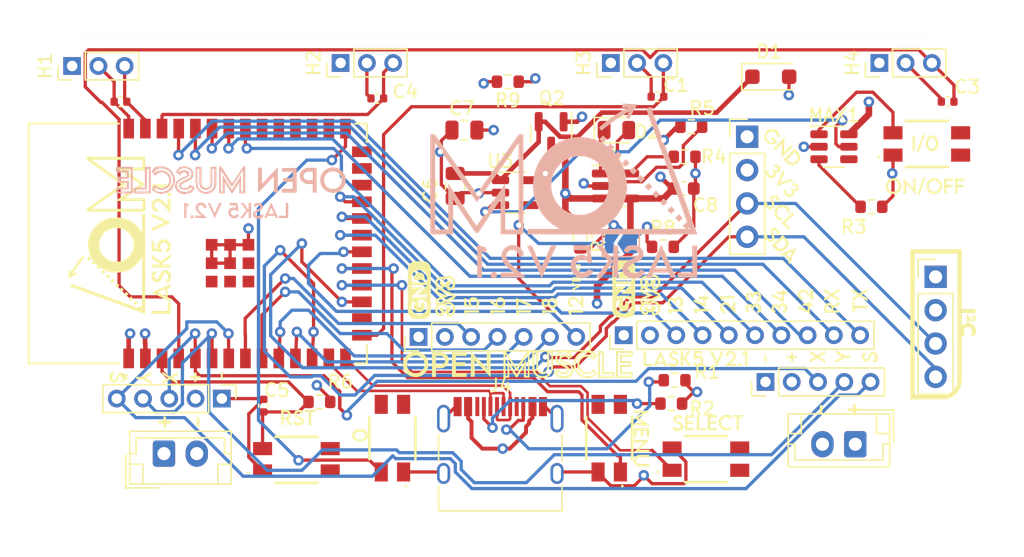
<source format=kicad_pcb>
(kicad_pcb (version 20241229) (generator "pcbnew") (generator_version "9.0")
  (layers (0 "F.Cu" signal) (4 "In1.Cu" power "GND") (6 "In2.Cu" power "PWR") (2 "B.Cu" signal) (13 "F.Paste" user) (15 "B.Paste" user) (5 "F.SilkS" user "F.Silkscreen") (7 "B.SilkS" user "B.Silkscreen") (1 "F.Mask" user) (3 "B.Mask" user) (25 "Edge.Cuts" user))
  (net 0 "")
  (net 1 "hall_2")
  (net 2 "hall_0")
  (net 3 "hall_3")
  (net 4 "hall_1")
  (net 5 "GND")
  (net 6 "+3V3")
  (net 7 "SCL")
  (net 8 "SDA")
  (net 9 "JX")
  (net 10 "JY")
  (net 11 "JSW")
  (net 12 "b_start")
  (net 13 "GP14")
  (net 14 "GP15")
  (net 15 "GP16")
  (net 16 "VBAT")
  (net 17 "EN")
  (net 18 "VIN")
  (net 19 "VBUS")
  (net 20 "b_select")
  (net 21 "Net-(JP1-A)")
  (net 22 "Net-(D2-K)")
  (net 23 "Net-(D2-A)")
  (net 24 "Net-(MAX1-CLEAR)")
  (net 26 "LDO_EN")
  (net 27 "Net-(U4-PROG)")
  (net 29 "ADC_BAT")
  (net 30 "D+")
  (net 31 "D-")
  (net 32 "100")
  (net 42 "GP13")
  (net 43 "Net-(MAX1-In)")
  (net 44 "GP17")
  (net 45 "GP18")
  (net 46 "GP21")
  (net 47 "GP34")
  (net 48 "GP33")
  (net 49 "TX")
  (net 50 "RX")
  (net 51 "GP42")
  (net 52 "Net-(J4-CC1)")
  (net 54 "Net-(J4-CC2)")
  (footprint "Capacitor_SMD:C_0402_1005Metric" (layer "F.Cu") (at 122.964 71.12)
    (property "Reference" "C2" (hide yes))
    (property "Value" "100 nF" (hide yes))
  )
  (footprint "Resistor_SMD:R_0603_1608Metric" (layer "F.Cu") (at 165.926 75.311)
    (property "Reference" "R4")
    (property "Value" "2k" (hide yes))
  )
  (footprint "Capacitor_SMD:C_0805_2012Metric" (layer "F.Cu") (at 148.452 77.531 -90)
    (property "Reference" "C6")
    (property "Value" "4.7uF" (hide yes))
  )
  (footprint "Resistor_SMD:R_0603_1608Metric" (layer "F.Cu") (at 152.464 69.596 180)
    (property "Reference" "R9")
    (property "Value" "100k" (hide yes))
  )
  (footprint "Package_TO_SOT_SMD:SOT-23" (layer "F.Cu") (at 155.763 73.5815 -90)
    (property "Reference" "Q2")
    (property "Value" "VP0610T" (hide yes))
  )
  (footprint "Package_TO_SOT_SMD:TSOT-23-5" (layer "F.Cu") (at 160.6605 77.536)
    (property "Reference" "U4")
    (property "Value" "LTC4054ES5-4.2" (hide yes))
  )
  (footprint "Connector_PinHeader_2.54mm:PinHeader_1x04_P2.54mm_Vertical" (layer "F.Cu") (at 170.688 73.787)
    (property "Reference" "J9" (hide yes))
    (property "Value" "Conn_01x04" (hide yes))
  )
  (footprint "Connector_PinHeader_2.00mm:PinHeader_1x10_P2.00mm_Vertical" (layer "F.Cu") (at 161.29 88.9 90)
    (property "Reference" "J3" (hide yes))
    (property "Value" "Conn_01x10_Pin" (hide yes))
  )
  (footprint "OpenMuscleDevKit:EVQP2P02M" (layer "F.Cu") (at 184.369 74.334 90)
    (property "Reference" "SW_PWR1" (hide yes))
    (property "Value" "SW_Push" (hide yes))
  )
  (footprint "Connector_PinHeader_2.00mm:PinHeader_1x03_P2.00mm_Vertical" (layer "F.Cu") (at 139.732 68.1676 90)
    (property "Reference" "H2")
    (property "Value" "A1369xUA-10" (hide yes))
  )
  (footprint "Capacitor_SMD:C_0603_1608Metric" (layer "F.Cu") (at 165.849 77.729 180)
    (property "Reference" "C8")
    (property "Value" "2.2 uF" (hide yes))
  )
  (footprint "Package_TO_SOT_SMD:SOT-23-5" (layer "F.Cu") (at 153.0405 78.044)
    (property "Reference" "U3")
    (property "Value" "TPS7A03" (hide yes))
  )
  (footprint "Resistor_SMD:R_0603_1608Metric" (layer "F.Cu") (at 180.15 79.121)
    (property "Reference" "R3")
    (property "Value" "1K" (hide yes))
  )
  (footprint "Resistor_SMD:R_0603_1608Metric" (layer "F.Cu") (at 164.91 94.107)
    (property "Reference" "R2")
    (property "Value" "5.1K" (hide yes))
  )
  (footprint "MountingHole:MountingHole_2.2mm_M2" (layer "F.Cu") (at 130.048 69.088)
    (property "Reference" "H8" (hide yes))
    (property "Value" "MountingHole" (hide yes))
  )
  (footprint "Resistor_SMD:R_0603_1608Metric" (layer "F.Cu") (at 164.275 82.169)
    (property "Reference" "R8")
    (property "Value" "100k" (hide yes))
  )
  (footprint "Capacitor_SMD:C_0402_1005Metric" (layer "F.Cu") (at 142.522 70.866)
    (property "Reference" "C4")
    (property "Value" "100 nF" (hide yes))
  )
  (footprint "Capacitor_SMD:C_0402_1005Metric" (layer "F.Cu") (at 133.858 94.262 -90)
    (property "Reference" "C5")
    (property "Value" "100 nF" (hide yes))
  )
  (footprint "Capacitor_SMD:C_0402_1005Metric" (layer "F.Cu") (at 185.956 71.12)
    (property "Reference" "C3")
    (property "Value" "100 nF" (hide yes))
  )
  (footprint "Diode_SMD:D_SOD-123F" (layer "F.Cu") (at 172.487 69.215)
    (property "Reference" "D1")
    (property "Value" "1N5819" (hide yes))
  )
  (footprint "Connector_PinHeader_2.00mm:PinHeader_1x05_P2.00mm_Vertical" (layer "F.Cu") (at 172.085 92.456 90)
    (property "Reference" "Joystick1" (hide yes))
    (property "Value" "Conn_01x05_Pin" (hide yes))
  )
  (footprint "Connector_PinHeader_2.00mm:PinHeader_1x03_P2.00mm_Vertical" (layer "F.Cu") (at 180.753 68.1676 90)
    (property "Reference" "H4")
    (property "Value" "A1369xUA-10" (hide yes))
  )
  (footprint "Resistor_SMD:R_0603_1608Metric" (layer "F.Cu") (at 165.164 92.329)
    (property "Reference" "R1")
    (property "Value" "5.1K" (hide yes))
  )
  (footprint "Connector_PinHeader_2.00mm:PinHeader_1x07_P2.00mm_Vertical" (layer "F.Cu") (at 145.669 89.027 90)
    (property "Reference" "J6" (hide yes))
    (property "Value" "Conn_01x07_Pin" (hide yes))
  )
  (footprint "OpenMuscleDevKit:EVQP2P02M" (layer "F.Cu") (at 167.548 98.337 90)
    (property "Reference" "SW_SEL1" (hide yes))
    (property "Value" "SW_Push" (hide yes))
  )
  (footprint "MountingHole:MountingHole_2.2mm_M2" (layer "F.Cu") (at 185.928 79.756)
    (property "Reference" "H7" (hide yes))
    (property "Value" "MountingHole" (hide yes))
  )
  (footprint "Resistor_SMD:R_0603_1608Metric" (layer "F.Cu") (at 157.988 81.47 -90)
    (property "Reference" "R7")
    (property "Value" "100k" (hide yes))
  )
  (footprint "Connector_JST:JST_EH_B2B-EH-A_1x02_P2.50mm_Vertical" (layer "F.Cu") (at 178.923 97.201 180)
    (property "Reference" "BattExtLTC4054" (hide yes))
    (property "Value" "JST_02" (hide yes))
  )
  (footprint "footprints:ESP32-S3-WROOM-1_EXP" (layer "F.Cu") (at 128.851 81.915 90)
    (property "Reference" "U2" (hide yes))
    (property "Value" "ESP32-S3-WROOM-1-N16R8" (hide yes))
  )
  (footprint "Connector_JST:JST_EH_B2B-EH-A_1x02_P2.50mm_Vertical" (layer "F.Cu") (at 126.278 97.917)
    (property "Reference" "J2" (hide yes))
    (property "Value" "JST_02" (hide yes))
  )
  (footprint "Connector_PinHeader_2.00mm:PinHeader_1x05_P2.00mm_Vertical" (layer "F.Cu") (at 130.683 93.726 -90)
    (property "Reference" "Joystick2" (hide yes))
    (property "Value" "Conn_01x05_Pin" (hide yes))
  )
  (footprint "OpenMuscleDevKit:EVQP2P02M" (layer "F.Cu") (at 143.676 96.739 180)
    (property "Reference" "SW_RST1" (hide yes))
    (property "Value" "SW_Push" (hide yes))
  )
  (footprint "Resistor_SMD:R_0603_1608Metric" (layer "F.Cu") (at 138.112 93.98 180)
    (property "Reference" "R6")
    (property "Value" "5.1K" (hide yes))
  )
  (footprint "LED_SMD:LED_0805_2012Metric" (layer "F.Cu") (at 160.7335 73.279)
    (property "Reference" "D2")
    (property "Value" "LED GREEN" (hide yes))
  )
  (footprint "OpenMuscleDevKit:EVQP2P02M" (layer "F.Cu") (at 136.363 98.386 90)
    (property "Reference" "SW_BOOT1" (hide yes))
    (property "Value" "SW_Push" (hide yes))
  )
  (footprint "Connector_USB:USB_C_Receptacle_HRO_TYPE-C-31-M-12" (layer "F.Cu") (at 151.89 98.38)
    (property "Reference" "J4")
    (property "Value" "USB_C_Receptacle")
  )
  (footprint "Resistor_SMD:R_0603_1608Metric" (layer "F.Cu") (at 166.434 73.025)
    (property "Reference" "R5")
    (property "Value" "150" (hide yes))
  )
  (footprint "Capacitor_SMD:C_0805_2012Metric" (layer "F.Cu") (at 149.159 73.279 180)
    (property "Reference" "C7")
    (property "Value" "4.7uF" (hide yes))
  )
  (footprint "Capacitor_SMD:C_0402_1005Metric" (layer "F.Cu") (at 163.858 70.739)
    (property "Reference" "C1")
    (property "Value" "100 nF" (hide yes))
  )
  (footprint "Connector_PinHeader_2.00mm:PinHeader_1x03_P2.00mm_Vertical" (layer "F.Cu") (at 119.285 68.3986 90)
    (property "Reference" "H1")
    (property "Value" "A1369xUA-10" (hide yes))
  )
  (footprint "Connector_PinHeader_2.00mm:PinHeader_1x03_P2.00mm_Vertical" (layer "F.Cu") (at 160.306 68.1676 90)
    (property "Reference" "H3")
    (property "Value" "A1369xUA-10" (hide yes))
  )
  (footprint "Connector_PinHeader_2.54mm:PinHeader_1x04_P2.54mm_Vertical" (layer "F.Cu") (at 185.039 84.455)
    (property "Reference" "J1" (hide yes))
    (property "Value" "Conn_01x04" (hide yes))
  )
  (footprint "Package_TO_SOT_SMD:SOT-23-6" (layer "F.Cu") (at 177.2975 74.549)
    (property "Reference" "MAX1")
    (property "Value" "~")
  )
  (footprint "OpenMuscleDevKit:EVQP2P02M" (layer "F.Cu") (at 160.186 96.739 180)
    (property "Reference" "SW_M1" (hide yes))
    (property "Value" "SW_Push" (hide yes))
  )
  (footprint "Jumper:SolderJumper-2_P1.3mm_Open_TrianglePad1.0x1.5mm" (layer "B.Cu") (at 161.073 81.915 180)
    (property "Reference" "JP1" (hide yes))
    (property "Value" "Jumper_2_Open" (hide yes))
  )
  (gr_poly (pts (xy 178.955448 94.466505) (xy 179.346134 94.466505) (xy 179.346134 94.674059) (xy 178.955448 94.674059) (xy 178.955448 95.003702) (xy 178.747898 95.003702) (xy 178.747898 94.674059) (xy 178.357204 94.674059) (xy 178.357204 94.466505) (xy 178.74789 94.466505) (xy 178.74789 94.136864) (xy 178.95544 94.136864) (xy 178.955448 94.136864)) (fill yes) (layer "F.SilkS"))
  (gr_poly (pts (xy 155.88197 86.057326) (xy 155.8991 86.058703) (xy 155.916163 86.060978) (xy 155.933125 86.064137) (xy 155.949953 86.068163) (xy 155.966613 86.07304) (xy 155.983072 86.078754) (xy 155.999297 86.085288) (xy 156.015253 86.092627) (xy 156.030907 86.100755) (xy 156.046226 86.109656) (xy 156.061176 86.119315) (xy 156.075724 86.129717) (xy 156.089835 86.140845) (xy 156.103478 86.152684) (xy 156.116617 86.165218) (xy 156.12922 86.178432) (xy 156.141252 86.19231) (xy 156.152681 86.206836) (xy 156.163473 86.221995) (xy 156.173595 86.237771) (xy 156.183012 86.254148) (xy 156.191691 86.271111) (xy 156.199599 86.288644) (xy 156.206702 86.306731) (xy 156.212967 86.325357) (xy 156.218361 86.344506) (xy 156.222848 86.364163) (xy 156.226397 86.384312) (xy 156.228974 86.404936) (xy 156.230544 86.426022) (xy 156.231075 86.447552) (xy 156.230579 86.469082) (xy 156.229108 86.490167) (xy 156.226689 86.510792) (xy 156.223349 86.53094) (xy 156.219115 86.550597) (xy 156.214013 86.569746) (xy 156.208071 86.588372) (xy 156.201316 86.60646) (xy 156.193773 86.623993) (xy 156.18547 86.640956) (xy 156.176434 86.657333) (xy 156.166692 86.673109) (xy 156.15627 86.688267) (xy 156.145195 86.702793) (xy 156.133494 86.716671) (xy 156.121195 86.729885) (xy 156.108322 86.742419) (xy 156.094905 86.754258) (xy 156.080969 86.765386) (xy 156.06654 86.775788) (xy 156.051647 86.785447) (xy 156.036316 86.794349) (xy 156.020574 86.802477) (xy 156.004447 86.809816) (xy 155.987962 86.81635) (xy 155.971146 86.822063) (xy 155.954027 86.826941) (xy 155.93663 86.830967) (xy 155.918982 86.834125) (xy 155.901112 86.836401) (xy 155.883044 86.837777) (xy 155.864807 86.83824) (xy 155.864807 86.838242) (xy 155.848928 86.837853) (xy 155.833346 86.836709) (xy 155.818072 86.834841) (xy 155.803118 86.83228) (xy 155.788496 86.829057) (xy 155.774215 86.825204) (xy 155.760287 86.820751) (xy 155.746724 86.815731) (xy 155.733536 86.810174) (xy 155.720736 86.804112) (xy 155.696339 86.790598) (xy 155.673623 86.775438) (xy 155.652678 86.758883) (xy 155.633593 86.741183) (xy 155.616457 86.72259) (xy 155.60136 86.703352) (xy 155.588391 86.683721) (xy 155.57764 86.663948) (xy 155.569195 86.644281) (xy 155.563147 86.624972) (xy 155.56105 86.61553) (xy 155.559585 86.606272) (xy 155.558192 86.614281) (xy 155.55631 86.622275) (xy 155.553949 86.630238) (xy 155.551121 86.638154) (xy 155.547836 86.646007) (xy 155.544107 86.653782) (xy 155.539945 86.661463) (xy 155.535359 86.669034) (xy 155.530363 86.67648) (xy 155.524966 86.683786) (xy 155.51918 86.690934) (xy 155.513016 86.697911) (xy 155.506486 86.7047) (xy 155.4996 86.711286) (xy 155.49237 86.717652) (xy 155.484807 86.723783) (xy 155.476922 86.729665) (xy 155.468726 86.73528) (xy 155.460231 86.740613) (xy 155.451447 86.74565) (xy 155.442386 86.750373) (xy 155.433059 86.754768) (xy 155.423478 86.758818) (xy 155.413652 86.762508) (xy 155.403594 86.765823) (xy 155.393315 86.768747) (xy 155.382825 86.771264) (xy 155.372137 86.773358) (xy 155.361261 86.775014) (xy 155.350208 86.776216) (xy 155.33899 86.776949) (xy 155.327617 86.777197) (xy 155.316035 86.776806) (xy 155.304208 86.775641) (xy 155.292174 86.773716) (xy 155.279975 86.771045) (xy 155.267651 86.76764) (xy 155.255242 86.763515) (xy 155.242788 86.758684) (xy 155.23033 86.75316) (xy 155.217907 86.746957) (xy 155.20556 86.740087) (xy 155.19333 86.732564) (xy 155.181256 86.724402) (xy 155.169379 86.715614) (xy 155.157739 86.706214) (xy 155.146376 86.696214) (xy 155.13533 86.685629) (xy 155.124642 86.674471) (xy 155.114352 86.662755) (xy 155.1045 86.650493) (xy 155.095127 86.637699) (xy 155.086272 86.624386) (xy 155.077976 86.610568) (xy 155.070279 86.596259) (xy 155.063221 86.581471) (xy 155.056843 86.566218) (xy 155.051185 86.550513) (xy 155.046287 86.53437) (xy 155.04219 86.517803) (xy 155.038932 86.500824) (xy 155.036556 86.483447) (xy 155.035101 86.465686) (xy 155.034607 86.447554) (xy 155.034869 86.435349) (xy 155.217731 86.435349) (xy 155.2183 86.451214) (xy 155.219996 86.466705) (xy 155.222801 86.48173) (xy 155.226697 86.496201) (xy 155.231665 86.510029) (xy 155.234546 86.516673) (xy 155.237689 86.523123) (xy 155.241091 86.529367) (xy 155.24475 86.535394) (xy 155.248664 86.541193) (xy 155.252831 86.546753) (xy 155.257248 86.552063) (xy 155.261913 86.557111) (xy 155.266824 86.561887) (xy 155.271979 86.566378) (xy 155.277375 86.570575) (xy 155.28301 86.574465) (xy 155.288883 86.578038) (xy 155.29499 86.581282) (xy 155.30133 86.584186) (xy 155.3079 86.586739) (xy 155.314698 86.58893) (xy 155.321722 86.590748) (xy 155.328969 86.592182) (xy 155.336438 86.593219) (xy 155.344126 86.59385) (xy 155.352031 86.594063) (xy 155.359936 86.59385) (xy 155.367624 86.593219) (xy 155.375092 86.592182) (xy 155.38234 86.590748) (xy 155.389363 86.58893) (xy 155.396161 86.586739) (xy 155.402731 86.584186) (xy 155.409071 86.581282) (xy 155.415178 86.578038) (xy 155.42105 86.574465) (xy 155.426685 86.570575) (xy 155.432081 86.566378) (xy 155.437236 86.561887) (xy 155.442147 86.557111) (xy 155.446812 86.552063) (xy 155.451229 86.546753) (xy 155.455395 86.541193) (xy 155.459309 86.535394) (xy 155.462968 86.529367) (xy 155.46637 86.523123) (xy 155.469513 86.516673) (xy 155.472394 86.510029) (xy 155.475011 86.503201) (xy 155.477362 86.496201) (xy 155.479445 86.489041) (xy 155.481258 86.48173) (xy 155.482798 86.474281) (xy 155.484063 86.466705) (xy 155.48505 86.459012) (xy 155.485759 86.451214) (xy 155.486185 86.443323) (xy 155.486328 86.435352) (xy 155.657253 86.435352) (xy 155.657501 86.445616) (xy 155.65824 86.455792) (xy 155.659456 86.465865) (xy 155.66114 86.475819) (xy 155.66328 86.48564) (xy 155.665864 86.495311) (xy 155.668883 86.504816) (xy 155.672324 86.51414) (xy 155.676176 86.523267) (xy 155.680428 86.532182) (xy 155.68507 86.540869) (xy 155.690089 86.549313) (xy 155.695475 86.557497) (xy 155.701216 86.565406) (xy 155.707301 86.573024) (xy 155.71372 86.580336) (xy 155.720461 86.587326) (xy 155.727512 86.593978) (xy 155.734863 86.600278) (xy 155.742502 86.606208) (xy 155.750418 86.611754) (xy 155.758601 86.6169) (xy 155.767038 86.62163) (xy 155.775719 86.625928) (xy 155.784632 86.62978) (xy 155.793767 86.633168) (xy 155.803111 86.636079) (xy 155.812655 86.638495) (xy 155.822387 86.640401) (xy 155.832295 86.641782) (xy 155.842368 86.642623) (xy 155.852596 86.642906) (xy 155.862823 86.642623) (xy 155.872897 86.641782) (xy 155.882804 86.640401) (xy 155.892536 86.638495) (xy 155.902079 86.636079) (xy 155.911424 86.633168) (xy 155.920558 86.62978) (xy 155.929471 86.625928) (xy 155.938152 86.62163) (xy 155.946589 86.6169) (xy 155.954771 86.611754) (xy 155.962687 86.606208) (xy 155.970326 86.600278) (xy 155.977677 86.593978) (xy 155.984728 86.587326) (xy 155.991469 86.580336) (xy 155.997887 86.573024) (xy 156.003973 86.565406) (xy 156.009714 86.557497) (xy 156.0151 86.549313) (xy 156.020119 86.540869) (xy 156.02476 86.532182) (xy 156.029012 86.523267) (xy 156.032865 86.51414) (xy 156.036305 86.504816) (xy 156.039324 86.495311) (xy 156.041908 86.48564) (xy 156.044048 86.475819) (xy 156.045732 86.465865) (xy 156.046949 86.455792) (xy 156.047687 86.445616) (xy 156.047935 86.435352) (xy 156.047687 86.425089) (xy 156.046949 86.414913) (xy 156.045732 86.40484) (xy 156.044048 86.394885) (xy 156.041908 86.385065) (xy 156.039324 86.375394) (xy 156.036305 86.365889) (xy 156.032865 86.356565) (xy 156.029012 86.347437) (xy 156.02476 86.338522) (xy 156.020119 86.329835) (xy 156.0151 86.321392) (xy 156.009714 86.313208) (xy 156.003973 86.305299) (xy 155.997887 86.297681) (xy 155.991469 86.290369) (xy 155.984728 86.283379) (xy 155.977677 86.276726) (xy 155.970326 86.270427) (xy 155.962687 86.264496) (xy 155.954771 86.25895) (xy 155.946589 86.253805) (xy 155.938152 86.249075) (xy 155.929471 86.244776) (xy 155.920558 86.240925) (xy 155.911424 86.237536) (xy 155.902079 86.234626) (xy 155.892536 86.23221) (xy 155.882804 86.230303) (xy 155.872897 86.228922) (xy 155.862823 86.228082) (xy 155.852596 86.227798) (xy 155.842368 86.228082) (xy 155.832295 86.228922) (xy 155.822387 86.230303) (xy 155.812655 86.23221) (xy 155.803111 86.234626) (xy 155.793767 86.237536) (xy 155.784632 86.240925) (xy 155.775719 86.244776) (xy 155.767038 86.249075) (xy 155.758601 86.253805) (xy 155.750418 86.25895) (xy 155.742502 86.264496) (xy 155.734863 86.270427) (xy 155.727512 86.276726) (xy 155.720461 86.283379) (xy 155.71372 86.290369) (xy 155.707301 86.297681) (xy 155.701216 86.305299) (xy 155.695475 86.313208) (xy 155.690089 86.321392) (xy 155.68507 86.329835) (xy 155.680428 86.338522) (xy 155.676176 86.347437) (xy 155.672324 86.356565) (xy 155.668883 86.365889) (xy 155.665864 86.375394) (xy 155.66328 86.385065) (xy 155.66114 86.394885) (xy 155.659456 86.40484) (xy 155.65824 86.414913) (xy 155.657501 86.425089) (xy 155.657253 86.435352) (xy 155.486328 86.435352) (xy 155.486328 86.435349) (xy 155.485759 86.419483) (xy 155.484063 86.403992) (xy 155.481258 86.388967) (xy 155.477362 86.374495) (xy 155.472394 86.360668) (xy 155.469513 86.354024) (xy 155.46637 86.347574) (xy 155.462968 86.34133) (xy 155.459309 86.335302) (xy 155.455395 86.329503) (xy 155.451229 86.323943) (xy 155.446812 86.318633) (xy 155.442147 86.313585) (xy 155.437236 86.308809) (xy 155.432081 86.304318) (xy 155.426685 86.300121) (xy 155.42105 86.296231) (xy 155.415178 86.292658) (xy 155.409071 86.289414) (xy 155.402731 86.286509) (xy 155.396161 86.283956) (xy 155.389363 86.281765) (xy 155.38234 86.279947) (xy 155.375092 86.278514) (xy 155.367624 86.277476) (xy 155.359936 86.276845) (xy 155.352031 86.276632) (xy 155.344126 86.276845) (xy 155.336438 86.277476) (xy 155.328969 86.278514) (xy 155.321722 86.279947) (xy 155.314698 86.281765) (xy 155.3079 86.283956) (xy 155.30133 86.286509) (xy 155.29499 86.289414) (xy 155.288883 86.292658) (xy 155.28301 86.296231) (xy 155.277375 86.300121) (xy 155.271979 86.304318) (xy 155.266824 86.308809) (xy 155.261913 86.313585) (xy 155.257248 86.318633) (xy 155.252831 86.323943) (xy 155.248664 86.329503) (xy 155.24475 86.335302) (xy 155.241091 86.34133) (xy 155.237689 86.347574) (xy 155.234546 86.354024) (xy 155.231665 86.360668) (xy 155.229048 86.367496) (xy 155.226697 86.374495) (xy 155.224614 86.381656) (xy 155.222801 86.388967) (xy 155.221261 86.396416) (xy 155.219996 86.403992) (xy 155.219009 86.411685) (xy 155.2183 86.419483) (xy 155.217874 86.427374) (xy 155.217731 86.435349) (xy 155.034869 86.435349) (xy 155.034997 86.429421) (xy 155.036154 86.41166) (xy 155.038057 86.394283) (xy 155.040687 86.377304) (xy 155.044024 86.360736) (xy 155.048046 86.344593) (xy 155.052735 86.328889) (xy 155.05807 86.313636) (xy 155.064031 86.298848) (xy 155.070598 86.284538) (xy 155.077751 86.27072) (xy 155.085469 86.257408) (xy 155.093732 86.244614) (xy 155.102521 86.232352) (xy 155.111815 86.220635) (xy 155.121594 86.209478) (xy 155.131838 86.198892) (xy 155.142527 86.188893) (xy 155.153641 86.179492) (xy 155.165159 86.170705) (xy 155.177062 86.162543) (xy 155.18933 86.15502) (xy 155.201941 86.14815) (xy 155.214877 86.141947) (xy 155.228117 86.136423) (xy 155.24164 86.131592) (xy 155.255428 86.127467) (xy 155.269459 86.124063) (xy 155.283713 86.121391) (xy 155.298171 86.119466) (xy 155.312813 86.118302) (xy 155.327617 86.11791) (xy 155.342178 86.118193) (xy 155.35611 86.119025) (xy 155.369429 86.120385) (xy 155.382152 86.12225) (xy 155.394293 86.124598) (xy 155.405869 86.127407) (xy 155.416895 86.130653) (xy 155.427387 86.134316) (xy 155.43736 86.138372) (xy 155.44683 86.142799) (xy 155.455813 86.147575) (xy 155.464324 86.152677) (xy 155.472379 86.158083) (xy 155.479993 86.163771) (xy 155.487183 86.169718) (xy 155.493964 86.175902) (xy 155.506361 86.188892) (xy 155.517309 86.202561) (xy 155.526933 86.216731) (xy 155.53536 86.231223) (xy 155.542713 86.245858) (xy 155.549118 86.260457) (xy 155.554701 86.274842) (xy 155.559585 86.288834) (xy 155.561015 86.280649) (xy 155.563013 86.272144) (xy 155.568695 86.254329) (xy 155.576594 86.23569) (xy 155.586675 86.216533) (xy 155.598901 86.197161) (xy 155.613239 86.177879) (xy 155.621187 86.168367) (xy 155.62965 86.158991) (xy 155.638623 86.149789) (xy 155.648101 86.1408) (xy 155.658079 86.132061) (xy 155.668554 86.12361) (xy 155.679521 86.115486) (xy 155.690974 86.107726) (xy 155.702911 86.100368) (xy 155.715326 86.093451) (xy 155.728216 86.087013) (xy 155.741574 86.081091) (xy 155.755398 86.075723) (xy 155.769682 86.070947) (xy 155.784422 86.066802) (xy 155.799614 86.063326) (xy 155.815253 86.060556) (xy 155.831334 86.05853) (xy 155.847854 86.057287) (xy 155.864807 86.056864)) (fill yes) (layer "F.SilkS"))
  (gr_poly (pts (xy 147.968501 84.367309) (xy 147.995403 84.369503) (xy 148.021919 84.373116) (xy 148.048014 84.378111) (xy 148.073655 84.384454) (xy 148.098809 84.392108) (xy 148.123442 84.401037) (xy 148.14752 84.411205) (xy 148.17101 84.422576) (xy 148.193878 84.435115) (xy 148.216091 84.448786) (xy 148.237614 84.463552) (xy 148.258415 84.479378) (xy 148.27846 84.496227) (xy 148.297716 84.514065) (xy 148.316147 84.532854) (xy 148.333723 84.55256) (xy 148.350407 84.573145) (xy 148.366168 84.594575) (xy 148.38097 84.616813) (xy 148.394782 84.639824) (xy 148.407569 84.663571) (xy 148.419297 84.688019) (xy 148.429933 84.713131) (xy 148.439444 84.738873) (xy 148.447796 84.765207) (xy 148.454955 84.792098) (xy 148.460888 84.81951) (xy 148.46556 84.847407) (xy 148.468939 84.875754) (xy 148.470992 84.904514) (xy 148.471683 84.933651) (xy 148.471205 84.960016) (xy 148.469781 84.985997) (xy 148.467423 85.011576) (xy 148.464146 85.036735) (xy 148.459963 85.061455) (xy 148.454888 85.085717) (xy 148.448934 85.109505) (xy 148.442114 85.132798) (xy 148.434443 85.15558) (xy 148.425934 85.177832) (xy 148.416601 85.199535) (xy 148.406456 85.220671) (xy 148.395514 85.241223) (xy 148.383789 85.261171) (xy 148.371293 85.280497) (xy 148.358041 85.299183) (xy 148.344045 85.317212) (xy 148.32932 85.334563) (xy 148.313879 85.35122) (xy 148.297736 85.367164) (xy 148.280905 85.382377) (xy 148.263398 85.39684) (xy 148.245229 85.410534) (xy 148.226412 85.423443) (xy 148.206961 85.435548) (xy 148.186889 85.446829) (xy 148.16621 85.45727) (xy 148.144937 85.466851) (xy 148.123084 85.475554) (xy 148.100665 85.483362) (xy 148.077692 85.490255) (xy 148.05418 85.496216) (xy 148.049176 85.497295) (xy 148.044175 85.498224) (xy 148.039181 85.499006) (xy 148.034195 85.499642) (xy 148.029218 85.500133) (xy 148.024254 85.500482) (xy 148.019304 85.50069) (xy 148.01437 85.500759) (xy 148.007062 85.500607) (xy 147.999804 85.500153) (xy 147.992602 85.499401) (xy 147.985466 85.498358) (xy 147.978402 85.497027) (xy 147.971419 85.495414) (xy 147.964525 85.493522) (xy 147.957727 85.491357) (xy 147.951034 85.488924) (xy 147.944453 85.486227) (xy 147.937992 85.483271) (xy 147.93166 85.480061) (xy 147.925463 85.476601) (xy 147.91941 85.472897) (xy 147.91351 85.468953) (xy 147.907768 85.464773) (xy 147.902195 85.460363) (xy 147.896797 85.455727) (xy 147.891582 85.45087) (xy 147.886559 85.445797) (xy 147.881735 85.440512) (xy 147.877118 85.435021) (xy 147.872716 85.429327) (xy 147.868536 85.423437) (xy 147.864588 85.417353) (xy 147.860878 85.411083) (xy 147.857415 85.404629) (xy 147.854206 85.397996) (xy 147.85126 85.391191) (xy 147.848584 85.384216) (xy 147.846186 85.377077) (xy 147.844074 85.36978) (xy 147.801487 85.210119) (xy 147.795699 85.214194) (xy 147.789776 85.218018) (xy 147.783725 85.221592) (xy 147.777554 85.224912) (xy 147.771271 85.227977) (xy 147.764885 85.230785) (xy 147.758403 85.233334) (xy 147.751833 85.235622) (xy 147.745184 85.237649) (xy 147.738463 85.239411) (xy 147.731678 85.240907) (xy 147.724837 85.242135) (xy 147.717949 85.243093) (xy 147.711021 85.24378) (xy 147.704062 85.244193) (xy 147.697078 85.244331) (xy 147.692287 85.244267) (xy 147.687492 85.244072) (xy 147.682696 85.243747) (xy 147.677902 85.243291) (xy 147.673112 85.242702) (xy 147.668329 85.24198) (xy 147.663556 85.241124) (xy 147.658794 85.240133) (xy 147.548938 85.215717) (xy 147.548485 85.215617) (xy 147.548034 85.215513) (xy 147.547149 85.215309) (xy 147.528179 85.310093) (xy 147.527285 85.314255) (xy 147.526275 85.318375) (xy 147.525154 85.322453) (xy 147.523925 85.326488) (xy 147.522592 85.330481) (xy 147.521157 85.334431) (xy 147.519624 85.338339) (xy 147.517998 85.342204) (xy 147.516281 85.346026) (xy 147.514476 85.349805) (xy 147.512589 85.35354) (xy 147.510621 85.357232) (xy 147.508576 85.360881) (xy 147.506458 85.364487) (xy 147.504271 85.368049) (xy 147.502018 85.371567) (xy 148.381012 85.774429) (xy 148.3925 85.780209) (xy 148.403436 85.786743) (xy 148.413792 85.793991) (xy 148.423542 85.801912) (xy 148.432662 85.810465) (xy 148.441125 85.819611) (xy 148.448905 85.82931) (xy 148.455976 85.83952) (xy 148.462312 85.850201) (xy 148.467887 85.861314) (xy 148.472676 85.872817) (xy 148.476652 85.88467) (xy 148.47979 85.896833) (xy 148.482063 85.909266) (xy 148.483446 85.921928) (xy 148.483913 85.934778) (xy 148.483796 85.941225) (xy 148.483446 85.947629) (xy 148.482868 85.953986) (xy 148.482063 85.960291) (xy 148.481036 85.966539) (xy 148.47979 85.972725) (xy 148.478327 85.978843) (xy 148.476652 85.984889) (xy 148.474767 85.990858) (xy 148.472675 85.996744) (xy 148.470381 86.002542) (xy 148.467886 86.008248) (xy 148.465195 86.013856) (xy 148.462311 86.019361) (xy 148.459236 86.024759) (xy 148.455974 86.030044) (xy 148.452529 86.03521) (xy 148.448903 86.040254) (xy 148.4451 86.04517) (xy 148.441123 86.049953) (xy 148.436976 86.054598) (xy 148.432661 86.059099) (xy 148.428181 86.063452) (xy 148.423541 86.067652) (xy 148.418743 86.071694) (xy 148.41379 86.075572) (xy 148.408686 86.079281) (xy 148.403434 86.082817) (xy 148.398038 86.086175) (xy 148.3925 86.089349) (xy 148.386823 86.092334) (xy 148.381012 86.095125) (xy 147.566635 86.468378) (xy 147.595947 86.477721) (xy 147.603092 86.480167) (xy 147.610009 86.482753) (xy 147.613359 86.484113) (xy 147.616623 86.485526) (xy 147.619792 86.486997) (xy 147.622856 86.488533) (xy 147.635996 86.478071) (xy 147.64947 86.46811) (xy 147.663268 86.458657) (xy 147.677382 86.449718) (xy 147.691806 86.441297) (xy 147.706529 86.433401) (xy 147.721544 86.426036) (xy 147.736843 86.419206) (xy 147.752418 86.412919) (xy 147.76826 86.407179) (xy 147.784361 86.401992) (xy 147.800714 86.397363) (xy 147.817309 86.3933) (xy 147.834138 86.389807) (xy 147.851195 86.386889) (xy 147.868469 86.384554) (xy 147.872741 86.382685) (xy 147.87706 86.38093) (xy 147.881425 86.379289) (xy 147.885832 86.377765) (xy 147.890281 86.376357) (xy 147.894768 86.375067) (xy 147.899291 86.373895) (xy 147.903847 86.372843) (xy 147.908436 86.371911) (xy 147.913053 86.371101) (xy 147.917698 86.370412) (xy 147.922367 86.369847) (xy 147.927059 86.369406) (xy 147.931771 86.36909) (xy 147.936501 86.368899) (xy 147.941246 86.368835) (xy 147.941242 86.368841) (xy 147.968497 86.36958) (xy 147.9954 86.371774) (xy 148.021915 86.375387) (xy 148.04801 86.380382) (xy 148.073652 86.386724) (xy 148.098805 86.394378) (xy 148.123438 86.403306) (xy 148.147516 86.413473) (xy 148.171006 86.424844) (xy 148.193874 86.437382) (xy 148.216087 86.451052) (xy 148.23761 86.465817) (xy 148.258412 86.481642) (xy 148.278457 86.498491) (xy 148.297712 86.516327) (xy 148.316144 86.535115) (xy 148.333719 86.55482) (xy 148.350403 86.575405) (xy 148.366164 86.596834) (xy 148.380967 86.619071) (xy 148.394778 86.642081) (xy 148.407565 86.665827) (xy 148.419293 86.690274) (xy 148.42993 86.715386) (xy 148.43944 86.741127) (xy 148.447792 86.76746) (xy 148.454951 86.794351) (xy 148.460884 86.821763) (xy 148.465556 86.84966) (xy 148.468936 86.878006) (xy 148.470988 86.906766) (xy 148.471679 86.935904) (xy 148.471202 86.962269) (xy 148.469777 86.98825) (xy 148.467419 87.013829) (xy 148.464142 87.038988) (xy 148.459959 87.063708) (xy 148.454884 87.087971) (xy 148.44893 87.111759) (xy 148.44211 87.135053) (xy 148.434439 87.157836) (xy 148.42593 87.180088) (xy 148.416596 87.201792) (xy 148.406451 87.222929) (xy 148.395509 87.243481) (xy 148.383783 87.263429) (xy 148.371287 87.282756) (xy 148.358034 87.301443) (xy 148.344038 87.319472) (xy 148.329313 87.336824) (xy 148.313872 87.353481) (xy 148.297728 87.369425) (xy 148.280895 87.384638) (xy 148.263388 87.3991) (xy 148.245218 87.412795) (xy 148.2264 87.425704) (xy 148.206948 87.437807) (xy 148.186875 87.449088) (xy 148.166195 87.459528) (xy 148.144921 87.469108) (xy 148.123066 87.47781) (xy 148.100645 87.485616) (xy 148.077671 87.492508) (xy 148.054157 87.498466) (xy 148.049159 87.499547) (xy 148.044164 87.500479) (xy 148.039173 87.501265) (xy 148.034188 87.501905) (xy 148.029213 87.5024) (xy 148.02425 87.502752) (xy 148.0193 87.502963) (xy 148.014366 87.503033) (xy 148.007058 87.50288) (xy 147.9998 87.502426) (xy 147.992598 87.501674) (xy 147.985462 87.500631) (xy 147.978398 87.4993) (xy 147.971415 87.497685) (xy 147.964521 87.495793) (xy 147.957723 87.493628) (xy 147.95103 87.491194) (xy 147.944449 87.488497) (xy 147.937988 87.48554) (xy 147.931656 87.482329) (xy 147.925459 87.478869) (xy 147.919407 87.475164) (xy 147.913506 87.471219) (xy 147.907765 87.467039) (xy 147.902191 87.462628) (xy 147.896793 87.457992) (xy 147.891578 87.453135) (xy 147.886555 87.448061) (xy 147.881731 87.442776) (xy 147.877114 87.437285) (xy 147.872712 87.431592) (xy 147.868533 87.425701) (xy 147.864584 87.419619) (xy 147.860874 87.413348) (xy 147.857411 87.406895) (xy 147.854202 87.400264) (xy 147.851256 87.393459) (xy 147.84858 87.386486) (xy 147.846182 87.379349) (xy 147.84407 87.372053) (xy 147.801479 87.21237) (xy 147.795692 87.216444) (xy 147.789769 87.220269) (xy 147.783718 87.223842) (xy 147.777548 87.227163) (xy 147.771265 87.230228) (xy 147.764879 87.233036) (xy 147.758397 87.235585) (xy 147.751827 87.237874) (xy 147.745177 87.2399) (xy 147.738456 87.241663) (xy 147.731671 87.243159) (xy 147.72483 87.244387) (xy 147.717942 87.245345) (xy 147.711014 87.246032) (xy 147.704054 87.246446) (xy 147.697071 87.246584) (xy 147.69228 87.246519) (xy 147.687486 87.246325) (xy 147.682691 87.245999) (xy 147.677897 87.245543) (xy 147.673107 87.244954) (xy 147.668324 87.244232) (xy 147.663549 87.243376) (xy 147.658786 87.242386) (xy 147.548931 87.21797) (xy 147.548029 87.217773) (xy 147.547583 87.21767) (xy 147.547361 87.217616) (xy 147.547142 87.21756) (xy 147.528175 87.312346) (xy 147.526152 87.321261) (xy 147.523683 87.330018) (xy 147.520777 87.338602) (xy 147.517446 87.346998) (xy 147.513699 87.355191) (xy 147.509547 87.363168) (xy 147.504999 87.370913) (xy 147.500066 87.378412) (xy 147.494758 87.38565) (xy 147.489084 87.392613) (xy 147.483056 87.399286) (xy 147.476683 87.405656) (xy 147.469975 87.411706) (xy 147.462942 87.417423) (xy 147.455595 87.422792) (xy 147.447944 87.427799) (xy 147.442626 87.430962) (xy 147.437218 87.433927) (xy 147.431727 87.436692) (xy 147.426158 87.439257) (xy 147.420516 87.441622) (xy 147.414807 87.443784) (xy 147.409036 87.445745) (xy 147.403209 87.447502) (xy 147.39733 87.449055) (xy 147.391406 87.450403) (xy 147.385442 87.451547) (xy 147.379443 87.452484) (xy 147.373415 87.453214) (xy 147.367363 87.453736) (xy 147.361293 87.45405) (xy 147.355209 87.454155) (xy 147.349383 87.454058) (xy 147.343553 87.453767) (xy 147.337727 87.453282) (xy 147.331908 87.452602) (xy 147.326101 87.451727) (xy 147.320312 87.450657) (xy 147.314546 87.449392) (xy 147.308807 87.447931) (xy 147.287684 87.441699) (xy 147.26698 87.434647) (xy 147.246711 87.426797) (xy 147.226893 87.418171) (xy 147.188679 87.398673) (xy 147.152469 87.376325) (xy 147.118396 87.351297) (xy 147.086591 87.323762) (xy 147.057189 87.29389) (xy 147.030319 87.261852) (xy 147.006116 87.227819) (xy 146.98471 87.191963) (xy 146.966235 87.154454) (xy 146.950823 87.115464) (xy 146.938605 87.075164) (xy 146.933736 87.054576) (xy 146.929714 87.033724) (xy 146.926558 87.012631) (xy 146.924283 86.991317) (xy 146.922906 86.969804) (xy 146.922443 86.948112) (xy 146.922443 86.948109) (xy 147.098838 86.948109) (xy 147.099193 86.96399) (xy 147.100242 86.979579) (xy 147.101967 86.994867) (xy 147.104347 87.00985) (xy 147.107361 87.024519) (xy 147.110991 87.038869) (xy 147.115215 87.052892) (xy 147.120013 87.066582) (xy 147.125366 87.079932) (xy 147.131253 87.092935) (xy 147.137655 87.105585) (xy 147.14455 87.117876) (xy 147.15192 87.129799) (xy 147.159743 87.141349) (xy 147.168 87.152519) (xy 147.176671 87.163302) (xy 147.185735 87.173692) (xy 147.195172 87.183682) (xy 147.204963 87.193264) (xy 147.215087 87.202433) (xy 147.225524 87.211182) (xy 147.236254 87.219504) (xy 147.258513 87.234839) (xy 147.281701 87.248386) (xy 147.305659 87.260091) (xy 147.330226 87.2699) (xy 147.35524 87.27776) (xy 147.391845 87.094608) (xy 147.378402 87.091891) (xy 147.365568 87.088314) (xy 147.353377 87.08388) (xy 147.341866 87.078586) (xy 147.336376 87.075618) (xy 147.33107 87.072435) (xy 147.325951 87.069037) (xy 147.321025 87.065424) (xy 147.316296 87.061597) (xy 147.311768 87.057556) (xy 147.307445 87.053299) (xy 147.303332 87.048829) (xy 147.299435 87.044143) (xy 147.295756 87.039243) (xy 147.292301 87.034128) (xy 147.289074 87.028799) (xy 147.286079 87.023255) (xy 147.283321 87.017497) (xy 147.280805 87.011524) (xy 147.278534 87.005336) (xy 147.276514 86.998934) (xy 147.274749 86.992317) (xy 147.273243 86.985485) (xy 147.272001 86.978439) (xy 147.271027 86.971178) (xy 147.270326 86.963703) (xy 147.269902 86.956013) (xy 147.26976 86.948109) (xy 147.270198 86.932243) (xy 147.271549 86.916752) (xy 147.273865 86.901727) (xy 147.277202 86.887256) (xy 147.279269 86.880257) (xy 147.281611 86.873429) (xy 147.284235 86.866785) (xy 147.287147 86.860335) (xy 147.290355 86.854091) (xy 147.293864 86.848064) (xy 147.297682 86.842265) (xy 147.301815 86.836705) (xy 147.30627 86.831395) (xy 147.311053 86.826347) (xy 147.316172 86.821572) (xy 147.321633 86.81708) (xy 147.327442 86.812884) (xy 147.333607 86.808994) (xy 147.340134 86.805421) (xy 147.34703 86.802177) (xy 147.354301 86.799273) (xy 147.361955 86.79672) (xy 147.369997 86.794529) (xy 147.378436 86.792711) (xy 147.387276 86.791277) (xy 147.396526 86.79024) (xy 147.406191 86.789609) (xy 147.416279 86.789396) (xy 147.426437 86.789751) (xy 147.436306 86.7908) (xy 147.445885 86.792525) (xy 147.455171 86.794904) (xy 147.464162 86.797919) (xy 147.472856 86.801548) (xy 147.481249 86.805772) (xy 147.489342 86.810571) (xy 147.49713 86.815923) (xy 147.504611 86.82181) (xy 147.511785 86.828212) (xy 147.518647 86.835107) (xy 147.525197 86.842476) (xy 147.531431 86.850299) (xy 147.542945 86.867226) (xy 147.553171 86.885727) (xy 147.562092 86.90564) (xy 147.56969 86.926806) (xy 147.575946 86.949062) (xy 147.580843 86.972249) (xy 147.584362 86.996204) (xy 147.586488 87.020768) (xy 147.5872 87.045778) (xy 147.697078 87.070194) (xy 147.697467 87.052027) (xy 147.69861 87.034165) (xy 147.700479 87.016624) (xy 147.70304 86.999423) (xy 147.705896 86.984497) (xy 147.889183 86.984497) (xy 147.892532 86.982931) (xy 147.895927 86.98143) (xy 147.899366 86.979996) (xy 147.902849 86.978629) (xy 147.906375 86.977331) (xy 147.909941 86.976103) (xy 147.913548 86.974945) (xy 147.917194 86.97386) (xy 147.917198 86.97386) (xy 147.918478 86.973364) (xy 147.919862 86.972577) (xy 147.921326 86.971508) (xy 147.922843 86.970167) (xy 147.924388 86.968562) (xy 147.925934 86.966704) (xy 147.927455 86.9646) (xy 147.928927 86.96226) (xy 147.930323 86.959694) (xy 147.931617 86.95691) (xy 147.932783 86.953918) (xy 147.933796 86.950728) (xy 147.93463 86.947347) (xy 147.935259 86.943786) (xy 147.935657 86.940054) (xy 147.935798 86.936159) (xy 147.935707 86.935178) (xy 147.935552 86.934144) (xy 147.935337 86.933061) (xy 147.935069 86.931936) (xy 147.934753 86.930773) (xy 147.934396 86.929578) (xy 147.93358 86.927113) (xy 147.932667 86.924582) (xy 147.931704 86.922028) (xy 147.929813 86.917017) (xy 147.924657 86.922818) (xy 147.919369 86.929417) (xy 147.9167 86.933009) (xy 147.914026 86.936792) (xy 147.911358 86.940763) (xy 147.908705 86.944919) (xy 147.906077 86.949258) (xy 147.903483 86.953776) (xy 147.900934 86.958471) (xy 147.898438 86.96334) (xy 147.896005 86.96838) (xy 147.893645 86.973588) (xy 147.891368 86.978961) (xy 147.889183 86.984497) (xy 147.705896 86.984497) (xy 147.706263 86.982579) (xy 147.710116 86.966111) (xy 147.714568 86.950037) (xy 147.719588 86.934374) (xy 147.725145 86.91914) (xy 147.731207 86.904353) (xy 147.737742 86.890032) (xy 147.744721 86.876193) (xy 147.752111 86.862855) (xy 147.75988 86.850035) (xy 147.767999 86.837752) (xy 147.776435 86.826023) (xy 147.785157 86.814867) (xy 147.794133 86.804301) (xy 147.803334 86.794343) (xy 147.812726 86.78501) (xy 147.82228 86.776322) (xy 147.831963 86.768295) (xy 147.841744 86.760948) (xy 147.851593 86.754298) (xy 147.861477 86.748364) (xy 147.871366 86.743163) (xy 147.881228 86.738713) (xy 147.891031 86.735032) (xy 147.900746 86.732138) (xy 147.910339 86.730048) (xy 147.919781 86.728782) (xy 147.929039 86.728355) (xy 147.938157 86.728674) (xy 147.94719 86.729613) (xy 147.956126 86.731152) (xy 147.964949 86.733267) (xy 147.973647 86.735937) (xy 147.982206 86.739139) (xy 147.990614 86.742851) (xy 147.998856 86.74705) (xy 148.006919 86.751714) (xy 148.01479 86.75682) (xy 148.022456 86.762347) (xy 148.029902 86.768272) (xy 148.037116 86.774572) (xy 148.044084 86.781225) (xy 148.057228 86.795502) (xy 148.069228 86.810924) (xy 148.079976 86.827312) (xy 148.089365 86.844486) (xy 148.097288 86.862268) (xy 148.103636 86.88048) (xy 148.106187 86.889691) (xy 148.108304 86.898942) (xy 148.109974 86.908211) (xy 148.111183 86.917475) (xy 148.111919 86.926713) (xy 148.112167 86.935902) (xy 148.111989 86.945023) (xy 148.111461 86.954064) (xy 148.110588 86.963015) (xy 148.109377 86.971868) (xy 148.107836 86.980613) (xy 148.10597 86.989242) (xy 148.103787 86.997745) (xy 148.101294 87.006115) (xy 148.098496 87.014341) (xy 148.095401 87.022415) (xy 148.092016 87.030328) (xy 148.088346 87.038071) (xy 148.084399 87.045635) (xy 148.080182 87.053011) (xy 148.075701 87.06019) (xy 148.070963 87.067164) (xy 148.065975 87.073923) (xy 148.060743 87.080458) (xy 148.055273 87.086761) (xy 148.049574 87.092822) (xy 148.043651 87.098633) (xy 148.037512 87.104185) (xy 148.031162 87.109468) (xy 148.024608 87.114474) (xy 148.017858 87.119194) (xy 148.010918 87.123619) (xy 148.003795 87.127739) (xy 147.996495 87.131547) (xy 147.989025 87.135033) (xy 147.981392 87.138187) (xy 147.973603 87.141003) (xy 147.965664 87.143469) (xy 148.014496 87.326595) (xy 148.014496 87.326594) (xy 148.014496 87.326593) (xy 148.014497 87.326593) (xy 148.014497 87.326592) (xy 148.014498 87.326592) (xy 148.014498 87.326591) (xy 148.014499 87.32659) (xy 148.014499 87.326589) (xy 148.014499 87.326588) (xy 148.043808 87.318579) (xy 148.072132 87.308299) (xy 148.099348 87.295766) (xy 148.12533 87.280997) (xy 148.149952 87.26401) (xy 148.173091 87.244824) (xy 148.19462 87.223455) (xy 148.214414 87.199923) (xy 148.232348 87.174244) (xy 148.248297 87.146436) (xy 148.255488 87.13174) (xy 148.262136 87.116518) (xy 148.268225 87.100773) (xy 148.27374 87.084508) (xy 148.278664 87.067723) (xy 148.282983 87.050422) (xy 148.28668 87.032607) (xy 148.28974 87.014279) (xy 148.292147 86.995442) (xy 148.293886 86.976097) (xy 148.29494 86.956247) (xy 148.295295 86.935894) (xy 148.294834 86.915439) (xy 148.293465 86.895292) (xy 148.291211 86.875477) (xy 148.288094 86.856014) (xy 148.284137 86.836927) (xy 148.279361 86.818238) (xy 148.27379 86.799969) (xy 148.267445 86.782143) (xy 148.260349 86.764781) (xy 148.252524 86.747907) (xy 148.243993 86.731543) (xy 148.234778 86.715711) (xy 148.224901 86.700433) (xy 148.214384 86.685732) (xy 148.203251 86.67163) (xy 148.191523 86.658149) (xy 148.179223 86.645312) (xy 148.166373 86.633142) (xy 148.152995 86.62166) (xy 148.139113 86.610889) (xy 148.124747 86.600851) (xy 148.109921 86.591568) (xy 148.094656 86.583064) (xy 148.078976 86.57536) (xy 148.062903 86.568478) (xy 148.046458 86.562441) (xy 148.029665 86.557272) (xy 148.012545 86.552993) (xy 147.995121 86.549626) (xy 147.977416 86.547193) (xy 147.959451 86.545716) (xy 147.94125 86.545219) (xy 147.929039 86.55743) (xy 147.915447 86.557679) (xy 147.902142 86.55842) (xy 147.889122 86.559643) (xy 147.876389 86.561341) (xy 147.863942 86.563503) (xy 147.851781 86.566122) (xy 147.839906 86.569187) (xy 147.828318 86.572691) (xy 147.817015 86.576624) (xy 147.805999 86.580977) (xy 147.795269 86.585742) (xy 147.784825 86.590909) (xy 147.774667 86.596469) (xy 147.764795 86.602414) (xy 147.75521 86.608734) (xy 147.74591 86.615421) (xy 147.736897 86.622466) (xy 147.72817 86.629859) (xy 147.719729 86.637593) (xy 147.711574 86.645657) (xy 147.703705 86.654043) (xy 147.696123 86.662742) (xy 147.681816 86.681043) (xy 147.668654 86.700488) (xy 147.656637 86.721007) (xy 147.645764 86.742527) (xy 147.636036 86.764977) (xy 147.622562 86.737651) (xy 147.615674 86.724256) (xy 147.608374 86.711183) (xy 147.600431 86.69854) (xy 147.591611 86.686433) (xy 147.581683 86.674969) (xy 147.57623 86.669513) (xy 147.570413 86.664257) (xy 147.564203 86.659216) (xy 147.55757 86.654403) (xy 147.550485 86.649832) (xy 147.54292 86.645515) (xy 147.534846 86.641467) (xy 147.526232 86.6377) (xy 147.517051 86.634228) (xy 147.507272 86.631065) (xy 147.496868 86.628224) (xy 147.485809 86.625718) (xy 147.474066 86.623561) (xy 147.461609 86.621766) (xy 147.448411 86.620346) (xy 147.434441 86.619315) (xy 147.419671 86.618687) (xy 147.404071 86.618475) (xy 147.388157 86.618935) (xy 147.372474 86.620299) (xy 147.357042 86.622539) (xy 147.341879 86.625628) (xy 147.327001 86.629541) (xy 147.312428 86.634248) (xy 147.298176 86.639725) (xy 147.284265 86.645944) (xy 147.270711 86.652879) (xy 147.257533 86.660502) (xy 147.244748 86.668786) (xy 147.232375 86.677706) (xy 147.220431 86.687234) (xy 147.208934 86.697342) (xy 147.197903 86.708006) (xy 147.187354 86.719196) (xy 147.177306 86.730888) (xy 147.167776 86.743053) (xy 147.158783 86.755666) (xy 147.150345 86.768699) (xy 147.142479 86.782125) (xy 147.135203 86.795918) (xy 147.128535 86.81005) (xy 147.122493 86.824496) (xy 147.117095 86.839228) (xy 147.112359 86.854219) (xy 147.108302 86.869442) (xy 147.104943 86.884872) (xy 147.102299 86.90048) (xy 147.100388 86.91624) (xy 147.099229 86.932125) (xy 147.098838 86.948109) (xy 146.922443 86.948109) (xy 146.922985 86.924988) (xy 146.92459 86.902121) (xy 146.92723 86.879534) (xy 146.930876 86.857247) (xy 146.935499 86.835282) (xy 146.94107 86.813662) (xy 146.947561 86.792406) (xy 146.954941 86.771538) (xy 146.963184 86.751078) (xy 146.972258 86.731049) (xy 146.982137 86.711471) (xy 146.99279 86.692366) (xy 147.004189 86.673756) (xy 147.016305 86.655662) (xy 147.029109 86.638106) (xy 147.042572 86.621109) (xy 147.040207 86.620422) (xy 147.030963 86.614071) (xy 147.022204 86.607197) (xy 147.013944 86.599829) (xy 147.006199 86.591995) (xy 146.998985 86.583724) (xy 146.992316 86.575043) (xy 146.986209 86.565981) (xy 146.980679 86.556568) (xy 146.975742 86.54683) (xy 146.971412 86.536797) (xy 146.967706 86.526496) (xy 146.964639 86.515957) (xy 146.962227 86.505207) (xy 146.960484 86.494275) (xy 146.959428 86.48319) (xy 146.959072 86.471979) (xy 146.959072 86.276623) (xy 146.959193 86.270075) (xy 146.959553 86.26357) (xy 146.96015 86.257116) (xy 146.96098 86.250716) (xy 146.962039 86.244375) (xy 146.963324 86.2381) (xy 146.964832 86.231895) (xy 146.966558 86.225766) (xy 146.9685 86.219718) (xy 146.970655 86.213756) (xy 146.973018 86.207885) (xy 146.975586 86.202112) (xy 146.978357 86.19644) (xy 146.981325 86.190875) (xy 146.984489 86.185422) (xy 146.987844 86.180088) (xy 146.991387 86.174876) (xy 146.995116 86.169792) (xy 146.999025 86.164842) (xy 147.003112 86.160031) (xy 147.007373 86.155363) (xy 147.011806 86.150845) (xy 147.016405 86.146481) (xy 147.021169 86.142277) (xy 147.026094 86.138238) (xy 147.031175 86.13437) (xy 147.036411 86.130676) (xy 147.041796 86.127164) (xy 147.047329 86.123837) (xy 147.053005 86.120702) (xy 147.058821 86.117763) (xy 147.064773 86.115026) (xy 147.476764 85.934782) (xy 147.064773 85.754538) (xy 147.053004 85.748862) (xy 147.041795 85.7424) (xy 147.031174 85.735194) (xy 147.021168 85.727287) (xy 147.011804 85.718719) (xy 147.00311 85.709533) (xy 146.995114 85.699772) (xy 146.987843 85.689476) (xy 146.981324 85.678689) (xy 146.975585 85.667453) (xy 146.970654 85.655808) (xy 146.966558 85.643798) (xy 146.963324 85.631464) (xy 146.96098 85.618849) (xy 146.959553 85.605994) (xy 146.959072 85.592941) (xy 146.959072 85.592939) (xy 147.13546 85.592939) (xy 147.916824 85.934778) (xy 147.13546 86.276615) (xy 147.13546 86.276623) (xy 147.13546 86.471979) (xy 148.307525 85.93478) (xy 147.13546 85.397602) (xy 147.13546 85.592939) (xy 146.959072 85.592939) (xy 146.959072 85.397604) (xy 146.959397 85.387336) (xy 146.960361 85.377213) (xy 146.961944 85.367251) (xy 146.964129 85.357466) (xy 146.966895 85.347875) (xy 146.970225 85.338492) (xy 146.9741 85.329334) (xy 146.978501 85.320417) (xy 146.98341 85.311757) (xy 146.988807 85.30337) (xy 146.994675 85.295272) (xy 147.000993 85.287478) (xy 147.007744 85.280005) (xy 147.014909 85.272869) (xy 147.02247 85.266085) (xy 147.030407 85.25967) (xy 147.017957 85.242892) (xy 147.006189 85.225636) (xy 146.995121 85.207923) (xy 146.98477 85.189776) (xy 146.97515 85.171214) (xy 146.966281 85.152261) (xy 146.958176 85.132937) (xy 146.950855 85.113263) (xy 146.944333 85.093262) (xy 146.938626 85.072954) (xy 146.933752 85.05236) (xy 146.929726 85.031503) (xy 146.926566 85.010403) (xy 146.924289 84.989083) (xy 146.92291 84.967562) (xy 146.922447 84.945864) (xy 146.922447 84.945845) (xy 147.098838 84.945845) (xy 147.099193 84.961724) (xy 147.100242 84.977311) (xy 147.101967 84.992598) (xy 147.104347 85.007579) (xy 147.107361 85.022247) (xy 147.110991 85.036596) (xy 147.115215 85.050618) (xy 147.120013 85.064307) (xy 147.125366 85.077656) (xy 147.131253 85.090658) (xy 147.137655 85.103308) (xy 147.14455 85.115597) (xy 147.15192 85.12752) (xy 147.159743 85.13907) (xy 147.168 85.150239) (xy 147.176671 85.161022) (xy 147.185735 85.171411) (xy 147.195172 85.1814) (xy 147.204963 85.190982) (xy 147.215087 85.200151) (xy 147.225524 85.2089) (xy 147.236254 85.217221) (xy 147.258513 85.232556) (xy 147.281701 85.246103) (xy 147.305659 85.257808) (xy 147.330226 85.267617) (xy 147.35524 85.275476) (xy 147.391845 85.09235) (xy 147.378402 85.089632) (xy 147.365568 85.086055) (xy 147.353377 85.08162) (xy 147.341866 85.076327) (xy 147.336376 85.073358) (xy 147.33107 85.070175) (xy 147.325951 85.066777) (xy 147.321025 85.063165) (xy 147.316296 85.059338) (xy 147.311768 85.055296) (xy 147.307445 85.05104) (xy 147.303332 85.046569) (xy 147.299435 85.041883) (xy 147.295756 85.036983) (xy 147.292301 85.031868) (xy 147.289074 85.026539) (xy 147.286079 85.020995) (xy 147.283321 85.015236) (xy 147.280805 85.009263) (xy 147.278534 85.003076) (xy 147.276514 84.996673) (xy 147.274749 84.990056) (xy 147.273243 84.983225) (xy 147.272001 84.976179) (xy 147.271027 84.968918) (xy 147.270326 84.961443) (xy 147.269902 84.953753) (xy 147.26976 84.945848) (xy 147.270198 84.929983) (xy 147.271549 84.914492) (xy 147.273865 84.899467) (xy 147.277202 84.884996) (xy 147.279269 84.877996) (xy 147.281611 84.871169) (xy 147.284235 84.864525) (xy 147.287147 84.858075) (xy 147.290355 84.851831) (xy 147.293864 84.845804) (xy 147.297682 84.840005) (xy 147.301815 84.834445) (xy 147.30627 84.829135) (xy 147.311053 84.824087) (xy 147.316172 84.819312) (xy 147.321633 84.81482) (xy 147.327442 84.810624) (xy 147.333607 84.806734) (xy 147.340134 84.803161) (xy 147.34703 84.799917) (xy 147.354301 84.797013) (xy 147.361955 84.794459) (xy 147.369997 84.792268) (xy 147.378436 84.790451) (xy 147.387276 84.789017) (xy 147.396526 84.78798) (xy 147.406191 84.787349) (xy 147.416279 84.787136) (xy 147.426437 84.78749) (xy 147.436306 84.78854) (xy 147.445885 84.790265) (xy 147.455171 84.792644) (xy 147.464162 84.795659) (xy 147.472856 84.799288) (xy 147.481249 84.803512) (xy 147.489342 84.80831) (xy 147.49713 84.813663) (xy 147.504611 84.81955) (xy 147.511785 84.825951) (xy 147.518647 84.832847) (xy 147.525197 84.840216) (xy 147.531431 84.848039) (xy 147.542945 84.864966) (xy 147.553171 84.883467) (xy 147.562092 84.90338) (xy 147.56969 84.924546) (xy 147.575946 84.946802) (xy 147.580843 84.969988) (xy 147.584362 84.993944) (xy 147.586488 85.018507) (xy 147.5872 85.043518) (xy 147.697078 85.067934) (xy 147.697467 85.049767) (xy 147.69861 85.031904) (xy 147.700479 85.014364) (xy 147.70304 84.997162) (xy 147.705897 84.982229) (xy 147.889183 84.982229) (xy 147.892532 84.980664) (xy 147.895927 84.979166) (xy 147.899366 84.977735) (xy 147.902849 84.976372) (xy 147.906375 84.975078) (xy 147.909941 84.973853) (xy 147.913548 84.972698) (xy 147.917194 84.971613) (xy 147.917198 84.971613) (xy 147.918478 84.971117) (xy 147.919862 84.97033) (xy 147.921326 84.969261) (xy 147.922843 84.967918) (xy 147.924388 84.966313) (xy 147.925934 84.964453) (xy 147.927455 84.962347) (xy 147.928927 84.960007) (xy 147.930323 84.95744) (xy 147.931617 84.954655) (xy 147.932783 84.951663) (xy 147.933796 84.948473) (xy 147.93463 84.945093) (xy 147.935259 84.941534) (xy 147.935657 84.937804) (xy 147.935798 84.933912) (xy 147.935707 84.932931) (xy 147.935552 84.931896) (xy 147.935337 84.930813) (xy 147.935069 84.929687) (xy 147.934753 84.928523) (xy 147.934396 84.927327) (xy 147.93358 84.924859) (xy 147.932667 84.922327) (xy 147.931704 84.919772) (xy 147.929813 84.91477) (xy 147.924657 84.920564) (xy 147.919369 84.927158) (xy 147.9167 84.930748) (xy 147.914026 84.934529) (xy 147.911358 84.938499) (xy 147.908705 84.942654) (xy 147.906077 84.946992) (xy 147.903483 84.95151) (xy 147.900934 84.956204) (xy 147.898438 84.961073) (xy 147.896005 84.966113) (xy 147.893645 84.97132) (xy 147.891368 84.976694) (xy 147.889183 84.982229) (xy 147.705897 84.982229) (xy 147.706263 84.980319) (xy 147.710116 84.963851) (xy 147.714568 84.947777) (xy 147.719588 84.932114) (xy 147.725145 84.91688) (xy 147.731207 84.902093) (xy 147.737742 84.887771) (xy 147.744721 84.873933) (xy 147.752111 84.860594) (xy 147.75988 84.847775) (xy 147.767999 84.835492) (xy 147.776435 84.823763) (xy 147.785157 84.812607) (xy 147.794133 84.802041) (xy 147.803334 84.792082) (xy 147.812726 84.78275) (xy 147.82228 84.774062) (xy 147.831963 84.766035) (xy 147.841744 84.758688) (xy 147.851593 84.752038) (xy 147.861477 84.746104) (xy 147.871366 84.740903) (xy 147.881228 84.736453) (xy 147.891031 84.732772) (xy 147.900746 84.729878) (xy 147.910339 84.727788) (xy 147.919781 84.726521) (xy 147.929039 84.726095) (xy 147.938157 84.726413) (xy 147.94719 84.727353) (xy 147.956126 84.728892) (xy 147.964949 84.731007) (xy 147.973647 84.733677) (xy 147.982206 84.736879) (xy 147.990614 84.740591) (xy 147.998856 84.74479) (xy 148.006919 84.749453) (xy 148.01479 84.75456) (xy 148.022456 84.760087) (xy 148.029902 84.766011) (xy 148.037116 84.772312) (xy 148.044084 84.778965) (xy 148.057228 84.793242) (xy 148.069228 84.808664) (xy 148.079976 84.825051) (xy 148.089365 84.842226) (xy 148.097288 84.860008) (xy 148.103636 84.87822) (xy 148.106187 84.88743) (xy 148.108304 84.896682) (xy 148.109974 84.905951) (xy 148.111183 84.915215) (xy 148.111919 84.924453) (xy 148.112167 84.933641) (xy 148.111989 84.942761) (xy 148.111461 84.9518) (xy 148.110588 84.960749) (xy 148.109377 84.9696) (xy 148.107836 84.978344) (xy 148.10597 84.986972) (xy 148.103787 84.995474) (xy 148.101294 85.003843) (xy 148.098496 85.012068) (xy 148.095401 85.020141) (xy 148.092016 85.028053) (xy 148.088346 85.035795) (xy 148.084399 85.043359) (xy 148.080182 85.050734) (xy 148.075701 85.057913) (xy 148.070963 85.064886) (xy 148.065975 85.071645) (xy 148.060743 85.07818) (xy 148.055273 85.084483) (xy 148.049574 85.090544) (xy 148.043651 85.096354) (xy 148.037512 85.101906) (xy 148.031162 85.107189) (xy 148.024608 85.112195) (xy 148.017858 85.116915) (xy 148.010918 85.121339) (xy 148.003795 85.12546) (xy 147.996495 85.129268) (xy 147.989025 85.132753) (xy 147.981392 85.135908) (xy 147.973603 85.138723) (xy 147.965664 85.14119) (xy 148.014496 85.324341) (xy 148.043804 85.316328) (xy 148.07213 85.306045) (xy 148.099346 85.293509) (xy 148.125328 85.278737) (xy 148.149951 85.261749) (xy 148.17309 85.242561) (xy 148.194619 85.221192) (xy 148.214413 85.197659) (xy 148.232348 85.17198) (xy 148.248297 85.144173) (xy 148.255488 85.129477) (xy 148.262136 85.114256) (xy 148.268225 85.098512) (xy 148.27374 85.082247) (xy 148.278664 85.065464) (xy 148.282983 85.048164) (xy 148.28668 85.03035) (xy 148.28974 85.012024) (xy 148.292147 84.993189) (xy 148.293886 84.973846) (xy 148.29494 84.953998) (xy 148.295295 84.933647) (xy 148.294834 84.913192) (xy 148.293465 84.893045) (xy 148.291211 84.873229) (xy 148.288094 84.853766) (xy 148.284137 84.834679) (xy 148.279361 84.815989) (xy 148.273789 84.79772) (xy 148.267444 84.779893) (xy 148.260348 84.762531) (xy 148.252523 84.745656) (xy 148.243992 84.729291) (xy 148.234776 84.713457) (xy 148.224899 84.698179) (xy 148.214383 84.683476) (xy 148.203249 84.669373) (xy 148.191521 84.655892) (xy 148.179221 84.643054) (xy 148.166371 84.630883) (xy 148.152993 84.6194) (xy 148.13911 84.608627) (xy 148.124744 84.598588) (xy 148.109918 84.589305) (xy 148.094653 84.5808) (xy 148.078973 84.573095) (xy 148.062899 84.566213) (xy 148.046455 84.560176) (xy 148.029661 84.555006) (xy 148.012541 84.550726) (xy 147.995118 84.547358) (xy 147.977412 84.544925) (xy 147.959447 84.543449) (xy 147.941246 84.542952) (xy 147.929039 84.555162) (xy 147.915447 84.555411) (xy 147.902142 84.556152) (xy 147.889122 84.557376) (xy 147.876389 84.559073) (xy 147.863942 84.561235) (xy 147.851781 84.563854) (xy 147.839906 84.56692) (xy 147.828318 84.570423) (xy 147.817015 84.574356) (xy 147.805999 84.578709) (xy 147.795269 84.583474) (xy 147.784825 84.588641) (xy 147.774667 84.594201) (xy 147.764795 84.600146) (xy 147.755209 84.606466) (xy 147.74591 84.613153) (xy 147.736896 84.620198) (xy 147.728169 84.627592) (xy 147.719728 84.635325) (xy 147.711573 84.643389) (xy 147.703704 84.651775) (xy 147.696122 84.660474) (xy 147.681815 84.678775) (xy 147.668652 84.69822) (xy 147.656634 84.718739) (xy 147.645761 84.740259) (xy 147.636032 84.762709) (xy 147.62256 84.735383) (xy 147.615672 84.721988) (xy 147.608372 84.708916) (xy 147.600429 84.696272) (xy 147.591609 84.684165) (xy 147.581681 84.672701) (xy 147.576228 84.667245) (xy 147.570411 84.661989) (xy 147.5642 84.656948) (xy 147.557567 84.652135) (xy 147.550483 84.647564) (xy 147.542918 84.643247) (xy 147.534843 84.639199) (xy 147.526229 84.635432) (xy 147.517047 84.63196) (xy 147.507269 84.628797) (xy 147.496865 84.625956) (xy 147.485806 84.62345) (xy 147.474062 84.621293) (xy 147.461606 84.619498) (xy 147.448407 84.618078) (xy 147.434437 84.617048) (xy 147.419667 84.616419) (xy 147.404068 84.616207) (xy 147.404071 84.616192) (xy 147.388157 84.616652) (xy 147.372474 84.618016) (xy 147.357042 84.620256) (xy 147.341879 84.623345) (xy 147.327001 84.627257) (xy 147.312428 84.631965) (xy 147.298176 84.637442) (xy 147.284265 84.643661) (xy 147.270711 84.650596) (xy 147.257533 84.658219) (xy 147.244748 84.666504) (xy 147.232375 84.675423) (xy 147.220431 84.684951) (xy 147.208934 84.69506) (xy 147.197903 84.705724) (xy 147.187354 84.716915) (xy 147.177306 84.728607) (xy 147.167776 84.740773) (xy 147.158783 84.753386) (xy 147.150345 84.766419) (xy 147.142479 84.779846) (xy 147.135203 84.79364) (xy 147.128535 84.807774) (xy 147.122493 84.82222) (xy 147.117095 84.836953) (xy 147.112359 84.851945) (xy 147.108302 84.86717) (xy 147.104943 84.882601) (xy 147.102299 84.89821) (xy 147.100388 84.913972) (xy 147.099229 84.929859) (xy 147.098838 84.945845) (xy 146.922447 84.945845) (xy 146.923088 84.920279) (xy 146.924987 84.894978) (xy 146.928114 84.869996) (xy 146.932433 84.845367) (xy 146.937913 84.821126) (xy 146.944521 84.797308) (xy 146.952223 84.773947) (xy 146.960987 84.751077) (xy 146.970779 84.728734) (xy 146.981566 84.706952) (xy 146.993317 84.685766) (xy 147.005997 84.66521) (xy 147.019574 84.645319) (xy 147.034014 84.626128) (xy 147.049285 84.607671) (xy 147.065355 84.589983) (xy 147.082189 84.573099) (xy 147.099754 84.557053) (xy 147.118019 84.54188) (xy 147.13695 84.527614) (xy 147.156514 84.51429) (xy 147.176678 84.501944) (xy 147.197409 84.490609) (xy 147.218674 84.480319) (xy 147.24044 84.471111) (xy 147.262675 84.463018) (xy 147.285344 84.456075) (xy 147.308416 84.450317) (xy 147.331858 84.445778) (xy 147.355635 84.442493) (xy 147.379716 84.440496) (xy 147.404068 84.439823) (xy 147.421523 84.440037) (xy 147.438424 84.440671) (xy 147.454783 84.441712) (xy 147.470609 84.443147) (xy 147.485914 84.444961) (xy 147.500707 84.447144) (xy 147.515 84.44968) (xy 147.528803 84.452558) (xy 147.542126 84.455764) (xy 147.55498 84.459284) (xy 147.567377 84.463107) (xy 147.579325 84.467218) (xy 147.590837 84.471605) (xy 147.601922 84.476254) (xy 147.612592 84.481153) (xy 147.622856 84.486288) (xy 147.635996 84.475826) (xy 147.64947 84.465864) (xy 147.663268 84.456411) (xy 147.677382 84.44747) (xy 147.691806 84.439047) (xy 147.706529 84.43115) (xy 147.721544 84.423782) (xy 147.736843 84.416951) (xy 147.752418 84.410661) (xy 147.76826 84.404919) (xy 147.784361 84.39973) (xy 147.800714 84.395101) (xy 147.817309 84.391036) (xy 147.834138 84.387542) (xy 147.851195 84.384624) (xy 147.868469 84.382288) (xy 147.872741 84.380422) (xy 147.87706 84.378669) (xy 147.881425 84.37703) (xy 147.885832 84.375507) (xy 147.890281 84.3741) (xy 147.894768 84.372809) (xy 147.899291 84.371637) (xy 147.903847 84.370584) (xy 147.908436 84.369651) (xy 147.913053 84.36884) (xy 147.917698 84.36815) (xy 147.922367 84.367584) (xy 147.927059 84.367142) (xy 147.931771 84.366824) (xy 147.936501 84.366633) (xy 147.941246 84.36657)) (fill yes) (layer "F.SilkS"))
  (gr_poly (pts (xy 165.808178 87.111179) (xy 164.880298 87.111179) (xy 164.929134 87.269894) (xy 164.746002 87.269894) (xy 164.660534 86.989092) (xy 164.660534 86.940256) (xy 164.648327 86.928045) (xy 164.648338 86.928045) (xy 165.808178 86.928045)) (fill yes) (layer "F.SilkS"))
  (gr_poly (pts (xy 173.625049 81.502584) (xy 173.648335 81.527905) (xy 173.670118 81.553489) (xy 173.690399 81.579314) (xy 173.709177 81.605359) (xy 173.726453 81.6316) (xy 173.742227 81.658016) (xy 173.756499 81.684583) (xy 173.769268 81.711281) (xy 173.780536 81.738085) (xy 173.7903 81.764975) (xy 173.798563 81.791927) (xy 173.805323 81.818919) (xy 173.810581 81.845929) (xy 173.814337 81.872935) (xy 173.81659 81.899913) (xy 173.817341 81.926843) (xy 173.81659 81.953701) (xy 173.814337 81.980465) (xy 173.810581 82.007113) (xy 173.805323 82.033622) (xy 173.798563 82.059971) (xy 173.7903 82.086136) (xy 173.780536 82.112095) (xy 173.769268 82.137827) (xy 173.756499 82.163308) (xy 173.742227 82.188516) (xy 173.726453 82.213429) (xy 173.709177 82.238025) (xy 173.690399 82.262281) (xy 173.670118 82.286175) (xy 173.648335 82.309684) (xy 173.625049 82.332787) (xy 173.625049 82.33279) (xy 173.600838 82.354931) (xy 173.576291 82.375572) (xy 173.551431 82.394715) (xy 173.52628 82.412363) (xy 173.500862 82.428517) (xy 173.475197 82.443181) (xy 173.449309 82.456355) (xy 173.42322 82.468042) (xy 173.396952 82.478246) (xy 173.370527 82.486967) (xy 173.343968 82.494208) (xy 173.317298 82.499972) (xy 173.290538 82.50426) (xy 173.263711 82.507075) (xy 173.23684 82.508418) (xy 173.209946 82.508294) (xy 173.183052 82.506702) (xy 173.15618 82.503647) (xy 173.129354 82.499129) (xy 173.102594 82.493151) (xy 173.075923 82.485716) (xy 173.049365 82.476826) (xy 173.022941 82.466483) (xy 172.996673 82.454688) (xy 172.970584 82.441445) (xy 172.944696 82.426756) (xy 172.919031 82.410622) (xy 172.893613 82.393047) (xy 172.868463 82.374032) (xy 172.843603 82.353579) (xy 172.819057 82.331691) (xy 172.794845 82.308371) (xy 172.562877 82.076402) (xy 172.575457 82.064192) (xy 172.831478 82.064192) (xy 172.941353 82.17407) (xy 172.957517 82.190703) (xy 172.973952 82.206268) (xy 172.990642 82.220768) (xy 173.007572 82.234209) (xy 173.024725 82.246594) (xy 173.042085 82.257929) (xy 173.059638 82.268218) (xy 173.077368 82.277465) (xy 173.095258 82.285674) (xy 173.113294 82.292851) (xy 173.13146 82.299) (xy 173.149739 82.304124) (xy 173.168117 82.308229) (xy 173.186577 82.31132) (xy 173.205105 82.3134) (xy 173.223684 82.314473) (xy 173.242299 82.314546) (xy 173.260934 82.313621) (xy 173.279573 82.311704) (xy 173.298201 82.308798) (xy 173.316803 82.304909) (xy 173.335361 82.300041) (xy 173.353862 82.294198) (xy 173.372289 82.287385) (xy 173.390627 82.279607) (xy 173.408859 82.270867) (xy 173.426971 82.26117) (xy 173.444946 82.250521) (xy 173.462769 82.238924) (xy 173.480425 82.226383) (xy 173.497897 82.212904) (xy 173.515171 82.19849) (xy 173.502964 82.19849) (xy 173.518487 82.182326) (xy 173.533009 82.165891) (xy 173.54653 82.149201) (xy 173.559049 82.132272) (xy 173.570566 82.115119) (xy 173.581082 82.097758) (xy 173.590596 82.080205) (xy 173.599109 82.062476) (xy 173.60662 82.044585) (xy 173.61313 82.02655) (xy 173.618639 82.008384) (xy 173.623145 81.990105) (xy 173.626651 81.971727) (xy 173.629155 81.953266) (xy 173.630657 81.934739) (xy 173.631158 81.91616) (xy 173.630657 81.897545) (xy 173.629155 81.87891) (xy 173.626651 81.86027) (xy 173.623145 81.841642) (xy 173.618639 81.823041) (xy 173.61313 81.804482) (xy 173.60662 81.785981) (xy 173.599109 81.767554) (xy 173.590596 81.749217) (xy 173.581082 81.730984) (xy 173.570566 81.712873) (xy 173.559049 81.694897) (xy 173.54653 81.677074) (xy 173.533009 81.659418) (xy 173.518487 81.641946) (xy 173.502964 81.624673) (xy 173.405296 81.514793) (xy 172.831478 82.064192) (xy 172.575457 82.064192) (xy 173.393081 81.270616)) (fill yes) (layer "F.SilkS"))
  (gr_poly (pts (xy 162.481258 97.615551) (xy 163.238212 97.615551) (xy 163.238212 97.798685) (xy 162.066158 97.798685) (xy 162.835312 97.053946) (xy 162.078361 97.053946) (xy 162.078361 96.870811) (xy 163.250415 96.870811)) (fill yes) (layer "F.SilkS"))
  (gr_poly (pts (xy 120.760729 83.062346) (xy 120.589805 83.233269) (xy 120.418881 83.062346) (xy 120.589805 82.89142)) (fill yes) (layer "F.SilkS"))
  (gr_poly (pts (xy 165.484534 85.976247) (xy 165.502499 85.977723) (xy 165.520205 85.980156) (xy 165.53763 85.983524) (xy 165.55475 85.987803) (xy 165.571544 85.992972) (xy 165.587989 85.999009) (xy 165.604064 86.005891) (xy 165.619744 86.013595) (xy 165.635009 86.0221) (xy 165.649836 86.031382) (xy 165.664202 86.04142) (xy 165.678086 86.052192) (xy 165.691464 86.063674) (xy 165.704315 86.075845) (xy 165.716615 86.088682) (xy 165.728344 86.102163) (xy 165.739477 86.116266) (xy 165.749994 86.130967) (xy 165.759872 86.146246) (xy 165.769087 86.162078) (xy 165.777619 86.178443) (xy 165.785444 86.195318) (xy 165.79254 86.21268) (xy 165.798886 86.230507) (xy 165.804457 86.248776) (xy 165.809233 86.267466) (xy 165.813191 86.286554) (xy 165.816308 86.306017) (xy 165.818562 86.325834) (xy 165.819931 86.345982) (xy 165.820392 86.366438) (xy 165.820037 86.38679) (xy 165.818982 86.406639) (xy 165.817243 86.425983) (xy 165.814836 86.444819) (xy 165.811776 86.463145) (xy 165.808079 86.48096) (xy 165.80376 86.49826) (xy 165.798835 86.515044) (xy 165.793321 86.531309) (xy 165.787231 86.547054) (xy 165.780583 86.562275) (xy 165.773392 86.576971) (xy 165.757442 86.604778) (xy 165.739507 86.630456) (xy 165.719712 86.653989) (xy 165.698182 86.675357) (xy 165.675043 86.694544) (xy 165.65042 86.711531) (xy 165.624438 86.7263) (xy 165.597222 86.738834) (xy 165.568897 86.749115) (xy 165.539589 86.757124) (xy 165.490753 86.57399) (xy 165.498693 86.571523) (xy 165.506483 86.568708) (xy 165.514117 86.565553) (xy 165.521587 86.562067) (xy 165.528887 86.558259) (xy 165.536011 86.554138) (xy 165.542952 86.549713) (xy 165.549702 86.544993) (xy 165.556256 86.539987) (xy 165.562606 86.534704) (xy 165.568746 86.529152) (xy 165.574669 86.523342) (xy 165.580369 86.51728) (xy 165.585838 86.510978) (xy 165.59107 86.504443) (xy 165.596059 86.497684) (xy 165.600797 86.490711) (xy 165.605278 86.483532) (xy 165.609496 86.476156) (xy 165.613443 86.468593) (xy 165.617112 86.46085) (xy 165.620498 86.452938) (xy 165.623593 86.444865) (xy 165.626391 86.43664) (xy 165.628884 86.428272) (xy 165.631067 86.419769) (xy 165.632933 86.411141) (xy 165.634474 86.402398) (xy 165.635685 86.393546) (xy 165.636558 86.384597) (xy 165.637086 86.375558) (xy 165.637264 86.366438) (xy 165.637016 86.357249) (xy 165.63628 86.348011) (xy 165.635071 86.338746) (xy 165.633401 86.329476) (xy 165.631284 86.320225) (xy 165.628733 86.311013) (xy 165.622383 86.292801) (xy 165.61446 86.275018) (xy 165.605071 86.257843) (xy 165.594322 86.241455) (xy 165.582321 86.226033) (xy 165.569176 86.211755) (xy 165.562208 86.205102) (xy 165.554994 86.198801) (xy 165.547547 86.192876) (xy 165.539881 86.187349) (xy 165.53201 86.182243) (xy 165.523947 86.177579) (xy 165.515704 86.17338) (xy 165.507296 86.169668) (xy 165.498737 86.166466) (xy 165.490038 86.163796) (xy 165.481215 86.161681) (xy 165.47228 86.160142) (xy 165.463246 86.159202) (xy 165.454128 86.158884) (xy 165.44487 86.15931) (xy 165.435428 86.160577) (xy 165.425834 86.162667) (xy 165.416119 86.165561) (xy 165.406315 86.169242) (xy 165.396453 86.173692) (xy 165.386564 86.178893) (xy 165.376679 86.184828) (xy 165.366831 86.191478) (xy 165.357049 86.198825) (xy 165.347365 86.206852) (xy 165.337811 86.215541) (xy 165.328419 86.224874) (xy 165.319218 86.234832) (xy 165.310241 86.245399) (xy 165.301519 86.256555) (xy 165.293082 86.268284) (xy 165.284964 86.280568) (xy 165.277194 86.293388) (xy 165.269804 86.306726) (xy 165.262825 86.320566) (xy 165.256289 86.334888) (xy 165.250227 86.349675) (xy 165.24467 86.364909) (xy 165.23965 86.380573) (xy 165.235198 86.396647) (xy 165.231344 86.413116) (xy 165.228121 86.429959) (xy 165.22556 86.447161) (xy 165.223692 86.464702) (xy 165.222548 86.482565) (xy 165.22216 86.500732) (xy 165.112285 86.476313) (xy 165.111573 86.451301) (xy 165.109448 86.426737) (xy 165.105928 86.402781) (xy 165.10103 86.379594) (xy 165.094774 86.357337) (xy 165.087176 86.336171) (xy 165.078255 86.316257) (xy 165.068029 86.297756) (xy 165.056514 86.280829) (xy 165.05028 86.273006) (xy 165.04373 86.265636) (xy 165.036867 86.258741) (xy 165.029694 86.25234) (xy 165.022212 86.246452) (xy 165.014424 86.2411) (xy 165.006332 86.236301) (xy 164.997937 86.232077) (xy 164.989244 86.228448) (xy 164.980253 86.225433) (xy 164.970967 86.223054) (xy 164.961388 86.221329) (xy 164.951518 86.220279) (xy 164.94136 86.219925) (xy 164.931272 86.220138) (xy 164.921607 86.220768) (xy 164.912357 86.221806) (xy 164.903517 86.223239) (xy 164.895078 86.225057) (xy 164.887036 86.227249) (xy 164.879382 86.229802) (xy 164.872111 86.232706) (xy 164.865216 86.23595) (xy 164.858689 86.239523) (xy 164.852524 86.243413) (xy 164.846715 86.24761) (xy 164.841255 86.252101) (xy 164.836136 86.256877) (xy 164.831353 86.261925) (xy 164.826899 86.267235) (xy 164.822766 86.272795) (xy 164.818949 86.278594) (xy 164.81544 86.284621) (xy 164.812233 86.290866) (xy 164.809321 86.297315) (xy 164.806698 86.30396) (xy 164.804356 86.310787) (xy 164.802289 86.317787) (xy 164.798954 86.332258) (xy 164.796638 86.347284) (xy 164.795287 86.362775) (xy 164.794849 86.378641) (xy 164.794991 86.386546) (xy 164.795415 86.394236) (xy 164.796117 86.401711) (xy 164.797091 86.408972) (xy 164.798333 86.416018) (xy 164.799839 86.42285) (xy 164.801604 86.429467) (xy 164.803624 86.43587) (xy 164.805895 86.442058) (xy 164.808411 86.448031) (xy 164.811169 86.45379) (xy 164.814164 86.459334) (xy 164.817392 86.464663) (xy 164.820847 86.469778) (xy 164.824526 86.474678) (xy 164.828424 86.479364) (xy 164.832537 86.483835) (xy 164.83686 86.488092) (xy 164.841388 86.492134) (xy 164.846118 86.495961) (xy 164.851045 86.499574) (xy 164.856163 86.502972) (xy 164.86147 86.506155) (xy 164.86696 86.509124) (xy 164.878472 86.514418) (xy 164.890663 86.518853) (xy 164.903499 86.52243) (xy 164.916942 86.525148) (xy 164.880317 86.708282) (xy 164.855306 86.700422) (xy 164.830742 86.690613) (xy 164.806785 86.678908) (xy 164.783598 86.66536) (xy 164.761341 86.650025) (xy 164.750611 86.641703) (xy 164.740174 86.632954) (xy 164.73005 86.623785) (xy 164.72026 86.614203) (xy 164.710822 86.604213) (xy 164.701758 86.593823) (xy 164.693087 86.58304) (xy 164.68483 86.57187) (xy 164.677007 86.560321) (xy 164.669637 86.548397) (xy 164.662742 86.536108) (xy 164.65634 86.523458) (xy 164.650453 86.510455) (xy 164.645099 86.497105) (xy 164.640301 86.483416) (xy 164.636077 86.469393) (xy 164.632447 86.455045) (xy 164.629432 86.440376) (xy 164.627053 86.425395) (xy 164.625328 86.410107) (xy 164.624278 86.394519) (xy 164.623924 86.378639) (xy 164.624314 86.362655) (xy 164.625474 86.346769) (xy 164.627385 86.331008) (xy 164.630028 86.3154) (xy 164.633388 86.29997) (xy 164.637445 86.284746) (xy 164.642181 86.269754) (xy 164.647579 86.255022) (xy 164.653621 86.240576) (xy 164.660289 86.226443) (xy 164.667565 86.212649) (xy 164.675431 86.199223) (xy 164.683869 86.18619) (xy 164.692862 86.173577) (xy 164.702392 86.161411) (xy 164.71244 86.149719) (xy 164.722988 86.138528) (xy 164.73402 86.127865) (xy 164.745517 86.117756) (xy 164.757461 86.108228) (xy 164.769833 86.099308) (xy 164.782618 86.091023) (xy 164.795796 86.0834) (xy 164.809349 86.076466) (xy 164.82326 86.070247) (xy 164.837511 86.06477) (xy 164.852083 86.060062) (xy 164.86696 86.05615) (xy 164.882123 86.05306) (xy 164.897554 86.05082) (xy 164.913235 86.049456) (xy 164.929149 86.048996) (xy 164.944749 86.049208) (xy 164.95952 86.049837) (xy 164.97349 86.050867) (xy 164.986689 86.052287) (xy 164.999145 86.054082) (xy 165.010889 86.056239) (xy 165.021948 86.058745) (xy 165.032353 86.061586) (xy 165.042132 86.06475) (xy 165.051313 86.068221) (xy 165.059927 86.071988) (xy 165.068002 86.076037) (xy 165.075567 86.080354) (xy 165.082652 86.084925) (xy 165.089285 86.089738) (xy 165.095496 86.094779) (xy 165.101313 86.100035) (xy 165.106766 86.105492) (xy 165.116694 86.116956) (xy 165.125514 86.129063) (xy 165.133457 86.141708) (xy 165.140757 86.154781) (xy 165.147645 86.168176) (xy 165.161117 86.195503) (xy 165.170846 86.173053) (xy 165.18172 86.151532) (xy 165.193738 86.131013) (xy 165.206901 86.111567) (xy 165.221208 86.093265) (xy 165.228791 86.084566) (xy 165.23666 86.07618) (xy 165.244815 86.068116) (xy 165.253257 86.060382) (xy 165.261984 86.052989) (xy 165.270998 86.045944) (xy 165.280298 86.039257) (xy 165.289884 86.032936) (xy 165.299756 86.026991) (xy 165.309915 86.02143) (xy 165.320359 86.016263) (xy 165.33109 86.011499) (xy 165.342107 86.007145) (xy 165.35341 86.003212) (xy 165.364999 85.999709) (xy 165.376874 85.996643) (xy 165.389036 85.994024) (xy 165.401483 85.991862) (xy 165.414217 85.990164) (xy 165.427237 85.988941) (xy 165.440543 85.9882) (xy 165.454136 85.987951) (xy 165.46634 85.97575)) (fill yes) (layer "F.SilkS"))
  (gr_poly (pts (xy 159.770916 91.68681) (xy 160.607235 91.68681) (xy 160.607235 92.134836) (xy 160.607235 92.134838) (xy 159.322887 92.134838) (xy 159.322887 91.985498) (xy 159.472236 91.985498) (xy 160.457897 91.985498) (xy 160.457897 91.836157) (xy 159.621578 91.836157) (xy 159.621578 90.253128) (xy 159.472236 90.253128) (xy 159.472236 91.985498) (xy 159.322887 91.985498) (xy 159.322887 90.103781) (xy 159.770916 90.103781)) (fill yes) (layer "F.SilkS"))
  (gr_poly (pts (xy 150.855167 91.403069) (xy 150.855167 90.178457) (xy 151.153854 90.178457) (xy 151.153854 92.090042) (xy 149.944179 90.835567) (xy 149.944179 92.060177) (xy 149.645492 92.060177) (xy 149.645492 90.148594) (xy 149.660431 90.148594)) (fill yes) (layer "F.SilkS"))
  (gr_poly (pts (xy 130.753092 92.271364) (xy 130.594377 92.271364) (xy 130.594377 91.709757) (xy 130.753092 91.709757)) (fill yes) (layer "F.SilkS"))
  (gr_poly (pts (xy 172.889493 75.890318) (xy 172.916939 75.892613) (xy 172.944386 75.897197) (xy 172.971689 75.904106) (xy 172.985242 75.908444) (xy 172.998706 75.913376) (xy 173.012062 75.918908) (xy 173.025293 75.925043) (xy 173.038381 75.931786) (xy 173.051308 75.939142) (xy 173.064056 75.947114) (xy 173.076608 75.955709) (xy 173.088945 75.964929) (xy 173.101049 75.974779) (xy 173.112903 75.985265) (xy 173.124489 75.996389) (xy 173.135611 76.009155) (xy 173.146084 76.022253) (xy 173.155899 76.03566) (xy 173.16505 76.04935) (xy 173.17353 76.063301) (xy 173.181334 76.077485) (xy 173.188453 76.09188) (xy 173.194881 76.106461) (xy 173.200612 76.121202) (xy 173.205638 76.13608) (xy 173.209954 76.151069) (xy 173.213552 76.166146) (xy 173.216426 76.181286) (xy 173.218569 76.196463) (xy 173.219974 76.211654) (xy 173.220635 76.226833) (xy 173.220544 76.241977) (xy 173.219696 76.25706) (xy 173.218083 76.272059) (xy 173.215699 76.286948) (xy 173.212537 76.301702) (xy 173.20859 76.316298) (xy 173.203852 76.330711) (xy 173.198315 76.344916) (xy 173.191974 76.358888) (xy 173.184822 76.372603) (xy 173.176851 76.386036) (xy 173.168055 76.399164) (xy 173.158428 76.41196) (xy 173.147962 76.424401) (xy 173.136651 76.436461) (xy 173.124489 76.448117) (xy 173.116407 76.455881) (xy 173.108193 76.463152) (xy 173.099858 76.469941) (xy 173.091414 76.476256) (xy 173.082872 76.482105) (xy 173.074242 76.487499) (xy 173.065537 76.492446) (xy 173.056766 76.496954) (xy 173.047942 76.501033) (xy 173.039076 76.504692) (xy 173.02126 76.510785) (xy 173.003408 76.515304) (xy 172.985611 76.51832) (xy 172.967956 76.519906) (xy 172.950534 76.520132) (xy 172.933433 76.519071) (xy 172.916744 76.516794) (xy 172.900555 76.513372) (xy 172.884957 76.508876) (xy 172.870038 76.50338) (xy 172.855888 76.496953) (xy 172.864455 76.51783) (xy 172.871769 76.539207) (xy 172.877725 76.561014) (xy 172.882214 76.583178) (xy 172.885129 76.605629) (xy 172.886363 76.628294) (xy 172.885808 76.651102) (xy 172.883358 76.673982) (xy 172.881388 76.685426) (xy 172.878904 76.696862) (xy 172.875893 76.708279) (xy 172.872341 76.71967) (xy 172.868234 76.731025) (xy 172.863559 76.742335) (xy 172.858303 76.753592) (xy 172.852453 76.764786) (xy 172.845994 76.775908) (xy 172.838914 76.78695) (xy 172.831199 76.797903) (xy 172.822836 76.808757) (xy 172.81381 76.819504) (xy 172.80411 76.830134) (xy 172.793721 76.84064) (xy 172.782631 76.851011) (xy 172.770427 76.851011) (xy 172.770427 76.851004) (xy 172.757522 76.863165) (xy 172.74401 76.874468) (xy 172.72993 76.884912) (xy 172.715321 76.894498) (xy 172.70022 76.903226) (xy 172.684665 76.911095) (xy 172.668694 76.918106) (xy 172.652345 76.924258) (xy 172.635657 76.929552) (xy 172.618667 76.933987) (xy 172.601413 76.937564) (xy 172.583933 76.940282) (xy 172.566265 76.942142) (xy 172.548448 76.943144) (xy 172.530519 76.943287) (xy 172.512516 76.942572) (xy 172.494477 76.940998) (xy 172.476441 76.938566) (xy 172.458444 76.935275) (xy 172.440526 76.931126) (xy 172.422725 76.926118) (xy 172.405077 76.920252) (xy 172.387622 76.913528) (xy 172.370397 76.905945) (xy 172.353441 76.897504) (xy 172.33679 76.888204) (xy 172.320484 76.878046) (xy 172.304561 76.867029) (xy 172.289057 76.855154) (xy 172.274012 76.842421) (xy 172.259463 76.828829) (xy 172.245449 76.814379) (xy 172.233181 76.801578) (xy 172.221559 76.788375) (xy 172.210585 76.774796) (xy 172.200262 76.760869) (xy 172.190592 76.74662) (xy 172.181576 76.732075) (xy 172.173218 76.717263) (xy 172.165519 76.702209) (xy 172.152109 76.671484) (xy 172.141364 76.640115) (xy 172.133302 76.608317) (xy 172.127939 76.576305) (xy 172.125296 76.544293) (xy 172.124999 76.528353) (xy 172.125388 76.512495) (xy 172.126466 76.496743) (xy 172.128235 76.481126) (xy 172.130696 76.46567) (xy 172.133853 76.450402) (xy 172.137708 76.435348) (xy 172.142262 76.420535) (xy 172.147518 76.405991) (xy 172.153478 76.391742) (xy 172.160145 76.377815) (xy 172.16752 76.364237) (xy 172.175607 76.351034) (xy 172.184406 76.338234) (xy 172.343124 76.435904) (xy 172.338725 76.442876) (xy 172.334683 76.45005) (xy 172.330999 76.457412) (xy 172.327672 76.464948) (xy 172.324703 76.472645) (xy 172.322092 76.480489) (xy 172.319839 76.488468) (xy 172.317943 76.496567) (xy 172.316405 76.504774) (xy 172.315225 76.513074) (xy 172.313937 76.529903) (xy 172.314081 76.546947) (xy 172.315654 76.564098) (xy 172.318659 76.581249) (xy 172.323094 76.598292) (xy 172.32896 76.615122) (xy 172.336257 76.631629) (xy 172.340441 76.639728) (xy 172.344984 76.647707) (xy 172.349884 76.655551) (xy 172.355142 76.663248) (xy 172.360757 76.670784) (xy 172.36673 76.678146) (xy 172.373061 76.68532) (xy 172.379749 76.692292) (xy 172.387866 76.700055) (xy 172.396182 76.707321) (xy 172.404681 76.714096) (xy 172.413348 76.720383) (xy 172.422167 76.726187) (xy 172.431122 76.731513) (xy 172.440198 76.736365) (xy 172.449379 76.740747) (xy 172.458649 76.744664) (xy 172.467993 76.748121) (xy 172.477395 76.751122) (xy 172.48684 76.753671) (xy 172.496311 76.755774) (xy 172.505794 76.757433) (xy 172.515272 76.758655) (xy 172.52473 76.759442) (xy 172.534152 76.759801) (xy 172.543523 76.759734) (xy 172.552827 76.759248) (xy 172.562048 76.758345) (xy 172.57117 76.757032) (xy 172.580179 76.755311) (xy 172.589058 76.753188) (xy 172.597792 76.750667) (xy 172.606364 76.747753) (xy 172.614761 76.744449) (xy 172.622964 76.740762) (xy 172.63096 76.736694) (xy 172.638733 76.73225) (xy 172.646266 76.727436) (xy 172.653545 76.722254) (xy 172.660553 76.716711) (xy 172.669317 76.707378) (xy 172.677301 76.6977) (xy 172.684511 76.687692) (xy 172.690955 76.677366) (xy 172.696638 76.666737) (xy 172.701568 76.655816) (xy 172.705752 76.644618) (xy 172.709196 76.633157) (xy 172.711906 76.621445) (xy 172.71389 76.609496) (xy 172.715154 76.597324) (xy 172.715705 76.584942) (xy 172.71555 76.572362) (xy 172.714695 76.5596) (xy 172.713146 76.546667) (xy 172.710912 76.533578) (xy 172.707998 76.520346) (xy 172.704411 76.506985) (xy 172.700158 76.493507) (xy 172.695245 76.479926) (xy 172.68968 76.466256) (xy 172.683468 76.45251) (xy 172.676618 76.438702) (xy 172.669134 76.424844) (xy 172.661025 76.41095) (xy 172.652296 76.397034) (xy 172.633008 76.369189) (xy 172.611323 76.341416) (xy 172.587295 76.313822) (xy 172.684963 76.264987) (xy 172.703547 76.282573) (xy 172.722614 76.298656) (xy 172.742075 76.313166) (xy 172.76184 76.326031) (xy 172.781819 76.337179) (xy 172.801924 76.346538) (xy 172.811995 76.350525) (xy 172.822065 76.354038) (xy 172.832121 76.357067) (xy 172.842152 76.359606) (xy 172.852147 76.361643) (xy 172.862096 76.363171) (xy 172.871986 76.36418) (xy 172.881808 76.364661) (xy 172.891548 76.364606) (xy 172.901197 76.364005) (xy 172.910744 76.36285) (xy 172.920176 76.361132) (xy 172.929483 76.358842) (xy 172.938654 76.35597) (xy 172.947677 76.352508) (xy 172.956541 76.348446) (xy 172.965236 76.343777) (xy 172.973749 76.338491) (xy 172.982071 76.332579) (xy 172.990188 76.326032) (xy 172.995732 76.320239) (xy 173.000918 76.314312) (xy 173.005747 76.308259) (xy 173.010218 76.302091) (xy 173.014331 76.295815) (xy 173.018087 76.28944) (xy 173.021485 76.282977) (xy 173.024525 76.276433) (xy 173.027207 76.269817) (xy 173.029532 76.263139) (xy 173.031499 76.256407) (xy 173.033109 76.24963) (xy 173.034361 76.242817) (xy 173.035255 76.235978) (xy 173.035792 76.229121) (xy 173.03597 76.222255) (xy 173.035792 76.215389) (xy 173.035255 76.208531) (xy 173.034361 76.201692) (xy 173.033109 76.19488) (xy 173.031499 76.188103) (xy 173.029532 76.181371) (xy 173.027207 76.174693) (xy 173.024525 76.168077) (xy 173.021485 76.161533) (xy 173.018087 76.155069) (xy 173.014331 76.148695) (xy 173.010218 76.142419) (xy 173.005747 76.13625) (xy 173.000918 76.130198) (xy 172.995732 76.124271) (xy 172.990188 76.118478) (xy 172.984431 76.112933) (xy 172.978609 76.107741) (xy 172.972728 76.102898) (xy 172.966796 76.0984) (xy 172.96082 76.094241) (xy 172.954805 76.090418) (xy 172.948759 76.086925) (xy 172.942688 76.083759) (xy 172.9366 76.080914) (xy 172.9305 76.078387) (xy 172.924396 76.076173) (xy 172.918294 76.074268) (xy 172.912201 76.072667) (xy 172.906124 76.071365) (xy 172.900069 76.070358) (xy 172.894043 76.069642) (xy 172.888053 76.069212) (xy 172.882105 76.069064) (xy 172.876207 76.069193) (xy 172.870364 76.069594) (xy 172.864584 76.070264) (xy 172.858874 76.071198) (xy 172.847687 76.073838) (xy 172.836859 76.077481) (xy 172.826441 76.082089) (xy 172.816489 76.087627) (xy 172.807056 76.094059) (xy 172.709385 75.935345) (xy 172.732825 75.922617) (xy 172.757268 75.911928) (xy 172.782568 75.903314) (xy 172.808584 75.89681) (xy 172.835173 75.892452) (xy 172.86219 75.890276)) (fill yes) (layer "F.SilkS"))
  (gr_poly (pts (xy 183.334026 77.730301) (xy 183.334026 76.973348) (xy 183.517162 76.973348) (xy 183.517162 78.1454) (xy 182.784626 77.376241) (xy 182.784626 78.133194) (xy 182.60149 78.133194) (xy 182.60149 76.961143)) (fill yes) (layer "F.SilkS"))
  (gr_poly (pts (xy 153.125179 91.358257) (xy 153.976429 90.058977) (xy 154.11084 90.058977) (xy 154.11084 92.134838) (xy 153.692676 92.134838) (xy 153.692676 91.283585) (xy 153.184913 92.104969) (xy 153.095306 92.104969) (xy 153.065437 92.075098) (xy 152.572612 91.283585) (xy 152.572612 92.134838) (xy 152.124584 92.134838) (xy 152.124584 90.357668) (xy 152.288852 90.357668) (xy 152.288852 91.985498) (xy 152.438194 91.985498) (xy 152.438194 90.745958) (xy 153.140106 91.880962) (xy 153.842018 90.745958) (xy 153.842018 91.97057) (xy 153.842018 91.985498) (xy 153.991359 91.985498) (xy 153.991359 90.357668) (xy 153.140106 91.642015) (xy 152.288852 90.357668) (xy 152.124584 90.357668) (xy 152.124584 90.058977) (xy 152.258991 90.058977)) (fill yes) (layer "F.SilkS"))
  (gr_poly (pts (xy 154.241024 86.533016) (xy 154.241024 86.728359) (xy 153.264312 86.337671) (xy 153.264312 86.874861) (xy 153.093387 86.874861) (xy 153.093387 86.081284) (xy 153.08118 86.081284) (xy 153.08118 86.06908) (xy 153.117805 86.06908)) (fill yes) (layer "F.SilkS"))
  (gr_poly (pts (xy 157.488586 83.50522) (xy 158.001358 83.50522) (xy 158.001358 83.639519) (xy 157.488586 83.639519) (xy 157.488586 83.798235) (xy 157.354286 83.798235) (xy 157.354286 83.346506) (xy 157.488586 83.346506)) (fill yes) (layer "F.SilkS"))
  (gr_poly (pts (xy 165.46634 85.97575) (xy 165.466331 85.97575) (xy 165.466334 85.975749) (xy 165.466336 85.975749) (xy 165.466337 85.975749) (xy 165.466338 85.975748) (xy 165.466339 85.975748) (xy 165.46634 85.975748) (xy 165.466341 85.975748) (xy 165.466343 85.975748)) (fill yes) (layer "F.SilkS"))
  (gr_poly (pts (xy 120.0404 82.9056) (xy 120.0404 82.89142) (xy 120.052613 82.89142) (xy 120.052616 82.89142)) (fill yes) (layer "F.SilkS"))
  (gr_poly (pts (xy 158.001362 83.871483) (xy 157.915897 83.90811) (xy 157.915897 83.920319) (xy 157.915897 84.176706) (xy 158.001362 84.213331) (xy 158.001362 84.347631) (xy 157.342091 84.042412) (xy 157.635093 84.042412) (xy 157.806019 84.115665) (xy 157.806019 83.969156) (xy 157.635093 84.042412) (xy 157.342091 84.042412) (xy 157.342083 84.042408) (xy 158.001362 83.724976)) (fill yes) (layer "F.SilkS"))
  (gr_poly (pts (xy 126.437756 95.421497) (xy 126.828439 95.421497) (xy 126.828439 95.629051) (xy 126.437756 95.629051) (xy 126.437756 95.958693) (xy 126.230207 95.958693) (xy 126.230207 95.629051) (xy 125.839524 95.629051) (xy 125.839524 95.421497) (xy 126.230207 95.421497) (xy 126.230207 95.091856) (xy 126.437756 95.091856)) (fill yes) (layer "F.SilkS"))
  (gr_poly (pts (xy 156.83901 90.075649) (xy 156.903246 90.080797) (xy 156.962144 90.089271) (xy 157.01601 90.100982) (xy 157.041153 90.108024) (xy 157.065152 90.115843) (xy 157.088046 90.124428) (xy 157.109874 90.133767) (xy 157.130674 90.14385) (xy 157.150484 90.154666) (xy 157.169342 90.166204) (xy 157.187288 90.178453) (xy 157.204358 90.191402) (xy 157.220591 90.20504) (xy 157.2507 90.23434) (xy 157.277922 90.266265) (xy 157.302562 90.300727) (xy 157.324927 90.33764) (xy 157.345324 90.376915) (xy 157.364058 90.418466) (xy 157.381435 90.462204) (xy 157.381435 90.521938) (xy 157.38185 90.522624) (xy 157.380375 90.524622) (xy 157.372248 90.532206) (xy 157.338734 90.559274) (xy 157.288769 90.597544) (xy 157.230228 90.641414) (xy 157.067817 90.760889) (xy 157.037948 90.686216) (xy 157.033575 90.677904) (xy 157.028863 90.669773) (xy 157.023822 90.661827) (xy 157.018464 90.654073) (xy 157.0128 90.646515) (xy 157.006841 90.63916) (xy 157.000597 90.632013) (xy 156.99408 90.625079) (xy 156.9873 90.618364) (xy 156.980268 90.611874) (xy 156.972996 90.605612) (xy 156.965494 90.599586) (xy 156.957773 90.593801) (xy 156.949845 90.588262) (xy 156.941719 90.582974) (xy 156.933408 90.577944) (xy 156.924921 90.573175) (xy 156.916271 90.568675) (xy 156.907467 90.564449) (xy 156.898521 90.560501) (xy 156.889444 90.556838) (xy 156.880247 90.553464) (xy 156.87094 90.550386) (xy 156.861535 90.547609) (xy 156.852042 90.545138) (xy 156.842472 90.542978) (xy 156.832837 90.541136) (xy 156.823148 90.539617) (xy 156.813414 90.538425) (xy 156.803648 90.537568) (xy 156.79386 90.537049) (xy 156.784061 90.536875) (xy 156.76415 90.537735) (xy 156.743779 90.540258) (xy 156.723189 90.544357) (xy 156.702622 90.549942) (xy 156.682317 90.556928) (xy 156.662515 90.565227) (xy 156.643457 90.57475) (xy 156.625384 90.585412) (xy 156.608535 90.597123) (xy 156.593152 90.609796) (xy 156.579476 90.623345) (xy 156.573353 90.63042) (xy 156.567747 90.637681) (xy 156.562688 90.645117) (xy 156.558205 90.652717) (xy 156.55433 90.660471) (xy 156.551092 90.668366) (xy 156.548521 90.676393) (xy 156.546647 90.68454) (xy 156.545501 90.692796) (xy 156.545112 90.701151) (xy 156.545375 90.70938) (xy 156.546166 90.717277) (xy 156.547487 90.724863) (xy 156.549342 90.732157) (xy 156.551732 90.739177) (xy 156.554661 90.745943) (xy 156.558132 90.752473) (xy 156.562146 90.758787) (xy 156.566708 90.764905) (xy 156.571819 90.770845) (xy 156.577483 90.776626) (xy 156.583702 90.782268) (xy 156.590478 90.787789) (xy 156.597815 90.79321) (xy 156.605716 90.798548) (xy 156.614182 90.803823) (xy 156.623217 90.809055) (xy 156.632824 90.814262) (xy 156.643005 90.819463) (xy 156.653763 90.824679) (xy 156.677021 90.835227) (xy 156.70262 90.846059) (xy 156.730582 90.857329) (xy 156.760928 90.86919) (xy 156.828861 90.895296) (xy 156.903534 90.925165) (xy 156.956667 90.948128) (xy 157.009385 90.972359) (xy 157.061272 90.998078) (xy 157.111912 91.025504) (xy 157.16089 91.054855) (xy 157.207789 91.086349) (xy 157.252194 91.120207) (xy 157.29369 91.156645) (xy 157.313217 91.175901) (xy 157.331861 91.195884) (xy 157.349569 91.216622) (xy 157.36629 91.238142) (xy 157.381973 91.260471) (xy 157.396564 91.283638) (xy 157.410012 91.307668) (xy 157.422265 91.33259) (xy 157.433271 91.35843) (xy 157.442978 91.385217) (xy 157.451334 91.412977) (xy 157.458288 91.441738) (xy 157.463787 91.471527) (xy 157.467779 91.502372) (xy 157.470212 91.534299) (xy 157.471035 91.567337) (xy 157.470122 91.600671) (xy 157.467407 91.633447) (xy 157.462925 91.665633) (xy 157.456713 91.697195) (xy 157.448805 91.728101) (xy 157.439237 91.758317) (xy 157.428045 91.787812) (xy 157.415264 91.816552) (xy 157.40093 91.844505) (xy 157.385078 91.871637) (xy 157.367745 91.897916) (xy 157.348964 91.923309) (xy 157.328773 91.947783) (xy 157.307206 91.971306) (xy 157.284299 91.993844) (xy 157.260088 92.015365) (xy 157.234608 92.035835) (xy 157.207894 92.055223) (xy 157.179983 92.073496) (xy 157.15091 92.090619) (xy 157.12071 92.106562) (xy 157.089419 92.12129) (xy 157.057073 92.134772) (xy 157.023707 92.146973) (xy 156.989356 92.157862) (xy 156.954056 92.167406) (xy 156.917843 92.175571) (xy 156.880752 92.182325) (xy 156.84282 92.187636) (xy 156.80408 92.19147) (xy 156.764569 92.193794) (xy 156.724323 92.194576) (xy 156.724323 92.164705) (xy 156.709396 92.164705) (xy 156.709396 92.164709) (xy 156.648513 92.16297) (xy 156.589162 92.157796) (xy 156.531473 92.149253) (xy 156.475579 92.137407) (xy 156.42161 92.122323) (xy 156.369697 92.104068) (xy 156.319973 92.082705) (xy 156.272567 92.058302) (xy 156.227611 92.030924) (xy 156.185237 92.000636) (xy 156.145576 91.967504) (xy 156.108759 91.931594) (xy 156.074917 91.892972) (xy 156.044181 91.851702) (xy 156.016683 91.807851) (xy 155.992553 91.761484) (xy 155.985089 91.746555) (xy 156.156826 91.746555) (xy 156.16693 91.76178) (xy 156.177634 91.776646) (xy 156.188923 91.791146) (xy 156.200783 91.805271) (xy 156.213201 91.819014) (xy 156.226163 91.832365) (xy 156.239656 91.845317) (xy 156.253666 91.857862) (xy 156.268178 91.869991) (xy 156.283181 91.881696) (xy 156.314599 91.903801) (xy 156.34781 91.924113) (xy 156.382707 91.942566) (xy 156.419178 91.959093) (xy 156.457116 91.97363) (xy 156.496409 91.98611) (xy 156.53695 91.996469) (xy 156.578628 92.004639) (xy 156.621335 92.010557) (xy 156.664961 92.014155) (xy 156.709396 92.015369) (xy 156.775171 92.01312) (xy 156.83797 92.006473) (xy 156.89762 91.995582) (xy 156.953944 91.980601) (xy 156.980804 91.971624) (xy 157.006767 91.961681) (xy 157.031812 91.950793) (xy 157.055916 91.938977) (xy 157.079057 91.926254) (xy 157.101214 91.912642) (xy 157.122365 91.89816) (xy 157.142487 91.882828) (xy 157.16156 91.866664) (xy 157.17956 91.849689) (xy 157.196467 91.83192) (xy 157.212258 91.813377) (xy 157.226911 91.79408) (xy 157.240405 91.774047) (xy 157.252717 91.753298) (xy 157.263827 91.731851) (xy 157.273711 91.709727) (xy 157.282349 91.686943) (xy 157.289717 91.663519) (xy 157.295795 91.639474) (xy 157.300561 91.614828) (xy 157.303991 91.5896) (xy 157.306066 91.563808) (xy 157.306762 91.537472) (xy 157.306239 91.511432) (xy 157.304677 91.486485) (xy 157.302086 91.462589) (xy 157.298479 91.439699) (xy 157.293864 91.417772) (xy 157.288255 91.396763) (xy 157.281661 91.37663) (xy 157.274094 91.357328) (xy 157.265564 91.338813) (xy 157.256082 91.321042) (xy 157.24566 91.303972) (xy 157.234308 91.287557) (xy 157.222037 91.271755) (xy 157.208859 91.256522) (xy 157.194783 91.241814) (xy 157.179822 91.227587) (xy 157.163985 91.213798) (xy 157.147284 91.200402) (xy 157.111334 91.174618) (xy 157.072059 91.149883) (xy 157.029546 91.125848) (xy 156.983883 91.102163) (xy 156.935158 91.078479) (xy 156.828869 91.029709) (xy 156.754196 90.999838) (xy 156.613954 90.935902) (xy 156.581573 90.920027) (xy 156.550746 90.903758) (xy 156.521712 90.886877) (xy 156.494713 90.869164) (xy 156.46999 90.850401) (xy 156.447781 90.830369) (xy 156.437696 90.819809) (xy 156.42833 90.80885) (xy 156.419713 90.797464) (xy 156.411875 90.785624) (xy 156.404847 90.773303) (xy 156.398658 90.760473) (xy 156.393339 90.747108) (xy 156.38892 90.733178) (xy 156.38543 90.718659) (xy 156.3829 90.703521) (xy 156.38136 90.687738) (xy 156.38084 90.671282) (xy 156.381318 90.654614) (xy 156.38274 90.638226) (xy 156.385085 90.622133) (xy 156.388336 90.606352) (xy 156.392473 90.590899) (xy 156.397477 90.57579) (xy 156.403328 90.561043) (xy 156.410008 90.546673) (xy 156.417498 90.532696) (xy 156.425778 90.51913) (xy 156.434829 90.505991) (xy 156.444631 90.493294) (xy 156.455167 90.481057) (xy 156.466417 90.469296) (xy 156.478361 90.458027) (xy 156.49098 90.447267) (xy 156.504256 90.437031) (xy 156.518169 90.427337) (xy 156.5327 90.418201) (xy 156.54783 90.40964) (xy 156.56354 90.401668) (xy 156.57981 90.394304) (xy 156.596622 90.387564) (xy 156.613956 90.381463) (xy 156.631793 90.376019) (xy 156.650114 90.371247) (xy 156.6689 90.367165) (xy 156.688132 90.363787) (xy 156.70779 90.361132) (xy 156.727856 90.359215) (xy 156.748311 90.358053) (xy 156.769134 90.357662) (xy 156.809088 90.358359) (xy 156.845147 90.360433) (xy 156.877619 90.363864) (xy 156.906809 90.368629) (xy 156.933024 90.374707) (xy 156.95657 90.382075) (xy 156.977754 90.390713) (xy 156.996881 90.400597) (xy 157.014258 90.411707) (xy 157.030191 90.424019) (xy 157.044986 90.437513) (xy 157.058951 90.452167) (xy 157.07239 90.467958) (xy 157.085611 90.484865) (xy 157.112621 90.521938) (xy 157.217163 90.447268) (xy 157.209901 90.433443) (xy 157.202123 90.419973) (xy 157.193835 90.406864) (xy 157.185048 90.394122) (xy 157.175768 90.381752) (xy 157.166004 90.369759) (xy 157.155764 90.358149) (xy 157.145057 90.346927) (xy 157.13389 90.336099) (xy 157.122273 90.32567) (xy 157.110212 90.315646) (xy 157.097716 90.306033) (xy 157.084794 90.296834) (xy 157.071453 90.288057) (xy 157.057702 90.279707) (xy 157.04355 90.271788) (xy 157.029003 90.264307) (xy 157.014071 90.25727) (xy 156.998762 90.25068) (xy 156.983083 90.244545) (xy 156.967044 90.238869) (xy 156.950652 90.233657) (xy 156.933915 90.228916) (xy 156.916842 90.224651) (xy 156.899441 90.220868) (xy 156.881719 90.217571) (xy 156.863687 90.214766) (xy 156.84535 90.212459) (xy 156.826719 90.210655) (xy 156.8078 90.20936) (xy 156.788602 90.208578) (xy 156.769134 90.208317) (xy 156.739999 90.208881) (xy 156.711414 90.210559) (xy 156.683403 90.213325) (xy 156.65599 90.217155) (xy 156.629201 90.222024) (xy 156.603061 90.227907) (xy 156.577593 90.23478) (xy 156.552822 90.242619) (xy 156.528773 90.251398) (xy 156.505471 90.261093) (xy 156.482939 90.27168) (xy 156.461204 90.283134) (xy 156.440289 90.29543) (xy 156.420219 90.308543) (xy 156.401018 90.32245) (xy 156.382712 90.337125) (xy 156.365324 90.352543) (xy 156.34888 90.368681) (xy 156.333404 90.385514) (xy 156.31892 90.403016) (xy 156.305454 90.421164) (xy 156.29303 90.439932) (xy 156.281672 90.459297) (xy 156.271405 90.479233) (xy 156.262254 90.499716) (xy 156.254243 90.520721) (xy 156.247397 90.542224) (xy 156.24174 90.564201) (xy 156.237298 90.586625) (xy 156.234095 90.609474) (xy 156.232154 90.632721) (xy 156.231502 90.656343) (xy 156.232024 90.679626) (xy 156.233573 90.701897) (xy 156.236129 90.723195) (xy 156.239669 90.743557) (xy 156.244172 90.763023) (xy 156.249616 90.781629) (xy 156.255978 90.799416) (xy 156.263237 90.81642) (xy 156.271372 90.832681) (xy 156.280359 90.848236) (xy 156.290178 90.863124) (xy 156.300806 90.877383) (xy 156.312222 90.891051) (xy 156.324404 90.904167) (xy 156.337329 90.916769) (xy 156.350976 90.928895) (xy 156.365323 90.940583) (xy 156.380349 90.951872) (xy 156.412347 90.973406) (xy 156.446795 90.993802) (xy 156.483518 91.013367) (xy 156.522341 91.032406) (xy 156.563089 91.051227) (xy 156.649662 91.089436) (xy 156.740084 91.129514) (xy 156.829806 91.172042) (xy 156.873311 91.194552) (xy 156.915328 91.218069) (xy 156.95542 91.242724) (xy 156.993149 91.268647) (xy 157.028078 91.295971) (xy 157.059769 91.324826) (xy 157.087785 91.355343) (xy 157.100279 91.371266) (xy 157.111689 91.387654) (xy 157.121962 91.404523) (xy 157.131042 91.42189) (xy 157.138875 91.439771) (xy 157.145407 91.458183) (xy 157.150583 91.477141) (xy 157.154347 91.496663) (xy 157.156646 91.516765) (xy 157.157425 91.537462) (xy 157.15686 91.558071) (xy 157.155182 91.5779) (xy 157.152416 91.596959) (xy 157.148587 91.615254) (xy 157.143718 91.632795) (xy 157.137834 91.649589) (xy 157.130961 91.665645) (xy 157.123123 91.680971) (xy 157.114343 91.695574) (xy 157.104648 91.709464) (xy 157.094061 91.722649) (xy 157.082607 91.735136) (xy 157.070312 91.746935) (xy 157.057198 91.758052) (xy 157.043292 91.768497) (xy 157.028617 91.778277) (xy 157.013198 91.787401) (xy 156.99706 91.795876) (xy 156.980227 91.803712) (xy 156.962725 91.810916) (xy 156.944577 91.817497) (xy 156.925809 91.823463) (xy 156.906444 91.828821) (xy 156.886508 91.833581) (xy 156.866024 91.837749) (xy 156.845019 91.841336) (xy 156.80154 91.846794) (xy 156.756266 91.850021) (xy 156.709396 91.851082) (xy 156.663679 91.850214) (xy 156.621571 91.84764) (xy 156.582832 91.843403) (xy 156.547221 91.837547) (xy 156.514498 91.830117) (xy 156.484421 91.821155) (xy 156.456752 91.810705) (xy 156.431247 91.798811) (xy 156.407668 91.785518) (xy 156.385774 91.770868) (xy 156.365323 91.754906) (xy 156.346076 91.737674) (xy 156.327791 91.719218) (xy 156.310228 91.699581) (xy 156.293147 91.678805) (xy 156.276306 91.656937) (xy 156.156833 91.746542) (xy 156.156826 91.746555) (xy 155.985089 91.746555) (xy 155.962684 91.70175) (xy 156.321106 91.447865) (xy 156.365905 91.522537) (xy 156.380432 91.544406) (xy 156.396008 91.565181) (xy 156.412634 91.584819) (xy 156.421341 91.594197) (xy 156.43031 91.603275) (xy 156.439542 91.612046) (xy 156.449036 91.620506) (xy 156.458793 91.628649) (xy 156.468812 91.636469) (xy 156.479094 91.64396) (xy 156.489639 91.651118) (xy 156.500445 91.657938) (xy 156.511515 91.664412) (xy 156.522847 91.670537) (xy 156.534441 91.676306) (xy 156.546298 91.681714) (xy 156.558417 91.686755) (xy 156.570799 91.691425) (xy 156.583444 91.695717) (xy 156.596351 91.699627) (xy 156.60952 91.703148) (xy 156.622952 91.706276) (xy 156.636647 91.709004) (xy 156.650604 91.711327) (xy 156.664823 91.71324) (xy 156.679305 91.714738) (xy 156.69405 91.715815) (xy 156.709057 91.716465) (xy 156.724327 91.716682) (xy 156.754753 91.715822) (xy 156.784326 91.713299) (xy 156.812893 91.709201) (xy 156.840301 91.703615) (xy 156.866396 91.696629) (xy 156.891025 91.68833) (xy 156.914035 91.678807) (xy 156.935274 91.668145) (xy 156.954587 91.656434) (xy 156.971822 91.64376) (xy 156.986826 91.630211) (xy 156.999445 91.615875) (xy 157.004813 91.608439) (xy 157.009527 91.600839) (xy 157.013568 91.593085) (xy 157.016917 91.58519) (xy 157.019556 91.577163) (xy 157.021464 91.569016) (xy 157.022623 91.560759) (xy 157.023014 91.552404) (xy 157.022365 91.543876) (xy 157.020451 91.535104) (xy 157.017316 91.526108) (xy 157.013009 91.516907) (xy 157.007575 91.50752) (xy 157.001061 91.497966) (xy 156.993513 91.488264) (xy 156.984978 91.478434) (xy 156.975502 91.468494) (xy 156.965132 91.458464) (xy 156.953915 91.448364) (xy 156.941896 91.438211) (xy 156.915641 91.417825) (xy 156.886738 91.397462) (xy 156.855561 91.377273) (xy 156.82248 91.357413) (xy 156.787868 91.338034) (xy 156.752097 91.319289) (xy 156.715538 91.301332) (xy 156.678563 91.284316) (xy 156.641545 91.268393) (xy 156.604854 91.253717) (xy 156.518078 91.213377) (xy 156.473432 91.191861) (xy 156.428677 91.169011) (xy 156.384359 91.144499) (xy 156.341026 91.117996) (xy 156.299224 91.089174) (xy 156.2595 91.057704) (xy 156.240589 91.040875) (xy 156.222402 91.02326) (xy 156.205008 91.00482) (xy 156.188475 90.985513) (xy 156.172873 90.965298) (xy 156.158268 90.944134) (xy 156.14473 90.92198) (xy 156.132326 90.898795) (xy 156.121126 90.874539) (xy 156.111198 90.849169) (xy 156.102609 90.822645) (xy 156.095428 90.794927) (xy 156.089725 90.765972) (xy 156.085566 90.73574) (xy 156.08302 90.704191) (xy 156.082157 90.671282) (xy 156.083025 90.638033) (xy 156.085606 90.605507) (xy 156.08986 90.573724) (xy 156.095749 90.542708) (xy 156.103236 90.512478) (xy 156.112281 90.483058) (xy 156.122846 90.45447) (xy 156.134894 90.426734) (xy 156.148385 90.399874) (xy 156.163282 90.37391) (xy 156.179546 90.348865) (xy 156.197139 90.324761) (xy 156.216023 90.30162) (xy 156.236159 90.279463) (xy 156.25751 90.258312) (xy 156.280036 90.23819) (xy 156.3037 90.219117) (xy 156.328463 90.201117) (xy 156.354287 90.18421) (xy 156.381134 90.168419) (xy 156.408965 90.153766) (xy 156.437742 90.140272) (xy 156.467428 90.127959) (xy 156.497982 90.116849) (xy 156.529368 90.106965) (xy 156.561547 90.098327) (xy 156.594481 90.090959) (xy 156.628131 90.084881) (xy 156.66246 90.080115) (xy 156.697428 90.076685) (xy 156.732997 90.07461) (xy 156.76913 90.073914)) (fill yes) (layer "F.SilkS"))
  (gr_poly (pts (xy 164.621811 91.248215) (xy 164.426468 91.248215) (xy 164.35321 91.077288) (xy 163.816036 91.077288) (xy 163.742778 91.248215) (xy 163.547435 91.248215) (xy 163.698519 90.918575) (xy 163.877071 90.918575) (xy 164.292175 90.918575) (xy 164.084621 90.466846) (xy 163.877071 90.918575) (xy 163.698519 90.918575) (xy 164.084621 90.076162)) (fill yes) (layer "F.SilkS"))
  (gr_poly (pts (xy 121.822905 84.075682) (xy 121.65198 84.246605) (xy 121.481056 84.075682) (xy 121.65198 83.904758)) (fill yes) (layer "F.SilkS"))
  (gr_poly (pts (xy 165.482324 94.987484) (xy 165.517073 94.990405) (xy 165.549175 94.995186) (xy 165.578738 95.001756) (xy 165.605869 95.010042) (xy 165.630675 95.019974) (xy 165.642239 95.025535) (xy 165.653262 95.03148) (xy 165.67374 95.044488) (xy 165.692215 95.058927) (xy 165.708793 95.074725) (xy 165.723584 95.09181) (xy 165.736693 95.110112) (xy 165.748228 95.129558) (xy 165.758297 95.150077) (xy 165.767006 95.171598) (xy 165.774463 95.194048) (xy 165.640163 95.291719) (xy 165.636623 95.284924) (xy 165.632873 95.278277) (xy 165.628917 95.271781) (xy 165.62476 95.265442) (xy 165.620406 95.259263) (xy 165.61586 95.253251) (xy 165.611126 95.247408) (xy 165.606209 95.241739) (xy 165.601113 95.23625) (xy 165.595842 95.230943) (xy 165.590402 95.225825) (xy 165.584796 95.220899) (xy 165.579029 95.216169) (xy 165.573106 95.211641) (xy 165.567031 95.207318) (xy 165.560808 95.203206) (xy 165.554442 95.199308) (xy 165.547937 95.195629) (xy 165.541299 95.192174) (xy 165.53453 95.188946) (xy 165.527637 95.185952) (xy 165.520622 95.183194) (xy 165.513491 95.180677) (xy 165.506249 95.178407) (xy 165.498899 95.176387) (xy 165.491446 95.174621) (xy 165.483895 95.173116) (xy 165.47625 95.171873) (xy 165.468516 95.170899) (xy 165.460696 95.170198) (xy 165.452796 95.169774) (xy 165.44482 95.169632) (xy 165.428542 95.170338) (xy 165.411889 95.172422) (xy 165.395057 95.175829) (xy 165.378243 95.180506) (xy 165.361644 95.186398) (xy 165.345456 95.193454) (xy 165.329876 95.201618) (xy 165.315101 95.210837) (xy 165.301328 95.221058) (xy 165.288753 95.232227) (xy 165.282976 95.23815) (xy 165.277573 95.24429) (xy 165.272567 95.25064) (xy 165.267984 95.257193) (xy 165.263848 95.263943) (xy 165.260184 95.270883) (xy 165.257016 95.278007) (xy 165.254369 95.285307) (xy 165.252267 95.292777) (xy 165.250736 95.30041) (xy 165.249799 95.3082) (xy 165.249481 95.316139) (xy 165.2498 95.32401) (xy 165.250748 95.331609) (xy 165.252308 95.338948) (xy 165.254464 95.346042) (xy 165.257202 95.352902) (xy 165.260506 95.359544) (xy 165.264359 95.36598) (xy 165.268747 95.372224) (xy 165.273654 95.378289) (xy 165.279063 95.384188) (xy 165.28496 95.389936) (xy 165.291328 95.395545) (xy 165.298153 95.401028) (xy 165.305417 95.4064) (xy 165.313107 95.411674) (xy 165.321206 95.416862) (xy 165.338568 95.427038) (xy 165.357379 95.437035) (xy 165.377513 95.446961) (xy 165.398846 95.456923) (xy 165.493656 95.499273) (xy 165.560399 95.531513) (xy 165.592081 95.547991) (xy 165.622421 95.564897) (xy 165.65126 95.582376) (xy 165.678435 95.60057) (xy 165.703786 95.619623) (xy 165.727152 95.639677) (xy 165.748372 95.660875) (xy 165.758127 95.671949) (xy 165.767285 95.683362) (xy 165.775826 95.695132) (xy 165.78373 95.707279) (xy 165.790976 95.719818) (xy 165.797545 95.73277) (xy 165.803417 95.74615) (xy 165.808571 95.759977) (xy 165.812988 95.77427) (xy 165.816646 95.789045) (xy 165.819527 95.804321) (xy 165.821609 95.820116) (xy 165.822873 95.836447) (xy 165.823299 95.853333) (xy 165.822767 95.870426) (xy 165.821186 95.887351) (xy 165.818581 95.904084) (xy 165.814977 95.9206) (xy 165.810398 95.936875) (xy 165.804869 95.952884) (xy 165.798415 95.968602) (xy 165.79106 95.984005) (xy 165.782828 95.999068) (xy 165.773745 96.013767) (xy 165.763834 96.028077) (xy 165.753121 96.041973) (xy 165.74163 96.055431) (xy 165.729386 96.068426) (xy 165.716412 96.080934) (xy 165.702735 96.09293) (xy 165.688378 96.10439) (xy 165.673366 96.115288) (xy 165.657724 96.125601) (xy 165.641476 96.135303) (xy 165.624646 96.144371) (xy 165.60726 96.152779) (xy 165.589342 96.160503) (xy 165.570917 96.167518) (xy 165.552008 96.173801) (xy 165.532642 96.179325) (xy 165.512841 96.184067) (xy 165.492632 96.188002) (xy 165.472038 96.191105) (xy 165.451084 96.193352) (xy 165.429795 96.194718) (xy 165.408195 96.195179) (xy 165.366248 96.194186) (xy 165.327288 96.191244) (xy 165.291153 96.186407) (xy 165.257683 96.179727) (xy 165.226717 96.171259) (xy 165.198094 96.161056) (xy 165.171652 96.149171) (xy 165.147232 96.13566) (xy 165.124671 96.120575) (xy 165.10381 96.103969) (xy 165.084487 96.085897) (xy 165.066541 96.066413) (xy 165.049811 96.045569) (xy 165.034137 96.02342) (xy 165.019356 96.000019) (xy 165.00531 95.97542) (xy 165.00531 95.938795) (xy 165.005302 95.938795) (xy 165.005301 95.938794) (xy 165.0053 95.938793) (xy 165.005299 95.938792) (xy 165.005298 95.938792) (xy 165.005298 95.938791) (xy 165.005297 95.938791) (xy 165.005296 95.938791) (xy 165.005295 95.938791) (xy 165.005294 95.93879) (xy 165.005293 95.93879) (xy 165.005291 95.938789) (xy 165.151802 95.841118) (xy 165.156522 95.849057) (xy 165.161521 95.856847) (xy 165.166793 95.864481) (xy 165.172332 95.871951) (xy 165.178129 95.879251) (xy 165.18418 95.886375) (xy 165.190476 95.893315) (xy 165.197011 95.900065) (xy 165.203779 95.906618) (xy 165.210773 95.912968) (xy 165.217986 95.919108) (xy 165.225411 95.925031) (xy 165.233043 95.930731) (xy 165.240873 95.9362) (xy 165.248895 95.941432) (xy 165.257103 95.946421) (xy 165.265489 95.951159) (xy 165.274048 95.95564) (xy 165.282773 95.959857) (xy 165.291656 95.963804) (xy 165.300691 95.967473) (xy 165.309871 95.970859) (xy 165.31919 95.973954) (xy 165.328641 95.976752) (xy 165.338217 95.979245) (xy 165.347912 95.981428) (xy 165.357718 95.983294) (xy 165.367629 95.984835) (xy 165.377639 95.986046) (xy 165.38774 95.986919) (xy 165.397927 95.987447) (xy 165.408191 95.987625) (xy 165.428905 95.986919) (xy 165.449707 95.984835) (xy 165.470402 95.981428) (xy 165.490793 95.976752) (xy 165.510683 95.970859) (xy 165.529876 95.963803) (xy 165.548174 95.955639) (xy 165.565381 95.94642) (xy 165.581301 95.936199) (xy 165.595736 95.92503) (xy 165.60849 95.912968) (xy 165.614175 95.906618) (xy 165.619367 95.900064) (xy 165.624039 95.893314) (xy 165.628168 95.886374) (xy 165.63173 95.87925) (xy 165.634699 95.87195) (xy 165.637051 95.86448) (xy 165.638761 95.856847) (xy 165.639806 95.849057) (xy 165.640159 95.841118) (xy 165.639735 95.833106) (xy 165.638481 95.8251) (xy 165.636427 95.817102) (xy 165.633602 95.809117) (xy 165.630034 95.80115) (xy 165.625754 95.793206) (xy 165.620789 95.785289) (xy 165.615169 95.777402) (xy 165.608923 95.769552) (xy 165.602081 95.761742) (xy 165.594671 95.753976) (xy 165.586721 95.74626) (xy 165.578263 95.738598) (xy 165.569323 95.730993) (xy 165.550119 95.715976) (xy 165.52934 95.701246) (xy 165.507221 95.686837) (xy 165.483992 95.672787) (xy 165.459887 95.659129) (xy 165.435139 95.645901) (xy 165.409979 95.633138) (xy 165.384641 95.620876) (xy 165.359356 95.60915) (xy 165.308731 95.585519) (xy 165.283571 95.572961) (xy 165.258823 95.559742) (xy 165.234718 95.545735) (xy 165.21149 95.530817) (xy 165.189371 95.514861) (xy 165.168593 95.497743) (xy 165.149389 95.479337) (xy 165.14045 95.469612) (xy 165.131991 95.459519) (xy 165.124043 95.44904) (xy 165.116632 95.438162) (xy 165.10979 95.426868) (xy 165.103545 95.415142) (xy 165.097925 95.40297) (xy 165.092961 95.390334) (xy 165.08868 95.37722) (xy 165.085113 95.363613) (xy 165.082288 95.349495) (xy 165.080234 95.334852) (xy 165.07898 95.319669) (xy 165.078556 95.303928) (xy 165.079017 95.28798) (xy 165.080389 95.272196) (xy 165.08265 95.256601) (xy 165.085781 95.241215) (xy 165.089761 95.226062) (xy 165.094571 95.211164) (xy 165.10019 95.196543) (xy 165.106598 95.182221) (xy 165.113775 95.168221) (xy 165.121701 95.154566) (xy 165.130356 95.141277) (xy 165.139719 95.128377) (xy 165.149771 95.115889) (xy 165.160491 95.103834) (xy 165.17186 95.092235) (xy 165.183857 95.081115) (xy 165.196462 95.070495) (xy 165.209654 95.060399) (xy 165.223415 95.050848) (xy 165.237723 95.041865) (xy 165.252559 95.033472) (xy 165.267902 95.025691) (xy 165.283733 95.018545) (xy 165.300031 95.012057) (xy 165.316776 95.006248) (xy 165.333948 95.001142) (xy 165.351527 94.996759) (xy 165.369493 94.993123) (xy 165.387825 94.990257) (xy 165.406504 94.988181) (xy 165.425509 94.98692) (xy 165.44482 94.986494)) (fill yes) (layer "F.SilkS"))
  (gr_poly (pts (xy 154.228813 87.18009) (xy 153.300937 87.18009) (xy 153.349769 87.338806) (xy 153.166637 87.338806) (xy 153.081173 87.058002) (xy 153.081173 87.009167) (xy 153.068966 86.996958) (xy 153.068969 86.996958) (xy 154.228813 86.996958)) (fill yes) (layer "F.SilkS"))
  (gr_poly (pts (xy 156.206653 87.18009) (xy 155.278778 87.18009) (xy 155.32761 87.338806) (xy 155.144478 87.338806) (xy 155.059013 87.058002) (xy 155.059013 87.009167) (xy 155.046806 86.996958) (xy 155.04681 86.996958) (xy 156.206653 86.996958)) (fill yes) (layer "F.SilkS"))
  (gr_poly (pts (xy 166.653484 95.181845) (xy 166.152923 95.181845) (xy 166.152923 95.462643) (xy 166.592441 95.462643) (xy 166.592441 95.645775) (xy 166.152923 95.645775) (xy 166.152923 95.963209) (xy 166.653484 95.963209) (xy 166.653484 96.146343) (xy 165.969791 96.146343) (xy 165.969791 94.998711) (xy 166.653484 94.998711)) (fill yes) (layer "F.SilkS"))
  (gr_poly (pts (xy 165.806072 90.649981) (xy 166.196762 90.100582) (xy 166.404312 90.100582) (xy 165.989212 90.662189) (xy 166.440937 91.248215) (xy 166.233383 91.248215) (xy 165.806072 90.686607) (xy 165.806072 91.248215) (xy 165.62294 91.248215) (xy 165.62294 90.100582) (xy 165.806072 90.100582)) (fill yes) (layer "F.SilkS"))
  (gr_poly (pts (xy 170.121532 91.040844) (xy 170.127242 91.041367) (xy 170.13293 91.042226) (xy 170.138584 91.043409) (xy 170.144194 91.044905) (xy 170.149748 91.046702) (xy 170.155234 91.048791) (xy 170.160643 91.051159) (xy 170.165962 91.053795) (xy 170.17118 91.056688) (xy 170.176286 91.059827) (xy 170.18127 91.063201) (xy 170.186119 91.066798) (xy 170.190823 91.070608) (xy 170.195371 91.074618) (xy 170.199751 91.078819) (xy 170.203952 91.083199) (xy 170.207962 91.087746) (xy 170.211772 91.09245) (xy 170.21537 91.097299) (xy 170.218743 91.102283) (xy 170.221882 91.107389) (xy 170.224775 91.112607) (xy 170.227411 91.117925) (xy 170.229779 91.123333) (xy 170.231868 91.12882) (xy 170.233665 91.134373) (xy 170.235161 91.139982) (xy 170.236344 91.145636) (xy 170.237203 91.151323) (xy 170.237726 91.157033) (xy 170.237903 91.162754) (xy 170.237726 91.168475) (xy 170.237203 91.174185) (xy 170.236344 91.179872) (xy 170.235161 91.185526) (xy 170.233665 91.191135) (xy 170.231868 91.196688) (xy 170.229779 91.202175) (xy 170.227411 91.207583) (xy 170.224775 91.212901) (xy 170.221882 91.218119) (xy 170.218743 91.223225) (xy 170.21537 91.228209) (xy 170.211772 91.233058) (xy 170.207962 91.237762) (xy 170.203952 91.242309) (xy 170.199751 91.246689) (xy 170.195371 91.25089) (xy 170.190823 91.254901) (xy 170.186119 91.25871) (xy 170.18127 91.262308) (xy 170.176286 91.265681) (xy 170.17118 91.26882) (xy 170.165962 91.271713) (xy 170.160643 91.27435) (xy 170.155234 91.276717) (xy 170.149748 91.278806) (xy 170.144194 91.280603) (xy 170.138584 91.282099) (xy 170.13293 91.283282) (xy 170.127242 91.284141) (xy 170.121532 91.284665) (xy 170.11581 91.284842) (xy 170.110089 91.284699) (xy 170.104379 91.284275) (xy 170.098691 91.283574) (xy 170.093037 91.2826) (xy 170.087428 91.281358) (xy 170.081874 91.279852) (xy 170.076388 91.278087) (xy 170.07098 91.276067) (xy 170.065661 91.273796) (xy 170.060443 91.27128) (xy 170.055336 91.268522) (xy 170.050353 91.265527) (xy 170.045504 91.2623) (xy 170.0408 91.258845) (xy 170.036253 91.255166) (xy 170.031873 91.251268) (xy 170.027672 91.247155) (xy 170.023661 91.242833) (xy 170.019852 91.238304) (xy 170.016254 91.233575) (xy 170.012881 91.228649) (xy 170.009742 91.22353) (xy 170.006848 91.218224) (xy 170.004212 91.212734) (xy 170.001845 91.207066) (xy 169.999756 91.201223) (xy 169.997959 91.19521) (xy 169.996463 91.189032) (xy 169.99528 91.182693) (xy 169.994421 91.176197) (xy 169.993898 91.169549) (xy 169.993721 91.162754) (xy 169.993898 91.157033) (xy 169.994421 91.151323) (xy 169.99528 91.145635) (xy 169.996463 91.139981) (xy 169.997959 91.134372) (xy 169.999756 91.128818) (xy 170.001845 91.123332) (xy 170.004212 91.117924) (xy 170.006848 91.112605) (xy 170.009742 91.107387) (xy 170.012881 91.102281) (xy 170.016254 91.097298) (xy 170.019852 91.092449) (xy 170.023661 91.087745) (xy 170.027672 91.083197) (xy 170.031873 91.078818) (xy 170.036253 91.074617) (xy 170.0408 91.070606) (xy 170.045504 91.066797) (xy 170.050353 91.0632) (xy 170.055336 91.059826) (xy 170.060443 91.056687) (xy 170.065661 91.053794) (xy 170.07098 91.051158) (xy 170.076388 91.04879) (xy 170.081874 91.046702) (xy 170.087428 91.044905) (xy 170.093037 91.043409) (xy 170.098691 91.042226) (xy 170.104379 91.041367) (xy 170.110089 91.040844) (xy 170.11581 91.040667)) (fill yes) (layer "F.SilkS"))
  (gr_poly (pts (xy 123.580983 85.772711) (xy 123.410059 85.943636) (xy 123.239134 85.772711) (xy 123.410059 85.601788)) (fill yes) (layer "F.SilkS"))
  (gr_poly (pts (xy 180.309416 90.168259) (xy 180.326342 90.16984) (xy 180.343074 90.172445) (xy 180.359591 90.176049) (xy 180.375865 90.180627) (xy 180.391874 90.186156) (xy 180.407592 90.19261) (xy 180.422995 90.199966) (xy 180.438058 90.208197) (xy 180.452757 90.217281) (xy 180.467067 90.227191) (xy 180.480964 90.237904) (xy 180.494422 90.249395) (xy 180.507417 90.261639) (xy 180.519926 90.274612) (xy 180.531922 90.288289) (xy 180.543382 90.302646) (xy 180.554281 90.317658) (xy 180.564594 90.3333) (xy 180.574296 90.349548) (xy 180.583364 90.366377) (xy 180.591772 90.383763) (xy 180.599497 90.401681) (xy 180.606512 90.420107) (xy 180.612795 90.439015) (xy 180.618319 90.458381) (xy 180.623061 90.478181) (xy 180.626996 90.498391) (xy 180.6301 90.518984) (xy 180.632347 90.539938) (xy 180.633713 90.561227) (xy 180.634174 90.582827) (xy 180.633181 90.624773) (xy 180.630239 90.663733) (xy 180.625401 90.699868) (xy 180.618721 90.733337) (xy 180.610252 90.764304) (xy 180.600048 90.792927) (xy 180.588164 90.819369) (xy 180.574651 90.84379) (xy 180.559566 90.866351) (xy 180.54296 90.887213) (xy 180.524887 90.906536) (xy 180.505402 90.924483) (xy 180.484558 90.941213) (xy 180.462409 90.956888) (xy 180.439008 90.971669) (xy 180.414409 90.985716) (xy 180.377788 90.985716) (xy 180.377788 90.985717) (xy 180.377788 90.985718) (xy 180.377787 90.985718) (xy 180.377787 90.985719) (xy 180.377786 90.985719) (xy 180.377785 90.98572) (xy 180.377784 90.98572) (xy 180.377783 90.985721) (xy 180.377782 90.985722) (xy 180.377781 90.985722) (xy 180.377781 90.985723) (xy 180.377781 90.985724) (xy 180.377781 90.985727) (xy 180.280109 90.839218) (xy 180.288049 90.834498) (xy 180.295839 90.829498) (xy 180.303472 90.824226) (xy 180.310942 90.818688) (xy 180.318242 90.81289) (xy 180.325366 90.80684) (xy 180.332306 90.800543) (xy 180.339056 90.794008) (xy 180.34561 90.78724) (xy 180.35196 90.780246) (xy 180.3581 90.773033) (xy 180.364023 90.765608) (xy 180.369722 90.757977) (xy 180.375191 90.750147) (xy 180.380423 90.742125) (xy 180.385412 90.733917) (xy 180.39015 90.72553) (xy 180.394631 90.716971) (xy 180.398848 90.708247) (xy 180.402795 90.699364) (xy 180.406465 90.690329) (xy 180.40985 90.681149) (xy 180.412945 90.67183) (xy 180.415743 90.66238) (xy 180.418237 90.652804) (xy 180.42042 90.643109) (xy 180.422285 90.633303) (xy 180.423827 90.623392) (xy 180.425037 90.613382) (xy 180.42591 90.603281) (xy 180.426439 90.593095) (xy 180.426616 90.58283) (xy 180.42591 90.562118) (xy 180.423827 90.541316) (xy 180.42042 90.520621) (xy 180.415743 90.50023) (xy 180.40985 90.48034) (xy 180.402795 90.461148) (xy 180.394631 90.442849) (xy 180.385412 90.425642) (xy 180.375191 90.409722) (xy 180.364023 90.395287) (xy 180.35196 90.382532) (xy 180.34561 90.376847) (xy 180.339056 90.371656) (xy 180.332306 90.366983) (xy 180.325366 90.362854) (xy 180.318242 90.359292) (xy 180.310942 90.356323) (xy 180.303472 90.353971) (xy 180.295839 90.35226) (xy 180.288049 90.351216) (xy 180.280109 90.350863) (xy 180.272098 90.351287) (xy 180.26409 90.352541) (xy 180.256092 90.354595) (xy 180.248108 90.35742) (xy 180.240141 90.360988) (xy 180.232196 90.365268) (xy 180.224279 90.370233) (xy 180.216392 90.375853) (xy 180.208542 90.382099) (xy 180.200731 90.388941) (xy 180.192966 90.396352) (xy 180.185249 90.404301) (xy 180.177587 90.41276) (xy 180.169982 90.421699) (xy 180.154965 90.440904) (xy 180.140234 90.461683) (xy 180.125826 90.483802) (xy 180.111774 90.507031) (xy 180.098117 90.531136) (xy 180.084889 90.555885) (xy 180.072125 90.581044) (xy 180.059863 90.606383) (xy 180.048137 90.631668) (xy 180.024507 90.682293) (xy 180.01195 90.707453) (xy 179.998731 90.732202) (xy 179.984725 90.756307) (xy 179.969807 90.779535) (xy 179.953852 90.801655) (xy 179.936734 90.822433) (xy 179.918328 90.841638) (xy 179.908603 90.850577) (xy 179.89851 90.859036) (xy 179.888032 90.866985) (xy 179.877153 90.874396) (xy 179.865859 90.881238) (xy 179.854133 90.887484) (xy 179.84196 90.893103) (xy 179.829325 90.898068) (xy 179.816211 90.902349) (xy 179.802602 90.905916) (xy 179.788484 90.908742) (xy 179.773841 90.910796) (xy 179.758657 90.912049) (xy 179.742916 90.912474) (xy 179.726967 90.912012) (xy 179.711183 90.910641) (xy 179.695587 90.908379) (xy 179.680201 90.905249) (xy 179.665048 90.901268) (xy 179.650149 90.896459) (xy 179.635528 90.89084) (xy 179.621207 90.884432) (xy 179.607207 90.877254) (xy 179.593552 90.869328) (xy 179.580264 90.860674) (xy 179.567364 90.85131) (xy 179.554876 90.841258) (xy 179.542822 90.830538) (xy 179.531223 90.819169) (xy 179.520103 90.807172) (xy 179.509484 90.794567) (xy 179.499388 90.781374) (xy 179.489837 90.767614) (xy 179.480854 90.753305) (xy 179.472462 90.738469) (xy 179.464682 90.723126) (xy 179.457537 90.707295) (xy 179.451049 90.690997) (xy 179.44524 90.674251) (xy 179.440134 90.657079) (xy 179.435751 90.6395) (xy 179.432116 90.621534) (xy 179.429249 90.603202) (xy 179.427174 90.584523) (xy 179.425913 90.565517) (xy 179.425487 90.546206) (xy 179.426477 90.508702) (xy 179.429398 90.473953) (xy 179.434179 90.441851) (xy 179.440749 90.412288) (xy 179.449035 90.385158) (xy 179.458967 90.360353) (xy 179.464527 90.348788) (xy 179.470472 90.337765) (xy 179.48348 90.317288) (xy 179.497919 90.298814) (xy 179.513716 90.282235) (xy 179.530801 90.267445) (xy 179.549103 90.254336) (xy 179.568548 90.242801) (xy 179.589067 90.232732) (xy 179.610587 90.224022) (xy 179.633037 90.216564) (xy 179.730709 90.350863) (xy 179.723913 90.354403) (xy 179.717265 90.358153) (xy 179.710769 90.362109) (xy 179.70443 90.366267) (xy 179.698251 90.370621) (xy 179.692238 90.375167) (xy 179.686395 90.379901) (xy 179.680726 90.384819) (xy 179.675236 90.389915) (xy 179.66993 90.395185) (xy 179.664811 90.400626) (xy 179.659884 90.406232) (xy 179.655155 90.411999) (xy 179.650626 90.417922) (xy 179.646303 90.423998) (xy 179.642191 90.430221) (xy 179.638293 90.436587) (xy 179.634614 90.443091) (xy 179.631158 90.44973) (xy 179.627931 90.456498) (xy 179.624936 90.463392) (xy 179.622178 90.470406) (xy 179.619661 90.477537) (xy 179.617391 90.484779) (xy 179.615371 90.492129) (xy 179.613605 90.499581) (xy 179.612099 90.507132) (xy 179.610857 90.514777) (xy 179.609883 90.522511) (xy 179.609182 90.53033) (xy 179.608758 90.53823) (xy 179.608616 90.546206) (xy 179.609322 90.562483) (xy 179.611405 90.579136) (xy 179.614812 90.595968) (xy 179.619489 90.612782) (xy 179.625382 90.629382) (xy 179.632437 90.64557) (xy 179.640601 90.66115) (xy 179.64982 90.675925) (xy 179.660041 90.689699) (xy 179.671209 90.702275) (xy 179.677132 90.708052) (xy 179.683272 90.713455) (xy 179.689622 90.718461) (xy 179.696176 90.723044) (xy 179.702926 90.72718) (xy 179.709866 90.730845) (xy 179.71699 90.734013) (xy 179.72429 90.73666) (xy 179.73176 90.738762) (xy 179.739393 90.740294) (xy 179.747183 90.741231) (xy 179.755123 90.741549) (xy 179.762994 90.741229) (xy 179.770593 90.740282) (xy 179.777932 90.738722) (xy 179.785026 90.736565) (xy 179.791887 90.733827) (xy 179.798529 90.730523) (xy 179.804965 90.726669) (xy 179.811209 90.722281) (xy 179.817274 90.717375) (xy 179.823174 90.711965) (xy 179.828922 90.706068) (xy 179.834531 90.699699) (xy 179.840014 90.692875) (xy 179.845387 90.68561) (xy 179.85066 90.67792) (xy 179.855849 90.669821) (xy 179.866025 90.652458) (xy 179.876023 90.633647) (xy 179.885948 90.613512) (xy 179.89591 90.592179) (xy 179.938259 90.497368) (xy 179.970499 90.430625) (xy 179.986976 90.398943) (xy 180.003883 90.368603) (xy 180.021362 90.339764) (xy 180.039557 90.312589) (xy 180.05861 90.287238) (xy 180.078664 90.263873) (xy 180.099864 90.242653) (xy 180.110937 90.232898) (xy 180.12235 90.22374) (xy 180.134121 90.215199) (xy 180.146268 90.207296) (xy 180.158808 90.200049) (xy 180.171759 90.19348) (xy 180.18514 90.187608) (xy 180.198967 90.182454) (xy 180.21326 90.178038) (xy 180.228035 90.17438) (xy 180.243312 90.171499) (xy 180.259107 90.169417) (xy 180.275438 90.168152) (xy 180.292324 90.167727)) (fill yes) (layer "F.SilkS"))
  (gr_poly (pts (xy 145.499061 90.149847) (xy 145.548475 90.153583) (xy 145.597157 90.159737) (xy 145.645045 90.168248) (xy 145.69208 90.179055) (xy 145.738202 90.1921) (xy 145.78335 90.207321) (xy 145.827465 90.224659) (xy 145.870485 90.244054) (xy 145.912352 90.265444) (xy 145.953005 90.288771) (xy 145.992383 90.313973) (xy 146.030427 90.340991) (xy 146.067076 90.369765) (xy 146.102271 90.400234) (xy 146.13595 90.432338) (xy 146.168054 90.466018) (xy 146.198524 90.501212) (xy 146.227297 90.537862) (xy 146.254315 90.575906) (xy 146.279518 90.615284) (xy 146.302844 90.655936) (xy 146.324235 90.697803) (xy 146.343629 90.740824) (xy 146.360967 90.784939) (xy 146.376188 90.830087) (xy 146.389233 90.876209) (xy 146.400041 90.923244) (xy 146.408552 90.971132) (xy 146.414705 91.019813) (xy 146.418442 91.069227) (xy 146.4197 91.119314) (xy 146.418442 91.169401) (xy 146.414705 91.218815) (xy 146.408552 91.267496) (xy 146.400041 91.315385) (xy 146.389233 91.36242) (xy 146.376188 91.408541) (xy 146.360967 91.45369) (xy 146.343629 91.497804) (xy 146.324235 91.540825) (xy 146.302844 91.582691) (xy 146.279518 91.623344) (xy 146.254315 91.662722) (xy 146.227297 91.700766) (xy 146.198524 91.737415) (xy 146.168054 91.77261) (xy 146.13595 91.806289) (xy 146.102271 91.838393) (xy 146.067076 91.868862) (xy 146.030427 91.897636) (xy 145.992383 91.924654) (xy 145.953005 91.949856) (xy 145.912352 91.973183) (xy 145.870485 91.994573) (xy 145.827465 92.013967) (xy 145.78335 92.031305) (xy 145.738202 92.046527) (xy 145.69208 92.059571) (xy 145.645045 92.070379) (xy 145.597157 92.07889) (xy 145.548475 92.085043) (xy 145.499061 92.08878) (xy 145.448974 92.090038) (xy 145.398887 92.08878) (xy 145.349473 92.085043) (xy 145.300792 92.07889) (xy 145.252904 92.070379) (xy 145.205869 92.059571) (xy 145.159747 92.046527) (xy 145.114599 92.031305) (xy 145.070484 92.013967) (xy 145.027463 91.994573) (xy 144.985597 91.973183) (xy 144.944944 91.949856) (xy 144.905566 91.924654) (xy 144.867522 91.897636) (xy 144.830873 91.868862) (xy 144.795678 91.838393) (xy 144.761999 91.806289) (xy 144.729894 91.77261) (xy 144.699425 91.737415) (xy 144.670651 91.700766) (xy 144.643633 91.662722) (xy 144.618431 91.623344) (xy 144.595104 91.582691) (xy 144.573714 91.540825) (xy 144.554319 91.497804) (xy 144.536982 91.45369) (xy 144.52176 91.408541) (xy 144.508716 91.36242) (xy 144.497908 91.315385) (xy 144.489397 91.267496) (xy 144.483243 91.218815) (xy 144.479507 91.169401) (xy 144.478248 91.119314) (xy 144.776933 91.119314) (xy 144.777802 91.154091) (xy 144.780379 91.188388) (xy 144.784624 91.222167) (xy 144.790497 91.255384) (xy 144.797955 91.288001) (xy 144.806959 91.319974) (xy 144.817466 91.351264) (xy 144.829437 91.381829) (xy 144.842829 91.411629) (xy 144.857603 91.440622) (xy 144.873716 91.468767) (xy 144.891128 91.496024) (xy 144.909799 91.522351) (xy 144.929686 91.547707) (xy 144.950748 91.572051) (xy 144.972946 91.595342) (xy 144.996238 91.61754) (xy 145.020582 91.638603) (xy 145.045938 91.65849) (xy 145.072265 91.67716) (xy 145.099521 91.694572) (xy 145.127667 91.710686) (xy 145.15666 91.725459) (xy 145.186459 91.738852) (xy 145.217024 91.750822) (xy 145.248314 91.76133) (xy 145.280288 91.770333) (xy 145.312904 91.777792) (xy 145.346122 91.783664) (xy 145.3799 91.78791) (xy 145.414198 91.790487) (xy 145.448974 91.791355) (xy 145.483751 91.790487) (xy 145.518048 91.78791) (xy 145.551827 91.783664) (xy 145.585044 91.777792) (xy 145.617661 91.770333) (xy 145.649634 91.76133) (xy 145.680924 91.750822) (xy 145.711489 91.738852) (xy 145.741289 91.725459) (xy 145.770282 91.710686) (xy 145.798427 91.694572) (xy 145.825684 91.67716) (xy 145.852011 91.65849) (xy 145.877367 91.638603) (xy 145.901711 91.61754) (xy 145.925002 91.595342) (xy 145.9472 91.572051) (xy 145.968263 91.547707) (xy 145.98815 91.522351) (xy 146.00682 91.496024) (xy 146.024232 91.468767) (xy 146.040346 91.440622) (xy 146.055119 91.411629) (xy 146.068512 91.381829) (xy 146.080482 91.351264) (xy 146.09099 91.319974) (xy 146.099993 91.288001) (xy 146.107452 91.255384) (xy 146.113324 91.222167) (xy 146.11757 91.188388) (xy 146.120147 91.154091) (xy 146.121015 91.119314) (xy 146.120147 91.084538) (xy 146.11757 91.05024) (xy 146.113324 91.016461) (xy 146.107452 90.983243) (xy 146.099993 90.950627) (xy 146.09099 90.918653) (xy 146.080482 90.887363) (xy 146.068512 90.856798) (xy 146.055119 90.826998) (xy 146.040346 90.798005) (xy 146.024232 90.76986) (xy 146.00682 90.742603) (xy 145.98815 90.716276) (xy 145.968263 90.69092) (xy 145.9472 90.666576) (xy 145.925002 90.643284) (xy 145.901711 90.621087) (xy 145.877367 90.600024) (xy 145.852011 90.580137) (xy 145.825684 90.561466) (xy 145.798427 90.544054) (xy 145.770282 90.527941) (xy 145.741289 90.513167) (xy 145.711489 90.499775) (xy 145.680924 90.487804) (xy 145.649634 90.477297) (xy 145.617661 90.468293) (xy 145.585044 90.460835) (xy 145.551827 90.454962) (xy 145.518048 90.450717) (xy 145.483751 90.44814) (xy 145.448974 90.447271) (xy 145.414198 90.44814) (xy 145.3799 90.450717) (xy 145.346122 90.454962) (xy 145.312904 90.460835) (xy 145.280288 90.468293) (xy 145.248314 90.477297) (xy 145.217024 90.487804) (xy 145.186459 90.499775) (xy 145.15666 90.513167) (xy 145.127667 90.527941) (xy 145.099521 90.544054) (xy 145.072265 90.561466) (xy 145.045938 90.580137) (xy 145.020582 90.600024) (xy 144.996238 90.621087) (xy 144.972946 90.643284) (xy 144.950748 90.666576) (xy 144.929686 90.69092) (xy 144.909799 90.716276) (xy 144.891128 90.742603) (xy 144.873716 90.76986) (xy 144.857603 90.798005) (xy 144.842829 90.826998) (xy 144.829437 90.856798) (xy 144.817466 90.887363) (xy 144.806959 90.918653) (xy 144.797955 90.950627) (xy 144.790497 90.983243) (xy 144.784624 91.016461) (xy 144.780379 91.05024) (xy 144.777802 91.084538) (xy 144.776933 91.119314) (xy 144.478248 91.119314) (xy 144.479507 91.069227) (xy 144.483243 91.019813) (xy 144.489397 90.971132) (xy 144.497908 90.923244) (xy 144.508716 90.876209) (xy 144.52176 90.830087) (xy 144.536982 90.784939) (xy 144.554319 90.740824) (xy 144.573714 90.697803) (xy 144.595104 90.655936) (xy 144.618431 90.615284) (xy 144.643633 90.575906) (xy 144.670651 90.537862) (xy 144.699425 90.501212) (xy 144.729894 90.466018) (xy 144.761999 90.432338) (xy 144.795678 90.400234) (xy 144.830873 90.369765) (xy 144.867522 90.340991) (xy 144.905566 90.313973) (xy 144.944944 90.288771) (xy 144.985597 90.265444) (xy 145.027463 90.244054) (xy 145.070484 90.224659) (xy 145.114599 90.207321) (xy 145.159747 90.1921) (xy 145.205869 90.179055) (xy 145.252904 90.168248) (xy 145.300792 90.159737) (xy 145.349473 90.153583) (xy 145.398887 90.149847) (xy 145.448974 90.148588)) (fill yes) (layer "F.SilkS"))
  (gr_poly (pts (xy 150.27314 87.18009) (xy 149.34526 87.18009) (xy 149.394096 87.338806) (xy 149.210964 87.338806) (xy 149.125496 87.058002) (xy 149.125496 87.009167) (xy 149.113292 86.996958) (xy 149.113296 86.996958) (xy 150.27314 86.996958)) (fill yes) (layer "F.SilkS"))
  (gr_poly (pts (xy 126.748578 92.039396) (xy 127.297976 91.697548) (xy 127.297976 91.905102) (xy 126.907293 92.149281) (xy 127.297976 92.393461) (xy 127.297976 92.601013) (xy 126.748578 92.259167) (xy 126.150344 92.625433) (xy 126.150344 92.417881) (xy 126.589863 92.149281) (xy 126.150344 91.880682) (xy 126.150344 91.673128)) (fill yes) (layer "F.SilkS"))
  (gr_poly (pts (xy 175.465397 86.476316) (xy 175.709575 86.476316) (xy 175.709575 86.659451) (xy 175.465397 86.659451) (xy 175.465397 87.282103) (xy 174.561943 86.854794) (xy 174.561943 86.659451) (xy 175.294479 87.001299) (xy 175.294479 86.659451) (xy 174.928211 86.659451) (xy 174.928211 86.476316) (xy 175.294479 86.476316) (xy 175.294479 86.354227) (xy 175.465397 86.354227)) (fill yes) (layer "F.SilkS"))
  (gr_poly (pts (xy 183.797962 78.21865) (xy 183.639248 78.21865) (xy 184.103183 76.887883) (xy 184.261898 76.887883)) (fill yes) (layer "F.SilkS"))
  (gr_poly (pts (xy 126.67669 78.02029) (xy 126.683541 78.020918) (xy 126.690367 78.021949) (xy 126.697151 78.023368) (xy 126.703883 78.025164) (xy 126.710547 78.027321) (xy 126.71713 78.029827) (xy 126.72362 78.032668) (xy 126.730003 78.035831) (xy 126.736264 78.039303) (xy 126.742392 78.04307) (xy 126.748372 78.047119) (xy 126.754191 78.051435) (xy 126.759836 78.056007) (xy 126.765293 78.06082) (xy 126.770549 78.065861) (xy 126.77559 78.071117) (xy 126.780403 78.076574) (xy 126.784974 78.082218) (xy 126.789291 78.088037) (xy 126.79334 78.094017) (xy 126.797107 78.100145) (xy 126.800579 78.106406) (xy 126.803742 78.112789) (xy 126.806583 78.119278) (xy 126.809089 78.125862) (xy 126.811247 78.132526) (xy 126.813042 78.139257) (xy 126.814461 78.146041) (xy 126.815492 78.152866) (xy 126.81612 78.159718) (xy 126.816333 78.166583) (xy 126.81612 78.173448) (xy 126.815492 78.1803) (xy 126.814461 78.187125) (xy 126.813042 78.193909) (xy 126.811247 78.200641) (xy 126.809089 78.207304) (xy 126.806583 78.213888) (xy 126.803742 78.220378) (xy 126.800579 78.22676) (xy 126.797107 78.233022) (xy 126.79334 78.239149) (xy 126.789291 78.245129) (xy 126.784974 78.250948) (xy 126.780403 78.256593) (xy 126.77559 78.262049) (xy 126.770549 78.267305) (xy 126.765293 78.272346) (xy 126.759836 78.277159) (xy 126.754191 78.281731) (xy 126.748372 78.286048) (xy 126.742392 78.290096) (xy 126.736264 78.293863) (xy 126.730003 78.297335) (xy 126.72362 78.300498) (xy 126.71713 78.303339) (xy 126.710547 78.305845) (xy 126.703883 78.308003) (xy 126.697151 78.309798) (xy 126.690367 78.311217) (xy 126.683541 78.312248) (xy 126.67669 78.312876) (xy 126.669824 78.313088) (xy 126.661885 78.312876) (xy 126.654095 78.312248) (xy 126.646461 78.311217) (xy 126.638991 78.309798) (xy 126.631691 78.308003) (xy 126.624568 78.305845) (xy 126.617627 78.303339) (xy 126.610877 78.300498) (xy 126.604324 78.297335) (xy 126.597974 78.293863) (xy 126.591834 78.290096) (xy 126.585911 78.286048) (xy 126.580211 78.281731) (xy 126.574742 78.277159) (xy 126.56951 78.272346) (xy 126.564521 78.267305) (xy 126.559783 78.262049) (xy 126.555302 78.256593) (xy 126.551084 78.250948) (xy 126.547138 78.245129) (xy 126.543468 78.239149) (xy 126.540082 78.233022) (xy 126.536987 78.22676) (xy 126.53419 78.220378) (xy 126.531696 78.213888) (xy 126.529513 78.207304) (xy 126.527647 78.200641) (xy 126.526106 78.193909) (xy 126.524895 78.187125) (xy 126.524022 78.1803) (xy 126.523494 78.173448) (xy 126.523316 78.166583) (xy 126.523528 78.159718) (xy 126.524157 78.152866) (xy 126.525187 78.146041) (xy 126.526607 78.139257) (xy 126.528402 78.132526) (xy 126.530559 78.125862) (xy 126.533065 78.119278) (xy 126.535907 78.112789) (xy 126.53907 78.106406) (xy 126.542542 78.100145) (xy 126.546308 78.094017) (xy 126.550357 78.088037) (xy 126.554674 78.082218) (xy 126.559245 78.076574) (xy 126.564059 78.071117) (xy 126.5691 78.065861) (xy 126.574355 78.06082) (xy 126.579812 78.056007) (xy 126.585457 78.051435) (xy 126.591276 78.047119) (xy 126.597256 78.04307) (xy 126.603384 78.039303) (xy 126.609646 78.035831) (xy 126.616028 78.032668) (xy 126.622518 78.029827) (xy 126.629102 78.027321) (xy 126.635766 78.025164) (xy 126.642497 78.023368) (xy 126.649282 78.021949) (xy 126.656107 78.020918) (xy 126.662959 78.02029) (xy 126.669824 78.020078)) (fill yes) (layer "F.SilkS"))
  (gr_poly (pts (xy 122.475472 91.844057) (xy 122.467533 91.848777) (xy 122.459743 91.853777) (xy 122.45211 91.859049) (xy 122.44464 91.864588) (xy 122.43734 91.870385) (xy 122.430217 91.876436) (xy 122.423277 91.882732) (xy 122.416527 91.889268) (xy 122.409974 91.896036) (xy 122.403624 91.903029) (xy 122.397484 91.910242) (xy 122.391561 91.917668) (xy 122.385862 91.925299) (xy 122.380392 91.933128) (xy 122.37516 91.941151) (xy 122.370172 91.949358) (xy 122.365434 91.957745) (xy 122.360952 91.966304) (xy 122.356735 91.975028) (xy 122.352788 91.983911) (xy 122.349119 91.992946) (xy 122.345733 92.002126) (xy 122.342638 92.011445) (xy 122.33984 92.020896) (xy 122.337347 92.030472) (xy 122.335164 92.040166) (xy 122.333298 92.049972) (xy 122.331757 92.059883) (xy 122.330546 92.069893) (xy 122.329673 92.079994) (xy 122.329145 92.09018) (xy 122.328967 92.100445) (xy 122.329673 92.121157) (xy 122.331757 92.141959) (xy 122.335164 92.162654) (xy 122.33984 92.183045) (xy 122.345733 92.202935) (xy 122.352788 92.222127) (xy 122.360952 92.240426) (xy 122.370172 92.257633) (xy 122.380392 92.273553) (xy 122.391561 92.287989) (xy 122.403624 92.300743) (xy 122.409974 92.306428) (xy 122.416527 92.311619) (xy 122.423277 92.316292) (xy 122.430217 92.320421) (xy 122.43734 92.323983) (xy 122.44464 92.326952) (xy 122.45211 92.329304) (xy 122.459743 92.331015) (xy 122.467533 92.332059) (xy 122.475472 92.332413) (xy 122.483483 92.331988) (xy 122.49149 92.330735) (xy 122.499488 92.32868) (xy 122.507472 92.325855) (xy 122.515439 92.322288) (xy 122.523383 92.318007) (xy 122.531301 92.313042) (xy 122.539187 92.307422) (xy 122.547037 92.301177) (xy 122.554847 92.294334) (xy 122.562613 92.286923) (xy 122.570329 92.278974) (xy 122.577992 92.270515) (xy 122.585596 92.261576) (xy 122.600613 92.242371) (xy 122.615344 92.221593) (xy 122.629753 92.199473) (xy 122.643804 92.176244) (xy 122.657461 92.152139) (xy 122.67069 92.127391) (xy 122.683453 92.102231) (xy 122.695716 92.076892) (xy 122.707442 92.051607) (xy 122.731073 92.000982) (xy 122.743631 91.975822) (xy 122.75685 91.951073) (xy 122.770856 91.926968) (xy 122.785775 91.90374) (xy 122.80173 91.88162) (xy 122.818849 91.860842) (xy 122.837254 91.841637) (xy 122.846979 91.832698) (xy 122.857073 91.824239) (xy 122.867551 91.81629) (xy 122.87843 91.80888) (xy 122.889724 91.802037) (xy 122.90145 91.795791) (xy 122.913622 91.790172) (xy 122.926258 91.785207) (xy 122.939372 91.780926) (xy 122.95298 91.777359) (xy 122.967098 91.774534) (xy 122.981741 91.77248) (xy 122.996925 91.771226) (xy 123.012665 91.770802) (xy 123.028614 91.771263) (xy 123.044398 91.772635) (xy 123.059993 91.774896) (xy 123.075379 91.778027) (xy 123.090532 91.782007) (xy 123.10543 91.786817) (xy 123.120051 91.792436) (xy 123.134372 91.798844) (xy 123.148372 91.806021) (xy 123.162027 91.813947) (xy 123.175315 91.822602) (xy 123.188215 91.831965) (xy 123.200703 91.842017) (xy 123.212758 91.852737) (xy 123.224356 91.864106) (xy 123.235476 91.876103) (xy 123.246096 91.888708) (xy 123.256192 91.901901) (xy 123.265743 91.915662) (xy 123.274726 91.92997) (xy 123.283118 91.944806) (xy 123.290899 91.96015) (xy 123.298044 91.97598) (xy 123.304532 91.992279) (xy 123.310341 92.009024) (xy 123.315447 92.026196) (xy 123.319829 92.043775) (xy 123.323465 92.061741) (xy 123.326332 92.080073) (xy 123.328407 92.098753) (xy 123.329669 92.117758) (xy 123.330094 92.13707) (xy 123.329104 92.174573) (xy 123.326183 92.209322) (xy 123.321402 92.241425) (xy 123.314833 92.270987) (xy 123.306547 92.298118) (xy 123.296615 92.322923) (xy 123.291055 92.334487) (xy 123.28511 92.345511) (xy 123.272103 92.365988) (xy 123.257664 92.384462) (xy 123.241867 92.401041) (xy 123.224782 92.415831) (xy 123.206481 92.42894) (xy 123.187035 92.440475) (xy 123.166516 92.450544) (xy 123.144995 92.459253) (xy 123.122545 92.466711) (xy 123.024875 92.332413) (xy 123.031671 92.328872) (xy 123.038318 92.325122) (xy 123.044814 92.321166) (xy 123.051153 92.317008) (xy 123.057331 92.312654) (xy 123.063344 92.308108) (xy 123.069187 92.303374) (xy 123.074856 92.298457) (xy 123.080345 92.29336) (xy 123.085652 92.28809) (xy 123.09077 92.282649) (xy 123.095697 92.277043) (xy 123.100426 92.271276) (xy 123.104955 92.265353) (xy 123.109278 92.259278) (xy 123.11339 92.253055) (xy 123.117288 92.246689) (xy 123.120967 92.240184) (xy 123.124422 92.233545) (xy 123.12765 92.226777) (xy 123.130645 92.219883) (xy 123.133403 92.212869) (xy 123.135919 92.205738) (xy 123.13819 92.198496) (xy 123.14021 92.191146) (xy 123.141975 92.183694) (xy 123.143481 92.176143) (xy 123.144723 92.168498) (xy 123.145697 92.160764) (xy 123.146398 92.152945) (xy 123.146822 92.145045) (xy 123.146965 92.13707) (xy 123.146258 92.120792) (xy 123.144175 92.104139) (xy 123.140768 92.087307) (xy 123.136091 92.070493) (xy 123.130198 92.053893) (xy 123.123143 92.037705) (xy 123.114979 92.022125) (xy 123.10576 92.00735) (xy 123.095539 91.993576) (xy 123.084371 91.981) (xy 123.078448 91.975223) (xy 123.072308 91.96982) (xy 123.065958 91.964814) (xy 123.059405 91.960231) (xy 123.052654 91.956095) (xy 123.045714 91.95243) (xy 123.038591 91.949262) (xy 123.031291 91.946615) (xy 123.023821 91.944513) (xy 123.016188 91.942982) (xy 123.008399 91.942045) (xy 123.000459 91.941727) (xy 122.992588 91.942046) (xy 122.98499 91.942993) (xy 122.977651 91.944554) (xy 122.970558 91.94671) (xy 122.963697 91.949449) (xy 122.957055 91.952752) (xy 122.950619 91.956606) (xy 122.944375 91.960994) (xy 122.93831 91.965901) (xy 122.932411 91.97131) (xy 122.926663 91.977207) (xy 122.921054 91.983576) (xy 122.915571 91.9904) (xy 122.910199 91.997666) (xy 122.904925 92.005355) (xy 122.899736 92.013454) (xy 122.88956 92.030817) (xy 122.879563 92.049628) (xy 122.869637 92.069763) (xy 122.859675 92.091096) (xy 122.817325 92.185907) (xy 122.785087 92.252651) (xy 122.76861 92.284333) (xy 122.751703 92.314674) (xy 122.734224 92.343512) (xy 122.71603 92.370687) (xy 122.696978 92.396038) (xy 122.676924 92.419403) (xy 122.655725 92.440623) (xy 122.644652 92.450378) (xy 122.633239 92.459535) (xy 122.621468 92.468076) (xy 122.609321 92.47598) (xy 122.596782 92.483226) (xy 122.58383 92.489795) (xy 122.57045 92.495667) (xy 122.556623 92.500821) (xy 122.54233 92.505237) (xy 122.527555 92.508896) (xy 122.512279 92.511776) (xy 122.496484 92.513859) (xy 122.480153 92.515123) (xy 122.463267 92.515549) (xy 122.446174 92.515016) (xy 122.429248 92.513435) (xy 122.412515 92.510831) (xy 122.395999 92.507227) (xy 122.379724 92.502648) (xy 122.363715 92.497119) (xy 122.347997 92.490665) (xy 122.332594 92.48331) (xy 122.317531 92.475078) (xy 122.302832 92.465995) (xy 122.288522 92.456084) (xy 122.274625 92.445371) (xy 122.261167 92.433881) (xy 122.248172 92.421636) (xy 122.235664 92.408663) (xy 122.223668 92.394986) (xy 122.212208 92.380629) (xy 122.20131 92.365618) (xy 122.190997 92.349975) (xy 122.181294 92.333728) (xy 122.172227 92.316898) (xy 122.163818 92.299513) (xy 122.156094 92.281595) (xy 122.149079 92.263169) (xy 122.142797 92.244261) (xy 122.137272 92.224895) (xy 122.132531 92.205095) (xy 122.128596 92.184886) (xy 122.125492 92.164292) (xy 122.123245 92.143339) (xy 122.121879 92.12205) (xy 122.121418 92.100451) (xy 122.122411 92.058504) (xy 122.125353 92.019543) (xy 122.13019 91.983409) (xy 122.13687 91.949939) (xy 122.145339 91.918972) (xy 122.155541 91.890348) (xy 122.167426 91.863907) (xy 122.180937 91.839486) (xy 122.196022 91.816925) (xy 122.212628 91.796063) (xy 122.2307 91.776739) (xy 122.250184 91.758792) (xy 122.271028 91.742062) (xy 122.293177 91.726387) (xy 122.316578 91.711606) (xy 122.341178 91.697559) (xy 122.377803 91.697559) (xy 122.377803 91.697552) (xy 122.377803 91.697548)) (fill yes) (layer "F.SilkS"))
  (gr_poly (pts (xy 172.773991 78.241531) (xy 172.790279 78.242818) (xy 172.806603 78.244963) (xy 172.822938 78.247962) (xy 172.83926 78.251811) (xy 172.855544 78.256505) (xy 172.871765 78.262039) (xy 172.887899 78.268409) (xy 172.903922 78.275611) (xy 172.919807 78.283641) (xy 172.935532 78.292492) (xy 172.951071 78.302162) (xy 172.9664 78.312646) (xy 172.981495 78.323939) (xy 172.996329 78.336037) (xy 173.01088 78.348935) (xy 173.025123 78.362629) (xy 173.039032 78.377114) (xy 173.05877 78.400143) (xy 173.076755 78.423423) (xy 173.092952 78.446917) (xy 173.107325 78.470589) (xy 173.119838 78.494405) (xy 173.130456 78.518328) (xy 173.139142 78.542323) (xy 173.145861 78.566353) (xy 173.150577 78.590384) (xy 173.153255 78.614378) (xy 173.153817 78.626351) (xy 173.153857 78.638301) (xy 173.153369 78.650225) (xy 173.15235 78.662117) (xy 173.150793 78.673974) (xy 173.148696 78.68579) (xy 173.146053 78.697562) (xy 173.14286 78.709284) (xy 173.139113 78.720953) (xy 173.134807 78.732563) (xy 173.129937 78.744111) (xy 173.1245 78.755592) (xy 172.965782 78.718966) (xy 172.969003 78.710955) (xy 172.971806 78.702948) (xy 172.974202 78.69495) (xy 172.976202 78.686965) (xy 172.977818 78.678998) (xy 172.97906 78.671054) (xy 172.979941 78.663137) (xy 172.98047 78.65525) (xy 172.980521 78.63959) (xy 172.979301 78.624108) (xy 172.976902 78.608841) (xy 172.973412 78.593825) (xy 172.96892 78.579094) (xy 172.963516 78.564685) (xy 172.957289 78.550635) (xy 172.95033 78.536977) (xy 172.942726 78.523749) (xy 172.934568 78.510986) (xy 172.925945 78.498723) (xy 172.916946 78.486997) (xy 172.909974 78.480308) (xy 172.902803 78.473977) (xy 172.895448 78.468004) (xy 172.887926 78.462388) (xy 172.880252 78.45713) (xy 172.872441 78.45223) (xy 172.856474 78.443502) (xy 172.840149 78.436205) (xy 172.823591 78.430339) (xy 172.806926 78.425904) (xy 172.79028 78.4229) (xy 172.773776 78.421326) (xy 172.75754 78.421183) (xy 172.741698 78.422471) (xy 172.733964 78.423651) (xy 172.726375 78.425189) (xy 172.718947 78.427085) (xy 172.711695 78.429339) (xy 172.704636 78.43195) (xy 172.697784 78.434919) (xy 172.691157 78.438246) (xy 172.684768 78.44193) (xy 172.678634 78.445972) (xy 172.672771 78.450372) (xy 172.667367 78.456202) (xy 172.662586 78.46225) (xy 172.65841 78.468516) (xy 172.654816 78.475004) (xy 172.651786 78.481715) (xy 172.649299 78.488652) (xy 172.647335 78.495818) (xy 172.645874 78.503213) (xy 172.644896 78.510841) (xy 172.644381 78.518704) (xy 172.644309 78.526803) (xy 172.644658 78.535142) (xy 172.645411 78.543722) (xy 172.646545 78.552546) (xy 172.649881 78.570934) (xy 172.654504 78.590324) (xy 172.660253 78.610732) (xy 172.666968 78.632178) (xy 172.674488 78.65468) (xy 172.709396 78.755594) (xy 172.72267 78.78978) (xy 172.734888 78.823626) (xy 172.745854 78.857078) (xy 172.755372 78.890083) (xy 172.763244 78.922588) (xy 172.769273 78.954538) (xy 172.773264 78.98588) (xy 172.77502 79.01656) (xy 172.774343 79.046525) (xy 172.771037 79.07572) (xy 172.768337 79.090013) (xy 172.764906 79.104093) (xy 172.760719 79.117954) (xy 172.755752 79.13159) (xy 172.74998 79.144993) (xy 172.743379 79.158156) (xy 172.735923 79.171074) (xy 172.72759 79.183739) (xy 172.718353 79.196145) (xy 172.708189 79.208285) (xy 172.697072 79.220152) (xy 172.684978 79.231739) (xy 172.671033 79.244939) (xy 172.656682 79.257075) (xy 172.641952 79.268156) (xy 172.626867 79.27819) (xy 172.61145 79.287188) (xy 172.595728 79.295157) (xy 172.579723 79.302106) (xy 172.563462 79.308045) (xy 172.546968 79.312983) (xy 172.530266 79.316928) (xy 172.513381 79.319889) (xy 172.496337 79.321876) (xy 172.479159 79.322896) (xy 172.461872 79.32296) (xy 172.444499 79.322077) (xy 172.427066 79.320254) (xy 172.409598 79.317501) (xy 172.392118 79.313828) (xy 172.374652 79.309242) (xy 172.357224 79.303753) (xy 172.339858 79.29737) (xy 172.32258 79.290101) (xy 172.305413 79.281956) (xy 172.288382 79.272944) (xy 172.271513 79.263074) (xy 172.254829 79.252354) (xy 172.238355 79.240793) (xy 172.222116 79.228401) (xy 172.206137 79.215186) (xy 172.190441 79.201158) (xy 172.175054 79.186324) (xy 172.16 79.170695) (xy 172.135961 79.145103) (xy 172.114193 79.118759) (xy 172.094678 79.091772) (xy 172.077399 79.064248) (xy 172.062338 79.036295) (xy 172.049476 79.00802) (xy 172.038796 78.979531) (xy 172.03028 78.950934) (xy 172.02391 78.922338) (xy 172.019669 78.893849) (xy 172.017537 78.865574) (xy 172.017499 78.837621) (xy 172.019534 78.810098) (xy 172.023627 78.783111) (xy 172.029758 78.756768) (xy 172.034022 78.743383) (xy 172.050111 78.743383) (xy 172.050113 78.743386) (xy 172.050113 78.743385) (xy 172.050112 78.743385) (xy 172.050112 78.743384) (xy 172.050111 78.743384) (xy 172.050111 78.743383) (xy 172.034022 78.743383) (xy 172.03791 78.731176) (xy 172.05011 78.743382) (xy 172.221035 78.780007) (xy 172.217029 78.798452) (xy 172.214167 78.817111) (xy 172.21245 78.835913) (xy 172.211878 78.854787) (xy 172.21245 78.873661) (xy 172.214167 78.892463) (xy 172.217029 78.911122) (xy 172.221035 78.929567) (xy 172.226185 78.947725) (xy 172.232481 78.965526) (xy 172.23992 78.982898) (xy 172.248505 78.999768) (xy 172.258234 79.016066) (xy 172.269107 79.031721) (xy 172.281126 79.046659) (xy 172.294288 79.060811) (xy 172.302405 79.069753) (xy 172.310719 79.078263) (xy 172.319211 79.086339) (xy 172.327865 79.09398) (xy 172.336661 79.101182) (xy 172.345582 79.107944) (xy 172.354611 79.114264) (xy 172.363729 79.120138) (xy 172.372919 79.125566) (xy 172.382162 79.130544) (xy 172.391441 79.13507) (xy 172.400738 79.139143) (xy 172.410035 79.14276) (xy 172.419314 79.145918) (xy 172.428557 79.148616) (xy 172.437747 79.150852) (xy 172.446865 79.152622) (xy 172.455893 79.153925) (xy 172.464814 79.154758) (xy 172.47361 79.15512) (xy 172.482263 79.155008) (xy 172.490755 79.15442) (xy 172.499068 79.153353) (xy 172.507185 79.151806) (xy 172.515087 79.149776) (xy 172.522756 79.14726) (xy 172.530175 79.144258) (xy 172.537326 79.140765) (xy 172.54419 79.136781) (xy 172.550751 79.132303) (xy 172.55699 79.127329) (xy 172.562889 79.121856) (xy 172.568293 79.115815) (xy 172.573074 79.109158) (xy 172.577251 79.10191) (xy 172.580845 79.094099) (xy 172.583875 79.085752) (xy 172.586362 79.076895) (xy 172.588326 79.067555) (xy 172.589787 79.057758) (xy 172.590765 79.047533) (xy 172.59128 79.036905) (xy 172.591003 79.01455) (xy 172.589116 78.990907) (xy 172.585781 78.966191) (xy 172.581158 78.940617) (xy 172.575408 78.914399) (xy 172.568692 78.887752) (xy 172.561172 78.86089) (xy 172.553008 78.834028) (xy 172.544362 78.80738) (xy 172.526264 78.755588) (xy 172.507784 78.704177) (xy 172.498874 78.677792) (xy 172.490591 78.651049) (xy 172.483238 78.624021) (xy 172.477119 78.596777) (xy 172.472537 78.569391) (xy 172.469798 78.541933) (xy 172.469205 78.514475) (xy 172.469808 78.500768) (xy 172.471062 78.487089) (xy 172.473004 78.473445) (xy 172.475673 78.459845) (xy 172.479107 78.4463) (xy 172.483343 78.432817) (xy 172.488419 78.419405) (xy 172.494374 78.406074) (xy 172.501246 78.392833) (xy 172.509072 78.37969) (xy 172.51789 78.366654) (xy 172.52774 78.353734) (xy 172.538657 78.34094) (xy 172.550682 78.328279) (xy 172.563482 78.316154) (xy 172.576687 78.304953) (xy 172.590273 78.294674) (xy 172.604213 78.285311) (xy 172.618485 78.27686) (xy 172.633063 78.269316) (xy 172.647923 78.262676) (xy 172.66304 78.256935) (xy 172.678389 78.252087) (xy 172.693946 78.24813) (xy 172.709687 78.245057) (xy 172.725586 78.242866) (xy 172.74162 78.241551) (xy 172.757763 78.241107)) (fill yes) (layer "F.SilkS"))
  (gr_poly (pts (xy 126.81633 80.315343) (xy 125.351265 80.974625) (xy 125.351265 80.730446) (xy 126.315766 80.303133) (xy 125.351265 79.875824) (xy 125.351265 79.656065)) (fill yes) (layer "F.SilkS"))
  (gr_poly (pts (xy 170.714042 90.088364) (xy 170.714043 90.088364) (xy 170.714043 90.088365) (xy 170.714044 90.088365) (xy 170.714044 90.088366) (xy 170.714045 90.088366) (xy 170.714045 90.088367) (xy 170.714046 90.088367) (xy 170.714046 90.088368) (xy 170.714046 90.088369) (xy 170.714046 91.248211) (xy 170.530914 91.248211) (xy 170.530914 90.320333) (xy 170.372196 90.369167) (xy 170.372196 90.186035) (xy 170.653 90.100569) (xy 170.714042 90.100569) (xy 170.714042 90.088364)) (fill yes) (layer "F.SilkS"))
  (gr_poly (pts (xy 167.258926 90.28371) (xy 166.79499 90.28371) (xy 166.758365 90.515678) (xy 166.767802 90.506808) (xy 166.777776 90.49851) (xy 166.78825 90.490784) (xy 166.799189 90.483631) (xy 166.810558 90.477049) (xy 166.82232 90.47104) (xy 166.83444 90.465603) (xy 166.846882 90.460739) (xy 166.859609 90.456447) (xy 166.872587 90.452727) (xy 166.88578 90.449579) (xy 166.899151 90.447003) (xy 166.912666 90.445) (xy 166.926287 90.443569) (xy 166.93998 90.442711) (xy 166.953708 90.442425) (xy 166.976347 90.442922) (xy 166.998472 90.444401) (xy 167.020069 90.446841) (xy 167.041125 90.450222) (xy 167.061627 90.454525) (xy 167.08156 90.459728) (xy 167.100913 90.465812) (xy 167.119671 90.472756) (xy 167.137821 90.480541) (xy 167.15535 90.489147) (xy 167.172243 90.498553) (xy 167.188488 90.508739) (xy 167.204072 90.519685) (xy 167.218981 90.531371) (xy 167.233201 90.543777) (xy 167.246719 90.556883) (xy 167.259521 90.570668) (xy 167.271595 90.585113) (xy 167.282927 90.600197) (xy 167.293503 90.6159) (xy 167.30331 90.632203) (xy 167.312335 90.649084) (xy 167.320564 90.666525) (xy 167.327983 90.684504) (xy 167.33458 90.703001) (xy 167.340341 90.721997) (xy 167.345252 90.741472) (xy 167.349301 90.761405) (xy 167.352473 90.781776) (xy 167.354756 90.802564) (xy 167.356135 90.823751) (xy 167.356598 90.845316) (xy 167.344383 90.845316) (xy 167.344384 90.845317) (xy 167.344385 90.845317) (xy 167.344386 90.845317) (xy 167.344387 90.845318) (xy 167.344388 90.845318) (xy 167.344389 90.845318) (xy 167.34439 90.845319) (xy 167.344392 90.845319) (xy 167.344394 90.84532) (xy 167.343827 90.867994) (xy 167.342144 90.890221) (xy 167.339375 90.911983) (xy 167.335548 90.933263) (xy 167.330692 90.954041) (xy 167.324838 90.974301) (xy 167.318013 90.994024) (xy 167.310248 91.013193) (xy 167.30157 91.031789) (xy 167.292009 91.049796) (xy 167.281594 91.067194) (xy 167.270354 91.083966) (xy 167.258318 91.100094) (xy 167.245516 91.115561) (xy 167.231976 91.130348) (xy 167.217727 91.144438) (xy 167.202798 91.157812) (xy 167.18722 91.170453) (xy 167.171019 91.182342) (xy 167.154226 91.193463) (xy 167.13687 91.203797) (xy 167.11898 91.213326) (xy 167.100584 91.222033) (xy 167.081712 91.229898) (xy 167.062393 91.236906) (xy 167.042656 91.243037) (xy 167.02253 91.248274) (xy 167.002045 91.252599) (xy 166.981228 91.255994) (xy 166.960109 91.258441) (xy 166.938718 91.259922) (xy 166.917083 91.26042) (xy 166.875139 91.259287) (xy 166.8362 91.255937) (xy 166.800121 91.25044) (xy 166.766761 91.24287) (xy 166.735977 91.233296) (xy 166.721505 91.22778) (xy 166.707624 91.22179) (xy 166.68156 91.208425) (xy 166.657643 91.193271) (xy 166.635729 91.1764) (xy 166.615674 91.157884) (xy 166.597336 91.137794) (xy 166.580572 91.116202) (xy 166.565239 91.093179) (xy 166.551194 91.068797) (xy 166.538293 91.043127) (xy 166.526394 91.016241) (xy 166.709526 90.955194) (xy 166.713136 90.96199) (xy 166.717087 90.968637) (xy 166.721366 90.975133) (xy 166.725955 90.981472) (xy 166.730839 90.987651) (xy 166.736003 90.993663) (xy 166.74143 90.999506) (xy 166.747106 91.005175) (xy 166.753014 91.010665) (xy 166.759139 91.015971) (xy 166.771977 91.026016) (xy 166.785494 91.035274) (xy 166.799566 91.043709) (xy 166.814068 91.051286) (xy 166.828873 91.057969) (xy 166.843857 91.063722) (xy 166.858894 91.068509) (xy 166.87386 91.072294) (xy 166.888629 91.075042) (xy 166.903076 91.076718) (xy 166.91014 91.077142) (xy 166.917076 91.077284) (xy 166.927444 91.077034) (xy 166.937925 91.076288) (xy 166.959115 91.073325) (xy 166.980412 91.068431) (xy 167.001584 91.061641) (xy 167.022398 91.05299) (xy 167.042622 91.042516) (xy 167.05244 91.036606) (xy 167.062023 91.030253) (xy 167.071343 91.023462) (xy 167.08037 91.016238) (xy 167.089074 91.008584) (xy 167.097428 91.000506) (xy 167.105402 90.992007) (xy 167.112967 90.983093) (xy 167.120093 90.973767) (xy 167.126753 90.964034) (xy 167.132916 90.953899) (xy 167.138553 90.943366) (xy 167.143637 90.93244) (xy 167.148136 90.921125) (xy 167.152024 90.909425) (xy 167.155269 90.897345) (xy 167.157844 90.88489) (xy 167.159719 90.872064) (xy 167.160866 90.858871) (xy 167.161255 90.845316) (xy 167.16097 90.831796) (xy 167.160125 90.818705) (xy 167.15873 90.806043) (xy 167.156796 90.793811) (xy 167.154334 90.782007) (xy 167.151356 90.770633) (xy 167.147873 90.759688) (xy 167.143896 90.749172) (xy 167.139435 90.739086) (xy 167.134504 90.729428) (xy 167.129111 90.7202) (xy 167.12327 90.711401) (xy 167.11699 90.703031) (xy 167.110283 90.69509) (xy 167.10316 90.687579) (xy 167.095633 90.680497) (xy 167.087712 90.673844) (xy 167.07941 90.66762) (xy 167.070735 90.661825) (xy 167.061701 90.65646) (xy 167.052319 90.651524) (xy 167.042598 90.647017) (xy 167.032552 90.642939) (xy 167.02219 90.639291) (xy 167.011524 90.636071) (xy 167.000565 90.633281) (xy 166.989324 90.630921) (xy 166.977813 90.628989) (xy 166.966042 90.627487) (xy 166.954024 90.626414) (xy 166.929287 90.625555) (xy 166.904812 90.626124) (xy 166.881714 90.62782) (xy 166.85994 90.630625) (xy 166.839436 90.634521) (xy 166.820148 90.63949) (xy 166.802022 90.645514) (xy 166.785006 90.652575) (xy 166.769044 90.660656) (xy 166.754084 90.669738) (xy 166.740072 90.679804) (xy 166.726954 90.690836) (xy 166.714676 90.702816) (xy 166.703185 90.715725) (xy 166.692428 90.729547) (xy 166.682349 90.744263) (xy 166.672897 90.759855) (xy 166.575226 90.698811) (xy 166.660694 90.100576) (xy 167.258926 90.100576)) (fill yes) (layer "F.SilkS"))
  (gr_poly (pts (xy 176.416 94.930443) (xy 176.220661 94.930443) (xy 176.220661 94.22233) (xy 176.416 94.22233)) (fill yes) (layer "F.SilkS"))
  (gr_poly (pts (xy 152.25098 87.18009) (xy 151.323101 87.18009) (xy 151.371936 87.338806) (xy 151.188801 87.338806) (xy 151.103336 87.058002) (xy 151.103336 87.009167) (xy 151.091133 86.996958) (xy 151.091137 86.996958) (xy 152.25098 86.996958)) (fill yes) (layer "F.SilkS"))
  (gr_poly (pts (xy 181.863058 76.949709) (xy 181.893381 76.952026) (xy 181.92327 76.95584) (xy 181.952687 76.961114) (xy 181.981594 76.96781) (xy 182.009954 76.975889) (xy 182.037729 76.985315) (xy 182.064879 76.996048) (xy 182.091368 77.008051) (xy 182.117158 77.021285) (xy 182.142209 77.035714) (xy 182.166485 77.051298) (xy 182.189947 77.068) (xy 182.212558 77.085782) (xy 182.234278 77.104605) (xy 182.255071 77.124432) (xy 182.274899 77.145225) (xy 182.293722 77.166946) (xy 182.311504 77.189556) (xy 182.328206 77.213018) (xy 182.34379 77.237294) (xy 182.358219 77.262345) (xy 182.371454 77.288135) (xy 182.383457 77.314623) (xy 182.39419 77.341774) (xy 182.403615 77.369548) (xy 182.411695 77.397908) (xy 182.418391 77.426816) (xy 182.423665 77.456233) (xy 182.427479 77.486122) (xy 182.429795 77.516445) (xy 182.430576 77.547163) (xy 182.429795 77.577881) (xy 182.427479 77.608204) (xy 182.423665 77.638092) (xy 182.418391 77.66751) (xy 182.411695 77.696417) (xy 182.403615 77.724777) (xy 182.39419 77.752551) (xy 182.383457 77.779702) (xy 182.371454 77.806191) (xy 182.358219 77.83198) (xy 182.34379 77.857031) (xy 182.328206 77.881307) (xy 182.311504 77.904769) (xy 182.293722 77.927379) (xy 182.274899 77.9491) (xy 182.255071 77.969893) (xy 182.234278 77.98972) (xy 182.212558 78.008544) (xy 182.189947 78.026326) (xy 182.166485 78.043028) (xy 182.142209 78.058612) (xy 182.117158 78.07304) (xy 182.091368 78.086275) (xy 182.064879 78.098278) (xy 182.037729 78.109011) (xy 182.009954 78.118437) (xy 181.981594 78.126516) (xy 181.952687 78.133212) (xy 181.92327 78.138486) (xy 181.893381 78.1423) (xy 181.863058 78.144617) (xy 181.83234 78.145397) (xy 181.801622 78.144617) (xy 181.771299 78.1423) (xy 181.74141 78.138486) (xy 181.711993 78.133212) (xy 181.683085 78.126516) (xy 181.654725 78.118437) (xy 181.626951 78.109011) (xy 181.599801 78.098278) (xy 181.573312 78.086275) (xy 181.547522 78.073041) (xy 181.522471 78.058612) (xy 181.498195 78.043028) (xy 181.474733 78.026326) (xy 181.452122 78.008544) (xy 181.430402 77.989721) (xy 181.409609 77.969894) (xy 181.389781 77.949101) (xy 181.370958 77.92738) (xy 181.353176 77.90477) (xy 181.336474 77.881308) (xy 181.32089 77.857032) (xy 181.306461 77.831981) (xy 181.293226 77.806191) (xy 181.281223 77.779703) (xy 181.27049 77.752552) (xy 181.261065 77.724778) (xy 181.252985 77.696418) (xy 181.246289 77.66751) (xy 181.241015 77.638093) (xy 181.237201 77.608204) (xy 181.234884 77.577881) (xy 181.234104 77.547163) (xy 181.405025 77.547163) (xy 181.405558 77.568763) (xy 181.407139 77.590052) (xy 181.409743 77.611005) (xy 181.413347 77.631599) (xy 181.417926 77.651808) (xy 181.423455 77.671609) (xy 181.429909 77.690975) (xy 181.437265 77.709883) (xy 181.445496 77.728309) (xy 181.45458 77.746227) (xy 181.46449 77.763612) (xy 181.475203 77.780442) (xy 181.486694 77.79669) (xy 181.498938 77.812332) (xy 181.511911 77.827343) (xy 181.525589 77.8417) (xy 181.539946 77.855377) (xy 181.554957 77.86835) (xy 181.5706 77.880595) (xy 181.586848 77.892085) (xy 181.603677 77.902798) (xy 181.621063 77.912709) (xy 181.638981 77.921792) (xy 181.657406 77.930023) (xy 181.676314 77.937378) (xy 181.695681 77.943833) (xy 181.715481 77.949361) (xy 181.73569 77.95394) (xy 181.756283 77.957544) (xy 181.777237 77.960149) (xy 181.798526 77.96173) (xy 181.820125 77.962262) (xy 181.841725 77.96173) (xy 181.863015 77.960149) (xy 181.883969 77.957544) (xy 181.904563 77.95394) (xy 181.924773 77.949361) (xy 181.944573 77.943833) (xy 181.96394 77.937378) (xy 181.982849 77.930023) (xy 182.001275 77.921791) (xy 182.019193 77.912708) (xy 182.036579 77.902798) (xy 182.053409 77.892085) (xy 182.069657 77.880594) (xy 182.085299 77.86835) (xy 182.100311 77.855377) (xy 182.114669 77.841699) (xy 182.128346 77.827343) (xy 182.141319 77.812331) (xy 182.153564 77.796689) (xy 182.165055 77.780441) (xy 182.175768 77.763612) (xy 182.185678 77.746226) (xy 182.194762 77.728308) (xy 182.202993 77.709883) (xy 182.210349 77.690974) (xy 182.216803 77.671608) (xy 182.222332 77.651808) (xy 182.226911 77.631599) (xy 182.230515 77.611005) (xy 182.23312 77.590051) (xy 182.234701 77.568763) (xy 182.235233 77.547163) (xy 182.234701 77.525563) (xy 182.23312 77.504274) (xy 182.230515 77.48332) (xy 182.226911 77.462726) (xy 182.222332 77.442517) (xy 182.216803 77.422716) (xy 182.210349 77.40335) (xy 182.202993 77.384441) (xy 182.194762 77.366016) (xy 182.185678 77.348098) (xy 182.175768 77.330712) (xy 182.165055 77.313883) (xy 182.153564 77.297635) (xy 182.141319 77.281993) (xy 182.128346 77.266981) (xy 182.114669 77.252624) (xy 182.100311 77.238947) (xy 182.085299 77.225974) (xy 182.069657 77.21373) (xy 182.053409 77.202239) (xy 182.036579 77.191526) (xy 182.019193 77.181616) (xy 182.001275 77.172533) (xy 181.982849 77.164302) (xy 181.96394 77.156946) (xy 181.944573 77.150492) (xy 181.924773 77.144964) (xy 181.904563 77.140385) (xy 181.883969 77.136781) (xy 181.863015 77.134176) (xy 181.841725 77.132595) (xy 181.820125 77.132063) (xy 181.798526 77.132595) (xy 181.777237 77.134176) (xy 181.756283 77.136781) (xy 181.73569 77.140385) (xy 181.715481 77.144964) (xy 181.695681 77.150492) (xy 181.676314 77.156947) (xy 181.657406 77.164302) (xy 181.638981 77.172533) (xy 181.621063 77.181617) (xy 181.603677 77.191527) (xy 181.586848 77.20224) (xy 181.5706 77.213731) (xy 181.554957 77.225975) (xy 181.539946 77.238948) (xy 181.525589 77.252625) (xy 181.511911 77.266982) (xy 181.498938 77.281994) (xy 181.486694 77.297636) (xy 181.475203 77.313884) (xy 181.46449 77.330713) (xy 181.45458 77.348099) (xy 181.445496 77.366017) (xy 181.437265 77.384443) (xy 181.429909 77.403351) (xy 181.423455 77.422717) (xy 181.417926 77.442518) (xy 181.413347 77.462727) (xy 181.409743 77.483321) (xy 181.407139 77.504274) (xy 181.405558 77.525563) (xy 181.405025 77.547163) (xy 181.234104 77.547163) (xy 181.234884 77.516444) (xy 181.237201 77.486121) (xy 181.241015 77.456232) (xy 181.246289 77.426814) (xy 181.252985 77.397906) (xy 181.261065 77.369546) (xy 181.27049 77.341771) (xy 181.281223 77.314621) (xy 181.293226 77.288132) (xy 181.306461 77.262342) (xy 181.32089 77.237291) (xy 181.336474 77.213015) (xy 181.353176 77.189553) (xy 181.370958 77.166943) (xy 181.389781 77.145222) (xy 181.409609 77.12443) (xy 181.430402 77.104603) (xy 181.452122 77.085779) (xy 181.474733 77.067998) (xy 181.498195 77.051296) (xy 181.522471 77.035712) (xy 181.547522 77.021284) (xy 181.573312 77.00805) (xy 181.599801 76.996047) (xy 181.626951 76.985314) (xy 181.654725 76.975889) (xy 181.683085 76.967809) (xy 181.711993 76.961114) (xy 181.74141 76.95584) (xy 181.771299 76.952026) (xy 181.801622 76.949709) (xy 181.83234 76.948929)) (fill yes) (layer "F.SilkS"))
  (gr_poly (pts (xy 161.319963 84.047214) (xy 161.341986 84.048596) (xy 161.363419 84.050885) (xy 161.384252 84.054071) (xy 161.404478 84.058143) (xy 161.424086 84.063088) (xy 161.443069 84.068896) (xy 161.461416 84.075556) (xy 161.47912 84.083056) (xy 161.496171 84.091386) (xy 161.51256 84.100534) (xy 161.528279 84.110488) (xy 161.543318 84.121239) (xy 161.557668 84.132775) (xy 161.571321 84.145084) (xy 161.584267 84.158155) (xy 161.596498 84.171977) (xy 161.608005 84.186539) (xy 161.618779 84.20183) (xy 161.62881 84.217839) (xy 161.63809 84.234554) (xy 161.646611 84.251965) (xy 161.654362 84.270059) (xy 161.661335 84.288827) (xy 161.667521 84.308256) (xy 161.672912 84.328335) (xy 161.677497 84.349054) (xy 161.681269 84.370402) (xy 161.684219 84.392366) (xy 161.686336 84.414936) (xy 161.687614 84.438101) (xy 161.688041 84.461849) (xy 161.688041 84.608358) (xy 160.894466 84.608358) (xy 160.894466 84.461849) (xy 160.894929 84.438101) (xy 160.896308 84.414937) (xy 160.898591 84.392367) (xy 160.901763 84.370403) (xy 160.905811 84.349056) (xy 160.910723 84.328337) (xy 160.916484 84.308257) (xy 160.92308 84.288828) (xy 160.9305 84.270061) (xy 160.938729 84.251966) (xy 160.947754 84.234556) (xy 160.957561 84.217841) (xy 160.968137 84.201832) (xy 160.979469 84.186541) (xy 160.991543 84.171979) (xy 161.004346 84.158156) (xy 161.017864 84.145085) (xy 161.032084 84.132776) (xy 161.046992 84.12124) (xy 161.062576 84.110489) (xy 161.078822 84.100534) (xy 161.095715 84.091386) (xy 161.113244 84.083057) (xy 161.131394 84.075556) (xy 161.150152 84.068896) (xy 161.169505 84.063088) (xy 161.189439 84.058143) (xy 161.209941 84.054072) (xy 161.230998 84.050886) (xy 161.252595 84.048596) (xy 161.27472 84.047214) (xy 161.297359 84.046751)) (fill yes) (layer "F.SilkS"))
  (gr_poly (pts (xy 151.890263 86.020397) (xy 151.884712 86.020245) (xy 151.884712 86.020235) (xy 151.896919 86.020235)) (fill yes) (layer "F.SilkS"))
  (gr_poly (pts (xy 174.272125 79.683467) (xy 173.576214 80.354955) (xy 173.930275 80.721222) (xy 173.942482 80.721222) (xy 173.942482 80.733427) (xy 173.808181 80.855516) (xy 173.319832 80.354953) (xy 174.150032 79.549167)) (fill yes) (layer "F.SilkS"))
  (gr_poly (pts (xy 126.42283 83.929814) (xy 126.444119 83.931714) (xy 126.465072 83.934848) (xy 126.485666 83.939189) (xy 126.505875 83.944711) (xy 126.525675 83.951386) (xy 126.545042 83.959188) (xy 126.56395 83.96809) (xy 126.582375 83.978065) (xy 126.600293 83.989086) (xy 126.617679 84.001126) (xy 126.634508 84.014159) (xy 126.650756 84.028158) (xy 126.666399 84.043096) (xy 126.681411 84.058946) (xy 126.695767 84.075681) (xy 126.709445 84.093274) (xy 126.722418 84.111699) (xy 126.734662 84.130929) (xy 126.746153 84.150937) (xy 126.756866 84.171696) (xy 126.766777 84.193179) (xy 126.77586 84.21536) (xy 126.784092 84.238212) (xy 126.791448 84.261707) (xy 126.797902 84.285819) (xy 126.803431 84.310522) (xy 126.80801 84.335787) (xy 126.811614 84.36159) (xy 126.814219 84.387902) (xy 126.815801 84.414697) (xy 126.816333 84.441948) (xy 126.815058 84.494918) (xy 126.811279 84.544078) (xy 126.805068 84.589626) (xy 126.796496 84.631758) (xy 126.785634 84.67067) (xy 126.772555 84.706561) (xy 126.75733 84.739626) (xy 126.74003 84.770061) (xy 126.720727 84.798065) (xy 126.699492 84.823833) (xy 126.676397 84.847562) (xy 126.651515 84.869449) (xy 126.624915 84.889691) (xy 126.59667 84.908484) (xy 126.566851 84.926025) (xy 126.53553 84.942511) (xy 126.535529 84.942509) (xy 126.413439 84.759377) (xy 126.423597 84.753476) (xy 126.433467 84.747227) (xy 126.443045 84.740638) (xy 126.452331 84.733719) (xy 126.461322 84.726477) (xy 126.470016 84.718923) (xy 126.478409 84.711064) (xy 126.486502 84.70291) (xy 126.49429 84.69447) (xy 126.501772 84.685753) (xy 126.508945 84.676768) (xy 126.515808 84.667523) (xy 126.522357 84.658028) (xy 126.528592 84.648292) (xy 126.534509 84.638323) (xy 126.540106 84.628131) (xy 126.545381 84.617724) (xy 126.550333 84.607111) (xy 126.554957 84.596301) (xy 126.559254 84.585304) (xy 126.563219 84.574128) (xy 126.566851 84.562782) (xy 126.573108 84.539616) (xy 126.578005 84.515878) (xy 126.581525 84.49164) (xy 126.58365 84.466972) (xy 126.584363 84.441946) (xy 126.583513 84.416661) (xy 126.581 84.391323) (xy 126.576878 84.366163) (xy 126.5712 84.341415) (xy 126.564019 84.31731) (xy 126.55539 84.294082) (xy 126.545366 84.271962) (xy 126.534001 84.251184) (xy 126.521348 84.231979) (xy 126.507461 84.214581) (xy 126.500071 84.206632) (xy 126.492393 84.199221) (xy 126.484434 84.192378) (xy 126.476199 84.186133) (xy 126.467696 84.180513) (xy 126.458932 84.175548) (xy 126.449913 84.171268) (xy 126.440645 84.1677) (xy 126.431137 84.164875) (xy 126.421393 84.162821) (xy 126.411421 84.161567) (xy 126.401229 84.161142) (xy 126.390964 84.161673) (xy 126.380772 84.163241) (xy 126.370657 84.16581) (xy 126.36062 84.169345) (xy 126.350663 84.17381) (xy 126.340789 84.17917) (xy 126.331 84.185387) (xy 126.321299 84.192428) (xy 126.311686 84.200255) (xy 126.302165 84.208834) (xy 126.292739 84.218127) (xy 126.283408 84.228101) (xy 126.274176 84.238718) (xy 126.265044 84.249943) (xy 126.247091 84.274075) (xy 126.229568 84.30021) (xy 126.212491 84.328061) (xy 126.19588 84.357344) (xy 126.179752 84.387771) (xy 126.164124 84.419056) (xy 126.149016 84.450914) (xy 126.134443 84.483058) (xy 126.120426 84.515202) (xy 126.092121 84.579489) (xy 126.077048 84.611346) (xy 126.061098 84.642632) (xy 126.044075 84.673058) (xy 126.025783 84.702341) (xy 126.006024 84.730193) (xy 125.984602 84.756327) (xy 125.973206 84.768662) (xy 125.96132 84.780459) (xy 125.94892 84.791685) (xy 125.935981 84.802302) (xy 125.922479 84.812275) (xy 125.908389 84.821569) (xy 125.893687 84.830148) (xy 125.878347 84.837975) (xy 125.862346 84.845016) (xy 125.845658 84.851233) (xy 125.828259 84.856593) (xy 125.810125 84.861058) (xy 125.791231 84.864593) (xy 125.771553 84.867162) (xy 125.751065 84.86873) (xy 125.729743 84.869261) (xy 125.708178 84.868658) (xy 125.686991 84.866867) (xy 125.666202 84.863919) (xy 125.645831 84.859842) (xy 125.625898 84.854665) (xy 125.606423 84.848417) (xy 125.587427 84.841127) (xy 125.56893 84.832825) (xy 125.550951 84.823539) (xy 125.53351 84.813299) (xy 125.516629 84.802133) (xy 125.500327 84.79007) (xy 125.484623 84.77714) (xy 125.469539 84.763372) (xy 125.455094 84.748795) (xy 125.441309 84.733437) (xy 125.428204 84.717329) (xy 125.415798 84.700498) (xy 125.404112 84.682974) (xy 125.393165 84.664786) (xy 125.382979 84.645964) (xy 125.373573 84.626535) (xy 125.364968 84.60653) (xy 125.357182 84.585977) (xy 125.350238 84.564905) (xy 125.344154 84.543344) (xy 125.33895 84.521322) (xy 125.334648 84.498869) (xy 125.331267 84.476014) (xy 125.328826 84.452785) (xy 125.327347 84.429211) (xy 125.32685 84.405323) (xy 125.327985 84.35908) (xy 125.331355 84.316378) (xy 125.336908 84.277039) (xy 125.344589 84.240883) (xy 125.354344 84.207732) (xy 125.359984 84.192227) (xy 125.366121 84.177406) (xy 125.372751 84.163247) (xy 125.379865 84.149727) (xy 125.387458 84.136825) (xy 125.395523 84.124517) (xy 125.41304 84.101595) (xy 125.432364 84.080784) (xy 125.453441 84.061905) (xy 125.476217 84.044778) (xy 125.500638 84.029224) (xy 125.526651 84.015066) (xy 125.554202 84.002124) (xy 125.583237 83.990219) (xy 125.693117 84.161142) (xy 125.684103 84.165862) (xy 125.675376 84.170859) (xy 125.666935 84.176125) (xy 125.65878 84.181649) (xy 125.650911 84.187425) (xy 125.643328 84.193441) (xy 125.636031 84.19969) (xy 125.629021 84.206163) (xy 125.622296 84.21285) (xy 125.615858 84.219743) (xy 125.609706 84.226832) (xy 125.603839 84.234109) (xy 125.59826 84.241566) (xy 125.592966 84.249192) (xy 125.587958 84.256979) (xy 125.583237 84.264918) (xy 125.578801 84.273) (xy 125.574652 84.281216) (xy 125.570789 84.289558) (xy 125.567212 84.298016) (xy 125.563921 84.306581) (xy 125.560917 84.315244) (xy 125.558198 84.323997) (xy 125.555766 84.332831) (xy 125.55176 84.350703) (xy 125.548898 84.36879) (xy 125.547181 84.387021) (xy 125.546609 84.405323) (xy 125.546857 84.414582) (xy 125.547592 84.424024) (xy 125.550472 84.443333) (xy 125.555139 84.463) (xy 125.561488 84.482774) (xy 125.569411 84.502405) (xy 125.5788 84.521642) (xy 125.589549 84.540235) (xy 125.601549 84.557935) (xy 125.614694 84.574489) (xy 125.628876 84.589649) (xy 125.636323 84.596627) (xy 125.643988 84.603163) (xy 125.65186 84.609225) (xy 125.659923 84.614781) (xy 125.668166 84.619801) (xy 125.676573 84.624254) (xy 125.685133 84.628107) (xy 125.693832 84.63133) (xy 125.702655 84.633891) (xy 125.71159 84.635759) (xy 125.720624 84.636903) (xy 125.729743 84.637291) (xy 125.738759 84.6369) (xy 125.747504 84.635741) (xy 125.755995 84.63383) (xy 125.764247 84.631186) (xy 125.772275 84.627827) (xy 125.780095 84.623771) (xy 125.787723 84.619034) (xy 125.795174 84.613636) (xy 125.802465 84.607594) (xy 125.80961 84.600926) (xy 125.816625 84.593651) (xy 125.823526 84.585784) (xy 125.83033 84.577346) (xy 125.83705 84.568353) (xy 125.843703 84.558824) (xy 125.850305 84.548776) (xy 125.863417 84.527196) (xy 125.876512 84.503756) (xy 125.889713 84.478599) (xy 125.903147 84.451868) (xy 125.961712 84.332067) (xy 125.980195 84.289316) (xy 125.999125 84.248156) (xy 126.018663 84.208748) (xy 126.038971 84.171254) (xy 126.060208 84.135835) (xy 126.082537 84.102651) (xy 126.106117 84.071863) (xy 126.13111 84.043633) (xy 126.157677 84.018121) (xy 126.171601 84.006435) (xy 126.185979 83.995489) (xy 126.200831 83.985303) (xy 126.216176 83.975897) (xy 126.232036 83.967291) (xy 126.24843 83.959506) (xy 126.265379 83.952561) (xy 126.282902 83.946477) (xy 126.301019 83.941274) (xy 126.319752 83.936972) (xy 126.339119 83.933591) (xy 126.359141 83.931151) (xy 126.379838 83.929672) (xy 126.40123 83.929174)) (fill yes) (layer "F.SilkS"))
  (gr_poly (pts (xy 126.791914 82.98909) (xy 126.779708 82.98909) (xy 126.779708 82.989088) (xy 126.083801 83.514071) (xy 126.779708 83.514071) (xy 126.779708 83.73383) (xy 125.351268 83.73383) (xy 125.351268 83.514071) (xy 126.034965 83.514071) (xy 125.351268 83.025717) (xy 125.351268 82.769331) (xy 126.059381 83.282105) (xy 126.791914 82.720495)) (fill yes) (layer "F.SilkS"))
  (gr_poly (pts (xy 154.767944 91.343325) (xy 154.768378 91.362791) (xy 154.769669 91.381973) (xy 154.771796 91.400848) (xy 154.77474 91.419395) (xy 154.778483 91.437593) (xy 154.783006 91.455418) (xy 154.788288 91.47285) (xy 154.794312 91.489866) (xy 154.801058 91.506444) (xy 154.808506 91.522564) (xy 154.816638 91.538201) (xy 154.825435 91.553336) (xy 154.834877 91.567946) (xy 154.844945 91.582009) (xy 154.85562 91.595503) (xy 154.866883 91.608406) (xy 154.878715 91.620697) (xy 154.891096 91.632353) (xy 154.904008 91.643353) (xy 154.917432 91.653675) (xy 154.931347 91.663297) (xy 154.945736 91.672197) (xy 154.960579 91.680353) (xy 154.975856 91.687744) (xy 154.991549 91.694347) (xy 155.007639 91.70014) (xy 155.024106 91.705102) (xy 155.040931 91.709212) (xy 155.058095 91.712446) (xy 155.075579 91.714783) (xy 155.093364 91.716201) (xy 155.111431 91.716679) (xy 155.129497 91.716201) (xy 155.147282 91.714783) (xy 155.164767 91.712446) (xy 155.181931 91.709212) (xy 155.198756 91.705102) (xy 155.215223 91.70014) (xy 155.231313 91.694347) (xy 155.247006 91.687744) (xy 155.262283 91.680353) (xy 155.277126 91.672197) (xy 155.291514 91.663297) (xy 155.30543 91.653675) (xy 155.318853 91.643353) (xy 155.331765 91.632353) (xy 155.344147 91.620697) (xy 155.355979 91.608406) (xy 155.367242 91.595503) (xy 155.377917 91.582009) (xy 155.387985 91.567946) (xy 155.397427 91.553336) (xy 155.406223 91.538201) (xy 155.414355 91.522564) (xy 155.421804 91.506444) (xy 155.428549 91.489866) (xy 155.434573 91.47285) (xy 155.439856 91.455418) (xy 155.444378 91.437593) (xy 155.448121 91.419395) (xy 155.451066 91.400848) (xy 155.453193 91.381973) (xy 155.454483 91.362791) (xy 155.454918 91.343325) (xy 155.454918 90.103785) (xy 155.902942 90.103785) (xy 155.902942 91.343325) (xy 155.901943 91.386413) (xy 155.898975 91.428843) (xy 155.894082 91.470567) (xy 155.887308 91.51154) (xy 155.878696 91.551713) (xy 155.86829 91.591042) (xy 155.856134 91.629479) (xy 155.842272 91.666979) (xy 155.826747 91.703493) (xy 155.809604 91.738977) (xy 155.790885 91.773384) (xy 155.770635 91.806666) (xy 155.748897 91.838779) (xy 155.725715 91.869674) (xy 155.701134 91.899306) (xy 155.675196 91.927628) (xy 155.647945 91.954594) (xy 155.619426 91.980157) (xy 155.589682 92.00427) (xy 155.558756 92.026888) (xy 155.526693 92.047964) (xy 155.493536 92.067451) (xy 155.459328 92.085302) (xy 155.424115 92.101472) (xy 155.387939 92.115914) (xy 155.350844 92.12858) (xy 155.312874 92.139426) (xy 155.274073 92.148404) (xy 155.234485 92.155468) (xy 155.194152 92.160571) (xy 155.15312 92.163667) (xy 155.111431 92.164709) (xy 155.069742 92.163667) (xy 155.028709 92.160571) (xy 154.988376 92.155468) (xy 154.948787 92.148404) (xy 154.909986 92.139426) (xy 154.872016 92.12858) (xy 154.834921 92.115914) (xy 154.798744 92.101472) (xy 154.763531 92.085302) (xy 154.729324 92.067451) (xy 154.696166 92.047964) (xy 154.664103 92.026888) (xy 154.633177 92.00427) (xy 154.603432 91.980157) (xy 154.574913 91.954594) (xy 154.547662 91.927628) (xy 154.521724 91.899306) (xy 154.497143 91.869674) (xy 154.473961 91.838779) (xy 154.452223 91.806666) (xy 154.431973 91.773384) (xy 154.413254 91.738977) (xy 154.396111 91.703493) (xy 154.380586 91.666979) (xy 154.366723 91.629479) (xy 154.354567 91.591042) (xy 154.344162 91.551713) (xy 154.33555 91.51154) (xy 154.328775 91.470567) (xy 154.323882 91.428843) (xy 154.320914 91.386413) (xy 154.319916 91.34333) (xy 154.484195 91.34333) (xy 154.484978 91.379421) (xy 154.487305 91.414866) (xy 154.491148 91.449633) (xy 154.496475 91.48369) (xy 154.503257 91.517002) (xy 154.511464 91.549537) (xy 154.521065 91.581264) (xy 154.532031 91.612148) (xy 154.544332 91.642156) (xy 154.557936 91.671257) (xy 154.572815 91.699418) (xy 154.588939 91.726605) (xy 154.606276 91.752785) (xy 154.624797 91.777926) (xy 154.644473 91.801996) (xy 154.665272 91.82496) (xy 154.687165 91.846788) (xy 154.710122 91.867444) (xy 154.734112 91.886898) (xy 154.759106 91.905115) (xy 154.785074 91.922064) (xy 154.811985 91.937711) (xy 154.839809 91.952023) (xy 154.868517 91.964969) (xy 154.898078 91.976514) (xy 154.928461 91.986626) (xy 154.959638 91.995273) (xy 154.991578 92.002421) (xy 155.024251 92.008037) (xy 155.057626 92.01209) (xy 155.091675 92.014546) (xy 155.126365 92.015371) (xy 155.161056 92.014546) (xy 155.195104 92.01209) (xy 155.22848 92.008037) (xy 155.261153 92.002421) (xy 155.293092 91.995273) (xy 155.324269 91.986626) (xy 155.354653 91.976514) (xy 155.384214 91.964969) (xy 155.412921 91.952023) (xy 155.440746 91.937711) (xy 155.467657 91.922064) (xy 155.493624 91.905115) (xy 155.518618 91.886898) (xy 155.542609 91.867444) (xy 155.565566 91.846788) (xy 155.587459 91.82496) (xy 155.608258 91.801996) (xy 155.627933 91.777926) (xy 155.646455 91.752785) (xy 155.663792 91.726605) (xy 155.679915 91.699418) (xy 155.694794 91.671257) (xy 155.708399 91.642156) (xy 155.720699 91.612148) (xy 155.731665 91.581264) (xy 155.741267 91.549537) (xy 155.749473 91.517002) (xy 155.756255 91.48369) (xy 155.761583 91.449633) (xy 155.765425 91.414866) (xy 155.767753 91.379421) (xy 155.768535 91.34333) (xy 155.768535 90.25313) (xy 155.619194 90.25313) (xy 155.619194 91.34333) (xy 155.618585 91.371109) (xy 155.616776 91.398423) (xy 155.613792 91.425244) (xy 155.609656 91.451546) (xy 155.604393 91.477301) (xy 155.598029 91.502482) (xy 155.590587 91.527061) (xy 155.582092 91.551011) (xy 155.572569 91.574305) (xy 155.562043 91.596915) (xy 155.550537 91.618814) (xy 155.538077 91.639975) (xy 155.524688 91.66037) (xy 155.510393 91.679972) (xy 155.495218 91.698754) (xy 155.479187 91.716688) (xy 155.462325 91.733747) (xy 155.444656 91.749903) (xy 155.426205 91.76513) (xy 155.406996 91.7794) (xy 155.387055 91.792685) (xy 155.366405 91.804959) (xy 155.345072 91.816193) (xy 155.323079 91.826361) (xy 155.300453 91.835435) (xy 155.277216 91.843388) (xy 155.253394 91.850192) (xy 155.229012 91.855821) (xy 155.204094 91.860246) (xy 155.178664 91.863441) (xy 155.152748 91.865378) (xy 155.126369 91.86603) (xy 155.099991 91.865378) (xy 155.074074 91.863441) (xy 155.048644 91.860246) (xy 155.023726 91.855821) (xy 154.999344 91.850192) (xy 154.975522 91.843388) (xy 154.952285 91.835435) (xy 154.929658 91.826361) (xy 154.907666 91.816193) (xy 154.886332 91.804958) (xy 154.865683 91.792685) (xy 154.845741 91.779399) (xy 154.826532 91.765129) (xy 154.808081 91.749903) (xy 154.790412 91.733746) (xy 154.773549 91.716687) (xy 154.757518 91.698753) (xy 154.742343 91.679971) (xy 154.728048 91.660369) (xy 154.714658 91.639974) (xy 154.702198 91.618813) (xy 154.690693 91.596914) (xy 154.680166 91.574304) (xy 154.670643 91.55101) (xy 154.662148 91.52706) (xy 154.654706 91.502481) (xy 154.648342 91.4773) (xy 154.643079 91.451545) (xy 154.638943 91.425244) (xy 154.635958 91.398422) (xy 154.634149 91.371109) (xy 154.633541 91.34333) (xy 154.633541 90.25313) (xy 154.484199 90.25313) (xy 154.484195 90.25313) (xy 154.484195 91.34333) (xy 154.319916 91.34333) (xy 154.319915 91.343325) (xy 154.319915 90.103785) (xy 154.767944 90.103785)) (fill yes) (layer "F.SilkS"))
  (gr_poly (pts (xy 146.046816 83.268235) (xy 146.076465 83.270489) (xy 146.105683 83.274202) (xy 146.134433 83.279336) (xy 146.162679 83.285855) (xy 146.190383 83.293722) (xy 146.21751 83.3029) (xy 146.244022 83.313353) (xy 146.269883 83.325044) (xy 146.295056 83.337937) (xy 146.319504 83.351994) (xy 146.343191 83.36718) (xy 146.36608 83.383456) (xy 146.388135 83.400788) (xy 146.409318 83.419137) (xy 146.429593 83.438468) (xy 146.448924 83.458743) (xy 146.467273 83.479926) (xy 146.484605 83.501981) (xy 146.500881 83.52487) (xy 146.516067 83.548557) (xy 146.530124 83.573006) (xy 146.543016 83.598179) (xy 146.554708 83.62404) (xy 146.565161 83.650552) (xy 146.574339 83.677678) (xy 146.582206 83.705383) (xy 146.588725 83.733629) (xy 146.593859 83.762379) (xy 146.597572 83.791597) (xy 146.599826 83.821246) (xy 146.600586 83.85129) (xy 146.600586 87.074673) (xy 146.599826 87.104714) (xy 146.597572 87.134362) (xy 146.593859 87.163578) (xy 146.588725 87.192327) (xy 146.582206 87.220571) (xy 146.574339 87.248274) (xy 146.565161 87.2754) (xy 146.554708 87.301911) (xy 146.543016 87.327771) (xy 146.530124 87.352943) (xy 146.516067 87.377391) (xy 146.500881 87.401077) (xy 146.484605 87.423966) (xy 146.467273 87.44602) (xy 146.448924 87.467202) (xy 146.429593 87.487477) (xy 146.409318 87.506808) (xy 146.388135 87.525157) (xy 146.36608 87.542488) (xy 146.343191 87.558764) (xy 146.319504 87.573949) (xy 146.295056 87.588007) (xy 146.269883 87.600899) (xy 146.244022 87.61259) (xy 146.21751 87.623043) (xy 146.190383 87.632222) (xy 146.162679 87.640089) (xy 146.134433 87.646607) (xy 146.105683 87.651742) (xy 146.076465 87.655454) (xy 146.046816 87.657709) (xy 146.016773 87.658468) (xy 145.433883 87.658468) (xy 145.403842 87.657709) (xy 145.374195 87.655454) (xy 145.344979 87.651742) (xy 145.31623 87.646607) (xy 145.287986 87.640089) (xy 145.260283 87.632222) (xy 145.233158 87.623043) (xy 145.206647 87.61259) (xy 145.180788 87.600899) (xy 145.155616 87.588007) (xy 145.131168 87.573949) (xy 145.107482 87.558764) (xy 145.084594 87.542488) (xy 145.06254 87.525157) (xy 145.041357 87.506808) (xy 145.021082 87.487477) (xy 145.001752 87.467202) (xy 144.983403 87.44602) (xy 144.966072 87.423966) (xy 144.949795 87.401077) (xy 144.93461 87.377391) (xy 144.920553 87.352943) (xy 144.907661 87.327771) (xy 144.89597 87.301911) (xy 144.885516 87.2754) (xy 144.876338 87.248274) (xy 144.868471 87.220571) (xy 144.861952 87.192327) (xy 144.856818 87.163578) (xy 144.853106 87.134362) (xy 144.850851 87.104714) (xy 144.850092 87.074673) (xy 144.850092 86.728355) (xy 145.133213 86.728355) (xy 145.133993 86.759073) (xy 145.13631 86.789396) (xy 145.140124 86.819284) (xy 145.145397 86.848701) (xy 145.152093 86.877609) (xy 145.160172 86.905969) (xy 145.169597 86.933743) (xy 145.18033 86.960894) (xy 145.192333 86.987383) (xy 145.205567 87.013172) (xy 145.219995 87.038224) (xy 145.235579 87.0625) (xy 145.25228 87.085962) (xy 145.270061 87.108573) (xy 145.288884 87.130294) (xy 145.308711 87.151087) (xy 145.329503 87.170915) (xy 145.351223 87.189739) (xy 145.373833 87.207521) (xy 145.397295 87.224223) (xy 145.42157 87.239808) (xy 145.446621 87.254237) (xy 145.472409 87.267472) (xy 145.498897 87.279475) (xy 145.526047 87.290208) (xy 145.553821 87.299634) (xy 145.58218 87.307714) (xy 145.611087 87.31441) (xy 145.640504 87.319684) (xy 145.670392 87.323498) (xy 145.700714 87.325815) (xy 145.731432 87.326595) (xy 145.731432 87.326596) (xy 145.731433 87.326596) (xy 145.731434 87.326597) (xy 145.731435 87.326597) (xy 145.731435 87.326598) (xy 145.731436 87.326598) (xy 145.731436 87.326599) (xy 145.731437 87.326599) (xy 145.762157 87.325749) (xy 145.792481 87.323234) (xy 145.822371 87.319104) (xy 145.851789 87.313412) (xy 145.880698 87.306208) (xy 145.909059 87.297545) (xy 145.936834 87.287473) (xy 145.963985 87.276045) (xy 145.990474 87.26331) (xy 146.016263 87.249322) (xy 146.041315 87.234131) (xy 146.065591 87.217788) (xy 146.089053 87.200346) (xy 146.111664 87.181855) (xy 146.133384 87.162367) (xy 146.154177 87.141934) (xy 146.174004 87.120606) (xy 146.192827 87.098436) (xy 146.210609 87.075474) (xy 146.227311 87.051772) (xy 146.242895 87.027382) (xy 146.257323 87.002355) (xy 146.270557 86.976742) (xy 146.28256 86.950596) (xy 146.293293 86.923966) (xy 146.302718 86.896905) (xy 146.310797 86.869464) (xy 146.317493 86.841694) (xy 146.322766 86.813647) (xy 146.32658 86.785375) (xy 146.328897 86.756929) (xy 146.329677 86.728359) (xy 146.329036 86.69993) (xy 146.327126 86.671892) (xy 146.323964 86.644278) (xy 146.319567 86.617123) (xy 146.313955 86.590459) (xy 146.307144 86.56432) (xy 146.299153 86.538741) (xy 146.29 86.513753) (xy 146.279702 86.489392) (xy 146.268277 86.465689) (xy 146.255744 86.44268) (xy 146.242119 86.420397) (xy 146.227422 86.398875) (xy 146.211669 86.378145) (xy 146.194879 86.358243) (xy 146.17707 86.339202) (xy 146.158259 86.321054) (xy 146.138464 86.303835) (xy 146.117703 86.287576) (xy 146.095995 86.272313) (xy 146.073357 86.258078) (xy 146.049806 86.244904) (xy 146.025361 86.232826) (xy 146.00004 86.221877) (xy 145.97386 86.212091) (xy 145.94684 86.203501) (xy 145.918996 86.19614) (xy 145.890348 86.190042) (xy 145.860913 86.185241) (xy 145.830709 86.18177) (xy 145.799753 86.179663) (xy 145.768064 86.178953) (xy 145.670393 86.178953) (xy 145.670393 86.728359) (xy 145.841312 86.728359) (xy 145.841312 86.374311) (xy 145.872773 86.375468) (xy 145.902982 86.378985) (xy 145.931831 86.384934) (xy 145.945712 86.388843) (xy 145.959213 86.393387) (xy 145.97232 86.398575) (xy 145.985021 86.404416) (xy 145.997301 86.410918) (xy 146.009148 86.418091) (xy 146.020547 86.425943) (xy 146.031486 86.434484) (xy 146.04195 86.443722) (xy 146.051928 86.453667) (xy 146.061404 86.464327) (xy 146.070367 86.475712) (xy 146.078801 86.487829) (xy 146.086695 86.500689) (xy 146.094034 86.5143) (xy 146.100806 86.528671) (xy 146.106996 86.543811) (xy 146.112591 86.559728) (xy 146.117579 86.576433) (xy 146.121945 86.593933) (xy 146.125676 86.612238) (xy 146.128758 86.631357) (xy 146.131179 86.651299) (xy 146.132925 86.672072) (xy 146.133983 86.693685) (xy 146.134338 86.716148) (xy 146.13384 86.738857) (xy 146.132359 86.761185) (xy 146.129912 86.783111) (xy 146.126517 86.804613) (xy 146.122192 86.825668) (xy 146.116955 86.846253) (xy 146.110824 86.866347) (xy 146.103816 86.885926) (xy 146.09595 86.904969) (xy 146.087244 86.923453) (xy 146.077715 86.941357) (xy 146.067381 86.958656) (xy 146.05626 86.97533) (xy 146.04437 86.991355) (xy 146.031729 87.00671) (xy 146.018354 87.021372) (xy 146.004265 87.035319) (xy 145.989477 87.048527) (xy 145.97401 87.060976) (xy 145.957881 87.072643) (xy 145.941109 87.083504) (xy 145.92371 87.093538) (xy 145.905703 87.102723) (xy 145.887106 87.111036) (xy 145.867937 87.118455) (xy 145.848213 87.124957) (xy 145.827952 87.13052) (xy 145.807173 87.135122) (xy 145.785893 87.13874) (xy 145.76413 87.141352) (xy 145.741902 87.142936) (xy 145.719227 87.143469) (xy 145.696553 87.142867) (xy 145.674326 87.141087) (xy 145.652564 87.138167) (xy 145.631286 87.134145) (xy 145.610507 87.129058) (xy 145.590248 87.122945) (xy 145.570525 87.115845) (xy 145.551357 87.107794) (xy 145.532761 87.09883) (xy 145.514755 87.088993) (xy 145.497357 87.07832) (xy 145.480585 87.066848) (xy 145.464456 87.054617) (xy 145.44899 87.041663) (xy 145.434203 87.028026) (xy 145.420114 87.013742) (xy 145.40674 86.99885) (xy 145.394099 86.983388) (xy 145.382209 86.967395) (xy 145.371089 86.950907) (xy 145.360755 86.933963) (xy 145.351226 86.916601) (xy 145.342519 86.898859) (xy 145.334654 86.880775) (xy 145.327646 86.862388) (xy 145.321515 86.843734) (xy 145.316278 86.824852) (xy 145.311953 86.805781) (xy 145.308558 86.786557) (xy 145.306111 86.76722) (xy 145.30463 86.747807) (xy 145.304132 86.728355) (xy 145.304839 86.707622) (xy 145.306922 86.686675) (xy 145.310329 86.665584) (xy 145.315005 86.644422) (xy 145.320898 86.62326) (xy 145.327953 86.602169) (xy 145.336117 86.581221) (xy 145.345336 86.560488) (xy 145.355557 86.540041) (xy 145.366725 86.519952) (xy 145.378788 86.500292) (xy 145.391691 86.481132) (xy 145.405381 86.462545) (xy 145.419804 86.444602) (xy 145.434907 86.427374) (xy 145.450636 86.410933) (xy 145.304132 86.313263) (xy 145.286118 86.332411) (xy 145.268747 86.349127) (xy 145.236222 86.378122) (xy 145.221212 86.391833) (xy 145.207132 86.405973) (xy 145.194053 86.421258) (xy 145.182047 86.438402) (xy 145.171186 86.458122) (xy 145.16154 86.481132) (xy 145.153183 86.508148) (xy 145.146184 86.539886) (xy 145.140617 86.57706) (xy 145.136551 86.620386) (xy 145.134059 86.670579) (xy 145.133213 86.728355) (xy 144.850092 86.728355) (xy 144.850092 86.008024) (xy 145.133213 86.008024) (xy 146.305256 86.008024) (xy 146.305256 85.824898) (xy 145.548303 85.824898) (xy 146.317463 85.080156) (xy 145.145422 85.080156) (xy 145.145422 85.263283) (xy 145.902351 85.263283) (xy 145.133213 86.008024) (xy 144.850092 86.008024) (xy 144.850092 84.542955) (xy 145.157631 84.542955) (xy 145.157633 84.542955) (xy 145.157633 84.872608) (xy 146.305259 84.872608) (xy 146.305259 84.542955) (xy 146.304618 84.509015) (xy 146.302705 84.47588) (xy 146.299535 84.443568) (xy 146.295125 84.412095) (xy 146.28949 84.381482) (xy 146.282645 84.351744) (xy 146.274607 84.322901) (xy 146.26539 84.29497) (xy 146.255011 84.267969) (xy 146.243485 84.241915) (xy 146.230828 84.216828) (xy 146.217056 84.192723) (xy 146.202183 84.169621) (xy 146.186227 84.147537) (xy 146.169201 84.126491) (xy 146.151123 84.1065) (xy 146.132008 84.087582) (xy 146.11187 84.069755) (xy 146.090727 84.053037) (xy 146.068594 84.037446) (xy 146.045485 84.022999) (xy 146.021418 84.009714) (xy 145.996407 83.99761) (xy 145.970468 83.986704) (xy 145.943617 83.977014) (xy 145.91587 83.968558) (xy 145.887242 83.961353) (xy 145.857748 83.955419) (xy 145.827405 83.950772) (xy 145.796229 83.947431) (xy 145.764233 83.945413) (xy 145.731435 83.944736) (xy 145.698639 83.945413) (xy 145.666645 83.947431) (xy 145.635469 83.950772) (xy 145.605128 83.955419) (xy 145.575635 83.961353) (xy 145.547008 83.968557) (xy 145.519262 83.977013) (xy 145.492412 83.986703) (xy 145.466474 83.997609) (xy 145.441464 84.009714) (xy 145.417398 84.022998) (xy 145.39429 84.037445) (xy 145.372157 84.053037) (xy 145.351015 84.069755) (xy 145.330878 84.087582) (xy 145.311763 84.1065) (xy 145.293685 84.126491) (xy 145.27666 84.147537) (xy 145.260704 84.16962) (xy 145.245832 84.192723) (xy 145.23206 84.216827) (xy 145.219403 84.241914) (xy 145.207878 84.267968) (xy 145.197499 84.294969) (xy 145.188283 84.3229) (xy 145.180244 84.351744) (xy 145.1734 84.381481) (xy 145.167765 84.412095) (xy 145.163354 84.443567) (xy 145.160185 84.47588) (xy 145.158272 84.509015) (xy 145.157631 84.542955) (xy 144.850092 84.542955) (xy 144.850092 83.85129) (xy 144.850851 83.821246) (xy 144.853106 83.791597) (xy 144.856818 83.762379) (xy 144.861952 83.733629) (xy 144.868471 83.705383) (xy 144.876338 83.677678) (xy 144.885516 83.650552) (xy 144.895969 83.62404) (xy 144.90766 83.598179) (xy 144.920552 83.573006) (xy 144.934609 83.548557) (xy 144.949794 83.52487) (xy 144.966071 83.501981) (xy 144.983402 83.479926) (xy 145.001751 83.458743) (xy 145.021081 83.438468) (xy 145.041355 83.419137) (xy 145.062538 83.400788) (xy 145.084592 83.383456) (xy 145.10748 83.36718) (xy 145.131167 83.351994) (xy 145.155614 83.337937) (xy 145.180786 83.325044) (xy 145.206646 83.313353) (xy 145.233157 83.3029) (xy 145.260282 83.293722) (xy 145.287985 83.285855) (xy 145.316229 83.279336) (xy 145.344978 83.274202) (xy 145.374194 83.270489) (xy 145.403842 83.268235) (xy 145.433883 83.267475) (xy 146.016773 83.267475)) (fill yes) (layer "F.SilkS"))
  (gr_poly (pts (xy 172.773991 80.719928) (xy 172.790279 80.721215) (xy 172.806603 80.723361) (xy 172.822938 80.72636) (xy 172.83926 80.730208) (xy 172.855544 80.734902) (xy 172.871765 80.740436) (xy 172.887899 80.746807) (xy 172.903922 80.754009) (xy 172.919807 80.762038) (xy 172.935532 80.77089) (xy 172.951071 80.78056) (xy 172.9664 80.791043) (xy 172.981495 80.802336) (xy 172.996329 80.814434) (xy 173.01088 80.827332) (xy 173.025123 80.841026) (xy 173.039032 80.855512) (xy 173.05877 80.878541) (xy 173.076755 80.90182) (xy 173.092952 80.925314) (xy 173.107325 80.948987) (xy 173.119838 80.972803) (xy 173.130456 80.996726) (xy 173.139142 81.020721) (xy 173.145861 81.044751) (xy 173.150577 81.068781) (xy 173.153255 81.092776) (xy 173.153817 81.104749) (xy 173.153857 81.116699) (xy 173.153369 81.128623) (xy 173.15235 81.140515) (xy 173.150793 81.152371) (xy 173.148696 81.164188) (xy 173.146053 81.175959) (xy 173.14286 81.187682) (xy 173.139113 81.19935) (xy 173.134807 81.210961) (xy 173.129937 81.222509) (xy 173.1245 81.23399) (xy 172.965782 81.197364) (xy 172.969003 81.189352) (xy 172.971806 81.181345) (xy 172.974202 81.173347) (xy 172.976202 81.165363) (xy 172.977818 81.157396) (xy 172.97906 81.149452) (xy 172.979941 81.141534) (xy 172.98047 81.133648) (xy 172.980521 81.117988) (xy 172.979301 81.102506) (xy 172.976902 81.087239) (xy 172.973412 81.072222) (xy 172.96892 81.057492) (xy 172.963516 81.043083) (xy 172.957289 81.029032) (xy 172.95033 81.015375) (xy 172.942726 81.002147) (xy 172.934568 80.989384) (xy 172.925945 80.977121) (xy 172.916946 80.965395) (xy 172.909974 80.958706) (xy 172.902803 80.952375) (xy 172.895448 80.946402) (xy 172.887926 80.940786) (xy 172.880252 80.935528) (xy 172.872441 80.930628) (xy 172.856474 80.9219) (xy 172.840149 80.914603) (xy 172.823591 80.908737) (xy 172.806926 80.904302) (xy 172.79028 80.901297) (xy 172.773776 80.899723) (xy 172.75754 80.89958) (xy 172.741698 80.900868) (xy 172.733964 80.902049) (xy 172.726375 80.903587) (xy 172.718947 80.905483) (xy 172.711695 80.907736) (xy 172.704636 80.910347) (xy 172.697784 80.913316) (xy 172.691157 80.916643) (xy 172.684768 80.920327) (xy 172.678634 80.924369) (xy 172.672771 80.928769) (xy 172.667367 80.9346) (xy 172.662586 80.940647) (xy 172.65841 80.946913) (xy 172.654816 80.953401) (xy 172.651786 80.960113) (xy 172.649299 80.96705) (xy 172.647335 80.974215) (xy 172.645874 80.98161) (xy 172.644896 80.989238) (xy 172.644381 80.997101) (xy 172.644309 81.005201) (xy 172.644658 81.013539) (xy 172.645411 81.02212) (xy 172.646545 81.030944) (xy 172.649881 81.049332) (xy 172.654504 81.068721) (xy 172.660253 81.08913) (xy 172.666968 81.110576) (xy 172.674488 81.133078) (xy 172.709396 81.233993) (xy 172.72267 81.268178) (xy 172.734888 81.302024) (xy 172.745854 81.335476) (xy 172.755372 81.368481) (xy 172.763244 81.400985) (xy 172.769273 81.432935) (xy 172.773264 81.464277) (xy 172.77502 81.494957) (xy 172.774343 81.524922) (xy 172.771037 81.554118) (xy 172.768337 81.56841) (xy 172.764906 81.582491) (xy 172.760719 81.596352) (xy 172.755752 81.609987) (xy 172.74998 81.62339) (xy 172.743379 81.636554) (xy 172.735923 81.649471) (xy 172.72759 81.662137) (xy 172.718353 81.674542) (xy 172.708189 81.686682) (xy 172.697072 81.698549) (xy 172.684978 81.710136) (xy 172.671033 81.723337) (xy 172.656682 81.735473) (xy 172.641952 81.746553) (xy 172.626867 81.756588) (xy 172.61145 81.765585) (xy 172.595728 81.773554) (xy 172.579723 81.780504) (xy 172.563462 81.786443) (xy 172.546968 81.79138) (xy 172.530266 81.795325) (xy 172.513381 81.798286) (xy 172.496337 81.800273) (xy 172.479159 81.801294) (xy 172.461872 81.801358) (xy 172.444499 81.800474) (xy 172.427066 81.798651) (xy 172.409598 81.795899) (xy 172.392118 81.792225) (xy 172.374652 81.787639) (xy 172.357224 81.78215) (xy 172.339858 81.775767) (xy 172.32258 81.768499) (xy 172.305413 81.760354) (xy 172.288382 81.751342) (xy 172.271513 81.741471) (xy 172.254829 81.730751) (xy 172.238355 81.719191) (xy 172.222116 81.706798) (xy 172.206137 81.693584) (xy 172.190441 81.679555) (xy 172.175054 81.664722) (xy 172.16 81.649093) (xy 172.135961 81.6235) (xy 172.114193 81.597157) (xy 172.094678 81.570169) (xy 172.077399 81.542646) (xy 172.062338 81.514693) (xy 172.049476 81.486418) (xy 172.038796 81.457928) (xy 172.03028 81.429332) (xy 172.02391 81.400735) (xy 172.019669 81.372246) (xy 172.017537 81.343971) (xy 172.017499 81.316019) (xy 172.019534 81.288495) (xy 172.023627 81.261508) (xy 172.029758 81.235166) (xy 172.03791 81.209574) (xy 172.05011 81.22178) (xy 172.221035 81.258406) (xy 172.217029 81.27685) (xy 172.214167 81.295509) (xy 172.21245 81.314311) (xy 172.211878 81.333185) (xy 172.21245 81.352058) (xy 172.214167 81.370861) (xy 172.217029 81.38952) (xy 172.221035 81.407964) (xy 172.226185 81.426123) (xy 172.232481 81.443924) (xy 172.23992 81.461295) (xy 172.248505 81.478166) (xy 172.258234 81.494464) (xy 172.269107 81.510118) (xy 172.281126 81.525057) (xy 172.294288 81.539208) (xy 172.302405 81.54815) (xy 172.310719 81.55666) (xy 172.319211 81.564737) (xy 172.327865 81.572377) (xy 172.336661 81.57958) (xy 172.345582 81.586342) (xy 172.354611 81.592661) (xy 172.363729 81.598536) (xy 172.372919 81.603963) (xy 172.382162 81.608942) (xy 172.391441 81.613468) (xy 172.400738 81.617541) (xy 172.410035 81.621158) (xy 172.419314 81.624316) (xy 172.428557 81.627014) (xy 172.437747 81.629249) (xy 172.446865 81.63102) (xy 172.455893 81.632323) (xy 172.464814 81.633156) (xy 172.47361 81.633518) (xy 172.482263 81.633406) (xy 172.490755 81.632817) (xy 172.499068 81.631751) (xy 172.507185 81.630203) (xy 172.515087 81.628173) (xy 172.522756 81.625658) (xy 172.530175 81.622655) (xy 172.537326 81.619163) (xy 172.54419 81.615179) (xy 172.550751 81.610701) (xy 172.55699 81.605726) (xy 172.562889 81.600253) (xy 172.568293 81.594213) (xy 172.573074 81.587555) (xy 172.577251 81.580308) (xy 172.580845 81.572497) (xy 172.583875 81.564149) (xy 172.586362 81.555292) (xy 172.588326 81.545952) (xy 172.589787 81.536156) (xy 172.590765 81.525931) (xy 172.59128 81.515303) (xy 172.591003 81.492948) (xy 172.589116 81.469305) (xy 172.585781 81.444589) (xy 172.581158 81.419015) (xy 172.575408 81.392797) (xy 172.568692 81.366149) (xy 172.561172 81.339287) (xy 172.553008 81.312425) (xy 172.544362 81.285778) (xy 172.526264 81.233986) (xy 172.507784 81.182575) (xy 172.498874 81.15619) (xy 172.490591 81.129447) (xy 172.483238 81.102418) (xy 172.477119 81.075175) (xy 172.472537 81.047788) (xy 172.469798 81.02033) (xy 172.469205 80.992872) (xy 172.469808 80.979166) (xy 172.471062 80.965486) (xy 172.473004 80.951842) (xy 172.475673 80.938243) (xy 172.479107 80.924697) (xy 172.483343 80.911214) (xy 172.488419 80.897803) (xy 172.494374 80.884472) (xy 172.501246 80.87123) (xy 172.509072 80.858087) (xy 172.51789 80.845051) (xy 172.52774 80.832132) (xy 172.538657 80.819337) (xy 172.550682 80.806677) (xy 172.563482 80.794551) (xy 172.576687 80.78335) (xy 172.590273 80.773071) (xy 172.604213 80.763708) (xy 172.618485 80.755257) (xy 172.633063 80.747714) (xy 172.647923 80.741074) (xy 172.66304 80.735332) (xy 172.678389 80.730485) (xy 172.693946 80.726527) (xy 172.709687 80.723455) (xy 172.725586 80.721263) (xy 172.74162 80.719948) (xy 172.757763 80.719504)) (fill yes) (layer "F.SilkS"))
  (gr_poly (pts (xy 177.699627 85.560642) (xy 177.260109 85.829241) (xy 177.699627 86.097837) (xy 177.699627 86.305391) (xy 177.101394 85.939125) (xy 177.101387 85.939125) (xy 176.55199 86.280973) (xy 176.55199 86.07342) (xy 176.94268 85.829241) (xy 176.551998 85.585062) (xy 176.551998 85.377508) (xy 177.101394 85.719357) (xy 177.699627 85.353088)) (fill yes) (layer "F.SilkS"))
  (gr_poly (pts (xy 163.57931 84.286187) (xy 163.606213 84.288381) (xy 163.632728 84.291994) (xy 163.658823 84.29699) (xy 163.684465 84.303333) (xy 163.709618 84.310986) (xy 163.734251 84.319915) (xy 163.758329 84.330083) (xy 163.781819 84.341455) (xy 163.804687 84.353994) (xy 163.8269 84.367664) (xy 163.848424 84.38243) (xy 163.869225 84.398256) (xy 163.88927 84.415106) (xy 163.908525 84.432943) (xy 163.926957 84.451733) (xy 163.944532 84.471438) (xy 163.961216 84.492024) (xy 163.976977 84.513454) (xy 163.99178 84.535692) (xy 164.005591 84.558702) (xy 164.018378 84.58245) (xy 164.030106 84.606897) (xy 164.040743 84.63201) (xy 164.050254 84.657751) (xy 164.058605 84.684085) (xy 164.065764 84.710976) (xy 164.071697 84.738388) (xy 164.07637 84.766286) (xy 164.079749 84.794632) (xy 164.081801 84.823392) (xy 164.082493 84.85253) (xy 164.082015 84.878895) (xy 164.08059 84.904876) (xy 164.078233 84.930455) (xy 164.074955 84.955613) (xy 164.070772 84.980333) (xy 164.065697 85.004596) (xy 164.059743 85.028383) (xy 164.052923 85.051677) (xy 164.045252 85.074459) (xy 164.036743 85.09671) (xy 164.02741 85.118414) (xy 164.017265 85.13955) (xy 164.006324 85.160101) (xy 163.994598 85.180049) (xy 163.982102 85.199376) (xy 163.96885 85.218062) (xy 163.954854 85.23609) (xy 163.94013 85.253442) (xy 163.924689 85.270099) (xy 163.908546 85.286043) (xy 163.891714 85.301255) (xy 163.874207 85.315718) (xy 163.856038 85.329413) (xy 163.837222 85.342322) (xy 163.817771 85.354426) (xy 163.797699 85.365708) (xy 163.77702 85.376148) (xy 163.755747 85.385729) (xy 163.733894 85.394433) (xy 163.711474 85.40224) (xy 163.688501 85.409134) (xy 163.664989 85.415094) (xy 163.659984 85.416173) (xy 163.654983 85.417103) (xy 163.649987 85.417885) (xy 163.645001 85.41852) (xy 163.640024 85.419012) (xy 163.635059 85.419361) (xy 163.630109 85.419569) (xy 163.625175 85.419638) (xy 163.617868 85.419485) (xy 163.610609 85.419031) (xy 163.603408 85.41828) (xy 163.596271 85.417237) (xy 163.589208 85.415906) (xy 163.582225 85.414292) (xy 163.57533 85.412401) (xy 163.568533 85.410236) (xy 163.561839 85.407803) (xy 163.555258 85.405106) (xy 163.548798 85.40215) (xy 163.542465 85.39894) (xy 163.536269 85.39548) (xy 163.530216 85.391776) (xy 163.524315 85.387831) (xy 163.518574 85.383652) (xy 163.513 85.379241) (xy 163.507602 85.374605) (xy 163.502388 85.369749) (xy 163.497364 85.364675) (xy 163.49254 85.359391) (xy 163.487923 85.353899) (xy 163.483521 85.348206) (xy 163.479342 85.342315) (xy 163.475393 85.336232) (xy 163.471684 85.329961) (xy 163.46822 85.323507) (xy 163.465012 85.316875) (xy 163.462065 85.310069) (xy 163.459389 85.303095) (xy 163.456991 85.295956) (xy 163.454879 85.288658) (xy 163.412292 85.128998) (xy 163.406505 85.133072) (xy 163.400581 85.136897) (xy 163.39453 85.14047) (xy 163.388359 85.14379) (xy 163.382077 85.146855) (xy 163.37569 85.149663) (xy 163.369208 85.152212) (xy 163.362639 85.154501) (xy 163.355989 85.156527) (xy 163.349268 85.158289) (xy 163.342483 85.159785) (xy 163.335643 85.161013) (xy 163.328754 85.161972) (xy 163.321827 85.162658) (xy 163.314867 85.163072) (xy 163.307884 85.16321) (xy 163.303093 85.163145) (xy 163.298299 85.162951) (xy 163.293503 85.162626) (xy 163.288709 85.162169) (xy 163.283919 85.161581) (xy 163.279135 85.160859) (xy 163.274362 85.160003) (xy 163.2696 85.159012) (xy 163.159744 85.134596) (xy 163.159292 85.134496) (xy 163.158842 85.134392) (xy 163.157955 85.134188) (xy 163.138988 85.228971) (xy 163.138093 85.233134) (xy 163.137083 85.237254) (xy 163.135962 85.241331) (xy 163.134733 85.245367) (xy 163.133399 85.24936) (xy 163.131964 85.25331) (xy 163.130431 85.257218) (xy 163.128804 85.261083) (xy 163.127087 85.264905) (xy 163.125283 85.268684) (xy 163.123395 85.272419) (xy 163.121428 85.276112) (xy 163.119384 85.279761) (xy 163.117266 85.283367) (xy 163.11508 85.286929) (xy 163.112827 85.290447) (xy 163.991821 85.693308) (xy 164.003309 85.699088) (xy 164.014244 85.705622) (xy 164.0246 85.712869) (xy 164.03435 85.72079) (xy 164.04347 85.729344) (xy 164.051933 85.73849) (xy 164.059713 85.748188) (xy 164.066784 85.758398) (xy 164.07312 85.76908) (xy 164.078696 85.780192) (xy 164.083485 85.791695) (xy 164.087461 85.803549) (xy 164.090599 85.815712) (xy 164.092873 85.828144) (xy 164.094256 85.840806) (xy 164.094722 85.853657) (xy 164.094605 85.860103) (xy 164.094256 85.866508) (xy 164.093677 85.872865) (xy 164.092873 85.87917) (xy 164.091845 85.885418) (xy 164.090599 85.891603) (xy 164.089136 85.897722) (xy 164.087461 85.903768) (xy 164.085576 85.909736) (xy 164.083485 85.915622) (xy 164.08119 85.921421) (xy 164.078696 85.927126) (xy 164.076004 85.932734) (xy 164.07312 85.93824) (xy 164.070045 85.943637) (xy 164.066784 85.948922) (xy 164.063338 85.954089) (xy 164.059713 85.959133) (xy 164.05591 85.964049) (xy 164.051933 85.968832) (xy 164.047785 85.973476) (xy 164.04347 85.977978) (xy 164.038991 85.982331) (xy 164.03435 85.986531) (xy 164.029552 85.990572) (xy 164.0246 85.99445) (xy 164.019496 85.99816) (xy 164.014244 86.001696) (xy 164.008847 86.005054) (xy 164.003309 86.008227) (xy 163.997633 86.011212) (xy 163.991821 86.014004) (xy 163.177444 86.387257) (xy 163.206756 86.3966) (xy 163.2139 86.399046) (xy 163.220817 86.401631) (xy 163.224166 86.402991) (xy 163.22743 86.404404) (xy 163.230598 86.405876) (xy 163.233661 86.407412) (xy 163.246802 86.39695) (xy 163.260276 86.386989) (xy 163.274075 86.377537) (xy 163.28819 86.368597) (xy 163.302614 86.360177) (xy 163.317337 86.352281) (xy 163.332353 86.344915) (xy 163.347652 86.338086) (xy 163.363226 86.331798) (xy 163.379068 86.326058) (xy 163.395169 86.320871) (xy 163.411521 86.316243) (xy 163.428116 86.31218) (xy 163.444945 86.308687) (xy 163.462001 86.30577) (xy 163.479274 86.303434) (xy 163.483546 86.301565) (xy 163.487866 86.299809) (xy 163.492231 86.298169) (xy 163.496638 86.296644) (xy 163.501087 86.295236) (xy 163.505574 86.293946) (xy 163.510098 86.292774) (xy 163.514655 86.291722) (xy 163.519244 86.29079) (xy 163.523862 86.289979) (xy 163.528507 86.289291) (xy 163.533176 86.288726) (xy 163.537868 86.288284) (xy 163.54258 86.287968) (xy 163.54731 86.287778) (xy 163.552055 86.287714) (xy 163.552055 86.287722) (xy 163.57931 86.288461) (xy 163.606213 86.290655) (xy 163.632728 86.294267) (xy 163.658823 86.299263) (xy 163.684465 86.305605) (xy 163.709618 86.313258) (xy 163.734251 86.322186) (xy 163.758329 86.332354) (xy 163.781819 86.343724) (xy 163.804687 86.356262) (xy 163.8269 86.369932) (xy 163.848424 86.384697) (xy 163.869225 86.400522) (xy 163.88927 86.41737) (xy 163.908525 86.435207) (xy 163.926957 86.453995) (xy 163.944532 86.473699) (xy 163.961216 86.494284) (xy 163.976977 86.515713) (xy 163.99178 86.53795) (xy 164.005591 86.56096) (xy 164.018378 86.584706) (xy 164.030106 86.609153) (xy 164.040743 86.634265) (xy 164.050254 86.660006) (xy 164.058605 86.686339) (xy 164.065764 86.71323) (xy 164.071697 86.740641) (xy 164.07637 86.768538) (xy 164.079749 86.796885) (xy 164.081801 86.825645) (xy 164.082493 86.854782) (xy 164.082015 86.881147) (xy 164.08059 86.907128) (xy 164.078233 86.932708) (xy 164.074955 86.957866) (xy 164.070772 86.982586) (xy 164.065697 87.00685) (xy 164.059743 87.030637) (xy 164.052923 87.053932) (xy 164.045252 87.076714) (xy 164.036743 87.098966) (xy 164.027409 87.12067) (xy 164.017264 87.141807) (xy 164.006322 87.162359) (xy 163.994596 87.182308) (xy 163.9821 87.201635) (xy 163.968847 87.220321) (xy 163.954851 87.23835) (xy 163.940125 87.255702) (xy 163.924684 87.272359) (xy 163.90854 87.288303) (xy 163.891707 87.303516) (xy 163.874199 87.317979) (xy 163.85603 87.331674) (xy 163.837212 87.344582) (xy 163.81776 87.356686) (xy 163.797686 87.367967) (xy 163.777006 87.378406) (xy 163.755731 87.387986) (xy 163.733876 87.396689) (xy 163.711455 87.404495) (xy 163.68848 87.411386) (xy 163.664966 87.417345) (xy 163.659968 87.418426) (xy 163.654973 87.419358) (xy 163.649982 87.420144) (xy 163.644998 87.420783) (xy 163.640023 87.421279) (xy 163.635059 87.421631) (xy 163.630109 87.421841) (xy 163.625175 87.421911) (xy 163.617868 87.421759) (xy 163.610609 87.421304) (xy 163.603408 87.420553) (xy 163.596271 87.419509) (xy 163.589208 87.418178) (xy 163.582225 87.416564) (xy 163.57533 87.414672) (xy 163.568533 87.412507) (xy 163.561839 87.410073) (xy 163.555258 87.407375) (xy 163.548798 87.404419) (xy 163.542465 87.401208) (xy 163.536269 87.397747) (xy 163.530216 87.394042) (xy 163.524315 87.390097) (xy 163.518574 87.385917) (xy 163.513 87.381507) (xy 163.507602 87.37687) (xy 163.502388 87.372013) (xy 163.497364 87.36694) (xy 163.49254 87.361655) (xy 163.487923 87.356164) (xy 163.483521 87.35047) (xy 163.479342 87.34458) (xy 163.475393 87.338497) (xy 163.471684 87.332227) (xy 163.46822 87.325774) (xy 163.465012 87.319142) (xy 163.462065 87.312338) (xy 163.459389 87.305365) (xy 163.456991 87.298228) (xy 163.454879 87.290932) (xy 163.412292 87.13125) (xy 163.406505 87.135324) (xy 163.400581 87.139149) (xy 163.39453 87.142722) (xy 163.388359 87.146042) (xy 163.382077 87.149107) (xy 163.37569 87.151915) (xy 163.369208 87.154464) (xy 163.362639 87.156753) (xy 163.355989 87.158779) (xy 163.349268 87.160541) (xy 163.342483 87.162037) (xy 163.335643 87.163266) (xy 163.328754 87.164224) (xy 163.321827 87.164911) (xy 163.314867 87.165324) (xy 163.307884 87.165462) (xy 163.303093 87.165398) (xy 163.298299 87.165203) (xy 163.293503 87.164878) (xy 163.288709 87.164421) (xy 163.283919 87.163832) (xy 163.279135 87.16311) (xy 163.274362 87.162255) (xy 163.2696 87.161264) (xy 163.159744 87.136848) (xy 163.158842 87.136651) (xy 163.158396 87.136548) (xy 163.158175 87.136494) (xy 163.157955 87.136438) (xy 163.138988 87.231224) (xy 163.136965 87.24014) (xy 163.134496 87.248897) (xy 163.131591 87.257481) (xy 163.12826 87.265877) (xy 163.124513 87.27407) (xy 163.120361 87.282046) (xy 163.115814 87.289791) (xy 163.110881 87.29729) (xy 163.105572 87.304528) (xy 163.099899 87.311491) (xy 163.093871 87.318165) (xy 163.087497 87.324534) (xy 163.080789 87.330585) (xy 163.073756 87.336302) (xy 163.066409 87.341671) (xy 163.058757 87.346678) (xy 163.053439 87.349841) (xy 163.048032 87.352806) (xy 163.042541 87.355571) (xy 163.036971 87.358136) (xy 163.03133 87.3605) (xy 163.02562 87.362663) (xy 163.019849 87.364623) (xy 163.014022 87.36638) (xy 163.008144 87.367933) (xy 163.00222 87.369282) (xy 162.996255 87.370425) (xy 162.990257 87.371362) (xy 162.984228 87.372092) (xy 162.978176 87.372615) (xy 162.972106 87.372929) (xy 162.966022 87.373034) (xy 162.960197 87.372937) (xy 162.954369 87.372646) (xy 162.948543 87.37216) (xy 162.942724 87.37148) (xy 162.936917 87.370605) (xy 162.931128 87.369536) (xy 162.92536 87.368271) (xy 162.91962 87.36681) (xy 162.898497 87.360578) (xy 162.877793 87.353526) (xy 162.857524 87.345676) (xy 162.837706 87.337049) (xy 162.799492 87.317551) (xy 162.763281 87.295203) (xy 162.729208 87.270176) (xy 162.697403 87.242641) (xy 162.668 87.212769) (xy 162.641131 87.180731) (xy 162.616927 87.146698) (xy 162.595521 87.110842) (xy 162.577046 87.073333) (xy 162.561633 87.034343) (xy 162.549415 86.994042) (xy 162.544545 86.973454) (xy 162.540524 86.952603) (xy 162.537367 86.93151) (xy 162.535092 86.910195) (xy 162.533715 86.888682) (xy 162.533252 86.866991) (xy 162.533252 86.866987) (xy 162.70964 86.866987) (xy 162.709995 86.882869) (xy 162.711044 86.898457) (xy 162.712769 86.913746) (xy 162.715148 86.928728) (xy 162.718163 86.943398) (xy 162.721792 86.957747) (xy 162.726016 86.97177) (xy 162.730815 86.98546) (xy 162.736168 86.99881) (xy 162.742055 87.011814) (xy 162.748456 87.024464) (xy 162.755352 87.036754) (xy 162.762721 87.048678) (xy 162.770545 87.060228) (xy 162.778802 87.071398) (xy 162.787472 87.082181) (xy 162.796537 87.092571) (xy 162.805974 87.102561) (xy 162.815765 87.112143) (xy 162.825889 87.121312) (xy 162.836326 87.130061) (xy 162.847056 87.138383) (xy 162.869314 87.153718) (xy 162.892503 87.167265) (xy 162.916461 87.178971) (xy 162.941027 87.18878) (xy 162.966041 87.19664) (xy 163.002647 87.013489) (xy 162.989205 87.010771) (xy 162.976371 87.007194) (xy 162.96418 87.002759) (xy 162.952669 86.997466) (xy 162.947179 86.994497) (xy 162.941873 86.991314) (xy 162.936755 86.987916) (xy 162.931829 86.984303) (xy 162.927099 86.980476) (xy 162.922571 86.976435) (xy 162.918248 86.972178) (xy 162.914136 86.967707) (xy 162.910238 86.963022) (xy 162.906559 86.958122) (xy 162.903104 86.953007) (xy 162.899876 86.947678) (xy 162.896881 86.942134) (xy 162.894124 86.936375) (xy 162.891607 86.930402) (xy 162.889337 86.924214) (xy 162.887316 86.917812) (xy 162.885551 86.911195) (xy 162.884045 86.904364) (xy 162.882803 86.897318) (xy 162.881829 86.890057) (xy 162.881128 86.882582) (xy 162.880704 86.874892) (xy 162.880562 86.866987) (xy 162.881 86.851121) (xy 162.882351 86.835631) (xy 162.884668 86.820606) (xy 162.888005 86.806135) (xy 162.890072 86.799135) (xy 162.892414 86.792308) (xy 162.895039 86.785663) (xy 162.897951 86.779214) (xy 162.901159 86.77297) (xy 162.904669 86.766942) (xy 162.908487 86.761143) (xy 162.91262 86.755583) (xy 162.917075 86.750274) (xy 162.921859 86.745226) (xy 162.926978 86.74045) (xy 162.932439 86.735959) (xy 162.938248 86.731763) (xy 162.944413 86.727872) (xy 162.950941 86.7243) (xy 162.957836 86.721056) (xy 162.965108 86.718152) (xy 162.972762 86.715598) (xy 162.980804 86.713407) (xy 162.989242 86.711589) (xy 162.998082 86.710156) (xy 163.007332 86.709118) (xy 163.016997 86.708488) (xy 163.027084 86.708275) (xy 163.037242 86.708629) (xy 163.047111 86.709679) (xy 163.05669 86.711403) (xy 163.065975 86.713783) (xy 163.074966 86.716798) (xy 163.08366 86.720427) (xy 163.092053 86.724651) (xy 163.100146 86.729449) (xy 163.107934 86.734802) (xy 163.115415 86.740689) (xy 163.122589 86.74709) (xy 163.129451 86.753986) (xy 163.136001 86.761355) (xy 163.142235 86.769178) (xy 163.153749 86.786105) (xy 163.163976 86.804605) (xy 163.172897 86.824519) (xy 163.180494 86.845684) (xy 163.186751 86.867941) (xy 163.191648 86.891127) (xy 163.195168 86.915083) (xy 163.197293 86.939646) (xy 163.198005 86.964657) (xy 163.307884 86.989073) (xy 163.308272 86.970906) (xy 163.309416 86.953043) (xy 163.311284 86.935502) (xy 163.313845 86.918301) (xy 163.316701 86.903376) (xy 163.499988 86.903376) (xy 163.503339 86.901809) (xy 163.506734 86.900309) (xy 163.510174 86.898874) (xy 163.513657 86.897508) (xy 163.517182 86.89621) (xy 163.520749 86.894981) (xy 163.524356 86.893824) (xy 163.528003 86.892738) (xy 163.529283 86.892243) (xy 163.530668 86.891456) (xy 163.532132 86.890387) (xy 163.533649 86.889046) (xy 163.535194 86.887441) (xy 163.53674 86.885582) (xy 163.538263 86.883478) (xy 163.539735 86.881139) (xy 163.541131 86.878572) (xy 163.542425 86.875789) (xy 163.543592 86.872797) (xy 163.544605 86.869606) (xy 163.545439 86.866226) (xy 163.546068 86.862665) (xy 163.546466 86.858932) (xy 163.546608 86.855038) (xy 163.546517 86.854057) (xy 163.546361 86.853023) (xy 163.546146 86.85194) (xy 163.545878 86.850815) (xy 163.545562 86.849653) (xy 163.545205 86.848458) (xy 163.544388 86.845992) (xy 163.543475 86.843461) (xy 163.542511 86.840906) (xy 163.540619 86.835896) (xy 163.535464 86.841696) (xy 163.530177 86.848295) (xy 163.527507 86.851887) (xy 163.524834 86.85567) (xy 163.522165 86.859641) (xy 163.519512 86.863798) (xy 163.516884 86.868136) (xy 163.51429 86.872655) (xy 163.51174 86.87735) (xy 163.509244 86.882219) (xy 163.506811 86.887259) (xy 163.504451 86.892467) (xy 163.502173 86.89784) (xy 163.499988 86.903376) (xy 163.316701 86.903376) (xy 163.317068 86.901458) (xy 163.320921 86.88499) (xy 163.325373 86.868916) (xy 163.330393 86.853253) (xy 163.33595 86.838019) (xy 163.342011 86.823232) (xy 163.348547 86.80891) (xy 163.355525 86.795071) (xy 163.362915 86.781733) (xy 163.370685 86.768914) (xy 163.378803 86.756631) (xy 163.387239 86.744902) (xy 163.395961 86.733746) (xy 163.404937 86.723179) (xy 163.414138 86.713221) (xy 163.42353 86.703889) (xy 163.433084 86.695201) (xy 163.442767 86.687174) (xy 163.452548 86.679827) (xy 163.462397 86.673177) (xy 163.472281 86.667243) (xy 163.48217 86.662042) (xy 163.492032 86.657591) (xy 163.501836 86.65391) (xy 163.51155 86.651016) (xy 163.521144 86.648927) (xy 163.530586 86.64766) (xy 163.539844 86.647234) (xy 163.548963 86.647552) (xy 163.557996 86.648492) (xy 163.566931 86.650031) (xy 163.575754 86.652146) (xy 163.584452 86.654816) (xy 163.593012 86.658018) (xy 163.601419 86.661729) (xy 163.609662 86.665928) (xy 163.617725 86.670592) (xy 163.625596 86.675699) (xy 163.633261 86.681225) (xy 163.640708 86.68715) (xy 163.647921 86.69345) (xy 163.654889 86.700104) (xy 163.668034 86.714381) (xy 163.680034 86.729803) (xy 163.690782 86.74619) (xy 163.700171 86.763364) (xy 163.708093 86.781147) (xy 163.714442 86.799358) (xy 163.716993 86.808569) (xy 163.71911 86.81782) (xy 163.72078 86.827089) (xy 163.721989 86.836354) (xy 163.722724 86.845592) (xy 163.722973 86.85478) (xy 163.722795 86.863902) (xy 163.722266 86.872942) (xy 163.721393 86.881893) (xy 163.720183 86.890746) (xy 163.718641 86.899491) (xy 163.716776 86.90812) (xy 163.714593 86.916624) (xy 163.712099 86.924993) (xy 163.709302 86.933219) (xy 163.706207 86.941293) (xy 163.702821 86.949206) (xy 163.699152 86.956949) (xy 163.695205 86.964513) (xy 163.690988 86.971889) (xy 163.686507 86.979069) (xy 163.681769 86.986043) (xy 163.67678 86.992801) (xy 163.671548 86.999337) (xy 163.666079 87.00564) (xy 163.66038 87.011701) (xy 163.654457 87.017512) (xy 163.648317 87.023063) (xy 163.641967 87.028347) (xy 163.635414 87.033353) (xy 163.628664 87.038072) (xy 163.621724 87.042497) (xy 163.614601 87.046618) (xy 163.607301 87.050425) (xy 163.599831 87.053911) (xy 163.592198 87.057066) (xy 163.584408 87.059881) (xy 163.576469 87.062347) (xy 163.625305 87.245474) (xy 163.625305 87.245466) (xy 163.654613 87.237457) (xy 163.682938 87.227178) (xy 163.710153 87.214644) (xy 163.736135 87.199875) (xy 163.760758 87.182889) (xy 163.783896 87.163702) (xy 163.805425 87.142334) (xy 163.825219 87.118801) (xy 163.843154 87.093122) (xy 163.859103 87.065315) (xy 163.866294 87.050619) (xy 163.872942 87.035397) (xy 163.879031 87.019652) (xy 163.884545 87.003386) (xy 163.88947 86.986602) (xy 163.893788 86.9693) (xy 163.897485 86.951485) (xy 163.900545 86.933158) (xy 163.902952 86.914321) (xy 163.904691 86.894976) (xy 163.905746 86.875126) (xy 163.906101 86.854773) (xy 163.90564 86.834317) (xy 163.904271 86.814171) (xy 163.902017 86.794355) (xy 163.8989 86.774893) (xy 163.894942 86.755806) (xy 163.890167 86.737116) (xy 163.884595 86.718848) (xy 163.87825 86.701021) (xy 163.871154 86.68366) (xy 163.863329 86.666786) (xy 163.854798 86.650422) (xy 163.845583 86.634589) (xy 163.835706 86.619312) (xy 163.82519 86.60461) (xy 163.814057 86.590508) (xy 163.802329 86.577028) (xy 163.790029 86.564191) (xy 163.777179 86.55202) (xy 163.763801 86.540538) (xy 163.749918 86.529767) (xy 163.735552 86.519729) (xy 163.720726 86.510447) (xy 163.705462 86.501942) (xy 163.689782 86.494238) (xy 163.673708 86.487357) (xy 163.657264 86.48132) (xy 163.64047 86.476151) (xy 163.623351 86.471871) (xy 163.605927 86.468504) (xy 163.588221 86.466071) (xy 163.570257 86.464595) (xy 163.552055 86.464098) (xy 163.539844 86.476309) (xy 163.526253 86.476558) (xy 163.512947 86.477298) (xy 163.499928 86.478522) (xy 163.487195 86.480219) (xy 163.474748 86.482382) (xy 163.462587 86.485) (xy 163.450712 86.488066) (xy 163.439123 86.49157) (xy 163.427821 86.495503) (xy 163.416805 86.499856) (xy 163.406074 86.50462) (xy 163.39563 86.509787) (xy 163.385473 86.515348) (xy 163.375601 86.521292) (xy 163.366015 86.527613) (xy 163.356716 86.5343) (xy 163.347703 86.541345) (xy 163.338975 86.548738) (xy 163.330534 86.556471) (xy 163.32238 86.564535) (xy 163.314511 86.572921) (xy 163.306928 86.58162) (xy 163.292622 86.599921) (xy 163.27946 86.619367) (xy 163.267442 86.639885) (xy 163.256569 86.661405) (xy 163.246841 86.683855) (xy 163.233368 86.656529) (xy 163.226479 86.643135) (xy 163.21918 86.630062) (xy 163.211236 86.617418) (xy 163.202417 86.605311) (xy 163.192488 86.593848) (xy 163.187036 86.588391) (xy 163.181219 86.583136) (xy 163.175008 86.578095) (xy 163.168375 86.573282) (xy 163.161291 86.56871) (xy 163.153726 86.564394) (xy 163.145651 86.560345) (xy 163.137038 86.556578) (xy 163.127856 86.553107) (xy 163.118078 86.549944) (xy 163.107674 86.547102) (xy 163.096615 86.544596) (xy 163.084871 86.542439) (xy 163.072415 86.540644) (xy 163.059216 86.539225) (xy 163.045247 86.538194) (xy 163.030477 86.537566) (xy 163.014877 86.537354) (xy 162.998962 86.537814) (xy 162.983279 86.539178) (xy 162.967847 86.541418) (xy 162.952683 86.544507) (xy 162.937805 86.548419) (xy 162.923232 86.553127) (xy 162.90898 86.558604) (xy 162.895068 86.564823) (xy 162.881514 86.571757) (xy 162.868336 86.57938) (xy 162.855551 86.587665) (xy 162.843178 86.596585) (xy 162.831234 86.606112) (xy 162.819737 86.616221) (xy 162.808705 86.626884) (xy 162.798156 86.638075) (xy 162.788108 86.649766) (xy 162.778578 86.661932) (xy 162.769585 86.674544) (xy 162.761147 86.687577) (xy 162.753281 86.701003) (xy 162.746005 86.714796) (xy 162.739337 86.728929) (xy 162.733295 86.743375) (xy 162.727897 86.758106) (xy 162.723161 86.773097) (xy 162.719104 86.788321) (xy 162.715745 86.80375) (xy 162.713101 86.819358) (xy 162.71119 86.835118) (xy 162.710031 86.851004) (xy 162.70964 86.866987) (xy 162.533252 86.866987) (xy 162.533794 86.843867) (xy 162.535399 86.821) (xy 162.538039 86.798412) (xy 162.541685 86.776125) (xy 162.546308 86.754161) (xy 162.551879 86.73254) (xy 162.558369 86.711285) (xy 162.565749 86.690417) (xy 162.573991 86.669957) (xy 162.583066 86.649927) (xy 162.592944 86.630349) (xy 162.603598 86.611244) (xy 162.614997 86.592634) (xy 162.627113 86.57454) (xy 162.639917 86.556984) (xy 162.653381 86.539988) (xy 162.651012 86.539301) (xy 162.641769 86.53295) (xy 162.63301 86.526076) (xy 162.62475 86.518708) (xy 162.617005 86.510874) (xy 162.60979 86.502603) (xy 162.603122 86.493922) (xy 162.597015 86.484861) (xy 162.591485 86.475447) (xy 162.586547 86.465709) (xy 162.582218 86.455676) (xy 162.578512 86.445375) (xy 162.575445 86.434836) (xy 162.573032 86.424086) (xy 162.57129 86.413154) (xy 162.570233 86.402068) (xy 162.569877 86.390858) (xy 162.569877 86.195501) (xy 162.569998 86.188953) (xy 162.570359 86.182449) (xy 162.570956 86.175994) (xy 162.571786 86.169594) (xy 162.572845 86.163254) (xy 162.57413 86.156979) (xy 162.575637 86.150774) (xy 162.577364 86.144645) (xy 162.579306 86.138597) (xy 162.58146 86.132635) (xy 162.583823 86.126764) (xy 162.586392 86.12099) (xy 162.589162 86.115318) (xy 162.592131 86.109753) (xy 162.595294 86.104301) (xy 162.59865 86.098966) (xy 162.602193 86.093754) (xy 162.605921 86.088671) (xy 162.60983 86.083721) (xy 162.613917 86.078909) (xy 162.618179 86.074242) (xy 162.622611 86.069724) (xy 162.627211 86.06536) (xy 162.631975 86.061156) (xy 162.636899 86.057117) (xy 162.641981 86.053248) (xy 162.647216 86.049555) (xy 162.652602 86.046042) (xy 162.658134 86.042716) (xy 162.66381 86.039581) (xy 162.669626 86.036642) (xy 162.675579 86.033905) (xy 163.08757 85.853661) (xy 162.675579 85.673416) (xy 162.66381 85.667741) (xy 162.652602 85.661279) (xy 162.641981 85.654074) (xy 162.631975 85.646166) (xy 162.622611 85.637598) (xy 162.613917 85.628413) (xy 162.605921 85.618651) (xy 162.59865 85.608356) (xy 162.592131 85.597569) (xy 162.586392 85.586332) (xy 162.58146 85.574687) (xy 162.577364 85.562677) (xy 162.57413 85.550343) (xy 162.571786 85.537727) (xy 162.570359 85.524872) (xy 162.569877 85.51182) (xy 162.569877 85.511818) (xy 162.746269 85.511818) (xy 163.527637 85.853657) (xy 162.746269 86.195494) (xy 162.746269 86.195501) (xy 162.746269 86.390858) (xy 163.918331 85.853659) (xy 162.746269 85.316481) (xy 162.746269 85.511818) (xy 162.569877 85.511818) (xy 162.569877 85.316483) (xy 162.570203 85.306214) (xy 162.571166 85.296091) (xy 162.57275 85.28613) (xy 162.574934 85.276345) (xy 162.577701 85.266754) (xy 162.581031 85.257371) (xy 162.584906 85.248213) (xy 162.589307 85.239297) (xy 162.594216 85.230637) (xy 162.599613 85.22225) (xy 162.60548 85.214151) (xy 162.611799 85.206358) (xy 162.61855 85.198885) (xy 162.625715 85.191748) (xy 162.633275 85.184964) (xy 162.641212 85.178549) (xy 162.628762 85.16177) (xy 162.616995 85.144514) (xy 162.605927 85.126802) (xy 162.595575 85.108654) (xy 162.585956 85.090093) (xy 162.577086 85.07114) (xy 162.568982 85.051815) (xy 162.56166 85.032142) (xy 162.555138 85.01214) (xy 162.549431 84.991832) (xy 162.544557 84.971239) (xy 162.540532 84.950382) (xy 162.537372 84.929282) (xy 162.535094 84.907961) (xy 162.533716 84.886441) (xy 162.533252 84.864742) (xy 162.533253 84.864723) (xy 162.70964 84.864723) (xy 162.709995 84.880603) (xy 162.711044 84.89619) (xy 162.712769 84.911477) (xy 162.715148 84.926458) (xy 162.718163 84.941126) (xy 162.721792 84.955474) (xy 162.726016 84.969496) (xy 162.730815 84.983185) (xy 162.736168 84.996534) (xy 162.742055 85.009537) (xy 162.748456 85.022186) (xy 162.755352 85.034476) (xy 162.762721 85.046399) (xy 162.770545 85.057948) (xy 162.778802 85.069118) (xy 162.787472 85.0799) (xy 162.796537 85.09029) (xy 162.805974 85.100279) (xy 162.815765 85.109861) (xy 162.825889 85.11903) (xy 162.836326 85.127778) (xy 162.847056 85.1361) (xy 162.869314 85.151435) (xy 162.892503 85.164982) (xy 162.916461 85.176686) (xy 162.941027 85.186495) (xy 162.966041 85.194355) (xy 163.002647 85.011229) (xy 162.989205 85.008511) (xy 162.976371 85.004934) (xy 162.96418 85.000499) (xy 162.952669 84.995206) (xy 162.947179 84.992237) (xy 162.941873 84.989054) (xy 162.936755 84.985656) (xy 162.931829 84.982044) (xy 162.927099 84.978217) (xy 162.922571 84.974175) (xy 162.918248 84.969919) (xy 162.914136 84.965448) (xy 162.910238 84.960762) (xy 162.906559 84.955862) (xy 162.903104 84.950748) (xy 162.899876 84.945418) (xy 162.896881 84.939874) (xy 162.894124 84.934116) (xy 162.891607 84.928143) (xy 162.889337 84.921955) (xy 162.887316 84.915553) (xy 162.885551 84.908936) (xy 162.884045 84.902104) (xy 162.882803 84.895058) (xy 162.881829 84.887797) (xy 162.881128 84.880322) (xy 162.880704 84.872632) (xy 162.880562 84.864727) (xy 162.881 84.848861) (xy 162.882351 84.833371) (xy 162.884668 84.818346) (xy 162.888005 84.803875) (xy 162.890072 84.796875) (xy 162.892414 84.790048) (xy 162.895039 84.783404) (xy 162.897951 84.776954) (xy 162.901159 84.77071) (xy 162.904669 84.764683) (xy 162.908487 84.758884) (xy 162.91262 84.753324) (xy 162.917075 84.748015) (xy 162.921859 84.742967) (xy 162.926978 84.738191) (xy 162.932439 84.7337) (xy 162.938248 84.729504) (xy 162.944413 84.725614) (xy 162.950941 84.722041) (xy 162.957836 84.718797) (xy 162.965108 84.715893) (xy 162.972762 84.71334) (xy 162.980804 84.711149) (xy 162.989242 84.709331) (xy 162.998082 84.707898) (xy 163.007332 84.70686) (xy 163.016997 84.706229) (xy 163.027084 84.706017) (xy 163.037242 84.706371) (xy 163.047111 84.70742) (xy 163.05669 84.709145) (xy 163.065975 84.711525) (xy 163.074966 84.714539) (xy 163.08366 84.718168) (xy 163.092053 84.722392) (xy 163.100146 84.727191) (xy 163.107934 84.732544) (xy 163.115415 84.738431) (xy 163.122589 84.744832) (xy 163.129451 84.751727) (xy 163.136001 84.759096) (xy 163.142235 84.766919) (xy 163.153749 84.783846) (xy 163.163976 84.802347) (xy 163.172897 84.82226) (xy 163.180494 84.843426) (xy 163.186751 84.865682) (xy 163.191648 84.888868) (xy 163.195168 84.912823) (xy 163.197293 84.937386) (xy 163.198005 84.962397) (xy 163.307884 84.986813) (xy 163.308272 84.968646) (xy 163.309416 84.950783) (xy 163.311284 84.933242) (xy 163.313845 84.916041) (xy 163.316702 84.901108) (xy 163.499988 84.901108) (xy 163.503339 84.899542) (xy 163.506734 84.898044) (xy 163.510174 84.896613) (xy 163.513657 84.89525) (xy 163.517182 84.893956) (xy 163.520749 84.892731) (xy 163.524356 84.891576) (xy 163.528003 84.890491) (xy 163.529283 84.889996) (xy 163.530668 84.889209) (xy 163.532132 84.888139) (xy 163.533649 84.886797) (xy 163.535194 84.885191) (xy 163.53674 84.883331) (xy 163.538263 84.881226) (xy 163.539735 84.878885) (xy 163.541131 84.876318) (xy 163.542425 84.873534) (xy 163.543592 84.870542) (xy 163.544605 84.867352) (xy 163.545439 84.863972) (xy 163.546068 84.860412) (xy 163.546466 84.856682) (xy 163.546608 84.852791) (xy 163.546517 84.85181) (xy 163.546361 84.850775) (xy 163.546146 84.849692) (xy 163.545878 84.848566) (xy 163.545562 84.847402) (xy 163.545205 84.846206) (xy 163.544388 84.843738) (xy 163.543475 84.841206) (xy 163.542511 84.838652) (xy 163.540619 84.833651) (xy 163.535464 84.839444) (xy 163.530177 84.846037) (xy 163.527507 84.849627) (xy 163.524834 84.853408) (xy 163.522165 84.857378) (xy 163.519512 84.861533) (xy 163.516884 84.865871) (xy 163.51429 84.870388) (xy 163.51174 84.875083) (xy 163.509244 84.879951) (xy 163.506811 84.884991) (xy 163.504451 84.890199) (xy 163.502173 84.895572) (xy 163.499988 84.901108) (xy 163.316702 84.901108) (xy 163.317068 84.899198) (xy 163.320921 84.88273) (xy 163.325373 84.866655) (xy 163.330393 84.850992) (xy 163.33595 84.835759) (xy 163.342011 84.820972) (xy 163.348547 84.80665) (xy 163.355525 84.792811) (xy 163.362915 84.779473) (xy 163.370685 84.766653) (xy 163.378803 84.75437) (xy 163.387239 84.742642) (xy 163.395961 84.731485) (xy 163.404937 84.720919) (xy 163.414138 84.710961) (xy 163.42353 84.701629) (xy 163.433084 84.69294) (xy 163.442767 84.684914) (xy 163.452548 84.677566) (xy 163.462397 84.670917) (xy 163.472281 84.664982) (xy 163.48217 84.659781) (xy 163.492032 84.655331) (xy 163.501836 84.65165) (xy 163.51155 84.648756) (xy 163.521144 84.646667) (xy 163.530586 84.6454) (xy 163.539844 84.644974) (xy 163.548963 84.645292) (xy 163.557996 84.646232) (xy 163.566931 84.64777) (xy 163.575754 84.649886) (xy 163.584452 84.652556) (xy 163.593012 84.655758) (xy 163.601419 84.659469) (xy 163.609662 84.663668) (xy 163.617725 84.668332) (xy 163.625596 84.673439) (xy 163.633261 84.678965) (xy 163.640708 84.68489) (xy 163.647921 84.69119) (xy 163.654889 84.697844) (xy 163.668034 84.712121) (xy 163.680034 84.727543) (xy 163.690782 84.74393) (xy 163.700171 84.761105) (xy 163.708093 84.778887) (xy 163.714442 84.797099) (xy 163.716993 84.80631) (xy 163.71911 84.815561) (xy 163.72078 84.824831) (xy 163.721989 84.834095) (xy 163.722724 84.843333) (xy 163.722973 84.852522) (xy 163.722795 84.861641) (xy 163.722266 84.87068) (xy 163.721393 84.879629) (xy 163.720183 84.88848) (xy 163.718641 84.897224) (xy 163.716776 84.905851) (xy 163.714593 84.914354) (xy 163.712099 84.922722) (xy 163.709302 84.930947) (xy 163.706207 84.93902) (xy 163.702821 84.946932) (xy 163.699152 84.954674) (xy 163.695205 84.962238) (xy 163.690988 84.969613) (xy 163.686507 84.976792) (xy 163.681769 84.983765) (xy 163.67678 84.990524) (xy 163.671548 84.997059) (xy 163.666079 85.003361) (xy 163.66038 85.009422) (xy 163.654457 85.015233) (xy 163.648317 85.020784) (xy 163.641967 85.026067) (xy 163.635414 85.031073) (xy 163.628664 85.035793) (xy 163.621724 85.040218) (xy 163.614601 85.044338) (xy 163.607301 85.048146) (xy 163.599831 85.051632) (xy 163.592198 85.054787) (xy 163.584408 85.057602) (xy 163.576469 85.060068) (xy 163.625305 85.243219) (xy 163.654613 85.235207) (xy 163.682938 85.224924) (xy 163.710153 85.212387) (xy 163.736135 85.197616) (xy 163.760758 85.180627) (xy 163.783896 85.16144) (xy 163.805425 85.14007) (xy 163.825219 85.116537) (xy 163.843154 85.090858) (xy 163.859103 85.063052) (xy 163.866294 85.048356) (xy 163.872942 85.033135) (xy 163.879031 85.017391) (xy 163.884545 85.001126) (xy 163.88947 84.984342) (xy 163.893788 84.967043) (xy 163.897485 84.949229) (xy 163.900545 84.930903) (xy 163.902952 84.912068) (xy 163.904691 84.892725) (xy 163.905746 84.872877) (xy 163.906101 84.852526) (xy 163.90564 84.832071) (xy 163.904271 84.811924) (xy 163.902017 84.792108) (xy 163.8989 84.772645) (xy 163.894942 84.753557) (xy 163.890167 84.734868) (xy 163.884595 84.716598) (xy 163.87825 84.698771) (xy 163.871154 84.681409) (xy 163.863329 84.664534) (xy 163.854798 84.648169) (xy 163.845583 84.632336) (xy 163.835706 84.617057) (xy 163.82519 84.602355) (xy 163.814057 84.588252) (xy 163.802329 84.57477) (xy 163.790029 84.561933) (xy 163.777179 84.549761) (xy 163.763801 84.538278) (xy 163.749918 84.527506) (xy 163.735552 84.517467) (xy 163.720726 84.508184) (xy 163.705462 84.499678) (xy 163.689782 84.491974) (xy 163.673708 84.485091) (xy 163.657264 84.479054) (xy 163.64047 84.473884) (xy 163.623351 84.469605) (xy 163.605927 84.466237) (xy 163.588221 84.463804) (xy 163.570257 84.462327) (xy 163.552055 84.46183) (xy 163.539844 84.474041) (xy 163.526253 84.47429) (xy 163.512947 84.475031) (xy 163.499928 84.476254) (xy 163.487195 84.477952) (xy 163.474748 84.480114) (xy 163.462587 84.482733) (xy 163.450712 84.485798) (xy 163.439123 84.489302) (xy 163.427821 84.493235) (xy 163.416805 84.497588) (xy 163.406074 84.502352) (xy 163.39563 84.507519) (xy 163.385473 84.51308) (xy 163.375601 84.519025) (xy 163.366015 84.525345) (xy 163.356716 84.532032) (xy 163.347703 84.539077) (xy 163.338975 84.54647) (xy 163.330534 84.554203) (xy 163.32238 84.562267) (xy 163.314511 84.570653) (xy 163.306928 84.579352) (xy 163.292622 84.597653) (xy 163.27946 84.617099) (xy 163.267442 84.637617) (xy 163.256569 84.659137) (xy 163.246841 84.681587) (xy 163.233368 84.654262) (xy 163.226479 84.640867) (xy 163.21918 84.627794) (xy 163.211236 84.61515) (xy 163.202417 84.603043) (xy 163.192488 84.59158) (xy 163.187036 84.586123) (xy 163.181219 84.580868) (xy 163.175008 84.575827) (xy 163.168375 84.571014) (xy 163.161291 84.566442) (xy 163.153726 84.562126) (xy 163.145651 84.558077) (xy 163.137038 84.554311) (xy 163.127856 84.550839) (xy 163.118078 84.547676) (xy 163.107674 84.544835) (xy 163.096615 84.542329) (xy 163.084871 84.540171) (xy 163.072415 84.538376) (xy 163.059216 84.536957) (xy 163.045247 84.535926) (xy 163.030477 84.535298) (xy 163.014877 84.535086) (xy 163.014877 84.53507) (xy 162.998962 84.535531) (xy 162.983279 84.536895) (xy 162.967847 84.539134) (xy 162.952683 84.542224) (xy 162.937805 84.546136) (xy 162.923232 84.550844) (xy 162.90898 84.556321) (xy 162.895068 84.56254) (xy 162.881514 84.569474) (xy 162.868336 84.577097) (xy 162.855551 84.585382) (xy 162.843178 84.594302) (xy 162.831234 84.60383) (xy 162.819737 84.613939) (xy 162.808705 84.624602) (xy 162.798156 84.635793) (xy 162.788108 84.647485) (xy 162.778578 84.659651) (xy 162.769585 84.672264) (xy 162.761147 84.685298) (xy 162.753281 84.698725) (xy 162.746005 84.712519) (xy 162.739337 84.726652) (xy 162.733295 84.741099) (xy 162.727897 84.755832) (xy 162.723161 84.770824) (xy 162.719104 84.786049) (xy 162.715745 84.801479) (xy 162.713101 84.817089) (xy 162.71119 84.832851) (xy 162.710031 84.848738) (xy 162.70964 84.864723) (xy 162.533253 84.864723) (xy 162.533893 84.839158) (xy 162.535793 84.813857) (xy 162.538919 84.788875) (xy 162.543239 84.764246) (xy 162.548719 84.740005) (xy 162.555327 84.716187) (xy 162.563029 84.692825) (xy 162.571793 84.669956) (xy 162.581585 84.647613) (xy 162.592373 84.625831) (xy 162.604123 84.604644) (xy 162.616804 84.584089) (xy 162.63038 84.564198) (xy 162.644821 84.545007) (xy 162.660093 84.52655) (xy 162.676162 84.508862) (xy 162.692996 84.491977) (xy 162.710562 84.475931) (xy 162.728827 84.460758) (xy 162.747758 84.446493) (xy 162.767322 84.433169) (xy 162.787486 84.420822) (xy 162.808217 84.409487) (xy 162.829483 84.399198) (xy 162.851249 84.38999) (xy 162.873484 84.381897) (xy 162.896153 84.374954) (xy 162.919225 84.369195) (xy 162.942667 84.364656) (xy 162.966444 84.361371) (xy 162.990526 84.359375) (xy 163.014877 84.358702) (xy 163.032332 84.358916) (xy 163.049234 84.35955) (xy 163.065592 84.360591) (xy 163.081419 84.362025) (xy 163.096723 84.36384) (xy 163.111516 84.366022) (xy 163.125809 84.368559) (xy 163.139611 84.371436) (xy 163.152935 84.374642) (xy 163.165789 84.378163) (xy 163.178185 84.381985) (xy 163.190133 84.386096) (xy 163.201644 84.390483) (xy 163.212729 84.395133) (xy 163.223398 84.400032) (xy 163.233661 84.405167) (xy 163.246802 84.394704) (xy 163.260276 84.384744) (xy 163.274075 84.37529) (xy 163.28819 84.366349) (xy 163.302614 84.357927) (xy 163.317337 84.350029) (xy 163.332353 84.342662) (xy 163.347652 84.33583) (xy 163.363226 84.32954) (xy 163.379068 84.323798) (xy 163.395169 84.318609) (xy 163.411521 84.31398) (xy 163.428116 84.309915) (xy 163.444945 84.30642) (xy 163.462001 84.303502) (xy 163.479274 84.301167) (xy 163.483546 84.299301) (xy 163.487866 84.297548) (xy 163.492231 84.295909) (xy 163.496638 84.294385) (xy 163.501087 84.292978) (xy 163.505574 84.291688) (xy 163.510098 84.290516) (xy 163.514655 84.289463) (xy 163.519244 84.28853) (xy 163.523862 84.287718) (xy 163.528507 84.287029) (xy 163.533176 84.286462) (xy 163.537868 84.28602) (xy 163.54258 84.285703) (xy 163.54731 84.285512) (xy 163.552055 84.285448)) (fill yes) (layer "F.SilkS"))
  (gr_poly (pts (xy 177.699627 86.54957) (xy 177.699623 86.54957) (xy 177.247894 86.854794) (xy 177.247894 87.001303) (xy 177.699623 87.001303) (xy 177.699623 87.184437) (xy 176.55199 87.184437) (xy 176.55199 86.830378) (xy 176.55199 86.830372) (xy 176.722912 86.830372) (xy 176.722912 87.013506) (xy 177.101387 87.013506) (xy 177.101387 86.830372) (xy 177.101138 86.820144) (xy 177.1004 86.81007) (xy 177.099184 86.800162) (xy 177.0975 86.790431) (xy 177.09536 86.780887) (xy 177.092775 86.771542) (xy 177.089757 86.762407) (xy 177.086316 86.753494) (xy 177.082464 86.744813) (xy 177.078211 86.736376) (xy 177.07357 86.728193) (xy 177.068551 86.720277) (xy 177.063165 86.712638) (xy 177.057424 86.705287) (xy 177.051338 86.698236) (xy 177.04492 86.691495) (xy 177.038179 86.685077) (xy 177.031128 86.678991) (xy 177.023777 86.67325) (xy 177.016138 86.667864) (xy 177.008222 86.662845) (xy 177.000039 86.658204) (xy 176.991602 86.653951) (xy 176.982921 86.650099) (xy 176.974008 86.646658) (xy 176.964873 86.64364) (xy 176.955528 86.641055) (xy 176.945984 86.638916) (xy 176.936253 86.637232) (xy 176.926345 86.636015) (xy 176.916271 86.635277) (xy 176.906044 86.635029) (xy 176.895851 86.635312) (xy 176.88588 86.63615) (xy 176.876137 86.637524) (xy 176.866629 86.639416) (xy 176.857362 86.64181) (xy 176.848343 86.644686) (xy 176.839579 86.648027) (xy 176.831076 86.651816) (xy 176.822841 86.656033) (xy 176.814882 86.660662) (xy 176.807204 86.665685) (xy 176.799815 86.671083) (xy 176.79272 86.676839) (xy 176.785928 86.682934) (xy 176.779444 86.689351) (xy 176.773275 86.696073) (xy 176.767428 86.70308) (xy 176.761909 86.710356) (xy 176.756726 86.717882) (xy 176.751885 86.725641) (xy 176.747392 86.733615) (xy 176.743255 86.741785) (xy 176.739481 86.750134) (xy 176.736075 86.758644) (xy 176.733044 86.767297) (xy 176.730396 86.776075) (xy 176.728137 86.78496) (xy 176.726274 86.793935) (xy 176.724813 86.802982) (xy 176.723761 86.812082) (xy 176.723125 86.821218) (xy 176.722912 86.830372) (xy 176.55199 86.830372) (xy 176.552486 86.809922) (xy 176.553957 86.789775) (xy 176.556376 86.769958) (xy 176.559716 86.750495) (xy 176.56395 86.731408) (xy 176.569052 86.712718) (xy 176.574994 86.694449) (xy 176.581749 86.676622) (xy 176.589292 86.65926) (xy 176.597595 86.642385) (xy 176.606631 86.626021) (xy 176.616373 86.610188) (xy 176.626795 86.594909) (xy 176.63787 86.580208) (xy 176.649571 86.566105) (xy 176.661871 86.552624) (xy 176.674743 86.539787) (xy 176.68816 86.527616) (xy 176.702097 86.516133) (xy 176.716525 86.505361) (xy 176.731418 86.495323) (xy 176.746749 86.48604) (xy 176.762492 86.477536) (xy 176.778619 86.469831) (xy 176.795103 86.462949) (xy 176.811919 86.456912) (xy 176.829039 86.451743) (xy 176.846435 86.447463) (xy 176.864083 86.444096) (xy 176.881953 86.441663) (xy 176.900021 86.440187) (xy 176.918258 86.43969) (xy 176.936252 86.439974) (xy 176.953612 86.440819) (xy 176.970352 86.442215) (xy 176.98648 86.444149) (xy 177.00201 86.44661) (xy 177.016952 86.449588) (xy 177.031317 86.453072) (xy 177.045117 86.457049) (xy 177.058362 86.461509) (xy 177.071063 86.466441) (xy 177.083233 86.471833) (xy 177.094882 86.477675) (xy 177.106021 86.483955) (xy 177.116662 86.490662) (xy 177.126815 86.497785) (xy 177.136492 86.505312) (xy 177.145705 86.513233) (xy 177.154463 86.521536) (xy 177.170663 86.539244) (xy 177.185182 86.558347) (xy 177.198109 86.578756) (xy 177.209534 86.600381) (xy 177.219547 86.623133) (xy 177.228236 86.646922) (xy 177.235691 86.671659) (xy 177.699627 86.342016)) (fill yes) (layer "F.SilkS"))
  (gr_poly (pts (xy 176.617447 90.26539) (xy 176.177929 90.533989) (xy 176.617447 90.802588) (xy 176.617447 91.010141) (xy 176.019214 90.643873) (xy 176.019207 90.643873) (xy 175.46981 90.985722) (xy 175.46981 90.778168) (xy 175.8605 90.533989) (xy 175.469818 90.28981) (xy 175.469818 90.082256) (xy 176.019214 90.424105) (xy 176.617447 90.057837)) (fill yes) (layer "F.SilkS"))
  (gr_poly (pts (xy 126.779704 79.558394) (xy 126.730868 79.558394) (xy 126.562853 79.354468) (xy 126.414583 79.181446) (xy 126.347225 79.106166) (xy 126.284053 79.038182) (xy 126.224815 78.977353) (xy 126.169261 78.923534) (xy 126.11714 78.876582) (xy 126.068203 78.836355) (xy 126.022199 78.802709) (xy 125.978878 78.775501) (xy 125.937989 78.754589) (xy 125.899281 78.739829) (xy 125.862505 78.731078) (xy 125.82741 78.728192) (xy 125.810492 78.728582) (xy 125.794077 78.729733) (xy 125.778167 78.731623) (xy 125.762765 78.734225) (xy 125.747872 78.737516) (xy 125.733491 78.741471) (xy 125.719625 78.746066) (xy 125.706275 78.751275) (xy 125.693443 78.757074) (xy 125.681133 78.763439) (xy 125.669345 78.770345) (xy 125.658083 78.777768) (xy 125.647349 78.785682) (xy 125.637144 78.794063) (xy 125.627472 78.802887) (xy 125.618333 78.812129) (xy 125.609732 78.821765) (xy 125.601669 78.831769) (xy 125.594147 78.842118) (xy 125.587168 78.852786) (xy 125.580735 78.863749) (xy 125.574849 78.874983) (xy 125.569513 78.886463) (xy 125.56473 78.898164) (xy 125.560501 78.910062) (xy 125.556828 78.922132) (xy 125.553715 78.934349) (xy 125.551162 78.946689) (xy 125.549173 78.959128) (xy 125.547749 78.97164) (xy 125.546893 78.984202) (xy 125.546608 78.996788) (xy 125.546998 79.009479) (xy 125.548158 79.022347) (xy 125.550068 79.035354) (xy 125.552712 79.048461) (xy 125.556071 79.06163) (xy 125.560128 79.074825) (xy 125.564865 79.088006) (xy 125.570263 79.101135) (xy 125.576304 79.114175) (xy 125.582972 79.127088) (xy 125.590248 79.139835) (xy 125.598114 79.152379) (xy 125.606553 79.164682) (xy 125.615545 79.176705) (xy 125.625075 79.18841) (xy 125.635123 79.199761) (xy 125.645671 79.210717) (xy 125.656703 79.221243) (xy 125.668199 79.231298) (xy 125.680143 79.240847) (xy 125.692516 79.24985) (xy 125.7053 79.258269) (xy 125.718478 79.266067) (xy 125.732031 79.273206) (xy 125.745942 79.279647) (xy 125.760192 79.285352) (xy 125.774765 79.290284) (xy 125.789641 79.294405) (xy 125.804804 79.297676) (xy 125.820235 79.300059) (xy 125.835916 79.301517) (xy 125.85183 79.302011) (xy 125.802995 79.509561) (xy 125.777998 79.508922) (xy 125.753385 79.507024) (xy 125.729183 79.503897) (xy 125.705419 79.499569) (xy 125.682121 79.49407) (xy 125.659314 79.487429) (xy 125.637026 79.479675) (xy 125.615283 79.470836) (xy 125.594113 79.460942) (xy 125.573542 79.450022) (xy 125.553597 79.438105) (xy 125.534304 79.425219) (xy 125.515691 79.411395) (xy 125.497785 79.396662) (xy 125.480612 79.381047) (xy 125.464199 79.364581) (xy 125.448573 79.347292) (xy 125.43376 79.329209) (xy 125.419789 79.310362) (xy 125.406684 79.290779) (xy 125.394474 79.27049) (xy 125.383185 79.249524) (xy 125.372843 79.227909) (xy 125.363477 79.205675) (xy 125.355111 79.182851) (xy 125.347775 79.159465) (xy 125.341493 79.135548) (xy 125.336293 79.111128) (xy 125.332202 79.086234) (xy 125.329247 79.060894) (xy 125.327454 79.03514) (xy 125.326851 79.008998) (xy 125.327524 78.982856) (xy 125.329521 78.957101) (xy 125.332806 78.931762) (xy 125.337343 78.906868) (xy 125.343095 78.882448) (xy 125.350028 78.85853) (xy 125.358106 78.835145) (xy 125.367292 78.812321) (xy 125.377552 78.790087) (xy 125.388849 78.768472) (xy 125.401147 78.747506) (xy 125.414411 78.727216) (xy 125.428605 78.707634) (xy 125.443693 78.688786) (xy 125.45964 78.670704) (xy 125.476409 78.653415) (xy 125.493965 78.636948) (xy 125.512273 78.621334) (xy 125.531295 78.6066) (xy 125.550998 78.592776) (xy 125.571344 78.579891) (xy 125.592298 78.567973) (xy 125.613824 78.557053) (xy 125.635887 78.547159) (xy 125.658451 78.538321) (xy 125.68148 78.530566) (xy 125.704938 78.523925) (xy 125.728789 78.518426) (xy 125.752998 78.514098) (xy 125.777529 78.510971) (xy 125.802346 78.509073) (xy 125.827413 78.508434) (xy 125.852557 78.509179) (xy 125.877623 78.511391) (xy 125.902603 78.515034) (xy 125.927492 78.520071) (xy 125.952283 78.526467) (xy 125.976968 78.534187) (xy 126.001542 78.543195) (xy 126.025997 78.553454) (xy 126.050327 78.56493) (xy 126.074525 78.577586) (xy 126.122499 78.606296) (xy 126.169865 78.639298) (xy 126.216569 78.676306) (xy 126.262558 78.717034) (xy 126.307778 78.761196) (xy 126.352176 78.808506) (xy 126.395697 78.858677) (xy 126.438288 78.911423) (xy 126.479896 78.966459) (xy 126.520466 79.023498) (xy 126.559946 79.082253) (xy 126.559946 78.484019) (xy 126.559942 78.484019) (xy 126.559942 78.484018) (xy 126.559943 78.484018) (xy 126.559943 78.484017) (xy 126.559943 78.484016) (xy 126.559943 78.484015) (xy 126.559944 78.484015) (xy 126.559944 78.484014) (xy 126.559945 78.484014) (xy 126.779704 78.484014)) (fill yes) (layer "F.SilkS"))
  (gr_poly (pts (xy 168.374935 95.181845) (xy 167.874374 95.181845) (xy 167.874374 95.462643) (xy 168.313892 95.462643) (xy 168.313892 95.645775) (xy 167.874374 95.645775) (xy 167.874374 95.963209) (xy 168.374935 95.963209) (xy 168.374935 96.146343) (xy 167.691238 96.146343) (xy 167.691238 94.998711) (xy 168.374935 94.998711)) (fill yes) (layer "F.SilkS"))
  (gr_poly (pts (xy 167.529632 85.975754) (xy 167.773807 85.975754) (xy 167.773807 86.158888) (xy 167.529632 86.158888) (xy 167.529632 86.78154) (xy 166.626178 86.354231) (xy 166.626178 86.158888) (xy 167.358711 86.500736) (xy 167.358711 86.158888) (xy 166.992443 86.158888) (xy 166.992443 85.975754) (xy 167.358711 85.975754) (xy 167.358711 85.853664) (xy 167.529632 85.853664)) (fill yes) (layer "F.SilkS"))
  (gr_poly (pts (xy 168.394367 90.881947) (xy 168.736217 90.10058) (xy 168.919342 90.10058) (xy 168.382152 91.272631) (xy 167.857174 90.10058) (xy 168.052517 90.10058)) (fill yes) (layer "F.SilkS"))
  (gr_poly (pts (xy 157.815172 84.372264) (xy 157.824308 84.372905) (xy 157.833408 84.373971) (xy 157.842454 84.375459) (xy 157.851429 84.377368) (xy 157.860315 84.379695) (xy 157.869093 84.382438) (xy 157.877745 84.385594) (xy 157.886255 84.389162) (xy 157.894604 84.393138) (xy 157.902774 84.397522) (xy 157.910747 84.40231) (xy 157.918506 84.407501) (xy 157.926032 84.413091) (xy 157.933307 84.41908) (xy 157.940315 84.425464) (xy 157.947036 84.432242) (xy 157.953453 84.439411) (xy 157.959549 84.446969) (xy 157.965304 84.454914) (xy 157.970702 84.463243) (xy 157.975725 84.471955) (xy 157.980353 84.481046) (xy 157.984571 84.490516) (xy 157.988359 84.500361) (xy 157.991701 84.510579) (xy 157.994577 84.521168) (xy 157.99697 84.532127) (xy 157.998863 84.543451) (xy 158.000237 84.555141) (xy 158.001075 84.567192) (xy 158.001358 84.579603) (xy 158.001358 84.823782) (xy 157.35429 84.823782) (xy 157.35429 84.652859) (xy 157.354537 84.642666) (xy 157.354686 84.640644) (xy 157.476375 84.640644) (xy 157.476375 84.68948) (xy 157.476379 84.68948) (xy 157.598465 84.68948) (xy 157.598465 84.640644) (xy 157.598393 84.637246) (xy 157.598181 84.633923) (xy 157.597831 84.630675) (xy 157.597344 84.627505) (xy 157.596723 84.624416) (xy 157.59597 84.62141) (xy 157.595087 84.618488) (xy 157.594077 84.615654) (xy 157.592942 84.612909) (xy 157.591684 84.610256) (xy 157.590305 84.607697) (xy 157.588807 84.605233) (xy 157.587194 84.602869) (xy 157.585466 84.600604) (xy 157.583627 84.598443) (xy 157.581678 84.596387) (xy 157.579621 84.594438) (xy 157.57746 84.592598) (xy 157.575196 84.590871) (xy 157.572831 84.589257) (xy 157.570368 84.587759) (xy 157.567809 84.58638) (xy 157.565156 84.585122) (xy 157.562411 84.583987) (xy 157.559577 84.582977) (xy 157.556655 84.582094) (xy 157.553649 84.581341) (xy 157.55056 84.58072) (xy 157.547391 84.580233) (xy 157.544143 84.579883) (xy 157.540819 84.579671) (xy 157.537422 84.579599) (xy 157.72055 84.579599) (xy 157.72055 84.677269) (xy 157.879265 84.677269) (xy 157.879265 84.579599) (xy 157.878978 84.572604) (xy 157.87812 84.565412) (xy 157.876689 84.558112) (xy 157.874686 84.550794) (xy 157.872111 84.543548) (xy 157.868963 84.536463) (xy 157.865243 84.529628) (xy 157.863169 84.526332) (xy 157.860951 84.523133) (xy 157.85859 84.520041) (xy 157.856087 84.517067) (xy 157.85344 84.514223) (xy 157.85065 84.511519) (xy 157.847717 84.508968) (xy 157.844641 84.50658) (xy 157.841422 84.504366) (xy 157.838059 84.502338) (xy 157.834554 84.500507) (xy 157.830906 84.498884) (xy 157.827114 84.497479) (xy 157.82318 84.496305) (xy 157.819102 84.495372) (xy 157.814881 84.494692) (xy 157.810518 84.494276) (xy 157.806011 84.494135) (xy 157.793808 84.494135) (xy 157.786949 84.494424) (xy 157.783536 84.494789) (xy 157.780143 84.495303) (xy 157.776778 84.49597) (xy 157.773445 84.496791) (xy 157.770153 84.497768) (xy 157.766908 84.498904) (xy 157.763717 84.500201) (xy 157.760586 84.501662) (xy 157.757522 84.503287) (xy 157.754532 84.505081) (xy 157.751622 84.507044) (xy 157.7488 84.509179) (xy 157.746071 84.511489) (xy 157.743443 84.513975) (xy 157.740922 84.516641) (xy 157.738516 84.519487) (xy 157.73623 84.522516) (xy 157.734071 84.525732) (xy 157.732047 84.529135) (xy 157.730163 84.532727) (xy 157.728428 84.536513) (xy 157.726846 84.540492) (xy 157.725425 84.544669) (xy 157.724172 84.549044) (xy 157.723093 84.553621) (xy 157.722196 84.558401) (xy 157.721486 84.563386) (xy 157.720971 84.56858) (xy 157.720656 84.573983) (xy 157.72055 84.579599) (xy 157.537422 84.579599) (xy 157.534024 84.579671) (xy 157.530701 84.579883) (xy 157.527453 84.580233) (xy 157.524283 84.58072) (xy 157.521194 84.581341) (xy 157.518188 84.582094) (xy 157.515267 84.582977) (xy 157.512432 84.583987) (xy 157.509687 84.585123) (xy 157.507034 84.586381) (xy 157.504475 84.58776) (xy 157.502011 84.589257) (xy 157.499646 84.590871) (xy 157.497382 84.592599) (xy 157.495221 84.594438) (xy 157.493164 84.596387) (xy 157.491215 84.598444) (xy 157.489375 84.600605) (xy 157.487648 84.602869) (xy 157.486034 84.605234) (xy 157.484536 84.607697) (xy 157.483157 84.610257) (xy 157.481899 84.61291) (xy 157.480763 84.615655) (xy 157.479753 84.618489) (xy 157.47887 84.62141) (xy 157.478117 84.624417) (xy 157.477496 84.627506) (xy 157.477009 84.630675) (xy 157.476658 84.633923) (xy 157.476446 84.637247) (xy 157.476375 84.640644) (xy 157.354686 84.640644) (xy 157.35527 84.632694) (xy 157.356473 84.622951) (xy 157.358129 84.613442) (xy 157.360223 84.604175) (xy 157.36274 84.595155) (xy 157.365664 84.586391) (xy 157.368979 84.577888) (xy 157.372669 84.569654) (xy 157.37672 84.561694) (xy 157.381115 84.554016) (xy 157.385838 84.546627) (xy 157.390874 84.539532) (xy 157.396208 84.53274) (xy 157.401823 84.526255) (xy 157.407705 84.520087) (xy 157.413836 84.51424) (xy 157.420203 84.508721) (xy 157.426788 84.503538) (xy 157.433577 84.498697) (xy 157.440554 84.494205) (xy 157.447703 84.490068) (xy 157.455008 84.486293) (xy 157.462454 84.482887) (xy 157.470025 84.479857) (xy 157.477706 84.477209) (xy 157.485481 84.47495) (xy 157.493334 84.473087) (xy 157.501249 84.471626) (xy 157.509212 84.470574) (xy 157.517205 84.469938) (xy 157.525215 84.469725) (xy 157.533049 84.469865) (xy 157.540532 84.470276) (xy 157.547671 84.470942) (xy 157.554473 84.471847) (xy 157.560943 84.472975) (xy 157.56709 84.474312) (xy 157.572919 84.475841) (xy 157.578437 84.477546) (xy 157.583651 84.479412) (xy 157.588568 84.481424) (xy 157.593195 84.483565) (xy 157.597537 84.48582) (xy 157.605397 84.49061) (xy 157.612202 84.495669) (xy 157.618005 84.50087) (xy 157.622861 84.506089) (xy 157.626822 84.511201) (xy 157.629943 84.51608) (xy 157.632277 84.520602) (xy 157.633877 84.524641) (xy 157.634798 84.528072) (xy 157.635093 84.530769) (xy 157.635272 84.524978) (xy 157.635806 84.519064) (xy 157.636693 84.513047) (xy 157.637931 84.506948) (xy 157.639518 84.500785) (xy 157.641451 84.494581) (xy 157.643729 84.488354) (xy 157.646349 84.482124) (xy 157.649308 84.475913) (xy 157.652605 84.46974) (xy 157.656238 84.463624) (xy 157.660203 84.457587) (xy 157.6645 84.451649) (xy 157.669125 84.445828) (xy 157.674076 84.440147) (xy 157.679351 84.434624) (xy 157.684949 84.42928) (xy 157.690866 84.424135) (xy 157.697101 84.419209) (xy 157.70365 84.414522) (xy 157.710513 84.410095) (xy 157.717686 84.405947) (xy 157.725168 84.402098) (xy 157.732956 84.398569) (xy 157.741049 84.39538) (xy 157.749443 84.392551) (xy 157.758136 84.390102) (xy 157.767127 84.388054) (xy 157.776413 84.386425) (xy 157.785992 84.385237) (xy 157.795861 84.384509) (xy 157.806019 84.384262) (xy 157.806019 84.372051) (xy 157.806019 84.372049)) (fill yes) (layer "F.SilkS"))
  (gr_poly (pts (xy 151.904094 86.020777) (xy 151.923303 86.022355) (xy 151.942312 86.024953) (xy 151.96109 86.028543) (xy 151.979609 86.033099) (xy 151.997839 86.038594) (xy 152.015752 86.045001) (xy 152.033318 86.052293) (xy 152.050509 86.060444) (xy 152.067295 86.069426) (xy 152.083648 86.079213) (xy 152.099538 86.089778) (xy 152.114936 86.101094) (xy 152.129813 86.113135) (xy 152.14414 86.125873) (xy 152.157888 86.139281) (xy 152.171028 86.153334) (xy 152.18353 86.168003) (xy 152.195367 86.183263) (xy 152.206509 86.199086) (xy 152.216926 86.215445) (xy 152.226589 86.232314) (xy 152.235471 86.249666) (xy 152.243541 86.267474) (xy 152.25077 86.285711) (xy 152.257129 86.304351) (xy 152.26259 86.323366) (xy 152.267124 86.34273) (xy 152.2707 86.362415) (xy 152.273291 86.382396) (xy 152.274866 86.402645) (xy 152.275398 86.423136) (xy 152.274936 86.443626) (xy 152.273562 86.463875) (xy 152.271294 86.483856) (xy 152.268149 86.503542) (xy 152.264146 86.522906) (xy 152.259302 86.541921) (xy 152.253636 86.56056) (xy 152.247165 86.578798) (xy 152.239907 86.596606) (xy 152.23188 86.613957) (xy 152.223102 86.630827) (xy 152.213591 86.647186) (xy 152.203364 86.663009) (xy 152.19244 86.678268) (xy 152.180836 86.692938) (xy 152.16857 86.70699) (xy 152.155661 86.720399) (xy 152.142125 86.733137) (xy 152.127982 86.745177) (xy 152.113248 86.756493) (xy 152.097942 86.767058) (xy 152.082082 86.776846) (xy 152.065685 86.785828) (xy 152.04877 86.793979) (xy 152.031353 86.801271) (xy 152.013454 86.807678) (xy 151.99509 86.813173) (xy 151.976278 86.817729) (xy 151.957038 86.821319) (xy 151.937386 86.823917) (xy 151.91734 86.825495) (xy 151.896919 86.826027) (xy 151.858366 86.825261) (xy 151.840844 86.824246) (xy 151.824284 86.82276) (xy 151.808529 86.820764) (xy 151.793422 86.81822) (xy 151.778807 86.815091) (xy 151.764527 86.811338) (xy 151.750426 86.806923) (xy 151.736347 86.801809) (xy 151.722135 86.795956) (xy 151.707631 86.789328) (xy 151.692681 86.781887) (xy 151.677127 86.773593) (xy 151.643583 86.754299) (xy 151.605747 86.731142) (xy 151.562366 86.703818) (xy 151.453966 86.635452) (xy 151.386442 86.593803) (xy 151.308367 86.54677) (xy 151.218489 86.49405) (xy 151.115554 86.435339) (xy 151.115554 86.227785) (xy 151.555072 86.484173) (xy 151.546107 86.456704) (xy 151.541981 86.442969) (xy 151.538284 86.429234) (xy 151.536641 86.422366) (xy 151.535159 86.415499) (xy 151.534292 86.410929) (xy 151.664951 86.410929) (xy 151.665235 86.422336) (xy 151.666078 86.433654) (xy 151.667466 86.444864) (xy 151.669386 86.455949) (xy 151.671825 86.466891) (xy 151.674769 86.477673) (xy 151.678205 86.488275) (xy 151.68212 86.49868) (xy 151.686499 86.508871) (xy 151.69133 86.51883) (xy 151.696599 86.528538) (xy 151.702293 86.537978) (xy 151.708398 86.547132) (xy 151.714902 86.555981) (xy 151.721789 86.564509) (xy 151.729048 86.572697) (xy 151.736664 86.580527) (xy 151.744625 86.587982) (xy 151.752917 86.595043) (xy 151.761526 86.601693) (xy 151.770439 86.607914) (xy 151.779642 86.613688) (xy 151.789123 86.618996) (xy 151.798868 86.623822) (xy 151.808863 86.628147) (xy 151.819095 86.631953) (xy 151.82955 86.635223) (xy 151.840216 86.637939) (xy 151.851078 86.640082) (xy 151.862124 86.641635) (xy 151.87334 86.64258) (xy 151.884712 86.642899) (xy 151.896084 86.642615) (xy 151.9073 86.641772) (xy 151.918345 86.640384) (xy 151.929208 86.638463) (xy 151.939873 86.636024) (xy 151.950329 86.63308) (xy 151.960561 86.629644) (xy 151.970555 86.62573) (xy 151.9803 86.621351) (xy 151.989781 86.61652) (xy 151.998984 86.611251) (xy 152.007897 86.605557) (xy 152.016506 86.599452) (xy 152.024797 86.592949) (xy 152.032758 86.586061) (xy 152.040374 86.578802) (xy 152.047633 86.571186) (xy 152.05452 86.563225) (xy 152.061023 86.554934) (xy 152.067128 86.546325) (xy 152.072822 86.537412) (xy 152.078091 86.528208) (xy 152.082922 86.518727) (xy 152.087301 86.508983) (xy 152.091215 86.498988) (xy 152.094651 86.488755) (xy 152.097595 86.4783) (xy 152.100034 86.467634) (xy 152.101954 86.456772) (xy 152.103342 86.445726) (xy 152.104185 86.43451) (xy 152.104469 86.423138) (xy 152.104185 86.411766) (xy 152.103342 86.40055) (xy 152.101954 86.389504) (xy 152.100034 86.378642) (xy 152.097595 86.367976) (xy 152.094651 86.357521) (xy 152.091215 86.347289) (xy 152.087301 86.337294) (xy 152.082922 86.327549) (xy 152.078091 86.318069) (xy 152.072822 86.308865) (xy 152.067128 86.299952) (xy 152.061023 86.291343) (xy 152.05452 86.283052) (xy 152.047633 86.275091) (xy 152.040374 86.267475) (xy 152.032758 86.260216) (xy 152.024797 86.253328) (xy 152.016506 86.246825) (xy 152.007897 86.24072) (xy 151.998984 86.235026) (xy 151.989781 86.229757) (xy 151.9803 86.224927) (xy 151.970555 86.220547) (xy 151.960561 86.216633) (xy 151.950329 86.213197) (xy 151.939873 86.210253) (xy 151.929208 86.207814) (xy 151.918345 86.205894) (xy 151.9073 86.204505) (xy 151.896084 86.203663) (xy 151.884712 86.203379) (xy 151.884712 86.19117) (xy 151.87334 86.191454) (xy 151.862124 86.192296) (xy 151.851078 86.193685) (xy 151.840216 86.195605) (xy 151.82955 86.198044) (xy 151.819095 86.200988) (xy 151.808863 86.204424) (xy 151.798868 86.208338) (xy 151.789123 86.212718) (xy 151.779642 86.217548) (xy 151.770439 86.222818) (xy 151.761526 86.228511) (xy 151.752917 86.234616) (xy 151.744625 86.24112) (xy 151.736664 86.248007) (xy 151.729048 86.255266) (xy 151.721789 86.262882) (xy 151.714902 86.270843) (xy 151.708398 86.279134) (xy 151.702293 86.287743) (xy 151.696599 86.296656) (xy 151.69133 86.30586) (xy 151.686499 86.31534) (xy 151.68212 86.325085) (xy 151.678205 86.33508) (xy 151.674769 86.345312) (xy 151.671825 86.355767) (xy 151.669386 86.366433) (xy 151.667466 86.377295) (xy 151.666078 86.388341) (xy 151.665235 86.399557) (xy 151.664951 86.410929) (xy 151.534292 86.410929) (xy 151.533856 86.408631) (xy 151.53275 86.401764) (xy 151.531858 86.394896) (xy 151.531199 86.388029) (xy 151.530791 86.381161) (xy 151.530651 86.374294) (xy 151.531078 86.357166) (xy 151.53235 86.340138) (xy 151.534453 86.323241) (xy 151.537375 86.306501) (xy 151.541102 86.28995) (xy 151.54562 86.273615) (xy 151.550916 86.257527) (xy 151.556977 86.241713) (xy 151.563789 86.226203) (xy 151.571338 86.211027) (xy 151.579612 86.196212) (xy 151.588597 86.181789) (xy 151.598279 86.167786) (xy 151.608645 86.154232) (xy 151.619682 86.141157) (xy 151.631376 86.128589) (xy 151.643714 86.116558) (xy 151.656682 86.105093) (xy 151.670268 86.094222) (xy 151.684456 86.083974) (xy 151.699236 86.07438) (xy 151.714591 86.065467) (xy 151.73051 86.057265) (xy 151.74698 86.049804) (xy 151.763985 86.043111) (xy 151.781514 86.037216) (xy 151.799552 86.032149) (xy 151.818087 86.027937) (xy 151.837104 86.024611) (xy 151.856591 86.022199) (xy 151.876534 86.020731) (xy 151.890263 86.020397)) (fill yes) (layer "F.SilkS"))
  (gr_poly (pts (xy 126.779708 87.274405) (xy 125.351268 87.274405) (xy 125.351268 87.054646) (xy 126.559945 87.054646) (xy 126.559945 86.407574) (xy 126.559949 86.407574) (xy 126.779708 86.407574)) (fill yes) (layer "F.SilkS"))
  (gr_poly (pts (xy 126.279141 81.609486) (xy 126.307466 81.61016) (xy 126.335199 81.612162) (xy 126.362319 81.615461) (xy 126.388807 81.620025) (xy 126.414642 81.625824) (xy 126.439803 81.632824) (xy 126.464272 81.640997) (xy 126.488028 81.650309) (xy 126.51105 81.66073) (xy 126.533319 81.672229) (xy 126.554815 81.684774) (xy 126.575517 81.698334) (xy 126.595405 81.712878) (xy 126.61446 81.728374) (xy 126.63266 81.74479) (xy 126.649986 81.762097) (xy 126.666418 81.780262) (xy 126.681936 81.799254) (xy 126.696519 81.819042) (xy 126.710148 81.839595) (xy 126.722802 81.860881) (xy 126.734461 81.882869) (xy 126.745106 81.905527) (xy 126.754715 81.928825) (xy 126.763269 81.952731) (xy 126.770748 81.977213) (xy 126.777131 82.002241) (xy 126.782399 82.027784) (xy 126.786532 82.053809) (xy 126.789508 82.080285) (xy 126.791309 82.107182) (xy 126.791914 82.134468) (xy 126.790498 82.187435) (xy 126.78631 82.236575) (xy 126.779439 82.282066) (xy 126.769976 82.324088) (xy 126.758008 82.362819) (xy 126.751114 82.381007) (xy 126.743626 82.398439) (xy 126.735558 82.415137) (xy 126.72692 82.431125) (xy 126.707977 82.461057) (xy 126.686889 82.488414) (xy 126.663744 82.513374) (xy 126.638631 82.536117) (xy 126.611641 82.55682) (xy 126.582862 82.575664) (xy 126.552385 82.592827) (xy 126.520298 82.608487) (xy 126.48669 82.622824) (xy 126.413437 82.403063) (xy 126.421376 82.398308) (xy 126.429166 82.393209) (xy 126.436799 82.387779) (xy 126.444269 82.382032) (xy 126.451569 82.37598) (xy 126.458693 82.369638) (xy 126.465633 82.363019) (xy 126.472383 82.356136) (xy 126.485287 82.341632) (xy 126.49735 82.326234) (xy 126.508519 82.310049) (xy 126.51874 82.293184) (xy 126.527959 82.275747) (xy 126.536123 82.257845) (xy 126.543178 82.239585) (xy 126.549071 82.221074) (xy 126.553748 82.202421) (xy 126.555613 82.193074) (xy 126.557155 82.183732) (xy 126.558365 82.174407) (xy 126.559238 82.165114) (xy 126.559767 82.155866) (xy 126.559945 82.146675) (xy 126.5588 82.119104) (xy 126.555366 82.091497) (xy 126.549644 82.064105) (xy 126.541632 82.037178) (xy 126.53133 82.010965) (xy 126.525321 81.998206) (xy 126.51874 81.985719) (xy 126.511586 81.973536) (xy 126.50386 81.961689) (xy 126.495562 81.950208) (xy 126.486692 81.939125) (xy 126.477249 81.928471) (xy 126.467234 81.918278) (xy 126.456646 81.908576) (xy 126.445487 81.899398) (xy 126.433755 81.890774) (xy 126.42145 81.882736) (xy 126.408574 81.875314) (xy 126.395125 81.868541) (xy 126.381104 81.862448) (xy 126.36651 81.857066) (xy 126.351345 81.852425) (xy 126.335606 81.848559) (xy 126.319296 81.845497) (xy 126.302413 81.843271) (xy 126.284958 81.841912) (xy 126.266931 81.841453) (xy 126.248939 81.841808) (xy 126.231586 81.842865) (xy 126.214868 81.844611) (xy 126.19878 81.847032) (xy 126.183319 81.850115) (xy 126.168479 81.853846) (xy 126.154255 81.858212) (xy 126.140645 81.8632) (xy 126.127642 81.868795) (xy 126.115244 81.874985) (xy 126.103444 81.881757) (xy 126.092239 81.889096) (xy 126.081624 81.89699) (xy 126.071595 81.905424) (xy 126.062147 81.914386) (xy 126.053275 81.923863) (xy 126.044976 81.93384) (xy 126.037245 81.944304) (xy 126.030078 81.955243) (xy 126.023469 81.966642) (xy 126.017414 81.978488) (xy 126.01191 81.990767) (xy 126.006951 82.003467) (xy 126.002533 82.016574) (xy 125.998651 82.030074) (xy 125.995302 82.043955) (xy 125.99248 82.058202) (xy 125.990181 82.072802) (xy 125.987135 82.103008) (xy 125.986128 82.134466) (xy 125.98684 82.165528) (xy 125.988965 82.194676) (xy 125.992485 82.221999) (xy 125.997382 82.247588) (xy 126.003639 82.271532) (xy 126.011237 82.29392) (xy 126.020158 82.314841) (xy 126.030384 82.334386) (xy 126.041899 82.352642) (xy 126.054683 82.369701) (xy 126.068719 82.38565) (xy 126.083989 82.40058) (xy 126.100475 82.41458) (xy 126.118159 82.42774) (xy 126.137024 82.440148) (xy 126.157051 82.451895) (xy 126.083797 82.573984) (xy 125.339055 82.464106) (xy 125.339055 81.731573) (xy 125.558815 81.731573) (xy 125.558815 82.305391) (xy 125.851828 82.354227) (xy 125.840809 82.342498) (xy 125.830629 82.330215) (xy 125.821273 82.317395) (xy 125.812721 82.304056) (xy 125.804956 82.290217) (xy 125.79796 82.275895) (xy 125.791716 82.261108) (xy 125.786204 82.245873) (xy 125.781408 82.23021) (xy 125.77731 82.214135) (xy 125.77389 82.197666) (xy 125.771133 82.180822) (xy 125.76902 82.163621) (xy 125.767532 82.146079) (xy 125.766653 82.128215) (xy 125.766364 82.110047) (xy 125.766968 82.081757) (xy 125.768766 82.054127) (xy 125.771736 82.027171) (xy 125.775854 82.000906) (xy 125.7811 81.975348) (xy 125.787449 81.950512) (xy 125.794881 81.926413) (xy 125.803372 81.903068) (xy 125.812901 81.880492) (xy 125.823444 81.858701) (xy 125.83498 81.83771) (xy 125.847487 81.817535) (xy 125.860941 81.798191) (xy 125.875321 81.779695) (xy 125.890603 81.762062) (xy 125.906767 81.745307) (xy 125.923789 81.729447) (xy 125.941647 81.714496) (xy 125.960319 81.700471) (xy 125.979782 81.687387) (xy 126.000014 81.67526) (xy 126.020992 81.664105) (xy 126.042696 81.653938) (xy 126.0651 81.644776) (xy 126.088185 81.636632) (xy 126.111927 81.629524) (xy 126.136303 81.623466) (xy 126.161292 81.618474) (xy 126.186872 81.614565) (xy 126.213019 81.611753) (xy 126.239711 81.610054) (xy 126.266926 81.609485) (xy 126.279136 81.609485)) (fill yes) (layer "F.SilkS"))
  (gr_poly (pts (xy 178.883884 86.354227) (xy 178.883884 86.354231) (xy 178.883884 86.659451) (xy 179.860599 86.659451) (xy 179.860599 86.842585) (xy 178.883884 86.842585) (xy 178.883884 87.147808) (xy 178.700748 87.147808) (xy 178.700748 86.342022) (xy 178.883884 86.342022)) (fill yes) (layer "F.SilkS"))
  (gr_poly (pts (xy 158.516437 92.164709) (xy 158.50151 92.164709) (xy 158.50956 92.164538)) (fill yes) (layer "F.SilkS"))
  (gr_poly (pts (xy 186.374035 77.144276) (xy 185.87347 77.144276) (xy 185.87347 77.449496) (xy 186.312984 77.449496) (xy 186.312984 77.632629) (xy 185.87347 77.632629) (xy 185.87347 78.120984) (xy 185.690342 78.120984) (xy 185.690342 76.961142) (xy 186.374035 76.961142)) (fill yes) (layer "F.SilkS"))
  (gr_poly (pts (xy 174.528511 74.946418) (xy 174.551796 74.971738) (xy 174.573579 74.997322) (xy 174.59386 75.023148) (xy 174.612639 75.049192) (xy 174.629915 75.075434) (xy 174.645689 75.101849) (xy 174.65996 75.128417) (xy 174.67273 75.155114) (xy 174.683997 75.181918) (xy 174.693762 75.208808) (xy 174.702024 75.23576) (xy 174.708785 75.262752) (xy 174.714043 75.289762) (xy 174.717798 75.316768) (xy 174.720052 75.343746) (xy 174.720803 75.370676) (xy 174.720052 75.397534) (xy 174.717798 75.424298) (xy 174.714043 75.450946) (xy 174.708785 75.477455) (xy 174.702024 75.503804) (xy 174.693762 75.529969) (xy 174.683997 75.555928) (xy 174.67273 75.581659) (xy 174.65996 75.60714) (xy 174.645689 75.632349) (xy 174.629915 75.657262) (xy 174.612639 75.681858) (xy 174.59386 75.706114) (xy 174.573579 75.730008) (xy 174.551796 75.753517) (xy 174.528511 75.77662) (xy 174.528511 75.776624) (xy 174.504299 75.798765) (xy 174.479752 75.819406) (xy 174.454891 75.838549) (xy 174.429741 75.856196) (xy 174.404322 75.872351) (xy 174.378657 75.887014) (xy 174.352769 75.900188) (xy 174.32668 75.911876) (xy 174.300411 75.922079) (xy 174.273987 75.9308) (xy 174.247428 75.938041) (xy 174.220758 75.943805) (xy 174.193998 75.948093) (xy 174.167171 75.950908) (xy 174.1403 75.952252) (xy 174.113406 75.952127) (xy 174.086512 75.950535) (xy 174.059641 75.94748) (xy 174.032814 75.942962) (xy 174.006054 75.936985) (xy 173.979384 75.92955) (xy 173.952826 75.920659) (xy 173.926401 75.910316) (xy 173.900134 75.898522) (xy 173.874045 75.885279) (xy 173.848157 75.870589) (xy 173.822493 75.854456) (xy 173.797074 75.836881) (xy 173.771924 75.817866) (xy 173.747065 75.797413) (xy 173.722518 75.775526) (xy 173.698307 75.752205) (xy 173.466339 75.520235) (xy 173.734932 75.520235) (xy 173.84481 75.630115) (xy 173.860975 75.646748) (xy 173.87741 75.662312) (xy 173.8941 75.676812) (xy 173.911029 75.690253) (xy 173.928182 75.702639) (xy 173.945543 75.713974) (xy 173.963095 75.724262) (xy 173.980825 75.733509) (xy 173.998715 75.741719) (xy 174.016751 75.748895) (xy 174.034916 75.755044) (xy 174.053196 75.760168) (xy 174.071573 75.764274) (xy 174.090034 75.767364) (xy 174.108561 75.769444) (xy 174.12714 75.770518) (xy 174.145755 75.77059) (xy 174.16439 75.769665) (xy 174.183029 75.767748) (xy 174.201657 75.764843) (xy 174.220259 75.760954) (xy 174.238817 75.756085) (xy 174.257318 75.750243) (xy 174.275745 75.74343) (xy 174.294083 75.735651) (xy 174.312315 75.726911) (xy 174.330427 75.717214) (xy 174.348403 75.706565) (xy 174.366226 75.694968) (xy 174.383882 75.682427) (xy 174.401355 75.668948) (xy 174.418628 75.654534) (xy 174.406418 75.654534) (xy 174.421941 75.63837) (xy 174.436463 75.621934) (xy 174.449983 75.605244) (xy 174.462502 75.588315) (xy 174.47402 75.571162) (xy 174.484536 75.553802) (xy 174.49405 75.536249) (xy 174.502563 75.518519) (xy 174.510074 75.500628) (xy 174.516584 75.482592) (xy 174.522092 75.464427) (xy 174.526599 75.446147) (xy 174.530105 75.427769) (xy 174.532608 75.409309) (xy 174.534111 75.390781) (xy 174.534611 75.372202) (xy 174.534111 75.353587) (xy 174.532608 75.334952) (xy 174.530105 75.316313) (xy 174.526599 75.297685) (xy 174.522092 75.279083) (xy 174.516584 75.260525) (xy 174.510074 75.242024) (xy 174.502563 75.223597) (xy 174.49405 75.205259) (xy 174.484536 75.187027) (xy 174.47402 75.168915) (xy 174.462502 75.15094) (xy 174.449983 75.133117) (xy 174.436463 75.115461) (xy 174.421941 75.097989) (xy 174.406418 75.080716) (xy 174.30875 74.970837) (xy 173.734932 75.520235) (xy 173.466339 75.520235) (xy 174.296543 74.714448)) (fill yes) (layer "F.SilkS"))
  (gr_poly (pts (xy 183.462215 74.864989) (xy 183.279087 74.864989) (xy 183.279087 73.717357) (xy 183.462215 73.717357)) (fill yes) (layer "F.SilkS"))
  (gr_poly (pts (xy 187.541701 87.961658) (xy 187.573001 87.964046) (xy 187.603771 87.967984) (xy 187.633979 87.973436) (xy 187.66359 87.980366) (xy 187.69257 87.988739) (xy 187.720887 87.99852) (xy 187.748506 88.009673) (xy 187.775394 88.022163) (xy 187.801517 88.035954) (xy 187.826841 88.05101) (xy 187.851333 88.067298) (xy 187.874958 88.08478) (xy 187.897684 88.103422) (xy 187.919476 88.123189) (xy 187.940301 88.144044) (xy 187.960124 88.165952) (xy 187.978914 88.188879) (xy 187.996634 88.212788) (xy 188.013253 88.237645) (xy 188.028736 88.263413) (xy 188.043049 88.290057) (xy 188.056159 88.317543) (xy 188.068032 88.345834) (xy 188.078635 88.374895) (xy 188.087933 88.404691) (xy 188.095893 88.435186) (xy 188.102482 88.466345) (xy 188.107665 88.498133) (xy 188.111409 88.530514) (xy 188.11368 88.563452) (xy 188.114444 88.596912) (xy 188.113309 88.624961) (xy 188.110726 88.653184) (xy 188.106727 88.681506) (xy 188.101341 88.70985) (xy 188.0946 88.738139) (xy 188.086533 88.766298) (xy 188.077171 88.794248) (xy 188.066545 88.821914) (xy 188.054685 88.84922) (xy 188.041622 88.876087) (xy 188.027385 88.902441) (xy 188.012005 88.928204) (xy 187.995514 88.953299) (xy 187.977941 88.97765) (xy 187.959316 89.001181) (xy 187.93967 89.023815) (xy 187.713321 88.84761) (xy 187.725144 88.834053) (xy 187.736417 88.820005) (xy 187.74711 88.805512) (xy 187.757195 88.790621) (xy 187.766642 88.775376) (xy 187.775421 88.759826) (xy 187.783504 88.744015) (xy 187.790861 88.727991) (xy 187.797462 88.711798) (xy 187.803278 88.695484) (xy 187.80828 88.679094) (xy 187.812439 88.662675) (xy 187.815724 88.646272) (xy 187.818107 88.629933) (xy 187.819559 88.613703) (xy 187.820049 88.597628) (xy 187.819655 88.581064) (xy 187.818485 88.564694) (xy 187.816557 88.54854) (xy 187.813886 88.532623) (xy 187.810492 88.516965) (xy 187.80639 88.501588) (xy 187.801597 88.486514) (xy 187.796132 88.471764) (xy 187.790011 88.457361) (xy 187.783252 88.443325) (xy 187.775871 88.42968) (xy 187.767886 88.416446) (xy 187.759313 88.403645) (xy 187.750171 88.391299) (xy 187.740476 88.37943) (xy 187.730246 88.36806) (xy 187.719498 88.357211) (xy 187.708248 88.346903) (xy 187.696514 88.33716) (xy 187.684314 88.328002) (xy 187.671664 88.319452) (xy 187.658582 88.311531) (xy 187.645084 88.304261) (xy 187.631188 88.297664) (xy 187.616912 88.291761) (xy 187.602271 88.286575) (xy 187.587285 88.282127) (xy 187.571969 88.278439) (xy 187.556341 88.275532) (xy 187.540417 88.273429) (xy 187.524216 88.272152) (xy 187.507755 88.271721) (xy 187.491108 88.27217) (xy 187.474754 88.273499) (xy 187.458708 88.275681) (xy 187.442985 88.278691) (xy 187.427601 88.282501) (xy 187.412571 88.287085) (xy 187.397911 88.292417) (xy 187.383637 88.29847) (xy 187.369763 88.305217) (xy 187.356306 88.312633) (xy 187.34328 88.32069) (xy 187.330702 88.329362) (xy 187.318586 88.338623) (xy 187.306949 88.348446) (xy 187.295805 88.358805) (xy 187.28517 88.369673) (xy 187.27506 88.381024) (xy 187.26549 88.39283) (xy 187.256476 88.405067) (xy 187.248032 88.417706) (xy 187.240176 88.430722) (xy 187.232921 88.444088) (xy 187.226283 88.457778) (xy 187.220279 88.471766) (xy 187.214923 88.486024) (xy 187.210231 88.500526) (xy 187.206218 88.515245) (xy 187.202901 88.530156) (xy 187.200293 88.545232) (xy 187.198412 88.560446) (xy 187.197271 88.575772) (xy 187.196888 88.591183) (xy 187.197419 88.609195) (xy 187.198988 88.62697) (xy 187.201558 88.644503) (xy 187.205092 88.661792) (xy 187.209554 88.678833) (xy 187.214906 88.695623) (xy 187.221113 88.71216) (xy 187.228137 88.72844) (xy 187.235941 88.744459) (xy 187.24449 88.760215) (xy 187.253745 88.775705) (xy 187.263671 88.790925) (xy 187.274231 88.805872) (xy 187.285388 88.820544) (xy 187.297105 88.834936) (xy 187.309345 88.849047) (xy 187.076549 89.023821) (xy 187.058118 89.002712) (xy 187.040465 88.980759) (xy 187.023648 88.957972) (xy 187.007721 88.934364) (xy 186.992743 88.909946) (xy 186.97877 88.884729) (xy 186.965859 88.858726) (xy 186.954066 88.831947) (xy 186.943448 88.804404) (xy 186.934062 88.77611) (xy 186.925964 88.747074) (xy 186.919212 88.717309) (xy 186.913861 88.686827) (xy 186.909969 88.655638) (xy 186.907592 88.623755) (xy 186.906788 88.591188) (xy 186.907489 88.560706) (xy 186.909579 88.530402) (xy 186.913036 88.500327) (xy 186.917837 88.470533) (xy 186.923962 88.441073) (xy 186.931388 88.411997) (xy 186.940093 88.383358) (xy 186.950056 88.355208) (xy 186.961256 88.327598) (xy 186.973669 88.30058) (xy 186.987275 88.274206) (xy 187.002052 88.248528) (xy 187.017978 88.223597) (xy 187.03503 88.199466) (xy 187.053189 88.176186) (xy 187.07243 88.153809) (xy 187.092734 88.132387) (xy 187.114077 88.111971) (xy 187.136439 88.092614) (xy 187.159798 88.074367) (xy 187.184131 88.057282) (xy 187.209417 88.041411) (xy 187.235634 88.026806) (xy 187.262761 88.013518) (xy 187.290775 88.001599) (xy 187.319655 87.991101) (xy 187.349379 87.982077) (xy 187.379926 87.974576) (xy 187.411273 87.968653) (xy 187.443398 87.964358) (xy 187.476281 87.961743) (xy 187.509899 87.960859) (xy 187.509899 87.960858) (xy 187.509899 87.960857) (xy 187.5099 87.960857) (xy 187.5099 87.960856) (xy 187.509901 87.960856) (xy 187.509901 87.960855) (xy 187.509902 87.960855) (xy 187.509903 87.960855) (xy 187.509903 87.960854) (xy 187.509904 87.960854) (xy 187.509905 87.960854) (xy 187.509906 87.960854)) (fill yes) (layer "F.SilkS"))
  (gr_poly (pts (xy 172.61773 73.196922) (xy 172.646614 73.199196) (xy 172.675413 73.202797) (xy 172.704067 73.207729) (xy 172.732515 73.213994) (xy 172.760697 73.221593) (xy 172.788552 73.230528) (xy 172.816021 73.240803) (xy 172.843043 73.252419) (xy 172.869557 73.265379) (xy 172.895504 73.279684) (xy 172.920822 73.295338) (xy 172.945452 73.312342) (xy 172.969333 73.330698) (xy 172.992404 73.350409) (xy 173.014606 73.371477) (xy 173.032618 73.39264) (xy 173.049968 73.414876) (xy 173.066567 73.438113) (xy 173.082326 73.462281) (xy 173.097155 73.487306) (xy 173.110964 73.513119) (xy 173.123665 73.539647) (xy 173.135168 73.566819) (xy 173.145383 73.594564) (xy 173.154221 73.622808) (xy 173.161592 73.651483) (xy 173.167407 73.680514) (xy 173.171577 73.709832) (xy 173.174012 73.739364) (xy 173.174623 73.769039) (xy 173.17332 73.798786) (xy 172.990188 73.835412) (xy 172.989622 73.812395) (xy 172.987947 73.789199) (xy 172.985199 73.765931) (xy 172.981413 73.7427) (xy 172.976626 73.719611) (xy 172.970873 73.696773) (xy 172.964191 73.674292) (xy 172.956614 73.652277) (xy 172.948178 73.630834) (xy 172.93892 73.61007) (xy 172.928875 73.590093) (xy 172.918079 73.571011) (xy 172.906568 73.55293) (xy 172.894377 73.535957) (xy 172.881542 73.520201) (xy 172.868099 73.505769) (xy 172.854013 73.492394) (xy 172.839251 73.479747) (xy 172.823855 73.467843) (xy 172.807864 73.456694) (xy 172.791319 73.446315) (xy 172.774259 73.436717) (xy 172.756726 73.427916) (xy 172.738759 73.419924) (xy 172.720399 73.412755) (xy 172.701685 73.406422) (xy 172.682659 73.400938) (xy 172.663359 73.396317) (xy 172.643828 73.392573) (xy 172.624104 73.389718) (xy 172.604228 73.387766) (xy 172.584241 73.386731) (xy 172.564182 73.386626) (xy 172.544091 73.387465) (xy 172.52401 73.38926) (xy 172.503978 73.392025) (xy 172.484035 73.395774) (xy 172.464222 73.40052) (xy 172.444579 73.406277) (xy 172.425146 73.413057) (xy 172.405964 73.420875) (xy 172.387072 73.429743) (xy 172.368511 73.439676) (xy 172.350321 73.450686) (xy 172.332542 73.462787) (xy 172.315215 73.475992) (xy 172.29838 73.490315) (xy 172.282077 73.505769) (xy 172.266554 73.522003) (xy 172.252033 73.538643) (xy 172.238512 73.555662) (xy 172.225994 73.573037) (xy 172.214477 73.590742) (xy 172.203961 73.608754) (xy 172.194446 73.627048) (xy 172.185934 73.645598) (xy 172.178422 73.664381) (xy 172.171913 73.683372) (xy 172.166404 73.702547) (xy 172.161897 73.72188) (xy 172.158392 73.741347) (xy 172.155888 73.760924) (xy 172.154386 73.780585) (xy 172.153885 73.800307) (xy 172.154386 73.820065) (xy 172.155888 73.839834) (xy 172.158392 73.859589) (xy 172.161897 73.879307) (xy 172.166403 73.898962) (xy 172.171912 73.918529) (xy 172.178421 73.937985) (xy 172.185933 73.957305) (xy 172.194445 73.976464) (xy 172.20396 73.995437) (xy 172.214475 74.0142) (xy 172.225993 74.032728) (xy 172.238512 74.050997) (xy 172.252032 74.068982) (xy 172.266554 74.086659) (xy 172.282077 74.104002) (xy 172.294843 74.117379) (xy 172.307941 74.130036) (xy 172.321347 74.141969) (xy 172.335038 74.153172) (xy 172.348988 74.163643) (xy 172.363172 74.173376) (xy 172.377567 74.182366) (xy 172.392148 74.19061) (xy 172.406889 74.198103) (xy 172.421766 74.20484) (xy 172.436756 74.210817) (xy 172.451833 74.216029) (xy 172.466972 74.220473) (xy 172.482149 74.224143) (xy 172.49734 74.227035) (xy 172.512519 74.229144) (xy 172.527663 74.230467) (xy 172.542746 74.230998) (xy 172.557744 74.230733) (xy 172.572633 74.229669) (xy 172.587388 74.227799) (xy 172.601984 74.22512) (xy 172.616396 74.221627) (xy 172.630601 74.217316) (xy 172.644573 74.212182) (xy 172.658288 74.206222) (xy 172.671722 74.199429) (xy 172.684849 74.191801) (xy 172.697645 74.183332) (xy 172.710086 74.174018) (xy 172.722146 74.163854) (xy 172.733802 74.152837) (xy 172.489628 73.896449) (xy 172.611717 73.786569) (xy 172.990192 74.177257) (xy 172.987763 74.181832) (xy 172.985066 74.18639) (xy 172.982118 74.190911) (xy 172.978938 74.19538) (xy 172.975543 74.199776) (xy 172.971952 74.204083) (xy 172.968181 74.208283) (xy 172.96425 74.212357) (xy 172.960175 74.216289) (xy 172.955976 74.220059) (xy 172.951668 74.223651) (xy 172.947272 74.227046) (xy 172.942804 74.230226) (xy 172.938282 74.233174) (xy 172.933725 74.235872) (xy 172.929149 74.238301) (xy 172.953567 74.201675) (xy 172.953563 74.201675) (xy 172.953563 74.201679) (xy 172.930428 74.222677) (xy 172.906829 74.242187) (xy 172.882806 74.260221) (xy 172.858396 74.276793) (xy 172.833637 74.291916) (xy 172.808568 74.305604) (xy 172.783225 74.31787) (xy 172.757648 74.328728) (xy 172.731875 74.338191) (xy 172.705942 74.346273) (xy 172.679889 74.352986) (xy 172.653754 74.358345) (xy 172.627573 74.362362) (xy 172.601386 74.365051) (xy 172.57523 74.366426) (xy 172.549143 74.3665) (xy 172.523164 74.365286) (xy 172.49733 74.362798) (xy 172.47168 74.359049) (xy 172.44625 74.354053) (xy 172.42108 74.347822) (xy 172.396208 74.340371) (xy 172.37167 74.331713) (xy 172.347506 74.321861) (xy 172.323754 74.310829) (xy 172.300451 74.29863) (xy 172.277635 74.285277) (xy 172.255344 74.270784) (xy 172.233617 74.255164) (xy 172.212491 74.238431) (xy 172.192004 74.220599) (xy 172.172195 74.201679) (xy 172.151162 74.178403) (xy 172.131554 74.154393) (xy 172.113362 74.129704) (xy 172.096581 74.104389) (xy 172.081204 74.078502) (xy 172.067225 74.052096) (xy 172.054635 74.025225) (xy 172.04343 73.997943) (xy 172.033601 73.970303) (xy 172.025143 73.942359) (xy 172.018049 73.914165) (xy 172.012311 73.885774) (xy 172.007924 73.85724) (xy 172.00488 73.828616) (xy 172.003174 73.799957) (xy 172.002797 73.771316) (xy 172.003744 73.742746) (xy 172.006007 73.714301) (xy 172.00958 73.686036) (xy 172.014457 73.658002) (xy 172.02063 73.630255) (xy 172.028094 73.602848) (xy 172.03684 73.575834) (xy 172.046863 73.549267) (xy 172.058156 73.523201) (xy 172.070711 73.497689) (xy 172.084524 73.472786) (xy 172.099585 73.448544) (xy 172.11589 73.425018) (xy 172.133431 73.40226) (xy 172.152202 73.380325) (xy 172.172195 73.359267) (xy 172.193288 73.339309) (xy 172.215322 73.32064) (xy 172.238237 73.303264) (xy 172.261972 73.287182) (xy 172.286468 73.272397) (xy 172.311663 73.25891) (xy 172.337498 73.246725) (xy 172.363911 73.235843) (xy 172.390844 73.226266) (xy 172.418234 73.217998) (xy 172.446023 73.211039) (xy 172.474149 73.205392) (xy 172.502552 73.20106) (xy 172.531172 73.198045) (xy 172.559949 73.196349) (xy 172.588822 73.195973)) (fill yes) (layer "F.SilkS"))
  (gr_poly (pts (xy 162.973613 91.077293) (xy 163.486389 91.077293) (xy 163.486389 91.248215) (xy 162.790477 91.248215) (xy 162.790477 90.100582) (xy 162.973613 90.100582)) (fill yes) (layer "F.SilkS"))
  (gr_poly (pts (xy 161.612731 83.187113) (xy 161.64238 83.189368) (xy 161.671597 83.19308) (xy 161.700348 83.198214) (xy 161.728593 83.204733) (xy 161.756297 83.2126) (xy 161.783424 83.221779) (xy 161.809936 83.232232) (xy 161.835797 83.243923) (xy 161.86097 83.256815) (xy 161.885418 83.270873) (xy 161.909105 83.286058) (xy 161.931994 83.302335) (xy 161.954049 83.319666) (xy 161.975232 83.338016) (xy 161.995507 83.357346) (xy 162.014838 83.377622) (xy 162.033187 83.398805) (xy 162.050519 83.42086) (xy 162.066795 83.443749) (xy 162.081981 83.467436) (xy 162.096038 83.491884) (xy 162.108931 83.517057) (xy 162.120622 83.542918) (xy 162.131075 83.56943) (xy 162.140253 83.596557) (xy 162.14812 83.624262) (xy 162.154639 83.652507) (xy 162.159773 83.681257) (xy 162.163486 83.710475) (xy 162.16574 83.740125) (xy 162.1665 83.770168) (xy 162.1665 86.993551) (xy 162.16574 87.023593) (xy 162.163486 87.05324) (xy 162.159773 87.082457) (xy 162.154639 87.111206) (xy 162.14812 87.13945) (xy 162.140253 87.167153) (xy 162.131075 87.194278) (xy 162.120622 87.220789) (xy 162.108931 87.246649) (xy 162.096038 87.271821) (xy 162.081981 87.296269) (xy 162.066795 87.319956) (xy 162.050519 87.342844) (xy 162.033187 87.364898) (xy 162.014838 87.386081) (xy 161.995507 87.406356) (xy 161.975232 87.425686) (xy 161.954049 87.444035) (xy 161.931994 87.461366) (xy 161.909105 87.477643) (xy 161.885418 87.492828) (xy 161.86097 87.506885) (xy 161.835797 87.519778) (xy 161.809936 87.531469) (xy 161.783424 87.541922) (xy 161.756297 87.5511) (xy 161.728593 87.558967) (xy 161.700348 87.565486) (xy 161.671597 87.57062) (xy 161.64238 87.574333) (xy 161.612731 87.576587) (xy 161.582687 87.577347) (xy 160.999798 87.577347) (xy 160.969756 87.576587) (xy 160.940108 87.574333) (xy 160.910892 87.57062) (xy 160.882143 87.565486) (xy 160.853899 87.558967) (xy 160.826196 87.5511) (xy 160.799071 87.541922) (xy 160.77256 87.531469) (xy 160.7467 87.519778) (xy 160.721528 87.506885) (xy 160.69708 87.492828) (xy 160.673394 87.477643) (xy 160.650505 87.461366) (xy 160.628451 87.444035) (xy 160.607269 87.425686) (xy 160.586994 87.406356) (xy 160.567664 87.386081) (xy 160.549315 87.364898) (xy 160.531984 87.342844) (xy 160.515707 87.319956) (xy 160.500522 87.296269) (xy 160.486465 87.271821) (xy 160.473573 87.246649) (xy 160.461882 87.220789) (xy 160.451429 87.194278) (xy 160.44225 87.167153) (xy 160.434383 87.13945) (xy 160.427865 87.111206) (xy 160.422731 87.082457) (xy 160.419018 87.05324) (xy 160.416764 87.023593) (xy 160.416004 86.993551) (xy 160.416004 86.647234) (xy 160.699127 86.647234) (xy 160.699907 86.677952) (xy 160.702224 86.708274) (xy 160.706038 86.738163) (xy 160.711312 86.76758) (xy 160.718007 86.796487) (xy 160.726087 86.824847) (xy 160.735512 86.852622) (xy 160.746244 86.879772) (xy 160.758247 86.906261) (xy 160.771481 86.932051) (xy 160.785909 86.957102) (xy 160.801493 86.981379) (xy 160.818195 87.004841) (xy 160.835976 87.027452) (xy 160.854799 87.049173) (xy 160.874625 87.069966) (xy 160.895418 87.089793) (xy 160.917138 87.108617) (xy 160.939748 87.126399) (xy 160.963209 87.143102) (xy 160.987484 87.158686) (xy 161.012535 87.173115) (xy 161.038324 87.18635) (xy 161.064812 87.198353) (xy 161.091962 87.209087) (xy 161.119736 87.218512) (xy 161.148095 87.226592) (xy 161.177003 87.233288) (xy 161.206419 87.238562) (xy 161.236308 87.242377) (xy 161.26663 87.244693) (xy 161.297348 87.245474) (xy 161.297348 87.24548) (xy 161.328067 87.24463) (xy 161.358391 87.242114) (xy 161.388281 87.237985) (xy 161.417699 87.232292) (xy 161.446608 87.225089) (xy 161.474968 87.216425) (xy 161.502743 87.206354) (xy 161.529894 87.194925) (xy 161.556383 87.18219) (xy 161.582173 87.168202) (xy 161.607225 87.153011) (xy 161.631501 87.136668) (xy 161.654963 87.119226) (xy 161.677573 87.100735) (xy 161.699294 87.081247) (xy 161.720087 87.060813) (xy 161.739914 87.039485) (xy 161.758737 87.017315) (xy 161.776519 86.994353) (xy 161.79322 86.970652) (xy 161.808804 86.946261) (xy 161.823233 86.921234) (xy 161.836467 86.895621) (xy 161.84847 86.869474) (xy 161.859203 86.842845) (xy 161.868628 86.815783) (xy 161.876707 86.788342) (xy 161.883403 86.760573) (xy 161.888677 86.732526) (xy 161.892491 86.704254) (xy 161.894807 86.675807) (xy 161.895588 86.647238) (xy 161.894947 86.618809) (xy 161.893036 86.59077) (xy 161.889874 86.563157) (xy 161.885477 86.536001) (xy 161.879865 86.509338) (xy 161.873054 86.483199) (xy 161.865063 86.457619) (xy 161.85591 86.432632) (xy 161.845611 86.408271) (xy 161.834187 86.384568) (xy 161.821653 86.361559) (xy 161.808028 86.339277) (xy 161.793331 86.317754) (xy 161.777578 86.297025) (xy 161.760788 86.277123) (xy 161.742978 86.258081) (xy 161.724167 86.239934) (xy 161.704372 86.222714) (xy 161.683612 86.206456) (xy 161.661903 86.191193) (xy 161.639265 86.176958) (xy 161.615714 86.163784) (xy 161.591269 86.151706) (xy 161.565948 86.140758) (xy 161.539768 86.130971) (xy 161.512748 86.122381) (xy 161.484904 86.11502) (xy 161.456256 86.108922) (xy 161.426821 86.104121) (xy 161.396617 86.100651) (xy 161.365661 86.098543) (xy 161.333973 86.097834) (xy 161.236305 86.097834) (xy 161.236305 86.647238) (xy 161.407222 86.647238) (xy 161.407222 86.29319) (xy 161.438684 86.294346) (xy 161.468893 86.297864) (xy 161.497743 86.303813) (xy 161.511624 86.307722) (xy 161.525125 86.312266) (xy 161.538233 86.317454) (xy 161.550934 86.323294) (xy 161.563214 86.329797) (xy 161.575061 86.336969) (xy 161.58646 86.344822) (xy 161.597399 86.353363) (xy 161.607864 86.362601) (xy 161.617841 86.372546) (xy 161.627318 86.383206) (xy 161.63628 86.394591) (xy 161.644715 86.406708) (xy 161.652609 86.419568) (xy 161.659948 86.433179) (xy 161.66672 86.44755) (xy 161.67291 86.46269) (xy 161.678505 86.478608) (xy 161.683493 86.495312) (xy 161.687859 86.512813) (xy 161.69159 86.531118) (xy 161.694672 86.550237) (xy 161.697094 86.570179) (xy 161.698839 86.590952) (xy 161.699897 86.612566) (xy 161.700252 86.635029) (xy 161.699754 86.657737) (xy 161.698273 86.680065) (xy 161.695826 86.701991) (xy 161.692431 86.723493) (xy 161.688106 86.744547) (xy 161.682869 86.765133) (xy 161.676738 86.785226) (xy 161.66973 86.804805) (xy 161.661864 86.823848) (xy 161.653158 86.842333) (xy 161.643628 86.860236) (xy 161.633294 86.877535) (xy 161.622173 86.894209) (xy 161.610283 86.910234) (xy 161.597642 86.925589) (xy 161.584267 86.940251) (xy 161.570177 86.954197) (xy 161.55539 86.967406) (xy 161.539923 86.979855) (xy 161.523794 86.991521) (xy 161.507021 87.002383) (xy 161.489622 87.012417) (xy 161.471615 87.021602) (xy 161.453018 87.029915) (xy 161.433848 87.037334) (xy 161.414124 87.043836) (xy 161.393864 87.049399) (xy 161.373084 87.054001) (xy 161.351804 87.057619) (xy 161.330041 87.060231) (xy 161.307812 87.061815) (xy 161.285137 87.062347) (xy 161.262463 87.061746) (xy 161.240237 87.059966) (xy 161.218476 87.057046) (xy 161.197197 87.053023) (xy 161.176419 87.047937) (xy 161.15616 87.041824) (xy 161.136438 87.034723) (xy 161.11727 87.026672) (xy 161.098674 87.017709) (xy 161.080668 87.007872) (xy 161.06327 86.997198) (xy 161.046498 86.985727) (xy 161.03037 86.973496) (xy 161.014904 86.960542) (xy 161.000118 86.946904) (xy 160.986028 86.932621) (xy 160.972654 86.917729) (xy 160.960014 86.902267) (xy 160.948124 86.886273) (xy 160.937004 86.869785) (xy 160.92667 86.852841) (xy 160.917141 86.83548) (xy 160.908435 86.817738) (xy 160.900569 86.799654) (xy 160.893562 86.781266) (xy 160.887431 86.762613) (xy 160.882194 86.743731) (xy 160.877869 86.724659) (xy 160.874474 86.705436) (xy 160.872027 86.686098) (xy 160.870546 86.666685) (xy 160.870048 86.647234) (xy 160.870755 86.626501) (xy 160.872838 86.605554) (xy 160.876245 86.584463) (xy 160.880921 86.563301) (xy 160.886814 86.542139) (xy 160.893869 86.521048) (xy 160.902033 86.5001) (xy 160.911252 86.479367) (xy 160.921473 86.45892) (xy 160.932641 86.438831) (xy 160.944704 86.419171) (xy 160.957607 86.400011) (xy 160.971297 86.381424) (xy 160.98572 86.36348) (xy 161.000823 86.346252) (xy 161.016552 86.329811) (xy 160.870048 86.232142) (xy 160.852034 86.251289) (xy 160.834663 86.268005) (xy 160.802138 86.297001) (xy 160.787128 86.310712) (xy 160.773047 86.324852) (xy 160.759968 86.340137) (xy 160.747962 86.357281) (xy 160.737101 86.377001) (xy 160.727455 86.400011) (xy 160.719097 86.427027) (xy 160.712099 86.458764) (xy 160.706531 86.495938) (xy 160.702465 86.539264) (xy 160.699973 86.589458) (xy 160.699127 86.647234) (xy 160.416004 86.647234) (xy 160.416004 85.926903) (xy 160.699135 85.926903) (xy 161.871177 85.926903) (xy 161.871177 85.743776) (xy 161.114223 85.743776) (xy 161.883384 84.999035) (xy 160.711342 84.999035) (xy 160.711342 85.182161) (xy 161.468273 85.182161) (xy 160.699135 85.926903) (xy 160.416004 85.926903) (xy 160.416004 84.461836) (xy 160.723549 84.461836) (xy 160.723549 84.791487) (xy 161.871177 84.791487) (xy 161.871177 84.461836) (xy 161.870536 84.427896) (xy 161.868623 84.39476) (xy 161.865453 84.362448) (xy 161.861043 84.330975) (xy 161.855408 84.300362) (xy 161.848563 84.270624) (xy 161.840525 84.241781) (xy 161.831308 84.213849) (xy 161.820929 84.186848) (xy 161.809403 84.160794) (xy 161.796746 84.135707) (xy 161.782973 84.111602) (xy 161.768101 84.0885) (xy 161.752144 84.066416) (xy 161.735119 84.04537) (xy 161.71704 84.025379) (xy 161.697925 84.006461) (xy 161.677787 83.988634) (xy 161.656644 83.971916) (xy 161.63451 83.956324) (xy 161.611402 83.941877) (xy 161.587334 83.928593) (xy 161.562323 83.916488) (xy 161.536385 83.905582) (xy 161.509534 83.895892) (xy 161.481786 83.887436) (xy 161.453158 83.880232) (xy 161.423665 83.874298) (xy 161.393322 83.869651) (xy 161.362145 83.86631) (xy 161.330149 83.864292) (xy 161.297352 83.863615) (xy 161.264556 83.864292) (xy 161.232562 83.86631) (xy 161.201387 83.869651) (xy 161.171046 83.874298) (xy 161.141554 83.880232) (xy 161.112927 83.887436) (xy 161.085181 83.895892) (xy 161.058332 83.905582) (xy 161.032394 83.916488) (xy 161.007384 83.928592) (xy 160.983318 83.941877) (xy 160.96021 83.956324) (xy 160.938077 83.971915) (xy 160.916935 83.988634) (xy 160.896798 84.006461) (xy 160.877683 84.025378) (xy 160.859605 84.045369) (xy 160.84258 84.066416) (xy 160.826624 84.088499) (xy 160.811751 84.111602) (xy 160.797979 84.135706) (xy 160.785322 84.160794) (xy 160.773797 84.186847) (xy 160.763418 84.213849) (xy 160.754201 84.24178) (xy 160.746163 84.270623) (xy 160.739318 84.300361) (xy 160.733683 84.330975) (xy 160.729273 84.362447) (xy 160.726103 84.39476) (xy 160.72419 84.427896) (xy 160.723549 84.461836) (xy 160.416004 84.461836) (xy 160.416004 83.770168) (xy 160.416764 83.740125) (xy 160.419018 83.710475) (xy 160.422731 83.681257) (xy 160.427865 83.652507) (xy 160.434383 83.624262) (xy 160.44225 83.596557) (xy 160.451429 83.56943) (xy 160.461882 83.542918) (xy 160.473573 83.517057) (xy 160.486465 83.491884) (xy 160.500522 83.467436) (xy 160.515707 83.443749) (xy 160.531984 83.42086) (xy 160.549315 83.398805) (xy 160.567664 83.377622) (xy 160.586994 83.357346) (xy 160.607269 83.338016) (xy 160.628451 83.319666) (xy 160.650505 83.302335) (xy 160.673394 83.286058) (xy 160.69708 83.270873) (xy 160.721528 83.256815) (xy 160.7467 83.243923) (xy 160.77256 83.232232) (xy 160.799071 83.221779) (xy 160.826196 83.2126) (xy 160.853899 83.204733) (xy 160.882143 83.198214) (xy 160.910892 83.19308) (xy 160.940108 83.189368) (xy 160.969756 83.187113) (xy 160.999798 83.186354) (xy 161.582687 83.186354)) (fill yes) (layer "F.SilkS"))
  (gr_poly (pts (xy 173.490757 74.946414) (xy 174.027942 74.421434) (xy 174.150032 74.555734) (xy 173.307621 75.37373) (xy 173.344246 74.299349) (xy 172.80706 74.824328) (xy 172.684971 74.690029) (xy 173.527382 73.872033)) (fill yes) (layer "F.SilkS"))
  (gr_poly (pts (xy 163.253166 94.6449) (xy 163.226429 94.664218) (xy 163.131 94.729482) (xy 162.841421 94.921962) (xy 162.420215 95.198187) (xy 163.262626 95.747585) (xy 163.262626 95.772005) (xy 163.262626 95.772015) (xy 162.078365 95.772015) (xy 162.078365 95.588881) (xy 162.713226 95.588881) (xy 162.090576 95.210402) (xy 162.713226 94.819714) (xy 162.078365 94.819714) (xy 162.078365 94.636581) (xy 163.262626 94.636581)) (fill yes) (layer "F.SilkS"))
  (gr_poly (pts (xy 187.038921 92.334385) (xy 187.037034 92.408736) (xy 187.031433 92.482126) (xy 187.022211 92.554462) (xy 187.009459 92.625653) (xy 186.993268 92.695607) (xy 186.973732 92.764232) (xy 186.95094 92.831437) (xy 186.924985 92.89713) (xy 186.89596 92.96122) (xy 186.863954 93.023613) (xy 186.829061 93.08422) (xy 186.791371 93.142947) (xy 186.750977 93.199704) (xy 186.70797 93.254399) (xy 186.662442 93.306939) (xy 186.614485 93.357234) (xy 186.564191 93.405191) (xy 186.51165 93.450718) (xy 186.456956 93.493725) (xy 186.400199 93.534119) (xy 186.341471 93.571809) (xy 186.280864 93.606702) (xy 186.218471 93.638708) (xy 186.154381 93.667734) (xy 186.088688 93.693688) (xy 186.021482 93.71648) (xy 185.952857 93.736017) (xy 185.882902 93.752207) (xy 185.811711 93.764959) (xy 185.739374 93.774182) (xy 185.665984 93.779782) (xy 185.591633 93.78167) (xy 185.591633 93.781668) (xy 183.102558 93.781668) (xy 183.102558 93.428885) (xy 183.455333 93.428885) (xy 183.455333 93.428888) (xy 185.591633 93.428888) (xy 185.647877 93.427462) (xy 185.703392 93.423228) (xy 185.758109 93.416256) (xy 185.811957 93.406615) (xy 185.864869 93.394375) (xy 185.916774 93.379605) (xy 185.967603 93.362373) (xy 186.017287 93.34275) (xy 186.065758 93.320805) (xy 186.112944 93.296607) (xy 186.158778 93.270224) (xy 186.20319 93.241727) (xy 186.246111 93.211185) (xy 186.287471 93.178666) (xy 186.327202 93.144241) (xy 186.365233 93.107978) (xy 186.401496 93.069947) (xy 186.435922 93.030217) (xy 186.46844 92.988857) (xy 186.498983 92.945937) (xy 186.52748 92.901525) (xy 186.553863 92.855691) (xy 186.578061 92.808505) (xy 186.600007 92.760035) (xy 186.61963 92.710351) (xy 186.636861 92.659522) (xy 186.651632 92.607617) (xy 186.663872 92.554706) (xy 186.673513 92.500858) (xy 186.680485 92.446142) (xy 186.684719 92.390627) (xy 186.686145 92.334383) (xy 186.686145 82.699654) (xy 183.455333 82.699654) (xy 183.455333 93.428885) (xy 183.102558 93.428885) (xy 183.102558 82.34688) (xy 187.038921 82.34688)) (fill yes) (layer "F.SilkS"))
  (gr_poly (pts (xy 122.885076 85.101225) (xy 122.714152 85.272148) (xy 122.543227 85.101225) (xy 122.714152 84.930302)) (fill yes) (layer "F.SilkS"))
  (gr_poly (pts (xy 183.75523 74.962663) (xy 183.596508 74.962663) (xy 184.060444 73.631897) (xy 184.219165 73.631897)) (fill yes) (layer "F.SilkS"))
  (gr_poly (pts (xy 124.850697 76.347461) (xy 123.287963 76.347461) (xy 124.777446 77.348588) (xy 124.777446 77.470677) (xy 124.728612 77.507303) (xy 123.287966 78.471805) (xy 124.850701 78.471805) (xy 124.850701 79.497351) (xy 120.370043 79.497351) (xy 120.370043 79.289802) (xy 123.031575 77.409634) (xy 120.387321 75.541677) (xy 120.760726 75.541677) (xy 123.410056 77.409635) (xy 120.760729 79.277593) (xy 124.630945 79.277593) (xy 124.630945 78.679356) (xy 122.567647 78.679356) (xy 124.47223 77.397425) (xy 122.567643 76.127703) (xy 124.630941 76.127703) (xy 124.630941 75.541677) (xy 120.760726 75.541677) (xy 120.387321 75.541677) (xy 120.37004 75.529469) (xy 120.37004 75.321919) (xy 124.850694 75.321919) (xy 124.850695 75.321919) (xy 124.850695 75.321918) (xy 124.850696 75.321917) (xy 124.850696 75.321916) (xy 124.850697 75.321915) (xy 124.850697 75.321914)) (fill yes) (layer "F.SilkS"))
  (gr_poly (pts (xy 158.208912 86.826036) (xy 158.172283 86.826036) (xy 158.038176 86.660478) (xy 157.918949 86.520243) (xy 157.864558 86.459308) (xy 157.813458 86.40433) (xy 157.765505 86.355181) (xy 157.720556 86.311737) (xy 157.678469 86.273873) (xy 157.639101 86.241464) (xy 157.602308 86.214385) (xy 157.567946 86.192509) (xy 157.535874 86.175713) (xy 157.505948 86.16387) (xy 157.478025 86.156857) (xy 157.451961 86.154547) (xy 157.43948 86.154865) (xy 157.427224 86.155808) (xy 157.415205 86.157353) (xy 157.403435 86.159483) (xy 157.391924 86.162175) (xy 157.380683 86.165411) (xy 157.369724 86.16917) (xy 157.359058 86.173432) (xy 157.348696 86.178177) (xy 157.33865 86.183385) (xy 157.328929 86.189035) (xy 157.319546 86.195108) (xy 157.310512 86.201583) (xy 157.301838 86.208441) (xy 157.293535 86.21566) (xy 157.285615 86.223222) (xy 157.278087 86.231106) (xy 157.270965 86.239291) (xy 157.264258 86.247758) (xy 157.257978 86.256487) (xy 157.252137 86.265457) (xy 157.246744 86.274648) (xy 157.241812 86.284041) (xy 157.237352 86.293614) (xy 157.233375 86.303349) (xy 157.229892 86.313224) (xy 157.226914 86.32322) (xy 157.224452 86.333317) (xy 157.222518 86.343494) (xy 157.221123 86.353732) (xy 157.220278 86.36401) (xy 157.219993 86.374308) (xy 157.220313 86.384675) (xy 157.22126 86.395157) (xy 157.22282 86.405724) (xy 157.224977 86.416347) (xy 157.227715 86.426996) (xy 157.231019 86.437644) (xy 157.234872 86.44826) (xy 157.23926 86.458816) (xy 157.244167 86.469282) (xy 157.249576 86.47963) (xy 157.255473 86.48983) (xy 157.261842 86.499854) (xy 157.268666 86.509672) (xy 157.275931 86.519255) (xy 157.283621 86.528575) (xy 157.29172 86.537601) (xy 157.300212 86.546306) (xy 157.309083 86.55466) (xy 157.318315 86.562634) (xy 157.327894 86.570199) (xy 157.337803 86.577325) (xy 157.348028 86.583984) (xy 157.358553 86.590147) (xy 157.369361 86.595785) (xy 157.380438 86.600868) (xy 157.391767 86.605368) (xy 157.403334 86.609255) (xy 157.415121 86.612501) (xy 157.427114 86.615076) (xy 157.439298 86.616951) (xy 157.451656 86.618098) (xy 157.464172 86.618486) (xy 157.427547 86.78941) (xy 157.407091 86.788878) (xy 157.386944 86.787299) (xy 157.367128 86.784702) (xy 157.347664 86.781111) (xy 157.328577 86.776555) (xy 157.309887 86.771061) (xy 157.291618 86.764654) (xy 157.273791 86.757361) (xy 157.256429 86.749211) (xy 157.239555 86.740228) (xy 157.22319 86.730441) (xy 157.207357 86.719876) (xy 157.192079 86.70856) (xy 157.177377 86.69652) (xy 157.163275 86.683782) (xy 157.149794 86.670373) (xy 157.136957 86.656321) (xy 157.124786 86.641652) (xy 157.113303 86.626392) (xy 157.102532 86.610569) (xy 157.092494 86.59421) (xy 157.083211 86.577341) (xy 157.074706 86.559989) (xy 157.067002 86.542181) (xy 157.06012 86.523944) (xy 157.054084 86.505305) (xy 157.048914 86.48629) (xy 157.044635 86.466926) (xy 157.041267 86.44724) (xy 157.038834 86.42726) (xy 157.037358 86.407011) (xy 157.036861 86.38652) (xy 157.037393 86.36603) (xy 157.038971 86.345781) (xy 157.041569 86.3258) (xy 157.045159 86.306114) (xy 157.049715 86.286751) (xy 157.05521 86.267735) (xy 157.061617 86.249096) (xy 157.068909 86.230859) (xy 157.07706 86.213051) (xy 157.086042 86.195699) (xy 157.095829 86.17883) (xy 157.106394 86.16247) (xy 157.11771 86.146647) (xy 157.12975 86.131388) (xy 157.142488 86.116718) (xy 157.155897 86.102666) (xy 157.169949 86.089257) (xy 157.184618 86.076519) (xy 157.199878 86.064479) (xy 157.215701 86.053163) (xy 157.23206 86.042598) (xy 157.248929 86.032811) (xy 157.266281 86.023828) (xy 157.284089 86.015678) (xy 157.302326 86.008385) (xy 157.320966 86.001978) (xy 157.339981 85.996483) (xy 157.359344 85.991927) (xy 157.37903 85.988337) (xy 157.399011 85.98574) (xy 157.41926 85.984161) (xy 157.43975 85.983629) (xy 157.460316 85.984232) (xy 157.480803 85.986023) (xy 157.501205 85.988971) (xy 157.521516 85.993048) (xy 157.541728 85.998225) (xy 157.561835 86.004473) (xy 157.581831 86.011763) (xy 157.601708 86.020065) (xy 157.621459 86.029351) (xy 157.641079 86.039592) (xy 157.679897 86.062821) (xy 157.718106 86.089519) (xy 157.755654 86.119454) (xy 157.792486 86.152393) (xy 157.82855 86.188105) (xy 157.863791 86.226355) (xy 157.898155 86.266913) (xy 157.931589 86.309545) (xy 157.96404 86.354019) (xy 157.995453 86.400103) (xy 158.025776 86.447563) (xy 158.025776 85.971418) (xy 158.025776 85.959209) (xy 158.025776 85.959204) (xy 158.208912 85.959204)) (fill yes) (layer "F.SilkS"))
  (gr_poly (pts (xy 128.750835 92.014973) (xy 129.056059 92.014973) (xy 129.056059 92.185898) (xy 128.750835 92.185898) (xy 128.750835 92.454498) (xy 128.579911 92.454498) (xy 128.579911 92.185898) (xy 128.274688 92.185898) (xy 128.274688 92.014973) (xy 128.579911 92.014973) (xy 128.579911 91.746374) (xy 128.750835 91.746374)) (fill yes) (layer "F.SilkS"))
  (gr_poly (pts (xy 126.779704 85.235523) (xy 126.559945 85.333195) (xy 126.559945 85.992472) (xy 126.779704 86.090141) (xy 126.779704 86.334322) (xy 125.31464 85.662832) (xy 125.341277 85.650623) (xy 125.815205 85.650623) (xy 126.376814 85.907007) (xy 126.376814 85.394238) (xy 125.815205 85.650623) (xy 125.341277 85.650623) (xy 126.779704 84.991344)) (fill yes) (layer "F.SilkS"))
  (gr_poly (pts (xy 172.161205 90.973516) (xy 172.002491 90.973516) (xy 172.002491 90.411909) (xy 172.161205 90.411909)) (fill yes) (layer "F.SilkS"))
  (gr_poly (pts (xy 173.389896 86.464108) (xy 173.389888 86.464108) (xy 173.389891 86.464107) (xy 173.389893 86.464106) (xy 173.389894 86.464106) (xy 173.389895 86.464106) (xy 173.389896 86.464106) (xy 173.389896 86.464105) (xy 173.389897 86.464105) (xy 173.389898 86.464105) (xy 173.389899 86.464104) (xy 173.3899 86.464104)) (fill yes) (layer "F.SilkS"))
  (gr_poly (pts (xy 187.204235 77.144276) (xy 186.703678 77.144276) (xy 186.703678 77.449496) (xy 187.143192 77.449496) (xy 187.143192 77.632629) (xy 186.703678 77.632629) (xy 186.703678 78.120984) (xy 186.520542 78.120984) (xy 186.520542 76.961142) (xy 187.204235 76.961142)) (fill yes) (layer "F.SilkS"))
  (gr_poly (pts (xy 169.763855 86.110048) (xy 168.835979 86.110048) (xy 168.884815 86.268763) (xy 168.701679 86.268763) (xy 168.616214 85.987959) (xy 168.616214 85.939125) (xy 168.604007 85.926914) (xy 168.604015 85.926914) (xy 169.763855 85.926914)) (fill yes) (layer "F.SilkS"))
  (gr_poly (pts (xy 167.031959 95.97542) (xy 167.544735 95.97542) (xy 167.544735 96.146339) (xy 166.848827 96.146339) (xy 166.848827 94.998709) (xy 167.031959 94.998709)) (fill yes) (layer "F.SilkS"))
  (gr_poly (pts (xy 158.013565 85.190046) (xy 157.354286 85.49527) (xy 157.354286 85.36097) (xy 157.732765 85.190046) (xy 157.354286 85.019123) (xy 157.354286 84.884823)) (fill yes) (layer "F.SilkS"))
  (gr_poly (pts (xy 171.399854 85.572859) (xy 171.399845 85.572859) (xy 171.399847 85.572859) (xy 171.399848 85.572859) (xy 171.399849 85.572859) (xy 171.39985 85.572859) (xy 171.399851 85.572859) (xy 171.399852 85.572859) (xy 171.399852 85.572858) (xy 171.399853 85.572858) (xy 171.399854 85.572858) (xy 171.399855 85.572858) (xy 171.399856 85.572857)) (fill yes) (layer "F.SilkS"))
  (gr_poly (pts (xy 184.964102 76.949709) (xy 184.994424 76.952026) (xy 185.024313 76.95584) (xy 185.053731 76.961114) (xy 185.082638 76.96781) (xy 185.110998 76.975889) (xy 185.138772 76.985315) (xy 185.165923 76.996048) (xy 185.192412 77.008051) (xy 185.218201 77.021285) (xy 185.243253 77.035714) (xy 185.267529 77.051298) (xy 185.290991 77.068) (xy 185.313601 77.085782) (xy 185.335322 77.104605) (xy 185.356115 77.124432) (xy 185.375942 77.145225) (xy 185.394766 77.166946) (xy 185.412548 77.189556) (xy 185.42925 77.213018) (xy 185.444834 77.237294) (xy 185.459263 77.262345) (xy 185.472497 77.288135) (xy 185.4845 77.314623) (xy 185.495234 77.341774) (xy 185.504659 77.369548) (xy 185.512739 77.397908) (xy 185.519434 77.426816) (xy 185.524709 77.456233) (xy 185.528523 77.486122) (xy 185.530839 77.516445) (xy 185.53162 77.547163) (xy 185.530839 77.577881) (xy 185.528523 77.608204) (xy 185.524709 77.638092) (xy 185.519434 77.66751) (xy 185.512739 77.696417) (xy 185.504659 77.724777) (xy 185.495234 77.752551) (xy 185.4845 77.779702) (xy 185.472497 77.806191) (xy 185.459263 77.83198) (xy 185.444834 77.857031) (xy 185.42925 77.881307) (xy 185.412548 77.904769) (xy 185.394766 77.927379) (xy 185.375942 77.9491) (xy 185.356115 77.969893) (xy 185.335322 77.98972) (xy 185.313601 78.008544) (xy 185.290991 78.026326) (xy 185.267529 78.043028) (xy 185.243253 78.058612) (xy 185.218201 78.07304) (xy 185.192412 78.086275) (xy 185.165923 78.098278) (xy 185.138772 78.109011) (xy 185.110998 78.118437) (xy 185.082638 78.126516) (xy 185.053731 78.133212) (xy 185.024313 78.138486) (xy 184.994424 78.1423) (xy 184.964102 78.144617) (xy 184.933384 78.145397) (xy 184.902665 78.144617) (xy 184.872343 78.1423) (xy 184.842454 78.138486) (xy 184.813037 78.133212) (xy 184.784129 78.126516) (xy 184.755769 78.118437) (xy 184.727995 78.109011) (xy 184.700844 78.098278) (xy 184.674355 78.086275) (xy 184.648566 78.073041) (xy 184.623514 78.058612) (xy 184.599239 78.043028) (xy 184.575776 78.026326) (xy 184.553166 78.008544) (xy 184.531445 77.989721) (xy 184.510652 77.969894) (xy 184.490825 77.949101) (xy 184.472001 77.92738) (xy 184.45422 77.90477) (xy 184.437518 77.881308) (xy 184.421933 77.857032) (xy 184.407505 77.831981) (xy 184.39427 77.806191) (xy 184.382267 77.779703) (xy 184.371534 77.752552) (xy 184.362108 77.724778) (xy 184.354029 77.696418) (xy 184.347333 77.66751) (xy 184.342059 77.638093) (xy 184.338245 77.608204) (xy 184.335928 77.577881) (xy 184.335148 77.547163) (xy 184.518291 77.547163) (xy 184.518824 77.568763) (xy 184.520404 77.590052) (xy 184.523009 77.611005) (xy 184.526613 77.631599) (xy 184.531192 77.651808) (xy 184.53672 77.671609) (xy 184.543174 77.690975) (xy 184.55053 77.709883) (xy 184.558761 77.728309) (xy 184.567844 77.746227) (xy 184.577754 77.763612) (xy 184.588467 77.780442) (xy 184.599958 77.79669) (xy 184.612202 77.812332) (xy 184.625175 77.827343) (xy 184.638852 77.8417) (xy 184.653208 77.855377) (xy 184.66822 77.86835) (xy 184.683862 77.880595) (xy 184.70011 77.892085) (xy 184.71694 77.902798) (xy 184.734325 77.912709) (xy 184.752243 77.921792) (xy 184.770669 77.930023) (xy 184.789577 77.937378) (xy 184.808944 77.943833) (xy 184.828744 77.949361) (xy 184.848954 77.95394) (xy 184.869548 77.957544) (xy 184.890502 77.960149) (xy 184.911791 77.96173) (xy 184.933391 77.962262) (xy 184.954991 77.96173) (xy 184.976281 77.960149) (xy 184.997235 77.957544) (xy 185.017829 77.95394) (xy 185.038038 77.949361) (xy 185.057839 77.943833) (xy 185.077205 77.937378) (xy 185.096114 77.930023) (xy 185.114539 77.921791) (xy 185.132457 77.912708) (xy 185.149843 77.902798) (xy 185.166672 77.892085) (xy 185.18292 77.880594) (xy 185.198562 77.86835) (xy 185.213574 77.855377) (xy 185.227931 77.841699) (xy 185.241608 77.827343) (xy 185.254581 77.812331) (xy 185.266825 77.796689) (xy 185.278316 77.780441) (xy 185.289028 77.763612) (xy 185.298939 77.746226) (xy 185.308022 77.728308) (xy 185.316253 77.709883) (xy 185.323608 77.690974) (xy 185.330062 77.671608) (xy 185.335591 77.651808) (xy 185.340169 77.631599) (xy 185.343773 77.611005) (xy 185.346378 77.590051) (xy 185.347959 77.568763) (xy 185.348491 77.547163) (xy 185.347959 77.525563) (xy 185.346378 77.504274) (xy 185.343773 77.48332) (xy 185.340169 77.462726) (xy 185.335591 77.442517) (xy 185.330062 77.422716) (xy 185.323608 77.40335) (xy 185.316253 77.384441) (xy 185.308022 77.366016) (xy 185.298939 77.348098) (xy 185.289028 77.330712) (xy 185.278316 77.313883) (xy 185.266825 77.297635) (xy 185.254581 77.281993) (xy 185.241608 77.266981) (xy 185.227931 77.252624) (xy 185.213574 77.238947) (xy 185.198562 77.225974) (xy 185.18292 77.21373) (xy 185.166672 77.202239) (xy 185.149843 77.191526) (xy 185.132457 77.181616) (xy 185.114539 77.172533) (xy 185.096114 77.164302) (xy 185.077205 77.156946) (xy 185.057839 77.150492) (xy 185.038038 77.144964) (xy 185.017829 77.140385) (xy 184.997235 77.136781) (xy 184.976281 77.134176) (xy 184.954991 77.132595) (xy 184.933391 77.132063) (xy 184.911791 77.132595) (xy 184.890502 77.134176) (xy 184.869548 77.136781) (xy 184.848954 77.140385) (xy 184.828744 77.144964) (xy 184.808944 77.150492) (xy 184.789577 77.156947) (xy 184.770669 77.164302) (xy 184.752243 77.172533) (xy 184.734325 77.181617) (xy 184.71694 77.191527) (xy 184.70011 77.20224) (xy 184.683862 77.213731) (xy 184.66822 77.225975) (xy 184.653208 77.238948) (xy 184.638852 77.252625) (xy 184.625175 77.266982) (xy 184.612202 77.281994) (xy 184.599958 77.297636) (xy 184.588467 77.313884) (xy 184.577754 77.330713) (xy 184.567844 77.348099) (xy 184.558761 77.366017) (xy 184.55053 77.384443) (xy 184.543174 77.403351) (xy 184.53672 77.422717) (xy 184.531192 77.442518) (xy 184.526613 77.462727) (xy 184.523009 77.483321) (xy 184.520404 77.504274) (xy 184.518824 77.525563) (xy 184.518291 77.547163) (xy 184.335148 77.547163) (xy 184.335928 77.516444) (xy 184.338245 77.486121) (xy 184.342059 77.456232) (xy 184.347333 77.426814) (xy 184.354029 77.397906) (xy 184.362108 77.369546) (xy 184.371534 77.341771) (xy 184.382267 77.314621) (xy 184.39427 77.288132) (xy 184.407505 77.262342) (xy 184.421933 77.237291) (xy 184.437518 77.213015) (xy 184.45422 77.189553) (xy 184.472001 77.166943) (xy 184.490825 77.145222) (xy 184.510652 77.12443) (xy 184.531445 77.104603) (xy 184.553166 77.085779) (xy 184.575776 77.067998) (xy 184.599239 77.051296) (xy 184.623514 77.035712) (xy 184.648566 77.021284) (xy 184.674355 77.00805) (xy 184.700844 76.996047) (xy 184.727995 76.985314) (xy 184.755769 76.975889) (xy 184.784129 76.967809) (xy 184.813037 76.961114) (xy 184.842454 76.95584) (xy 184.872343 76.952026) (xy 184.902665 76.949709) (xy 184.933384 76.948929)) (fill yes) (layer "F.SilkS"))
  (gr_poly (pts (xy 163.238212 98.189371) (xy 162.517891 98.189371) (xy 162.503121 98.189691) (xy 162.488581 98.190641) (xy 162.474287 98.192208) (xy 162.460255 98.194379) (xy 162.446501 98.19714) (xy 162.433039 98.200477) (xy 162.419885 98.204378) (xy 162.407056 98.208829) (xy 162.394566 98.213817) (xy 162.382432 98.219327) (xy 162.37067 98.225348) (xy 162.359293 98.231864) (xy 162.34832 98.238864) (xy 162.337764 98.246333) (xy 162.327642 98.254258) (xy 162.317969 98.262625) (xy 162.308762 98.271422) (xy 162.300035 98.280635) (xy 162.291804 98.29025) (xy 162.284085 98.300253) (xy 162.276894 98.310633) (xy 162.270246 98.321375) (xy 162.264157 98.332465) (xy 162.258643 98.34389) (xy 162.253718 98.355638) (xy 162.2494 98.367694) (xy 162.245703 98.380045) (xy 162.242643 98.392678) (xy 162.240236 98.405579) (xy 162.238497 98.418735) (xy 162.237442 98.432132) (xy 162.237087 98.445757) (xy 162.237442 98.459382) (xy 162.238497 98.472779) (xy 162.240236 98.485935) (xy 162.242643 98.498836) (xy 162.245703 98.511469) (xy 162.249401 98.52382) (xy 162.253719 98.535876) (xy 162.258644 98.547623) (xy 162.264159 98.559049) (xy 162.270248 98.570139) (xy 162.276896 98.580881) (xy 162.284087 98.59126) (xy 162.291806 98.601264) (xy 162.300037 98.610879) (xy 162.308765 98.620092) (xy 162.317972 98.628889) (xy 162.327645 98.637256) (xy 162.337767 98.645181) (xy 162.348323 98.65265) (xy 162.359297 98.659649) (xy 162.370673 98.666166) (xy 162.382436 98.672186) (xy 162.39457 98.677697) (xy 162.407059 98.682684) (xy 162.419888 98.687135) (xy 162.433041 98.691036) (xy 162.446503 98.694374) (xy 162.460258 98.697135) (xy 162.474289 98.699306) (xy 162.488582 98.700873) (xy 162.503121 98.701823) (xy 162.517891 98.702143) (xy 163.238212 98.702143) (xy 163.238212 98.885275) (xy 162.517891 98.885275) (xy 162.492928 98.884707) (xy 162.468416 98.883022) (xy 162.444379 98.880245) (xy 162.420838 98.876405) (xy 162.397816 98.871527) (xy 162.375335 98.865638) (xy 162.353417 98.858767) (xy 162.332085 98.850938) (xy 162.311361 98.842179) (xy 162.291267 98.832518) (xy 162.271827 98.821979) (xy 162.253061 98.810592) (xy 162.234993 98.798382) (xy 162.217645 98.785376) (xy 162.201039 98.771601) (xy 162.185198 98.757083) (xy 162.170143 98.741851) (xy 162.155898 98.72593) (xy 162.142484 98.709347) (xy 162.129925 98.692129) (xy 162.118241 98.674303) (xy 162.107457 98.655896) (xy 162.097593 98.636935) (xy 162.088673 98.617446) (xy 162.080718 98.597456) (xy 162.073752 98.576993) (xy 162.067796 98.556082) (xy 162.062873 98.534751) (xy 162.059005 98.513027) (xy 162.056214 98.490935) (xy 162.054523 98.468505) (xy 162.053955 98.445761) (xy 162.054523 98.423017) (xy 162.056214 98.400586) (xy 162.059005 98.378495) (xy 162.062873 98.35677) (xy 162.067796 98.335439) (xy 162.073753 98.314529) (xy 162.080719 98.294065) (xy 162.088674 98.274075) (xy 162.097594 98.254586) (xy 162.107458 98.235625) (xy 162.118243 98.217217) (xy 162.129927 98.199392) (xy 162.142486 98.182174) (xy 162.1559 98.165591) (xy 162.170146 98.14967) (xy 162.1852 98.134437) (xy 162.201042 98.11992) (xy 162.217648 98.106145) (xy 162.234996 98.093139) (xy 162.253064 98.080928) (xy 162.27183 98.069541) (xy 162.291271 98.059002) (xy 162.311364 98.049341) (xy 162.332088 98.040582) (xy 162.35342 98.032753) (xy 162.375338 98.025881) (xy 162.397818 98.019993) (xy 162.42084 98.015115) (xy 162.444381 98.011275) (xy 162.468418 98.008498) (xy 162.492928 98.006812) (xy 162.517891 98.006245) (xy 162.517891 98.006239) (xy 163.238212 98.006239)) (fill yes) (layer "F.SilkS"))
  (gr_poly (pts (xy 122.531018 84.759377) (xy 122.360094 84.9303) (xy 122.189169 84.759377) (xy 122.360094 84.588451)) (fill yes) (layer "F.SilkS"))
  (gr_poly (pts (xy 137.811725 94.76306) (xy 137.799518 94.76306) (xy 137.494295 94.76306) (xy 137.494295 95.739771) (xy 137.311163 95.739771) (xy 137.311163 94.76306) (xy 137.005939 94.76306) (xy 137.005939 94.579926) (xy 137.811725 94.579926)) (fill yes) (layer "F.SilkS"))
  (gr_poly (pts (xy 146.688511 90.178456) (xy 146.688511 90.178457) (xy 146.688512 90.178457) (xy 146.688513 90.178457) (xy 146.688514 90.178457) (xy 147.315754 90.178457) (xy 147.349173 90.179282) (xy 147.382199 90.181728) (xy 147.414788 90.185754) (xy 147.446895 90.191321) (xy 147.478477 90.198385) (xy 147.50949 90.206907) (xy 147.539891 90.216846) (xy 147.569635 90.22816) (xy 147.59868 90.240809) (xy 147.62698 90.254751) (xy 147.654493 90.269945) (xy 147.681175 90.286351) (xy 147.706982 90.303928) (xy 147.73187 90.322633) (xy 147.755795 90.342427) (xy 147.778714 90.363269) (xy 147.800583 90.385116) (xy 147.821358 90.407929) (xy 147.840996 90.431666) (xy 147.859452 90.456287) (xy 147.876683 90.48175) (xy 147.892645 90.508014) (xy 147.907295 90.535038) (xy 147.920589 90.562781) (xy 147.932482 90.591203) (xy 147.942931 90.620261) (xy 147.951893 90.649916) (xy 147.959324 90.680126) (xy 147.96518 90.71085) (xy 147.969416 90.742047) (xy 147.97199 90.773676) (xy 147.972858 90.805696) (xy 147.97199 90.837674) (xy 147.969416 90.869178) (xy 147.965179 90.900174) (xy 147.959324 90.930625) (xy 147.951893 90.960497) (xy 147.942931 90.989754) (xy 147.932481 91.018359) (xy 147.920588 91.046279) (xy 147.907294 91.073476) (xy 147.892645 91.099916) (xy 147.876682 91.125563) (xy 147.859451 91.150381) (xy 147.840994 91.174336) (xy 147.821357 91.19739) (xy 147.800581 91.219509) (xy 147.778712 91.240658) (xy 147.755793 91.2608) (xy 147.731868 91.279901) (xy 147.70698 91.297924) (xy 147.681173 91.314834) (xy 147.654492 91.330595) (xy 147.626978 91.345173) (xy 147.598678 91.358531) (xy 147.569634 91.370633) (xy 147.539889 91.381445) (xy 147.509489 91.390931) (xy 147.478475 91.399055) (xy 147.446894 91.405781) (xy 147.414787 91.411075) (xy 147.382199 91.4149) (xy 147.349173 91.417221) (xy 147.315754 91.418003) (xy 146.987198 91.418003) (xy 146.987198 92.075109) (xy 146.688511 92.075109) (xy 146.688511 91.119308) (xy 146.987201 91.119308) (xy 147.315757 91.119308) (xy 147.335224 91.118917) (xy 147.354406 91.117755) (xy 147.373281 91.115838) (xy 147.391829 91.113183) (xy 147.410026 91.109806) (xy 147.427852 91.105723) (xy 147.445284 91.100952) (xy 147.4623 91.095507) (xy 147.478878 91.089406) (xy 147.494998 91.082666) (xy 147.510636 91.075302) (xy 147.52577 91.067331) (xy 147.54038 91.058769) (xy 147.554443 91.049633) (xy 147.567937 91.039939) (xy 147.58084 91.029703) (xy 147.593131 91.018943) (xy 147.604788 91.007674) (xy 147.615788 90.995913) (xy 147.62611 90.983676) (xy 147.635732 90.970979) (xy 147.644632 90.95784) (xy 147.652788 90.944274) (xy 147.660178 90.930297) (xy 147.666781 90.915927) (xy 147.672575 90.90118) (xy 147.677537 90.886071) (xy 147.681646 90.870618) (xy 147.68488 90.854837) (xy 147.687217 90.838744) (xy 147.688636 90.822356) (xy 147.689113 90.805692) (xy 147.688636 90.788985) (xy 147.687217 90.772471) (xy 147.68488 90.756177) (xy 147.681646 90.740123) (xy 147.677537 90.724332) (xy 147.672575 90.708825) (xy 147.666781 90.693625) (xy 147.660178 90.678752) (xy 147.652788 90.66423) (xy 147.644632 90.650079) (xy 147.635732 90.636322) (xy 147.62611 90.622981) (xy 147.615788 90.610078) (xy 147.604788 90.597634) (xy 147.593131 90.585671) (xy 147.58084 90.574211) (xy 147.567937 90.563276) (xy 147.554443 90.552888) (xy 147.54038 90.543069) (xy 147.52577 90.533841) (xy 147.510636 90.525225) (xy 147.494998 90.517244) (xy 147.478878 90.509919) (xy 147.4623 90.503272) (xy 147.445284 90.497325) (xy 147.427852 90.4921) (xy 147.410026 90.487619) (xy 147.391829 90.483904) (xy 147.373281 90.480976) (xy 147.354406 90.478858) (xy 147.335224 90.477571) (xy 147.315757 90.477137) (xy 146.987201 90.477137) (xy 146.987201 91.119308) (xy 146.688511 91.119308) (xy 146.688511 90.193394) (xy 146.688511 90.178455)) (fill yes) (layer "F.SilkS"))
  (gr_poly (pts (xy 184.794645 73.693653) (xy 184.820196 73.69577) (xy 184.845207 73.699269) (xy 184.869656 73.704125) (xy 184.893523 73.710314) (xy 184.91679 73.71781) (xy 184.939434 73.726589) (xy 184.961438 73.736627) (xy 184.982779 73.747899) (xy 185.003439 73.76038) (xy 185.023397 73.774046) (xy 185.042632 73.788872) (xy 185.061126 73.804834) (xy 185.078857 73.821907) (xy 185.095805 73.840067) (xy 185.111952 73.859288) (xy 185.127275 73.879546) (xy 185.141756 73.900818) (xy 185.155373 73.923077) (xy 185.168108 73.9463) (xy 185.17994 73.970462) (xy 185.190848 73.995538) (xy 185.200813 74.021503) (xy 185.209814 74.048334) (xy 185.217832 74.076006) (xy 185.224846 74.104493) (xy 185.230836 74.133772) (xy 185.235782 74.163817) (xy 185.239664 74.194605) (xy 185.242462 74.22611) (xy 185.244155 74.258308) (xy 185.244724 74.291175) (xy 185.242462 74.35624) (xy 185.235782 74.418533) (xy 185.224846 74.477857) (xy 185.209814 74.534016) (xy 185.200813 74.560847) (xy 185.190848 74.586813) (xy 185.17994 74.611889) (xy 185.168108 74.636051) (xy 185.155373 74.659274) (xy 185.141756 74.681533) (xy 185.127275 74.702804) (xy 185.111952 74.723063) (xy 185.095805 74.742284) (xy 185.078857 74.760444) (xy 185.061126 74.777517) (xy 185.042632 74.793478) (xy 185.023397 74.808305) (xy 185.003439 74.821971) (xy 184.982779 74.834452) (xy 184.961438 74.845724) (xy 184.939434 74.855762) (xy 184.91679 74.864541) (xy 184.893523 74.872037) (xy 184.869656 74.878225) (xy 184.845207 74.883081) (xy 184.820196 74.88658) (xy 184.794645 74.888698) (xy 184.768573 74.889409) (xy 184.742501 74.888698) (xy 184.71695 74.88658) (xy 184.69194 74.883081) (xy 184.667491 74.878225) (xy 184.643624 74.872037) (xy 184.620357 74.864541) (xy 184.597713 74.855762) (xy 184.575709 74.845724) (xy 184.554368 74.834452) (xy 184.533708 74.821971) (xy 184.51375 74.808305) (xy 184.494515 74.793478) (xy 184.476021 74.777517) (xy 184.45829 74.760444) (xy 184.441341 74.742284) (xy 184.425195 74.723063) (xy 184.409872 74.702804) (xy 184.395391 74.681533) (xy 184.381774 74.659274) (xy 184.369039 74.636051) (xy 184.357207 74.611889) (xy 184.346299 74.586813) (xy 184.336334 74.560847) (xy 184.327333 74.534016) (xy 184.319315 74.506345) (xy 184.312301 74.477857) (xy 184.306311 74.448578) (xy 184.301365 74.418533) (xy 184.297483 74.387745) (xy 184.294685 74.35624) (xy 184.292992 74.324042) (xy 184.292423 74.291175) (xy 184.463337 74.291175) (xy 184.464615 74.336076) (xy 184.468416 74.379116) (xy 184.474684 74.420154) (xy 184.483367 74.459046) (xy 184.49441 74.495649) (xy 184.50776 74.529819) (xy 184.523364 74.561414) (xy 184.541168 74.590291) (xy 184.550878 74.603665) (xy 184.561118 74.616306) (xy 184.571881 74.628196) (xy 184.58316 74.639317) (xy 184.594949 74.649651) (xy 184.607241 74.65918) (xy 184.620029 74.667887) (xy 184.633307 74.675753) (xy 184.647068 74.68276) (xy 184.661305 74.688892) (xy 184.676011 74.694129) (xy 184.691181 74.698454) (xy 184.706806 74.701849) (xy 184.722881 74.704296) (xy 184.739398 74.705777) (xy 184.756351 74.706275) (xy 184.773304 74.705777) (xy 184.789822 74.704296) (xy 184.805896 74.701849) (xy 184.821522 74.698454) (xy 184.836691 74.694129) (xy 184.851397 74.688892) (xy 184.865634 74.68276) (xy 184.879395 74.675753) (xy 184.892673 74.667887) (xy 184.905461 74.65918) (xy 184.917753 74.649651) (xy 184.929542 74.639317) (xy 184.940822 74.628196) (xy 184.951585 74.616306) (xy 184.961824 74.603665) (xy 184.971534 74.590291) (xy 184.980708 74.576201) (xy 184.989338 74.561414) (xy 184.997418 74.545947) (xy 185.004942 74.529819) (xy 185.011902 74.513047) (xy 185.018292 74.495649) (xy 185.024106 74.477642) (xy 185.029336 74.459046) (xy 185.033975 74.439877) (xy 185.038018 74.420154) (xy 185.041458 74.399895) (xy 185.044287 74.379116) (xy 185.046499 74.357837) (xy 185.048087 74.336076) (xy 185.049045 74.313849) (xy 185.049366 74.291175) (xy 185.048087 74.246274) (xy 185.044287 74.203233) (xy 185.038018 74.162195) (xy 185.029336 74.123303) (xy 185.018292 74.0867) (xy 185.004942 74.05253) (xy 184.989338 74.020935) (xy 184.971534 73.992058) (xy 184.961824 73.978684) (xy 184.951585 73.966043) (xy 184.940822 73.954154) (xy 184.929542 73.943033) (xy 184.917753 73.932699) (xy 184.905461 73.92317) (xy 184.892673 73.914463) (xy 184.879395 73.906597) (xy 184.865634 73.89959) (xy 184.851397 73.893459) (xy 184.836691 73.888222) (xy 184.821522 73.883897) (xy 184.805896 73.880502) (xy 184.789822 73.878055) (xy 184.773304 73.876574) (xy 184.756351 73.876076) (xy 184.739398 73.876574) (xy 184.722881 73.878055) (xy 184.706806 73.880502) (xy 184.691181 73.883897) (xy 184.676011 73.888222) (xy 184.661305 73.893459) (xy 184.647068 73.89959) (xy 184.633307 73.906598) (xy 184.620029 73.914464) (xy 184.607241 73.92317) (xy 184.594949 73.9327) (xy 184.58316 73.943034) (xy 184.571881 73.954155) (xy 184.561118 73.966044) (xy 184.550878 73.978685) (xy 184.541168 73.99206) (xy 184.531994 74.006149) (xy 184.523364 74.020936) (xy 184.515284 74.036403) (xy 184.50776 74.052531) (xy 184.5008 74.069304) (xy 184.49441 74.086702) (xy 184.488597 74.104708) (xy 184.483367 74.123304) (xy 184.478727 74.142473) (xy 184.474684 74.162196) (xy 184.471245 74.182456) (xy 184.468416 74.203234) (xy 184.466204 74.224513) (xy 184.464615 74.246274) (xy 184.463657 74.268501) (xy 184.463337 74.291175) (xy 184.292423 74.291175) (xy 184.294685 74.228121) (xy 184.301365 74.167322) (xy 184.312301 74.109025) (xy 184.327333 74.053483) (xy 184.346299 74.000946) (xy 184.369039 73.951664) (xy 184.381774 73.928321) (xy 184.395391 73.905886) (xy 184.409872 73.884391) (xy 184.425195 73.863865) (xy 184.441341 73.844341) (xy 184.45829 73.82585) (xy 184.476021 73.808422) (xy 184.494515 73.79209) (xy 184.51375 73.776885) (xy 184.533708 73.762838) (xy 184.554368 73.74998) (xy 184.575709 73.738343) (xy 184.597713 73.727958) (xy 184.620357 73.718856) (xy 184.643624 73.711068) (xy 184.667491 73.704626) (xy 184.69194 73.699561) (xy 184.71695 73.695904) (xy 184.742501 73.693688) (xy 184.768573 73.692942)) (fill yes) (layer "F.SilkS"))
  (gr_poly (pts (xy 163.22599 96.675474) (xy 163.042858 96.675474) (xy 163.042858 96.17491) (xy 162.762062 96.17491) (xy 162.762062 96.614429) (xy 162.578926 96.614429) (xy 162.578926 96.17491) (xy 162.261493 96.17491) (xy 162.261493 96.675474) (xy 162.078361 96.675474) (xy 162.078361 95.991776) (xy 163.22599 95.991776)) (fill yes) (layer "F.SilkS"))
  (gr_poly (pts (xy 174.175666 90.485163) (xy 174.480892 90.485163) (xy 174.480892 90.656088) (xy 174.175666 90.656088) (xy 174.175666 90.924686) (xy 174.004741 90.924686) (xy 174.004741 90.656088) (xy 173.699516 90.656088) (xy 173.699516 90.485163) (xy 174.004741 90.485163) (xy 174.004741 90.216564) (xy 174.175666 90.216564)) (fill yes) (layer "F.SilkS"))
  (gr_poly (pts (xy 173.539589 76.48474) (xy 173.222156 77.278317) (xy 174.027942 76.985304) (xy 174.162243 77.119602) (xy 174.150032 77.119602) (xy 174.150032 77.119599) (xy 172.929145 77.559118) (xy 173.405288 76.350441)) (fill yes) (layer "F.SilkS"))
  (gr_poly (pts (xy 158.196697 87.18009) (xy 157.268818 87.18009) (xy 157.317653 87.338806) (xy 157.134521 87.338806) (xy 157.049053 87.058002) (xy 157.049053 87.009167) (xy 157.03685 86.996958) (xy 157.036853 86.996958) (xy 158.196697 86.996958)) (fill yes) (layer "F.SilkS"))
  (gr_poly (pts (xy 135.573541 94.580429) (xy 135.593688 94.5819) (xy 135.613504 94.584319) (xy 135.632967 94.587659) (xy 135.652055 94.591893) (xy 135.670744 94.596995) (xy 135.689014 94.602937) (xy 135.70684 94.609692) (xy 135.724202 94.617235) (xy 135.741076 94.625538) (xy 135.757441 94.634574) (xy 135.773274 94.644316) (xy 135.788552 94.654738) (xy 135.803253 94.665813) (xy 135.817356 94.677514) (xy 135.830837 94.689814) (xy 135.843674 94.702686) (xy 135.855845 94.716103) (xy 135.867327 94.73004) (xy 135.878099 94.744468) (xy 135.888137 94.759361) (xy 135.897419 94.774692) (xy 135.905924 94.790435) (xy 135.913628 94.806562) (xy 135.92051 94.823046) (xy 135.926547 94.839862) (xy 135.931716 94.856982) (xy 135.935995 94.874378) (xy 135.939363 94.892026) (xy 135.941796 94.909896) (xy 135.943272 94.927964) (xy 135.943769 94.946201) (xy 135.943485 94.964195) (xy 135.942639 94.981555) (xy 135.941244 94.998294) (xy 135.93931 95.014423) (xy 135.936848 95.029953) (xy 135.93387 95.044894) (xy 135.930387 95.059259) (xy 135.92641 95.073059) (xy 135.92195 95.086304) (xy 135.917018 95.099006) (xy 135.911625 95.111175) (xy 135.905784 95.122824) (xy 135.899504 95.133963) (xy 135.892797 95.144604) (xy 135.885674 95.154757) (xy 135.878147 95.164435) (xy 135.870226 95.173647) (xy 135.861923 95.182405) (xy 135.844215 95.198605) (xy 135.825111 95.213125) (xy 135.804703 95.226052) (xy 135.783077 95.237477) (xy 135.760326 95.24749) (xy 135.736536 95.256179) (xy 135.711799 95.263634) (xy 136.041439 95.727568) (xy 135.833889 95.727568) (xy 135.833889 95.727564) (xy 135.528665 95.275837) (xy 135.38216 95.275837) (xy 135.38216 95.727564) (xy 135.199026 95.727564) (xy 135.199026 95.141541) (xy 135.382162 95.141541) (xy 135.565296 95.141541) (xy 135.565296 95.141537) (xy 135.575524 95.141288) (xy 135.585597 95.14055) (xy 135.595505 95.139334) (xy 135.605237 95.13765) (xy 135.61478 95.13551) (xy 135.624125 95.132925) (xy 135.63326 95.129907) (xy 135.642173 95.126466) (xy 135.650854 95.122614) (xy 135.659291 95.118361) (xy 135.667474 95.11372) (xy 135.67539 95.108701) (xy 135.683029 95.103315) (xy 135.69038 95.097574) (xy 135.697431 95.091488) (xy 135.704172 95.08507) (xy 135.71059 95.078329) (xy 135.716676 95.071278) (xy 135.722417 95.063927) (xy 135.727803 95.056288) (xy 135.732822 95.048372) (xy 135.737464 95.04019) (xy 135.741716 95.031753) (xy 135.745568 95.023072) (xy 135.749009 95.014159) (xy 135.752027 95.005024) (xy 135.754612 94.995679) (xy 135.756752 94.986136) (xy 135.758436 94.976404) (xy 135.759652 94.966496) (xy 135.76039 94.956423) (xy 135.760639 94.946196) (xy 135.760356 94.936003) (xy 135.759518 94.926032) (xy 135.758144 94.916289) (xy 135.756251 94.90678) (xy 135.753858 94.897513) (xy 135.750982 94.888494) (xy 135.74764 94.879729) (xy 135.743852 94.871227) (xy 135.739634 94.862992) (xy 135.735005 94.855033) (xy 135.729983 94.847355) (xy 135.724585 94.839965) (xy 135.718829 94.832871) (xy 135.712734 94.826078) (xy 135.706316 94.819594) (xy 135.699595 94.813425) (xy 135.692587 94.807578) (xy 135.685311 94.802059) (xy 135.677785 94.796876) (xy 135.670027 94.792035) (xy 135.662053 94.787543) (xy 135.653883 94.783406) (xy 135.645534 94.779631) (xy 135.637024 94.776225) (xy 135.628371 94.773194) (xy 135.619593 94.770546) (xy 135.610707 94.768287) (xy 135.601732 94.766424) (xy 135.592686 94.764963) (xy 135.583586 94.763911) (xy 135.57445 94.763275) (xy 135.565296 94.763062) (xy 135.382162 94.763062) (xy 135.382162 95.141541) (xy 135.199026 95.141541) (xy 135.199026 94.579933) (xy 135.553085 94.579933)) (fill yes) (layer "F.SilkS"))
  (gr_poly (pts (xy 149.331878 90.477148) (xy 148.510498 90.477148) (xy 148.510498 90.955042) (xy 149.227337 90.955042) (xy 149.227337 91.253729) (xy 148.510498 91.253729) (xy 148.510498 91.776428) (xy 149.331878 91.776428) (xy 149.331878 92.075115) (xy 148.211811 92.075115) (xy 148.211811 90.193398) (xy 149.331878 90.193398)) (fill yes) (layer "F.SilkS"))
  (gr_poly (pts (xy 173.408219 78.971717) (xy 173.436996 78.973991) (xy 173.465616 78.977593) (xy 173.494019 78.982525) (xy 173.522145 78.988789) (xy 173.549934 78.996388) (xy 173.577324 79.005324) (xy 173.604257 79.015599) (xy 173.63067 79.027215) (xy 173.656505 79.040175) (xy 173.6817 79.05448) (xy 173.706196 79.070134) (xy 173.729932 79.087137) (xy 173.752847 79.105494) (xy 173.774881 79.125205) (xy 173.795974 79.146273) (xy 173.813715 79.167298) (xy 173.830311 79.189147) (xy 173.845763 79.211782) (xy 173.86007 79.235169) (xy 173.873232 79.25927) (xy 173.885251 79.284052) (xy 173.896124 79.309477) (xy 173.905853 79.33551) (xy 173.914438 79.362116) (xy 173.921878 79.389258) (xy 173.928174 79.4169) (xy 173.933324 79.445008) (xy 173.937331 79.473545) (xy 173.940192 79.502475) (xy 173.941909 79.531762) (xy 173.942482 79.561372) (xy 173.771557 79.585792) (xy 173.771127 79.565061) (xy 173.76984 79.544134) (xy 173.767694 79.523099) (xy 173.764689 79.502046) (xy 173.760827 79.481065) (xy 173.756105 79.460245) (xy 173.750526 79.439675) (xy 173.744088 79.419445) (xy 173.736791 79.399644) (xy 173.728637 79.380362) (xy 173.719624 79.361688) (xy 173.709752 79.343711) (xy 173.699022 79.326522) (xy 173.687434 79.310208) (xy 173.674987 79.294861) (xy 173.661682 79.280568) (xy 173.647595 79.267193) (xy 173.632834 79.254546) (xy 173.617438 79.242642) (xy 173.601447 79.231494) (xy 173.584902 79.221114) (xy 173.567842 79.211517) (xy 173.550309 79.202716) (xy 173.532342 79.194724) (xy 173.513982 79.187554) (xy 173.495268 79.181221) (xy 173.476242 79.175738) (xy 173.456942 79.171117) (xy 173.437411 79.167372) (xy 173.417687 79.164518) (xy 173.397811 79.162566) (xy 173.377824 79.161531) (xy 173.357764 79.161426) (xy 173.337674 79.162264) (xy 173.317593 79.164059) (xy 173.297561 79.166825) (xy 173.277618 79.170574) (xy 173.257805 79.17532) (xy 173.238162 79.181076) (xy 173.218729 79.187857) (xy 173.199546 79.195674) (xy 173.180655 79.204543) (xy 173.162094 79.214475) (xy 173.143904 79.225485) (xy 173.126125 79.237586) (xy 173.108798 79.250791) (xy 173.091963 79.265114) (xy 173.07566 79.280568) (xy 173.060171 79.295763) (xy 173.045746 79.311561) (xy 173.032376 79.327923) (xy 173.020052 79.344808) (xy 173.008766 79.362175) (xy 172.998508 79.379986) (xy 172.989269 79.398198) (xy 172.981041 79.416773) (xy 172.973814 79.43567) (xy 172.96758 79.454848) (xy 172.962329 79.474268) (xy 172.958053 79.493889) (xy 172.954743 79.513671) (xy 172.95239 79.533574) (xy 172.950984 79.553557) (xy 172.950518 79.57358) (xy 172.950981 79.593604) (xy 172.952366 79.613587) (xy 172.954662 79.63349) (xy 172.957862 79.653272) (xy 172.961956 79.672893) (xy 172.966935 79.692312) (xy 172.97279 79.711491) (xy 172.979513 79.730387) (xy 172.987095 79.748962) (xy 172.995526 79.767175) (xy 173.004797 79.784985) (xy 173.0149 79.802353) (xy 173.025826 79.819238) (xy 173.037565 79.835599) (xy 173.050109 79.851398) (xy 173.06345 79.866592) (xy 173.079754 79.882047) (xy 173.096595 79.896376) (xy 173.113937 79.909595) (xy 173.131744 79.921724) (xy 173.14998 79.932779) (xy 173.16861 79.942779) (xy 173.187597 79.951742) (xy 173.206906 79.959686) (xy 173.226501 79.966628) (xy 173.246346 79.972586) (xy 173.266406 79.977579) (xy 173.286645 79.981624) (xy 173.307027 79.984738) (xy 173.327517 79.986941) (xy 173.348078 79.98825) (xy 173.368675 79.988682) (xy 173.33205 80.159606) (xy 173.306735 80.159162) (xy 173.281187 80.15777) (xy 173.25546 80.155341) (xy 173.229609 80.151785) (xy 173.203686 80.147013) (xy 173.177745 80.140935) (xy 173.15184 80.133463) (xy 173.126025 80.124506) (xy 173.100353 80.113975) (xy 173.074877 80.101781) (xy 173.049652 80.087834) (xy 173.024731 80.072046) (xy 173.000168 80.054326) (xy 172.976016 80.034585) (xy 172.952329 80.012733) (xy 172.929161 79.988682) (xy 172.908128 79.96648) (xy 172.888522 79.943408) (xy 172.870338 79.919527) (xy 172.853571 79.894898) (xy 172.838217 79.869579) (xy 172.824271 79.843633) (xy 172.811729 79.817119) (xy 172.800587 79.790097) (xy 172.790839 79.762628) (xy 172.782482 79.734772) (xy 172.775511 79.70659) (xy 172.769922 79.678142) (xy 172.76571 79.649489) (xy 172.76287 79.62069) (xy 172.761398 79.591806) (xy 172.76129 79.562897) (xy 172.762541 79.534025) (xy 172.765147 79.505248) (xy 172.769104 79.476628) (xy 172.774406 79.448225) (xy 172.781049 79.420099) (xy 172.789029 79.39231) (xy 172.798341 79.36492) (xy 172.808982 79.337987) (xy 172.820945 79.311574) (xy 172.834228 79.285739) (xy 172.848825 79.260544) (xy 172.864732 79.236048) (xy 172.881945 79.212312) (xy 172.900459 79.189397) (xy 172.920269 79.167363) (xy 172.941372 79.14627) (xy 172.953575 79.13406) (xy 172.953572 79.13406) (xy 172.95357 79.13406) (xy 172.953569 79.134061) (xy 172.953568 79.134061) (xy 172.953567 79.134061) (xy 172.953566 79.134061) (xy 172.953566 79.134062) (xy 172.953565 79.134062) (xy 172.953563 79.134063) (xy 172.975765 79.114104) (xy 172.998837 79.095436) (xy 173.022718 79.07806) (xy 173.047347 79.061978) (xy 173.072665 79.047193) (xy 173.098612 79.033706) (xy 173.125126 79.021521) (xy 173.152148 79.010639) (xy 173.179616 79.001062) (xy 173.207472 78.992793) (xy 173.235654 78.985834) (xy 173.264102 78.980188) (xy 173.292755 78.975856) (xy 173.321554 78.972841) (xy 173.350438 78.971144) (xy 173.379347 78.970769)) (fill yes) (layer "F.SilkS"))
  (gr_poly (pts (xy 173.408091 86.464605) (xy 173.426056 86.466081) (xy 173.443762 86.468514) (xy 173.461187 86.471881) (xy 173.478307 86.476161) (xy 173.495101 86.48133) (xy 173.511547 86.487366) (xy 173.527621 86.494248) (xy 173.543302 86.501952) (xy 173.558567 86.510457) (xy 173.573393 86.51974) (xy 173.58776 86.529778) (xy 173.601643 86.540549) (xy 173.615021 86.552032) (xy 173.627872 86.564202) (xy 173.640173 86.577039) (xy 173.651901 86.59052) (xy 173.663035 86.604623) (xy 173.673552 86.619324) (xy 173.683429 86.634603) (xy 173.692645 86.650435) (xy 173.701176 86.6668) (xy 173.709001 86.683675) (xy 173.716098 86.701036) (xy 173.722443 86.718863) (xy 173.728015 86.737133) (xy 173.73279 86.755823) (xy 173.736748 86.77491) (xy 173.739865 86.794374) (xy 173.742119 86.81419) (xy 173.743488 86.834338) (xy 173.74395 86.854794) (xy 173.743594 86.875146) (xy 173.74254 86.894995) (xy 173.740801 86.914339) (xy 173.738393 86.933175) (xy 173.735333 86.951502) (xy 173.731636 86.969316) (xy 173.727317 86.986617) (xy 173.722393 87.003401) (xy 173.716878 87.019666) (xy 173.710789 87.035411) (xy 173.70414 87.050632) (xy 173.696949 87.065328) (xy 173.680999 87.093135) (xy 173.663064 87.118814) (xy 173.643269 87.142346) (xy 173.62174 87.163715) (xy 173.598601 87.182901) (xy 173.573977 87.199888) (xy 173.547995 87.214658) (xy 173.520779 87.227191) (xy 173.492454 87.237472) (xy 173.463146 87.245481) (xy 173.41431 87.062347) (xy 173.42225 87.059881) (xy 173.43004 87.057065) (xy 173.437674 87.05391) (xy 173.445144 87.050424) (xy 173.452445 87.046616) (xy 173.459569 87.042495) (xy 173.466509 87.038071) (xy 173.473259 87.033351) (xy 173.479813 87.028345) (xy 173.486163 87.023061) (xy 173.492303 87.01751) (xy 173.498226 87.011699) (xy 173.503926 87.005638) (xy 173.509395 86.999335) (xy 173.514628 86.9928) (xy 173.519616 86.986041) (xy 173.524355 86.979068) (xy 173.528836 86.971889) (xy 173.533053 86.964513) (xy 173.537 86.95695) (xy 173.540669 86.949207) (xy 173.544055 86.941295) (xy 173.54715 86.933222) (xy 173.549948 86.924997) (xy 173.552442 86.916628) (xy 173.554624 86.908126) (xy 173.55649 86.899498) (xy 173.558031 86.890754) (xy 173.559242 86.881902) (xy 173.560115 86.872953) (xy 173.560644 86.863913) (xy 173.560821 86.854794) (xy 173.560573 86.845605) (xy 173.559838 86.836367) (xy 173.558628 86.827102) (xy 173.556958 86.817832) (xy 173.554841 86.808581) (xy 173.55229 86.79937) (xy 173.545941 86.781158) (xy 173.538018 86.763375) (xy 173.528628 86.7462) (xy 173.517879 86.729812) (xy 173.505879 86.71439) (xy 173.492733 86.700113) (xy 173.485765 86.693459) (xy 173.478551 86.687159) (xy 173.471104 86.681234) (xy 173.463439 86.675707) (xy 173.455567 86.6706) (xy 173.447504 86.665936) (xy 173.439261 86.661737) (xy 173.430854 86.658026) (xy 173.422294 86.654824) (xy 173.413596 86.652154) (xy 173.404772 86.650038) (xy 173.395837 86.648499) (xy 173.386804 86.64756) (xy 173.377685 86.647242) (xy 173.368427 86.647668) (xy 173.358985 86.648935) (xy 173.349391 86.651024) (xy 173.339677 86.653918) (xy 173.329873 86.6576) (xy 173.32001 86.66205) (xy 173.310121 86.667251) (xy 173.300237 86.673186) (xy 173.290388 86.679835) (xy 173.280606 86.687183) (xy 173.270923 86.69521) (xy 173.261369 86.703899) (xy 173.251976 86.713231) (xy 173.242775 86.72319) (xy 173.233798 86.733756) (xy 173.225076 86.744913) (xy 173.21664 86.756642) (xy 173.208521 86.768925) (xy 173.200751 86.781745) (xy 173.193361 86.795084) (xy 173.186383 86.808923) (xy 173.179847 86.823245) (xy 173.173785 86.838032) (xy 173.168228 86.853267) (xy 173.163207 86.86893) (xy 173.158755 86.885005) (xy 173.154902 86.901473) (xy 173.151679 86.918317) (xy 173.149118 86.935518) (xy 173.147249 86.95306) (xy 173.146106 86.970923) (xy 173.145717 86.98909) (xy 173.035843 86.96467) (xy 173.03513 86.939659) (xy 173.033005 86.915095) (xy 173.029485 86.891139) (xy 173.024588 86.867952) (xy 173.018331 86.845695) (xy 173.010734 86.824529) (xy 173.001813 86.804615) (xy 172.991586 86.786114) (xy 172.980072 86.769186) (xy 172.973837 86.761363) (xy 172.967287 86.753994) (xy 172.960425 86.747099) (xy 172.953251 86.740697) (xy 172.945769 86.73481) (xy 172.937981 86.729457) (xy 172.929889 86.724659) (xy 172.921495 86.720435) (xy 172.912801 86.716805) (xy 172.90381 86.713791) (xy 172.894524 86.711411) (xy 172.884945 86.709686) (xy 172.875075 86.708637) (xy 172.864917 86.708282) (xy 172.854829 86.708495) (xy 172.845164 86.709126) (xy 172.835914 86.710164) (xy 172.827074 86.711597) (xy 172.818636 86.713415) (xy 172.810593 86.715606) (xy 172.80294 86.718159) (xy 172.795668 86.721064) (xy 172.788773 86.724308) (xy 172.782246 86.727881) (xy 172.776081 86.731771) (xy 172.770272 86.735967) (xy 172.764812 86.740459) (xy 172.759693 86.745234) (xy 172.75491 86.750282) (xy 172.750456 86.755592) (xy 172.746324 86.761152) (xy 172.742506 86.766951) (xy 172.738997 86.772978) (xy 172.735791 86.779223) (xy 172.732879 86.785672) (xy 172.730255 86.792317) (xy 172.727913 86.799144) (xy 172.725847 86.806144) (xy 172.722511 86.820615) (xy 172.720195 86.83564) (xy 172.718845 86.851131) (xy 172.718406 86.866997) (xy 172.718549 86.874902) (xy 172.718973 86.882592) (xy 172.719674 86.890067) (xy 172.720648 86.897328) (xy 172.72189 86.904375) (xy 172.723396 86.911207) (xy 172.725161 86.917824) (xy 172.727182 86.924226) (xy 172.729452 86.930414) (xy 172.731969 86.936388) (xy 172.734727 86.942147) (xy 172.737721 86.947691) (xy 172.740949 86.95302) (xy 172.744404 86.958135) (xy 172.748083 86.963036) (xy 172.751981 86.967721) (xy 172.756094 86.972193) (xy 172.760417 86.976449) (xy 172.764946 86.980491) (xy 172.769675 86.984318) (xy 172.774602 86.987931) (xy 172.779721 86.991329) (xy 172.785027 86.994513) (xy 172.790517 86.997481) (xy 172.802029 87.002775) (xy 172.81422 87.007211) (xy 172.827056 87.010788) (xy 172.8405 87.013506) (xy 172.803875 87.19664) (xy 172.778863 87.18878) (xy 172.754299 87.17897) (xy 172.730343 87.167265) (xy 172.707155 87.153718) (xy 172.684898 87.138382) (xy 172.674168 87.13006) (xy 172.663732 87.121312) (xy 172.653608 87.112143) (xy 172.643817 87.10256) (xy 172.63438 87.092571) (xy 172.625315 87.082181) (xy 172.616645 87.071398) (xy 172.608388 87.060228) (xy 172.600564 87.048678) (xy 172.593195 87.036755) (xy 172.586299 87.024465) (xy 172.579897 87.011815) (xy 172.57401 86.998812) (xy 172.568657 86.985463) (xy 172.563858 86.971773) (xy 172.559634 86.957751) (xy 172.556004 86.943402) (xy 172.55299 86.928734) (xy 172.55061 86.913752) (xy 172.548885 86.898464) (xy 172.547836 86.882877) (xy 172.547481 86.866997) (xy 172.547872 86.851012) (xy 172.549031 86.835126) (xy 172.550942 86.819366) (xy 172.553586 86.803757) (xy 172.556945 86.788327) (xy 172.561002 86.773103) (xy 172.565738 86.758112) (xy 172.571136 86.743379) (xy 172.577178 86.728933) (xy 172.583846 86.7148) (xy 172.591122 86.701007) (xy 172.598988 86.68758) (xy 172.607427 86.674547) (xy 172.61642 86.661934) (xy 172.625949 86.649769) (xy 172.635997 86.638077) (xy 172.646546 86.626886) (xy 172.657577 86.616222) (xy 172.669074 86.606113) (xy 172.681018 86.596586) (xy 172.693391 86.587666) (xy 172.706175 86.579381) (xy 172.719353 86.571758) (xy 172.732906 86.564823) (xy 172.746817 86.558604) (xy 172.761068 86.553127) (xy 172.775641 86.548419) (xy 172.790517 86.544507) (xy 172.80568 86.541418) (xy 172.821111 86.539178) (xy 172.836793 86.537814) (xy 172.852707 86.537354) (xy 172.868306 86.537566) (xy 172.883077 86.538194) (xy 172.897047 86.539225) (xy 172.910246 86.540644) (xy 172.922703 86.542439) (xy 172.934446 86.544597) (xy 172.945506 86.547103) (xy 172.95591 86.549944) (xy 172.965689 86.553107) (xy 172.97487 86.556579) (xy 172.983484 86.560346) (xy 172.991559 86.564394) (xy 172.999125 86.568711) (xy 173.006209 86.573283) (xy 173.012843 86.578096) (xy 173.019053 86.583137) (xy 173.02487 86.588393) (xy 173.030323 86.59385) (xy 173.040252 86.605313) (xy 173.049071 86.617421) (xy 173.057015 86.630065) (xy 173.064314 86.643138) (xy 173.071202 86.656534) (xy 173.084675 86.683861) (xy 173.094404 86.66141) (xy 173.105277 86.639889) (xy 173.117295 86.61937) (xy 173.130458 86.599924) (xy 173.144766 86.581622) (xy 173.152348 86.572923) (xy 173.160218 86.564537) (xy 173.168373 86.556473) (xy 173.176814 86.548739) (xy 173.185542 86.541345) (xy 173.194555 86.5343) (xy 173.203855 86.527613) (xy 173.213441 86.521292) (xy 173.223314 86.515347) (xy 173.233472 86.509787) (xy 173.243916 86.50462) (xy 173.254647 86.499855) (xy 173.265664 86.495501) (xy 173.276967 86.491568) (xy 173.288556 86.488065) (xy 173.300431 86.484999) (xy 173.312593 86.48238) (xy 173.325041 86.480218) (xy 173.337774 86.47852) (xy 173.350794 86.477297) (xy 173.364101 86.476556) (xy 173.377693 86.476307) (xy 173.389896 86.464108)) (fill yes) (layer "F.SilkS"))
  (gr_poly (pts (xy 174.269097 77.330961) (xy 174.296544 77.333256) (xy 174.32399 77.33784) (xy 174.351293 77.34475) (xy 174.364846 77.349087) (xy 174.37831 77.35402) (xy 174.391666 77.359551) (xy 174.404897 77.365686) (xy 174.417985 77.372429) (xy 174.430913 77.379785) (xy 174.443661 77.387758) (xy 174.456212 77.396352) (xy 174.468549 77.405572) (xy 174.480653 77.415422) (xy 174.492507 77.425908) (xy 174.504093 77.437033) (xy 174.515216 77.449798) (xy 174.525688 77.462897) (xy 174.535503 77.476304) (xy 174.544654 77.489994) (xy 174.553135 77.503945) (xy 174.560938 77.518129) (xy 174.568057 77.532524) (xy 174.574485 77.547105) (xy 174.580216 77.561846) (xy 174.585243 77.576724) (xy 174.589558 77.591714) (xy 174.593157 77.606791) (xy 174.59603 77.62193) (xy 174.598173 77.637107) (xy 174.599578 77.652298) (xy 174.600239 77.667478) (xy 174.600148 77.682621) (xy 174.5993 77.697705) (xy 174.597687 77.712703) (xy 174.595303 77.727592) (xy 174.592141 77.742347) (xy 174.588194 77.756943) (xy 174.583456 77.771355) (xy 174.57792 77.78556) (xy 174.571578 77.799532) (xy 174.564426 77.813247) (xy 174.556455 77.826681) (xy 174.547659 77.839808) (xy 174.538032 77.852604) (xy 174.527566 77.865045) (xy 174.516255 77.877105) (xy 174.504093 77.888762) (xy 174.496011 77.896525) (xy 174.487797 77.903796) (xy 174.479463 77.910585) (xy 174.471018 77.9169) (xy 174.462476 77.92275) (xy 174.453847 77.928143) (xy 174.445141 77.93309) (xy 174.436371 77.937598) (xy 174.427547 77.941678) (xy 174.41868 77.945336) (xy 174.400864 77.951429) (xy 174.383013 77.955948) (xy 174.365215 77.958964) (xy 174.34756 77.96055) (xy 174.330138 77.960777) (xy 174.313037 77.959715) (xy 174.296348 77.957438) (xy 174.28016 77.954016) (xy 174.264561 77.949521) (xy 174.249642 77.944024) (xy 174.235492 77.937597) (xy 174.244059 77.958474) (xy 174.251374 77.979851) (xy 174.257329 78.001658) (xy 174.261818 78.023823) (xy 174.264733 78.046273) (xy 174.265967 78.068938) (xy 174.265412 78.091747) (xy 174.262962 78.114627) (xy 174.260992 78.126071) (xy 174.258509 78.137506) (xy 174.255497 78.148924) (xy 174.251945 78.160315) (xy 174.247838 78.17167) (xy 174.243163 78.18298) (xy 174.237908 78.194237) (xy 174.232057 78.205431) (xy 174.225598 78.216553) (xy 174.218518 78.227595) (xy 174.210803 78.238548) (xy 174.20244 78.249402) (xy 174.193415 78.260149) (xy 174.183715 78.27078) (xy 174.173326 78.281285) (xy 174.162235 78.291657) (xy 174.150032 78.291657) (xy 174.150032 78.291651) (xy 174.137126 78.303812) (xy 174.123614 78.315115) (xy 174.109535 78.325559) (xy 174.094925 78.335145) (xy 174.079824 78.343873) (xy 174.064269 78.351742) (xy 174.048298 78.358753) (xy 174.03195 78.364905) (xy 174.015261 78.370199) (xy 173.998271 78.374634) (xy 173.981017 78.378211) (xy 173.963537 78.380929) (xy 173.945869 78.382789) (xy 173.928052 78.383791) (xy 173.910123 78.383934) (xy 173.89212 78.383218) (xy 173.874081 78.381644) (xy 173.856045 78.379212) (xy 173.838049 78.375922) (xy 173.820131 78.371772) (xy 173.802329 78.366765) (xy 173.784682 78.360899) (xy 173.767227 78.354174) (xy 173.750002 78.346592) (xy 173.733045 78.33815) (xy 173.716395 78.32885) (xy 173.700089 78.318692) (xy 173.684165 78.307676) (xy 173.668662 78.295801) (xy 173.653616 78.283067) (xy 173.639068 78.269475) (xy 173.625053 78.255025) (xy 173.612785 78.242224) (xy 173.601163 78.229021) (xy 173.590189 78.215443) (xy 173.579866 78.201515) (xy 173.570196 78.187266) (xy 173.561181 78.172722) (xy 173.552822 78.157909) (xy 173.545124 78.142855) (xy 173.531714 78.11213) (xy 173.520969 78.080762) (xy 173.512906 78.048964) (xy 173.507544 78.016952) (xy 173.5049 77.984939) (xy 173.504603 77.969) (xy 173.504992 77.953142) (xy 173.50607 77.93739) (xy 173.507839 77.921773) (xy 173.510301 77.906317) (xy 173.513458 77.891049) (xy 173.517312 77.875995) (xy 173.521866 77.861183) (xy 173.527122 77.846638) (xy 173.533083 77.832389) (xy 173.539749 77.818462) (xy 173.547125 77.804884) (xy 173.555211 77.791681) (xy 173.56401 77.778881) (xy 173.722728 77.876551) (xy 173.718329 77.883523) (xy 173.714287 77.890697) (xy 173.710603 77.898059) (xy 173.707277 77.905595) (xy 173.704308 77.913291) (xy 173.701697 77.921136) (xy 173.699443 77.929114) (xy 173.697548 77.937214) (xy 173.69601 77.94542) (xy 173.694829 77.953721) (xy 173.693542 77.97055) (xy 173.693685 77.987593) (xy 173.695259 78.004744) (xy 173.698263 78.021895) (xy 173.702698 78.038939) (xy 173.708564 78.055768) (xy 173.715861 78.072275) (xy 173.720046 78.080374) (xy 173.724588 78.088353) (xy 173.729488 78.096197) (xy 173.734746 78.103894) (xy 173.740361 78.11143) (xy 173.746334 78.118792) (xy 173.752665 78.125966) (xy 173.759353 78.132938) (xy 173.76747 78.140701) (xy 173.775786 78.147967) (xy 173.784285 78.154742) (xy 173.792952 78.161029) (xy 173.801771 78.166833) (xy 173.810726 78.172159) (xy 173.819802 78.177011) (xy 173.828983 78.181393) (xy 173.838253 78.185311) (xy 173.847597 78.188768) (xy 173.856999 78.191768) (xy 173.866444 78.194318) (xy 173.875916 78.19642) (xy 173.885398 78.198079) (xy 173.894876 78.199301) (xy 173.904334 78.200089) (xy 173.913756 78.200447) (xy 173.923127 78.200381) (xy 173.932431 78.199894) (xy 173.941652 78.198992) (xy 173.950775 78.197678) (xy 173.959783 78.195958) (xy 173.968662 78.193835) (xy 173.977396 78.191314) (xy 173.985969 78.188399) (xy 173.994365 78.185096) (xy 174.002569 78.181408) (xy 174.010565 78.17734) (xy 174.018337 78.172897) (xy 174.025871 78.168083) (xy 174.033149 78.162901) (xy 174.040157 78.157358) (xy 174.048921 78.148025) (xy 174.056905 78.138348) (xy 174.064115 78.128339) (xy 174.070559 78.118014) (xy 174.076243 78.107384) (xy 174.081173 78.096463) (xy 174.085356 78.085266) (xy 174.0888 78.073804) (xy 174.09151 78.062092) (xy 174.093494 78.050143) (xy 174.094758 78.037971) (xy 174.095309 78.025589) (xy 174.095154 78.013009) (xy 174.094299 78.000247) (xy 174.092751 77.987314) (xy 174.090516 77.974225) (xy 174.087602 77.960993) (xy 174.084015 77.947632) (xy 174.079762 77.934154) (xy 174.07485 77.920573) (xy 174.069284 77.906903) (xy 174.063073 77.893157) (xy 174.056222 77.879348) (xy 174.048738 77.865491) (xy 174.040629 77.851597) (xy 174.0319 77.837681) (xy 174.012612 77.809836) (xy 173.990927 77.782062) (xy 173.9669 77.754468) (xy 174.064567 77.705632) (xy 174.083151 77.723218) (xy 174.102218 77.739302) (xy 174.121679 77.753812) (xy 174.141444 77.766676) (xy 174.161423 77.777824) (xy 174.181528 77.787183) (xy 174.1916 77.79117) (xy 174.201669 77.794683) (xy 174.211725 77.797713) (xy 174.221756 77.800251) (xy 174.231752 77.802288) (xy 174.2417 77.803816) (xy 174.251591 77.804825) (xy 174.261412 77.805306) (xy 174.271153 77.805251) (xy 174.280802 77.804651) (xy 174.290348 77.803496) (xy 174.29978 77.801777) (xy 174.309087 77.799487) (xy 174.318258 77.796615) (xy 174.327281 77.793153) (xy 174.336146 77.789091) (xy 174.34484 77.784422) (xy 174.353354 77.779136) (xy 174.361675 77.773223) (xy 174.369793 77.766676) (xy 174.375337 77.760883) (xy 174.380523 77.754956) (xy 174.385351 77.748904) (xy 174.389822 77.742735) (xy 174.393936 77.736459) (xy 174.397691 77.730085) (xy 174.401089 77.723622) (xy 174.404129 77.717077) (xy 174.406812 77.710462) (xy 174.409137 77.703783) (xy 174.411104 77.697051) (xy 174.412713 77.690275) (xy 174.413965 77.683462) (xy 174.414859 77.676623) (xy 174.415396 77.669766) (xy 174.415575 77.6629) (xy 174.415396 77.656034) (xy 174.414859 77.649177) (xy 174.413965 77.642337) (xy 174.412713 77.635525) (xy 174.411104 77.628748) (xy 174.409137 77.622016) (xy 174.406812 77.615338) (xy 174.404129 77.608722) (xy 174.401089 77.602178) (xy 174.397691 77.595714) (xy 174.393936 77.58934) (xy 174.389822 77.583064) (xy 174.385351 77.576896) (xy 174.380523 77.570843) (xy 174.375337 77.564916) (xy 174.369793 77.559123) (xy 174.364035 77.553578) (xy 174.358213 77.548386) (xy 174.352332 77.543543) (xy 174.346401 77.539045) (xy 174.340424 77.534886) (xy 174.334409 77.531062) (xy 174.328363 77.52757) (xy 174.322293 77.524403) (xy 174.316204 77.521559) (xy 174.310105 77.519032) (xy 174.304001 77.516818) (xy 174.297899 77.514913) (xy 174.291806 77.513311) (xy 174.285728 77.512009) (xy 174.279673 77.511003) (xy 174.273647 77.510287) (xy 174.267657 77.509857) (xy 174.26171 77.509708) (xy 174.255811 77.509837) (xy 174.249969 77.510239) (xy 174.244189 77.510908) (xy 174.238478 77.511842) (xy 174.227292 77.514483) (xy 174.216463 77.518125) (xy 174.206046 77.522733) (xy 174.196094 77.52827) (xy 174.18666 77.534702) (xy 174.088989 77.375987) (xy 174.11243 77.363259) (xy 174.136872 77.352571) (xy 174.162173 77.343956) (xy 174.188189 77.337453) (xy 174.214777 77.333095) (xy 174.241794 77.330919)) (fill yes) (layer "F.SilkS"))
  (gr_poly (pts (xy 123.935038 86.114561) (xy 123.764114 86.285484) (xy 123.593189 86.114561) (xy 123.764114 85.943636)) (fill yes) (layer "F.SilkS"))
  (gr_poly (pts (xy 171.399852 86.464108) (xy 171.399845 86.464108) (xy 171.399847 86.464107) (xy 171.399849 86.464106) (xy 171.39985 86.464106) (xy 171.399851 86.464106) (xy 171.399852 86.464106) (xy 171.399852 86.464105) (xy 171.399853 86.464105) (xy 171.399854 86.464105) (xy 171.399855 86.464104) (xy 171.399856 86.464104)) (fill yes) (layer "F.SilkS"))
  (gr_poly (pts (xy 149.870243 86.008034) (xy 149.870244 86.008034) (xy 149.870245 86.008034) (xy 149.870246 86.008034) (xy 149.870247 86.008035) (xy 149.870247 86.008036) (xy 149.892921 86.008603) (xy 149.915148 86.010286) (xy 149.936911 86.013056) (xy 149.95819 86.016882) (xy 149.978969 86.021738) (xy 149.999228 86.027592) (xy 150.018952 86.034417) (xy 150.03812 86.042182) (xy 150.056717 86.05086) (xy 150.074723 86.060421) (xy 150.092121 86.070836) (xy 150.108894 86.082076) (xy 150.125022 86.094112) (xy 150.140489 86.106914) (xy 150.155276 86.120454) (xy 150.169365 86.134703) (xy 150.182739 86.149631) (xy 150.19538 86.16521) (xy 150.20727 86.181411) (xy 150.21839 86.198203) (xy 150.228724 86.215559) (xy 150.238253 86.23345) (xy 150.24696 86.251845) (xy 150.254825 86.270717) (xy 150.261833 86.290036) (xy 150.267964 86.309773) (xy 150.273201 86.329898) (xy 150.277526 86.350384) (xy 150.280921 86.371201) (xy 150.283368 86.392319) (xy 150.284849 86.41371) (xy 150.285347 86.435345) (xy 150.284214 86.477288) (xy 150.280864 86.516227) (xy 150.275367 86.552305) (xy 150.267796 86.585665) (xy 150.258222 86.61645) (xy 150.252707 86.630921) (xy 150.246717 86.644802) (xy 150.233351 86.670866) (xy 150.218198 86.694783) (xy 150.201327 86.716698) (xy 150.182811 86.736753) (xy 150.162721 86.75509) (xy 150.141129 86.771854) (xy 150.118106 86.787188) (xy 150.093724 86.801233) (xy 150.068054 86.814134) (xy 150.041168 86.826033) (xy 149.980121 86.642899) (xy 149.986917 86.639289) (xy 149.993564 86.635337) (xy 150.00006 86.631058) (xy 150.006399 86.626469) (xy 150.012577 86.621585) (xy 150.01859 86.616421) (xy 150.024433 86.610993) (xy 150.030102 86.605318) (xy 150.035591 86.599409) (xy 150.040898 86.593284) (xy 150.050943 86.580446) (xy 150.060201 86.566929) (xy 150.068636 86.552857) (xy 150.076213 86.538355) (xy 150.082896 86.52355) (xy 150.088649 86.508566) (xy 150.093436 86.493528) (xy 150.097221 86.478562) (xy 150.099969 86.463793) (xy 150.101644 86.449345) (xy 150.102068 86.442281) (xy 150.102211 86.435345) (xy 150.101961 86.424977) (xy 150.101215 86.414495) (xy 150.098252 86.393305) (xy 150.093358 86.372008) (xy 150.086568 86.350836) (xy 150.077918 86.330022) (xy 150.067443 86.309798) (xy 150.061533 86.29998) (xy 150.055181 86.290396) (xy 150.04839 86.281077) (xy 150.041166 86.27205) (xy 150.033512 86.263345) (xy 150.025433 86.254992) (xy 150.016935 86.247018) (xy 150.00802 86.239453) (xy 149.998694 86.232327) (xy 149.988962 86.225668) (xy 149.978827 86.219505) (xy 149.968294 86.213867) (xy 149.957368 86.208784) (xy 149.946052 86.204284) (xy 149.934352 86.200397) (xy 149.922273 86.197151) (xy 149.909817 86.194576) (xy 149.896991 86.192701) (xy 149.883798 86.191555) (xy 149.870243 86.191166) (xy 149.856723 86.19145) (xy 149.843632 86.192296) (xy 149.83097 86.193691) (xy 149.818737 86.195625) (xy 149.806934 86.198087) (xy 149.79556 86.201065) (xy 149.784615 86.204548) (xy 149.774099 86.208525) (xy 149.764012 86.212985) (xy 149.754355 86.217917) (xy 149.745127 86.22331) (xy 149.736328 86.229151) (xy 149.727958 86.235431) (xy 149.720017 86.242138) (xy 149.712506 86.249261) (xy 149.705424 86.256788) (xy 149.698771 86.264709) (xy 149.692547 86.273012) (xy 149.686752 86.281686) (xy 149.681387 86.29072) (xy 149.676451 86.300103) (xy 149.671944 86.309823) (xy 149.667866 86.31987) (xy 149.664217 86.330232) (xy 149.660998 86.340898) (xy 149.658208 86.351857) (xy 149.655847 86.363097) (xy 149.653916 86.374608) (xy 149.652413 86.386379) (xy 149.65134 86.398397) (xy 149.650482 86.423134) (xy 149.651051 86.447609) (xy 149.652747 86.470706) (xy 149.655552 86.492481) (xy 149.659448 86.512985) (xy 149.664417 86.532273) (xy 149.670441 86.550399) (xy 149.677502 86.567416) (xy 149.685583 86.583378) (xy 149.694665 86.598338) (xy 149.704731 86.61235) (xy 149.715763 86.625468) (xy 149.727742 86.637745) (xy 149.740652 86.649236) (xy 149.754474 86.659993) (xy 149.76919 86.67007) (xy 149.784782 86.679522) (xy 149.723739 86.777191) (xy 149.125503 86.691729) (xy 149.125503 86.093494) (xy 149.308639 86.093494) (xy 149.308639 86.557428) (xy 149.540607 86.594055) (xy 149.531737 86.584618) (xy 149.523438 86.574645) (xy 149.515712 86.564171) (xy 149.508559 86.553231) (xy 149.501977 86.541863) (xy 149.495968 86.530101) (xy 149.490531 86.517981) (xy 149.485667 86.505539) (xy 149.481375 86.492812) (xy 149.477655 86.479834) (xy 149.474507 86.466641) (xy 149.471932 86.453269) (xy 149.469929 86.439755) (xy 149.468498 86.426133) (xy 149.46764 86.412439) (xy 149.467354 86.39871) (xy 149.467851 86.376071) (xy 149.46933 86.353946) (xy 149.47177 86.332349) (xy 149.475151 86.311293) (xy 149.479453 86.290791) (xy 149.484656 86.270857) (xy 149.49074 86.251504) (xy 149.497685 86.232746) (xy 149.50547 86.214596) (xy 149.514076 86.197067) (xy 149.523482 86.180174) (xy 149.533668 86.163928) (xy 149.544614 86.148345) (xy 149.5563 86.133436) (xy 149.568706 86.119217) (xy 149.581812 86.105699) (xy 149.595597 86.092896) (xy 149.610041 86.080822) (xy 149.625125 86.069491) (xy 149.640829 86.058915) (xy 149.657131 86.049108) (xy 149.674012 86.040083) (xy 149.691453 86.031854) (xy 149.709431 86.024435) (xy 149.727929 86.017838) (xy 149.746925 86.012077) (xy 149.766399 86.007166) (xy 149.786332 86.003118) (xy 149.806703 85.999945) (xy 149.827492 85.997663) (xy 149.848678 85.996284) (xy 149.870243 85.995821)) (fill yes) (layer "F.SilkS"))
  (gr_poly (pts (xy 145.754045 84.128336) (xy 145.776068 84.129717) (xy 145.797501 84.132007) (xy 145.818334 84.135193) (xy 145.83856 84.139264) (xy 145.858168 84.144209) (xy 145.877151 84.150017) (xy 145.895499 84.156677) (xy 145.913202 84.164177) (xy 145.930253 84.172507) (xy 145.946643 84.181655) (xy 145.962361 84.19161) (xy 145.9774 84.202361) (xy 145.991751 84.213896) (xy 146.005404 84.226205) (xy 146.01835 84.239276) (xy 146.030581 84.253099) (xy 146.042088 84.267661) (xy 146.052862 84.282952) (xy 146.062893 84.298961) (xy 146.072174 84.315676) (xy 146.080694 84.333086) (xy 146.088445 84.351181) (xy 146.095419 84.369948) (xy 146.101605 84.389377) (xy 146.106995 84.409457) (xy 146.111581 84.430176) (xy 146.115353 84.451523) (xy 146.118303 84.473487) (xy 146.12042 84.496058) (xy 146.121698 84.519222) (xy 146.122125 84.542971) (xy 146.122125 84.68948) (xy 145.328546 84.68948) (xy 145.328546 84.542971) (xy 145.329009 84.519223) (xy 145.330388 84.496058) (xy 145.332671 84.473488) (xy 145.335843 84.451524) (xy 145.339891 84.430177) (xy 145.344803 84.409458) (xy 145.350564 84.389379) (xy 145.357161 84.36995) (xy 145.36458 84.351182) (xy 145.372809 84.333088) (xy 145.381834 84.315677) (xy 145.391641 84.298962) (xy 145.402217 84.282954) (xy 145.413549 84.267662) (xy 145.425623 84.2531) (xy 145.438426 84.239278) (xy 145.451944 84.226206) (xy 145.466164 84.213897) (xy 145.481073 84.202362) (xy 145.496657 84.191611) (xy 145.512902 84.181656) (xy 145.529796 84.172508) (xy 145.547325 84.164178) (xy 145.565475 84.156678) (xy 145.584233 84.150018) (xy 145.603586 84.144209) (xy 145.623521 84.139264) (xy 145.644023 84.135193) (xy 145.665079 84.132007) (xy 145.686677 84.129718) (xy 145.708802 84.128336) (xy 145.731441 84.127872)) (fill yes) (layer "F.SilkS"))
  (gr_poly (pts (xy 171.418047 86.464605) (xy 171.436013 86.466081) (xy 171.453719 86.468514) (xy 171.471143 86.471881) (xy 171.488264 86.476161) (xy 171.505058 86.48133) (xy 171.521503 86.487366) (xy 171.537577 86.494248) (xy 171.553258 86.501952) (xy 171.568523 86.510457) (xy 171.58335 86.51974) (xy 171.597716 86.529778) (xy 171.611599 86.540549) (xy 171.624978 86.552032) (xy 171.637828 86.564202) (xy 171.650129 86.577039) (xy 171.661857 86.59052) (xy 171.672991 86.604623) (xy 171.683508 86.619324) (xy 171.693385 86.634603) (xy 171.702601 86.650435) (xy 171.711132 86.6668) (xy 171.718958 86.683675) (xy 171.726054 86.701036) (xy 171.732399 86.718863) (xy 171.737971 86.737133) (xy 171.742747 86.755823) (xy 171.746704 86.77491) (xy 171.749822 86.794374) (xy 171.752076 86.81419) (xy 171.753445 86.834338) (xy 171.753906 86.854794) (xy 171.753551 86.875146) (xy 171.752496 86.894995) (xy 171.750757 86.914339) (xy 171.74835 86.933175) (xy 171.74529 86.951502) (xy 171.741592 86.969316) (xy 171.737274 86.986617) (xy 171.732349 87.003401) (xy 171.726834 87.019666) (xy 171.720745 87.035411) (xy 171.714097 87.050632) (xy 171.706905 87.065328) (xy 171.690956 87.093135) (xy 171.673021 87.118814) (xy 171.653226 87.142346) (xy 171.631696 87.163715) (xy 171.608557 87.182901) (xy 171.583934 87.199888) (xy 171.557951 87.214658) (xy 171.530735 87.227191) (xy 171.50241 87.237472) (xy 171.473102 87.245481) (xy 171.42427 87.062347) (xy 171.43221 87.059881) (xy 171.44 87.057065) (xy 171.447633 87.05391) (xy 171.455103 87.050424) (xy 171.462403 87.046616) (xy 171.469527 87.042495) (xy 171.476467 87.038071) (xy 171.483217 87.033351) (xy 171.489771 87.028345) (xy 171.496121 87.023061) (xy 171.502261 87.01751) (xy 171.508184 87.011699) (xy 171.513883 87.005638) (xy 171.519352 86.999335) (xy 171.524585 86.9928) (xy 171.529573 86.986041) (xy 171.534311 86.979068) (xy 171.538792 86.971889) (xy 171.54301 86.964513) (xy 171.546956 86.95695) (xy 171.550626 86.949207) (xy 171.554012 86.941295) (xy 171.557107 86.933222) (xy 171.559904 86.924997) (xy 171.562398 86.916628) (xy 171.564581 86.908126) (xy 171.566446 86.899498) (xy 171.567988 86.890754) (xy 171.569198 86.881902) (xy 171.570071 86.872953) (xy 171.5706 86.863913) (xy 171.570778 86.854794) (xy 171.570529 86.845605) (xy 171.569794 86.836367) (xy 171.568584 86.827102) (xy 171.566915 86.817832) (xy 171.564797 86.808581) (xy 171.562247 86.79937) (xy 171.555898 86.781158) (xy 171.547975 86.763375) (xy 171.538585 86.7462) (xy 171.527837 86.729812) (xy 171.515836 86.71439) (xy 171.502691 86.700113) (xy 171.495723 86.693459) (xy 171.488509 86.687159) (xy 171.481062 86.681234) (xy 171.473397 86.675707) (xy 171.465525 86.6706) (xy 171.457462 86.665936) (xy 171.449219 86.661737) (xy 171.440811 86.658026) (xy 171.432252 86.654824) (xy 171.423553 86.652154) (xy 171.414729 86.650038) (xy 171.405794 86.648499) (xy 171.39676 86.64756) (xy 171.387642 86.647242) (xy 171.378383 86.647668) (xy 171.368941 86.648935) (xy 171.359348 86.651024) (xy 171.349633 86.653918) (xy 171.339829 86.6576) (xy 171.329967 86.66205) (xy 171.320078 86.667251) (xy 171.310193 86.673186) (xy 171.300344 86.679835) (xy 171.290562 86.687183) (xy 171.280879 86.69521) (xy 171.271325 86.703899) (xy 171.261932 86.713231) (xy 171.252732 86.72319) (xy 171.243755 86.733756) (xy 171.235032 86.744913) (xy 171.226596 86.756642) (xy 171.218477 86.768925) (xy 171.210707 86.781745) (xy 171.203318 86.795084) (xy 171.196339 86.808923) (xy 171.189803 86.823245) (xy 171.183741 86.838032) (xy 171.178184 86.853267) (xy 171.173164 86.86893) (xy 171.168711 86.885005) (xy 171.164858 86.901473) (xy 171.161635 86.918317) (xy 171.159074 86.935518) (xy 171.157206 86.95306) (xy 171.156062 86.970923) (xy 171.155674 86.98909) (xy 171.045799 86.96467) (xy 171.045087 86.939659) (xy 171.042961 86.915095) (xy 171.039441 86.891139) (xy 171.034544 86.867952) (xy 171.028288 86.845695) (xy 171.02069 86.824529) (xy 171.011769 86.804615) (xy 171.001542 86.786114) (xy 170.990028 86.769186) (xy 170.983793 86.761363) (xy 170.977244 86.753994) (xy 170.970381 86.747099) (xy 170.963208 86.740697) (xy 170.955726 86.73481) (xy 170.947937 86.729457) (xy 170.939845 86.724659) (xy 170.931451 86.720435) (xy 170.922757 86.716805) (xy 170.913766 86.713791) (xy 170.90448 86.711411) (xy 170.894901 86.709686) (xy 170.885032 86.708637) (xy 170.874874 86.708282) (xy 170.864786 86.708495) (xy 170.85512 86.709126) (xy 170.845871 86.710164) (xy 170.83703 86.711597) (xy 170.828592 86.713415) (xy 170.82055 86.715606) (xy 170.812897 86.718159) (xy 170.805625 86.721064) (xy 170.79873 86.724308) (xy 170.792203 86.727881) (xy 170.786039 86.731771) (xy 170.78023 86.735967) (xy 170.77477 86.740459) (xy 170.769651 86.745234) (xy 170.764869 86.750282) (xy 170.760414 86.755592) (xy 170.756282 86.761152) (xy 170.752465 86.766951) (xy 170.748956 86.772978) (xy 170.745749 86.779223) (xy 170.742838 86.785672) (xy 170.740214 86.792317) (xy 170.737873 86.799144) (xy 170.735806 86.806144) (xy 170.732471 86.820615) (xy 170.730155 86.83564) (xy 170.728805 86.851131) (xy 170.728367 86.866997) (xy 170.728509 86.874902) (xy 170.728933 86.882592) (xy 170.729634 86.890067) (xy 170.730608 86.897328) (xy 170.73185 86.904375) (xy 170.733356 86.911207) (xy 170.735121 86.917824) (xy 170.737141 86.924226) (xy 170.739412 86.930414) (xy 170.741928 86.936388) (xy 170.744686 86.942147) (xy 170.74768 86.947691) (xy 170.750908 86.95302) (xy 170.754363 86.958135) (xy 170.758042 86.963036) (xy 170.76194 86.967721) (xy 170.766052 86.972193) (xy 170.770375 86.976449) (xy 170.774903 86.980491) (xy 170.779633 86.984318) (xy 170.784559 86.987931) (xy 170.789678 86.991329) (xy 170.794984 86.994513) (xy 170.800474 86.997481) (xy 170.811986 87.002775) (xy 170.824177 87.007211) (xy 170.837012 87.010788) (xy 170.850456 87.013506) (xy 170.813831 87.19664) (xy 170.78882 87.18878) (xy 170.764255 87.17897) (xy 170.740299 87.167265) (xy 170.717112 87.153718) (xy 170.694855 87.138382) (xy 170.684126 87.13006) (xy 170.673689 87.121312) (xy 170.663565 87.112143) (xy 170.653775 87.10256) (xy 170.644338 87.092571) (xy 170.635274 87.082181) (xy 170.626603 87.071398) (xy 170.618346 87.060228) (xy 170.610523 87.048678) (xy 170.603153 87.036755) (xy 170.596258 87.024465) (xy 170.589857 87.011815) (xy 170.583969 86.998812) (xy 170.578616 86.985463) (xy 170.573818 86.971773) (xy 170.569594 86.957751) (xy 170.565964 86.943402) (xy 170.56295 86.928734) (xy 170.56057 86.913752) (xy 170.558845 86.898464) (xy 170.557796 86.882877) (xy 170.557441 86.866997) (xy 170.557832 86.851012) (xy 170.558991 86.835126) (xy 170.560902 86.819366) (xy 170.563546 86.803757) (xy 170.566905 86.788327) (xy 170.570962 86.773103) (xy 170.575698 86.758112) (xy 170.581096 86.743379) (xy 170.587138 86.728933) (xy 170.593805 86.7148) (xy 170.601081 86.701007) (xy 170.608947 86.68758) (xy 170.617386 86.674547) (xy 170.626378 86.661934) (xy 170.635907 86.649769) (xy 170.645955 86.638077) (xy 170.656504 86.626886) (xy 170.667535 86.616222) (xy 170.679032 86.606113) (xy 170.690975 86.596586) (xy 170.703348 86.587666) (xy 170.716132 86.579381) (xy 170.72931 86.571758) (xy 170.742863 86.564823) (xy 170.756774 86.558604) (xy 170.771025 86.553127) (xy 170.785597 86.548419) (xy 170.800474 86.544507) (xy 170.815637 86.541418) (xy 170.831068 86.539178) (xy 170.846749 86.537814) (xy 170.862663 86.537354) (xy 170.878263 86.537566) (xy 170.893033 86.538194) (xy 170.907003 86.539225) (xy 170.920202 86.540644) (xy 170.932659 86.542439) (xy 170.944403 86.544597) (xy 170.955462 86.547103) (xy 170.965867 86.549944) (xy 170.975645 86.553107) (xy 170.984827 86.556579) (xy 170.993441 86.560346) (xy 171.001516 86.564394) (xy 171.009081 86.568711) (xy 171.016166 86.573283) (xy 171.022799 86.578096) (xy 171.02901 86.583137) (xy 171.034827 86.588393) (xy 171.040279 86.59385) (xy 171.050208 86.605313) (xy 171.059028 86.617421) (xy 171.066971 86.630065) (xy 171.074271 86.643138) (xy 171.081159 86.656534) (xy 171.094631 86.683861) (xy 171.10436 86.66141) (xy 171.115234 86.639889) (xy 171.127252 86.61937) (xy 171.140415 86.599924) (xy 171.154723 86.581622) (xy 171.162306 86.572923) (xy 171.170175 86.564537) (xy 171.17833 86.556473) (xy 171.186772 86.548739) (xy 171.195499 86.541345) (xy 171.204513 86.5343) (xy 171.213813 86.527613) (xy 171.223399 86.521292) (xy 171.233272 86.515347) (xy 171.24343 86.509787) (xy 171.253874 86.50462) (xy 171.264605 86.499855) (xy 171.275622 86.495501) (xy 171.286925 86.491568) (xy 171.298514 86.488065) (xy 171.310389 86.484999) (xy 171.322551 86.48238) (xy 171.334998 86.480218) (xy 171.347732 86.47852) (xy 171.360751 86.477297) (xy 171.374057 86.476556) (xy 171.387649 86.476307) (xy 171.399852 86.464108)) (fill yes) (layer "F.SilkS"))
  (gr_poly (pts (xy 187.560729 87.430081) (xy 187.625309 87.504491) (xy 187.680655 87.565465) (xy 187.705197 87.59114) (xy 187.727829 87.613728) (xy 187.748683 87.633319) (xy 187.767893 87.650005) (xy 187.785591 87.663875) (xy 187.80191 87.67502) (xy 187.816982 87.683531) (xy 187.830942 87.689498) (xy 187.843921 87.693011) (xy 187.856052 87.694162) (xy 187.860263 87.69406) (xy 187.864431 87.693757) (xy 187.86855 87.693258) (xy 187.872615 87.692567) (xy 187.876619 87.691689) (xy 187.880557 87.690628) (xy 187.884422 87.68939) (xy 187.888209 87.687979) (xy 187.891911 87.686399) (xy 187.895523 87.684656) (xy 187.899038 87.682753) (xy 187.902451 87.680696) (xy 187.905756 87.678489) (xy 187.908946 87.676137) (xy 187.912017 87.673645) (xy 187.914961 87.671017) (xy 187.917772 87.668258) (xy 187.920446 87.665372) (xy 187.922976 87.662364) (xy 187.925355 87.659239) (xy 187.927578 87.656002) (xy 187.92964 87.652657) (xy 187.931533 87.649208) (xy 187.933253 87.645661) (xy 187.934792 87.64202) (xy 187.936146 87.63829) (xy 187.937307 87.634476) (xy 187.938271 87.630581) (xy 187.939031 87.626611) (xy 187.939581 87.62257) (xy 187.939916 87.618464) (xy 187.940029 87.614296) (xy 187.939886 87.608765) (xy 187.93946 87.60328) (xy 187.93876 87.59785) (xy 187.937792 87.592484) (xy 187.936563 87.587189) (xy 187.93508 87.581974) (xy 187.933349 87.576848) (xy 187.931379 87.571819) (xy 187.929175 87.566895) (xy 187.926745 87.562086) (xy 187.924096 87.557399) (xy 187.921235 87.552844) (xy 187.918168 87.548428) (xy 187.914903 87.54416) (xy 187.911446 87.540048) (xy 187.907805 87.536102) (xy 187.903987 87.532329) (xy 187.899998 87.528737) (xy 187.895845 87.525337) (xy 187.891536 87.522135) (xy 187.887077 87.519141) (xy 187.882475 87.516362) (xy 187.877738 87.513808) (xy 187.872872 87.511487) (xy 187.867884 87.509407) (xy 187.862781 87.507577) (xy 187.85757 87.506005) (xy 187.852259 87.5047) (xy 187.846853 87.503671) (xy 187.841361 87.502924) (xy 187.835788 87.502471) (xy 187.830143 87.502317) (xy 187.878193 87.356913) (xy 187.889589 87.357246) (xy 187.900889 87.358235) (xy 187.912077 87.359864) (xy 187.923133 87.362117) (xy 187.934041 87.364979) (xy 187.944784 87.368433) (xy 187.955344 87.372465) (xy 187.965703 87.377058) (xy 187.975845 87.382196) (xy 187.985751 87.387865) (xy 187.995404 87.394047) (xy 188.004787 87.400728) (xy 188.013883 87.407892) (xy 188.022673 87.415523) (xy 188.031141 87.423604) (xy 188.039268 87.432122) (xy 188.047038 87.441058) (xy 188.054434 87.450399) (xy 188.061437 87.460128) (xy 188.06803 87.47023) (xy 188.074196 87.480688) (xy 188.079917 87.491488) (xy 188.085177 87.502612) (xy 188.089956 87.514046) (xy 188.094239 87.525774) (xy 188.098007 87.53778) (xy 188.101244 87.550049) (xy 188.103931 87.562564) (xy 188.106051 87.575309) (xy 188.107587 87.58827) (xy 188.108521 87.601431) (xy 188.108837 87.614775) (xy 188.108508 87.628122) (xy 188.107533 87.641293) (xy 188.105929 87.65427) (xy 188.103713 87.667038) (xy 188.100902 87.67958) (xy 188.097514 87.69188) (xy 188.093566 87.703922) (xy 188.089075 87.71569) (xy 188.084059 87.727168) (xy 188.078533 87.73834) (xy 188.072517 87.749188) (xy 188.066026 87.759698) (xy 188.059078 87.769853) (xy 188.051691 87.779637) (xy 188.043881 87.789033) (xy 188.035666 87.798026) (xy 188.027063 87.806599) (xy 188.018089 87.814736) (xy 188.008762 87.822421) (xy 187.999098 87.829638) (xy 187.989114 87.83637) (xy 187.978829 87.842602) (xy 187.968259 87.848317) (xy 187.957422 87.853499) (xy 187.946334 87.858132) (xy 187.935013 87.8622) (xy 187.923476 87.865687) (xy 187.91174 87.868575) (xy 187.899823 87.87085) (xy 187.887742 87.872495) (xy 187.875513 87.873494) (xy 187.863155 87.873831) (xy 187.852827 87.873556) (xy 187.842532 87.872739) (xy 187.832275 87.871396) (xy 187.822065 87.869542) (xy 187.81191 87.867189) (xy 187.801815 87.864353) (xy 187.79179 87.861048) (xy 187.781842 87.857289) (xy 187.762203 87.848465) (xy 187.74296 87.837997) (xy 187.72417 87.826) (xy 187.705894 87.812589) (xy 187.688191 87.797879) (xy 187.67112 87.781987) (xy 187.654741 87.765027) (xy 187.639113 87.747116) (xy 187.624296 87.728367) (xy 187.610348 87.708898) (xy 187.59733 87.688823) (xy 187.5853 87.668257) (xy 187.5853 87.881706) (xy 187.421093 87.881706) (xy 187.421093 87.341511) (xy 187.485851 87.341511)) (fill yes) (layer "F.SilkS"))
  (gr_poly (pts (xy 122.17696 84.417526) (xy 122.006035 84.588451) (xy 121.835111 84.417526) (xy 122.006035 84.246603)) (fill yes) (layer "F.SilkS"))
  (gr_poly (pts (xy 158.615709 90.075139) (xy 158.70157 90.078814) (xy 158.775312 90.084939) (xy 158.838225 90.093515) (xy 158.8916 90.104541) (xy 158.936728 90.118017) (xy 158.956602 90.125674) (xy 158.974898 90.133943) (xy 158.991778 90.142825) (xy 159.007403 90.152319) (xy 159.035532 90.173145) (xy 159.060577 90.196422) (xy 159.083828 90.222148) (xy 159.106576 90.250325) (xy 159.155725 90.314028) (xy 159.184707 90.349555) (xy 159.218349 90.387531) (xy 159.263149 90.432331) (xy 158.994335 90.790754) (xy 158.934601 90.731018) (xy 158.909228 90.706688) (xy 158.883527 90.684086) (xy 158.85752 90.663191) (xy 158.831228 90.64398) (xy 158.804674 90.626432) (xy 158.77788 90.610524) (xy 158.750866 90.596236) (xy 158.723656 90.583544) (xy 158.696271 90.572427) (xy 158.668732 90.562864) (xy 158.641062 90.554831) (xy 158.613283 90.548309) (xy 158.585417 90.543274) (xy 158.557484 90.539704) (xy 158.529508 90.537578) (xy 158.50151 90.536875) (xy 158.472204 90.537698) (xy 158.443118 90.540138) (xy 158.414301 90.544147) (xy 158.385798 90.54968) (xy 158.357657 90.556689) (xy 158.329922 90.565128) (xy 158.302642 90.574951) (xy 158.275862 90.586111) (xy 158.249629 90.598562) (xy 158.22399 90.612257) (xy 158.19899 90.627149) (xy 158.174677 90.643193) (xy 158.151096 90.660342) (xy 158.128295 90.678549) (xy 158.10632 90.697768) (xy 158.085217 90.717952) (xy 158.065033 90.739054) (xy 158.045814 90.76103) (xy 158.027607 90.783831) (xy 158.010459 90.807411) (xy 157.994415 90.831724) (xy 157.979522 90.856724) (xy 157.965827 90.882363) (xy 157.953376 90.908596) (xy 157.942216 90.935376) (xy 157.932393 90.962656) (xy 157.923954 90.99039) (xy 157.916945 91.018532) (xy 157.911413 91.047034) (xy 157.907403 91.075851) (xy 157.904964 91.104936) (xy 157.90414 91.134243) (xy 157.905048 91.16355) (xy 157.907732 91.192635) (xy 157.912126 91.221452) (xy 157.91817 91.249954) (xy 157.9258 91.278096) (xy 157.934953 91.30583) (xy 157.945566 91.33311) (xy 157.957577 91.35989) (xy 157.970922 91.386123) (xy 157.985539 91.411762) (xy 158.001364 91.436762) (xy 158.018335 91.461075) (xy 158.036389 91.484656) (xy 158.055463 91.507456) (xy 158.075494 91.529432) (xy 158.09642 91.550534) (xy 158.118176 91.570719) (xy 158.140701 91.589937) (xy 158.163931 91.608144) (xy 158.187804 91.625293) (xy 158.212257 91.641337) (xy 158.237227 91.65623) (xy 158.26265 91.669924) (xy 158.288465 91.682375) (xy 158.314607 91.693535) (xy 158.341015 91.703358) (xy 158.367626 91.711797) (xy 158.394375 91.718806) (xy 158.421201 91.724339) (xy 158.448041 91.728348) (xy 158.474832 91.730788) (xy 158.50151 91.731611) (xy 158.55215 91.730412) (xy 158.597911 91.726915) (xy 158.639166 91.721275) (xy 158.676287 91.713643) (xy 158.709644 91.704174) (xy 158.739611 91.693021) (xy 158.766559 91.680336) (xy 158.79086 91.666274) (xy 158.812886 91.650986) (xy 158.833008 91.634626) (xy 158.851599 91.617348) (xy 158.869031 91.599304) (xy 158.901903 91.561532) (xy 158.934601 91.522535) (xy 158.994335 91.462801) (xy 159.248222 91.821222) (xy 159.203422 91.866022) (xy 159.164037 91.903831) (xy 159.124259 91.938884) (xy 159.084043 91.971224) (xy 159.043345 92.000896) (xy 159.002123 92.027942) (xy 158.960332 92.052408) (xy 158.917928 92.074335) (xy 158.874868 92.093769) (xy 158.831108 92.110753) (xy 158.786604 92.12533) (xy 158.741313 92.137545) (xy 158.69519 92.147441) (xy 158.648192 92.155061) (xy 158.600275 92.16045) (xy 158.551396 92.163652) (xy 158.50956 92.164538) (xy 158.462194 92.163363) (xy 158.408715 92.159368) (xy 158.35606 92.152785) (xy 158.304295 92.143679) (xy 158.253482 92.132111) (xy 158.203682 92.118145) (xy 158.154961 92.101844) (xy 158.107379 92.083271) (xy 158.061001 92.062488) (xy 158.015889 92.039558) (xy 157.972106 92.014545) (xy 157.929715 91.987511) (xy 157.888778 91.958519) (xy 157.849359 91.927632) (xy 157.811521 91.894912) (xy 157.775326 91.860424) (xy 157.740838 91.824229) (xy 157.708119 91.786391) (xy 157.677232 91.746972) (xy 157.64824 91.706035) (xy 157.621206 91.663644) (xy 157.596193 91.61986) (xy 157.573263 91.574748) (xy 157.55248 91.52837) (xy 157.533907 91.480788) (xy 157.517606 91.432066) (xy 157.50364 91.382267) (xy 157.492073 91.331453) (xy 157.482966 91.279688) (xy 157.476384 91.227033) (xy 157.472388 91.173553) (xy 157.471042 91.119316) (xy 157.620384 91.119316) (xy 157.621598 91.163933) (xy 157.625197 91.208134) (xy 157.631114 91.251854) (xy 157.639285 91.295027) (xy 157.649644 91.337587) (xy 157.662124 91.379469) (xy 157.676661 91.420608) (xy 157.693188 91.460937) (xy 157.711641 91.500391) (xy 157.731953 91.538904) (xy 157.754059 91.576411) (xy 157.777894 91.612846) (xy 157.80339 91.648144) (xy 157.830484 91.682238) (xy 157.859109 91.715064) (xy 157.8892 91.746555) (xy 157.920691 91.776646) (xy 157.953517 91.805271) (xy 157.987611 91.832365) (xy 158.022908 91.857862) (xy 158.059343 91.881696) (xy 158.09685 91.903802) (xy 158.135364 91.924114) (xy 158.174817 91.942567) (xy 158.215146 91.959094) (xy 158.256285 91.973631) (xy 158.298167 91.986112) (xy 158.340727 91.99647) (xy 158.3839 92.004641) (xy 158.42762 92.010559) (xy 158.471821 92.014157) (xy 158.516437 92.015371) (xy 158.599593 92.014496) (xy 158.670651 92.011871) (xy 158.730815 92.007496) (xy 158.781288 92.00137) (xy 158.823273 91.993495) (xy 158.857973 91.983869) (xy 158.886591 91.972493) (xy 158.91033 91.959367) (xy 158.930395 91.944491) (xy 158.947987 91.927865) (xy 158.964311 91.909489) (xy 158.980569 91.889363) (xy 159.0177 91.84386) (xy 159.04098 91.818484) (xy 159.069008 91.791357) (xy 158.979404 91.671885) (xy 158.951231 91.693753) (xy 158.92273 91.714528) (xy 158.893922 91.734166) (xy 158.86483 91.752622) (xy 158.835476 91.769853) (xy 158.805881 91.785816) (xy 158.776067 91.800466) (xy 158.746056 91.813759) (xy 158.71587 91.825653) (xy 158.685531 91.836103) (xy 158.65506 91.845065) (xy 158.624481 91.852495) (xy 158.593814 91.858351) (xy 158.563081 91.862588) (xy 158.532305 91.865162) (xy 158.501506 91.86603) (xy 158.465202 91.865032) (xy 158.429132 91.862074) (xy 158.393358 91.857207) (xy 158.357939 91.850483) (xy 158.322936 91.841954) (xy 158.288409 91.831673) (xy 158.254418 91.819691) (xy 158.221023 91.80606) (xy 158.188284 91.790831) (xy 158.156262 91.774058) (xy 158.125016 91.755792) (xy 158.094607 91.736085) (xy 158.065095 91.714988) (xy 158.03654 91.692554) (xy 158.009002 91.668835) (xy 157.982542 91.643883) (xy 157.957219 91.61775) (xy 157.933094 91.590487) (xy 157.910227 91.562146) (xy 157.888678 91.532781) (xy 157.868507 91.502441) (xy 157.849774 91.471181) (xy 157.83254 91.43905) (xy 157.816865 91.406102) (xy 157.802809 91.372389) (xy 157.790431 91.337961) (xy 157.779793 91.302872) (xy 157.770954 91.267173) (xy 157.763975 91.230916) (xy 157.758915 91.194153) (xy 157.755835 91.156937) (xy 157.754795 91.119318) (xy 157.755792 91.0817) (xy 157.758751 91.044483) (xy 157.763618 91.00772) (xy 157.770342 90.971464) (xy 157.77887 90.935765) (xy 157.789151 90.900676) (xy 157.801134 90.866248) (xy 157.814765 90.832535) (xy 157.829993 90.799587) (xy 157.846766 90.767457) (xy 157.865033 90.736196) (xy 157.88474 90.705857) (xy 157.905836 90.676491) (xy 157.92827 90.648151) (xy 157.951989 90.620888) (xy 157.976941 90.594754) (xy 158.003075 90.569802) (xy 158.030338 90.546083) (xy 158.058678 90.52365) (xy 158.088044 90.502553) (xy 158.118383 90.482846) (xy 158.149644 90.46458) (xy 158.181774 90.447807) (xy 158.214722 90.432578) (xy 158.248436 90.418947) (xy 158.282863 90.406965) (xy 158.317953 90.396683) (xy 158.353652 90.388155) (xy 158.389908 90.381431) (xy 158.426671 90.376564) (xy 158.463888 90.373606) (xy 158.501506 90.372608) (xy 158.571682 90.373308) (xy 158.631685 90.375408) (xy 158.682544 90.378908) (xy 158.725287 90.383809) (xy 158.760942 90.390109) (xy 158.790538 90.397809) (xy 158.815101 90.40691) (xy 158.835662 90.41741) (xy 158.853247 90.429311) (xy 158.868885 90.442612) (xy 158.883604 90.457313) (xy 158.898433 90.473414) (xy 158.932531 90.509817) (xy 158.953856 90.530119) (xy 158.979404 90.551821) (xy 159.069008 90.447277) (xy 159.037863 90.420151) (xy 159.006062 90.394774) (xy 158.973649 90.371148) (xy 158.940667 90.349271) (xy 158.907159 90.329145) (xy 158.873171 90.310769) (xy 158.838745 90.294143) (xy 158.803925 90.279267) (xy 158.768755 90.266141) (xy 158.733278 90.254765) (xy 158.697539 90.245139) (xy 158.661582 90.237264) (xy 158.625449 90.231138) (xy 158.589185 90.226763) (xy 158.552833 90.224138) (xy 158.516437 90.223263) (xy 158.516437 90.223261) (xy 158.471821 90.224475) (xy 158.42762 90.228074) (xy 158.3839 90.233991) (xy 158.340727 90.242162) (xy 158.298167 90.252521) (xy 158.256285 90.265001) (xy 158.215146 90.279538) (xy 158.174817 90.296065) (xy 158.135364 90.314518) (xy 158.09685 90.33483) (xy 158.059343 90.356936) (xy 158.022908 90.380771) (xy 157.987611 90.406268) (xy 157.953517 90.433361) (xy 157.920691 90.461987) (xy 157.8892 90.492078) (xy 157.859109 90.523569) (xy 157.830484 90.556394) (xy 157.80339 90.590488) (xy 157.777894 90.625786) (xy 157.754059 90.662221) (xy 157.731953 90.699728) (xy 157.711641 90.738241) (xy 157.693188 90.777695) (xy 157.676661 90.818024) (xy 157.662124 90.859163) (xy 157.649644 90.901045) (xy 157.639285 90.943605) (xy 157.631114 90.986778) (xy 157.625197 91.030498) (xy 157.621598 91.074699) (xy 157.620384 91.119316) (xy 157.471042 91.119316) (xy 157.471042 91.11931) (xy 157.472431 91.065068) (xy 157.476548 91.011588) (xy 157.483323 90.958934) (xy 157.492685 90.907168) (xy 157.504563 90.856355) (xy 157.518886 90.806555) (xy 157.535582 90.757834) (xy 157.55458 90.710252) (xy 157.57581 90.663874) (xy 157.599201 90.618762) (xy 157.62468 90.574978) (xy 157.652178 90.532587) (xy 157.681622 90.491651) (xy 157.712943 90.452232) (xy 157.746068 90.414393) (xy 157.780927 90.378199) (xy 157.817448 90.34371) (xy 157.855561 90.310991) (xy 157.895195 90.280104) (xy 157.936278 90.251112) (xy 157.978739 90.224078) (xy 158.022507 90.199064) (xy 158.067511 90.176135) (xy 158.11368 90.155352) (xy 158.160943 90.136778) (xy 158.209228 90.120477) (xy 158.258465 90.106512) (xy 158.308583 90.094944) (xy 158.35951 90.085838) (xy 158.411176 90.079255) (xy 158.463508 90.075259) (xy 158.516437 90.073914)) (fill yes) (layer "F.SilkS"))
  (gr_poly (pts (xy 120.211324 82.989094) (xy 120.174699 83.025721) (xy 120.014265 83.229838) (xy 119.910513 83.363515) (xy 119.797748 83.514076) (xy 119.680977 83.678371) (xy 119.565207 83.853254) (xy 119.509263 83.943682) (xy 119.455447 84.035577) (xy 119.404385 84.128544) (xy 119.356702 84.222191) (xy 119.600881 84.087891) (xy 119.686345 84.234396) (xy 119.027067 84.588455) (xy 118.990441 83.941383) (xy 119.07743 83.923071) (xy 119.13981 83.910481) (xy 119.162201 83.906332) (xy 119.173576 83.904758) (xy 119.173576 84.185562) (xy 119.223687 84.08277) (xy 119.277447 83.98073) (xy 119.334211 83.879905) (xy 119.393336 83.780762) (xy 119.454178 83.683764) (xy 119.516093 83.589378) (xy 119.578437 83.498067) (xy 119.640566 83.410298) (xy 119.761606 83.247243) (xy 119.874061 83.103931) (xy 119.972782 82.984084) (xy 120.0404 82.9056) (xy 120.0404 82.91584) (xy 120.077026 82.879215)) (fill yes) (layer "F.SilkS"))
  (gr_poly (pts (xy 165.135472 90.10157) (xy 165.170222 90.104491) (xy 165.202324 90.109272) (xy 165.231887 90.115842) (xy 165.259018 90.124128) (xy 165.283823 90.13406) (xy 165.295388 90.139621) (xy 165.306411 90.145566) (xy 165.326889 90.158574) (xy 165.345363 90.173012) (xy 165.361942 90.18881) (xy 165.376732 90.205896) (xy 165.389841 90.224197) (xy 165.401377 90.243644) (xy 165.411445 90.264163) (xy 165.420155 90.285683) (xy 165.427612 90.308134) (xy 165.293312 90.405804) (xy 165.289772 90.399008) (xy 165.286021 90.392361) (xy 165.282065 90.385865) (xy 165.277908 90.379526) (xy 165.273554 90.373348) (xy 165.269008 90.367335) (xy 165.264274 90.361492) (xy 165.259357 90.355824) (xy 165.254261 90.350334) (xy 165.248991 90.345028) (xy 165.24355 90.339909) (xy 165.237945 90.334983) (xy 165.232178 90.330253) (xy 165.226255 90.325725) (xy 165.220179 90.321402) (xy 165.213957 90.31729) (xy 165.207591 90.313392) (xy 165.201086 90.309713) (xy 165.194447 90.306258) (xy 165.187679 90.303031) (xy 165.180785 90.300036) (xy 165.173771 90.297278) (xy 165.16664 90.294762) (xy 165.159398 90.292491) (xy 165.152048 90.290471) (xy 165.144595 90.288706) (xy 165.137044 90.2872) (xy 165.129399 90.285958) (xy 165.121664 90.284984) (xy 165.113845 90.284283) (xy 165.105945 90.283859) (xy 165.097969 90.283716) (xy 165.081691 90.284423) (xy 165.065038 90.286506) (xy 165.048206 90.289913) (xy 165.031392 90.29459) (xy 165.014792 90.300483) (xy 164.998605 90.307538) (xy 164.983025 90.315702) (xy 164.96825 90.324921) (xy 164.954477 90.335142) (xy 164.941902 90.346311) (xy 164.936125 90.352234) (xy 164.930721 90.358374) (xy 164.925716 90.364724) (xy 164.921133 90.371277) (xy 164.916997 90.378027) (xy 164.913333 90.384968) (xy 164.910165 90.392091) (xy 164.907518 90.399391) (xy 164.905416 90.406861) (xy 164.903884 90.414494) (xy 164.902947 90.422284) (xy 164.90263 90.430223) (xy 164.902949 90.438095) (xy 164.903896 90.445693) (xy 164.905456 90.453033) (xy 164.907613 90.460126) (xy 164.910351 90.466987) (xy 164.913655 90.473628) (xy 164.917508 90.480064) (xy 164.921896 90.486308) (xy 164.926802 90.492373) (xy 164.932212 90.498273) (xy 164.938108 90.50402) (xy 164.944477 90.509629) (xy 164.951301 90.515113) (xy 164.958566 90.520485) (xy 164.966256 90.525759) (xy 164.974354 90.530947) (xy 164.991717 90.541123) (xy 165.010527 90.551121) (xy 165.030662 90.561046) (xy 165.051994 90.571008) (xy 165.146804 90.613358) (xy 165.213548 90.645598) (xy 165.24523 90.662075) (xy 165.27557 90.678982) (xy 165.304408 90.696461) (xy 165.331584 90.714655) (xy 165.356935 90.733708) (xy 165.380301 90.753762) (xy 165.401521 90.77496) (xy 165.411275 90.786033) (xy 165.420433 90.797446) (xy 165.428974 90.809217) (xy 165.436878 90.821363) (xy 165.444125 90.833903) (xy 165.450694 90.846854) (xy 165.456566 90.860234) (xy 165.46172 90.874062) (xy 165.466136 90.888354) (xy 165.469795 90.903129) (xy 165.472675 90.918405) (xy 165.474758 90.9342) (xy 165.476022 90.950531) (xy 165.476448 90.967417) (xy 165.475915 90.98451) (xy 165.474334 91.001435) (xy 165.47173 91.018169) (xy 165.468126 91.034685) (xy 165.463547 91.05096) (xy 165.458018 91.066969) (xy 165.451564 91.082687) (xy 165.444208 91.09809) (xy 165.435977 91.113154) (xy 165.426893 91.127852) (xy 165.416983 91.142162) (xy 165.40627 91.156059) (xy 165.394779 91.169517) (xy 165.382534 91.182512) (xy 165.369561 91.19502) (xy 165.355884 91.207016) (xy 165.341527 91.218476) (xy 165.326515 91.229374) (xy 165.310873 91.239687) (xy 165.294624 91.249389) (xy 165.277795 91.258457) (xy 165.260409 91.266865) (xy 165.242491 91.274589) (xy 165.224065 91.281605) (xy 165.205157 91.287887) (xy 165.18579 91.293411) (xy 165.16599 91.298153) (xy 165.14578 91.302088) (xy 165.125187 91.305191) (xy 165.104233 91.307438) (xy 165.082944 91.308804) (xy 165.061344 91.309265) (xy 165.019397 91.308273) (xy 164.980436 91.30533) (xy 164.944302 91.300493) (xy 164.910832 91.293813) (xy 164.879866 91.285344) (xy 164.851242 91.275141) (xy 164.824801 91.263257) (xy 164.80038 91.249745) (xy 164.77782 91.23466) (xy 164.756959 91.218055) (xy 164.737635 91.199983) (xy 164.719689 91.180498) (xy 164.70296 91.159655) (xy 164.687285 91.137506) (xy 164.672505 91.114105) (xy 164.658458 91.089506) (xy 164.658458 91.052879) (xy 164.658451 91.052879) (xy 164.658439 91.052874) (xy 164.80495 90.955202) (xy 164.80967 90.963142) (xy 164.81467 90.970932) (xy 164.819942 90.978565) (xy 164.82548 90.986036) (xy 164.831278 90.993336) (xy 164.837328 91.00046) (xy 164.843625 91.0074) (xy 164.85016 91.01415) (xy 164.856928 91.020704) (xy 164.863922 91.027054) (xy 164.871135 91.033194) (xy 164.87856 91.039117) (xy 164.886191 91.044817) (xy 164.894021 91.050286) (xy 164.902043 91.055518) (xy 164.910251 91.060507) (xy 164.918638 91.065245) (xy 164.927197 91.069726) (xy 164.935921 91.073943) (xy 164.944804 91.07789) (xy 164.953839 91.08156) (xy 164.96302 91.084945) (xy 164.972339 91.08804) (xy 164.98179 91.090838) (xy 164.991366 91.093332) (xy 165.00106 91.095515) (xy 165.010866 91.09738) (xy 165.020778 91.098921) (xy 165.030788 91.100132) (xy 165.040889 91.101005) (xy 165.051075 91.101534) (xy 165.06134 91.101711) (xy 165.082053 91.101005) (xy 165.102856 91.098921) (xy 165.123551 91.095514) (xy 165.143942 91.090838) (xy 165.163832 91.084945) (xy 165.183024 91.077889) (xy 165.201323 91.069725) (xy 165.21853 91.060506) (xy 165.234449 91.050285) (xy 165.248885 91.039116) (xy 165.261639 91.027053) (xy 165.267324 91.020703) (xy 165.272515 91.014149) (xy 165.277188 91.007399) (xy 165.281317 91.000459) (xy 165.284878 90.993335) (xy 165.287847 90.986035) (xy 165.2902 90.978565) (xy 165.29191 90.970932) (xy 165.292954 90.963142) (xy 165.293308 90.955202) (xy 165.292884 90.947191) (xy 165.29163 90.939184) (xy 165.289576 90.931186) (xy 165.28675 90.923201) (xy 165.283183 90.915235) (xy 165.278902 90.90729) (xy 165.273938 90.899373) (xy 165.268318 90.891487) (xy 165.262072 90.883636) (xy 165.25523 90.875826) (xy 165.247819 90.868061) (xy 165.23987 90.860344) (xy 165.231411 90.852682) (xy 165.222472 90.845077) (xy 165.203267 90.830061) (xy 165.182489 90.81533) (xy 165.160369 90.800922) (xy 165.137141 90.786871) (xy 165.113036 90.773213) (xy 165.088288 90.759985) (xy 165.063128 90.747222) (xy 165.037789 90.73496) (xy 165.012504 90.723234) (xy 164.96188 90.699603) (xy 164.93672 90.687046) (xy 164.911971 90.673826) (xy 164.887867 90.65982) (xy 164.864639 90.644902) (xy 164.84252 90.628946) (xy 164.821742 90.611828) (xy 164.802538 90.593422) (xy 164.793599 90.583697) (xy 164.78514 90.573604) (xy 164.777191 90.563125) (xy 164.769781 90.552247) (xy 164.762939 90.540953) (xy 164.756693 90.529227) (xy 164.751074 90.517055) (xy 164.746109 90.504419) (xy 164.741829 90.491305) (xy 164.738262 90.477697) (xy 164.735436 90.46358) (xy 164.733382 90.448937) (xy 164.732129 90.433753) (xy 164.731704 90.418013) (xy 164.732166 90.402064) (xy 164.733538 90.386281) (xy 164.735799 90.370685) (xy 164.73893 90.3553) (xy 164.74291 90.340147) (xy 164.74772 90.325249) (xy 164.753338 90.310628) (xy 164.759746 90.296306) (xy 164.766924 90.282307) (xy 164.77485 90.268652) (xy 164.783504 90.255363) (xy 164.792868 90.242463) (xy 164.80292 90.229975) (xy 164.81364 90.21792) (xy 164.825008 90.206321) (xy 164.837005 90.195201) (xy 164.84961 90.184581) (xy 164.862803 90.174485) (xy 164.876564 90.164934) (xy 164.890872 90.155951) (xy 164.905708 90.147558) (xy 164.921051 90.139777) (xy 164.936882 90.132632) (xy 164.95318 90.126143) (xy 164.969925 90.120334) (xy 164.987097 90.115228) (xy 165.004676 90.110845) (xy 165.022641 90.107209) (xy 165.040973 90.104343) (xy 165.059652 90.102267) (xy 165.078657 90.101006) (xy 165.097969 90.10058)) (fill yes) (layer "F.SilkS"))
  (gr_poly (pts (xy 123.226926 85.430864) (xy 123.056 85.601788) (xy 122.885076 85.430864) (xy 123.056 85.259939)) (fill yes) (layer "F.SilkS"))
  (gr_poly (pts (xy 178.106926 90.436317) (xy 178.595279 90.436317) (xy 178.595279 90.619452) (xy 178.106926 90.619452) (xy 178.106926 90.631666) (xy 177.447639 91.010145) (xy 177.447639 90.802591) (xy 177.911575 90.533991) (xy 177.447639 90.265392) (xy 177.447639 90.057838)) (fill yes) (layer "F.SilkS"))
  (gr_poly (pts (xy 179.848385 85.560642) (xy 179.408878 85.829241) (xy 179.848385 86.097837) (xy 179.848385 86.305391) (xy 179.250148 85.939125) (xy 178.700756 86.280973) (xy 178.700756 86.07342) (xy 179.091442 85.829241) (xy 178.700756 85.585062) (xy 178.700756 85.377508) (xy 179.250148 85.719357) (xy 179.848385 85.353088)) (fill yes) (layer "F.SilkS"))
  (gr_poly (pts (xy 173.930275 83.492628) (xy 173.795974 83.346121) (xy 173.869232 83.162987) (xy 173.869604 83.162987) (xy 173.502964 82.784515) (xy 173.319832 82.84556) (xy 173.207921 82.723476) (xy 173.661682 82.723476) (xy 173.942482 83.016489) (xy 173.942482 83.016487) (xy 174.125618 82.552553) (xy 173.661682 82.723476) (xy 173.207921 82.723476) (xy 173.185531 82.699051) (xy 174.406418 82.271742)) (fill yes) (layer "F.SilkS"))
  (gr_poly (pts (xy 169.165108 94.962796) (xy 169.214915 94.964921) (xy 169.25764 94.968442) (xy 169.294035 94.973339) (xy 169.324849 94.979595) (xy 169.350835 94.987193) (xy 169.372743 94.996114) (xy 169.391325 95.006341) (xy 169.407331 95.017856) (xy 169.421513 95.03064) (xy 169.434622 95.044676) (xy 169.447409 95.059946) (xy 169.47502 95.094117) (xy 169.491347 95.112982) (xy 169.510357 95.133009) (xy 169.400478 95.279516) (xy 169.38431 95.263924) (xy 169.367857 95.249208) (xy 169.351117 95.235386) (xy 169.334091 95.222476) (xy 169.31678 95.210497) (xy 169.299182 95.199465) (xy 169.281298 95.189399) (xy 169.263127 95.180317) (xy 169.244671 95.172236) (xy 169.225929 95.165175) (xy 169.2069 95.159151) (xy 169.187585 95.154182) (xy 169.167984 95.150286) (xy 169.148097 95.147481) (xy 169.127923 95.145785) (xy 169.107464 95.145216) (xy 169.088047 95.145748) (xy 169.068736 95.147329) (xy 169.049563 95.149934) (xy 169.030562 95.153538) (xy 169.011767 95.158117) (xy 168.993212 95.163646) (xy 168.974929 95.1701) (xy 168.956952 95.177455) (xy 168.939315 95.185687) (xy 168.922051 95.19477) (xy 168.905195 95.20468) (xy 168.888778 95.215393) (xy 168.872836 95.226884) (xy 168.857401 95.239129) (xy 168.842507 95.252102) (xy 168.828188 95.265779) (xy 168.814476 95.280136) (xy 168.801406 95.295147) (xy 168.789012 95.31079) (xy 168.777326 95.327038) (xy 168.766382 95.343867) (xy 168.756214 95.361253) (xy 168.746855 95.379171) (xy 168.738339 95.397596) (xy 168.730699 95.416504) (xy 168.723969 95.435871) (xy 168.718183 95.455671) (xy 168.713373 95.47588) (xy 168.709574 95.496474) (xy 168.706819 95.517428) (xy 168.705141 95.538716) (xy 168.704574 95.560316) (xy 168.705176 95.581916) (xy 168.706956 95.603204) (xy 168.709876 95.624158) (xy 168.713898 95.644751) (xy 168.718984 95.664961) (xy 168.725097 95.684761) (xy 168.732197 95.704127) (xy 168.740248 95.723035) (xy 168.74921 95.74146) (xy 168.759047 95.759378) (xy 168.76972 95.776764) (xy 168.781191 95.793593) (xy 168.793422 95.809841) (xy 168.806375 95.825483) (xy 168.820012 95.840495) (xy 168.834295 95.854852) (xy 168.849186 95.868529) (xy 168.864647 95.881502) (xy 168.880641 95.893746) (xy 168.897128 95.905237) (xy 168.914072 95.91595) (xy 168.931433 95.92586) (xy 168.949175 95.934944) (xy 168.967258 95.943175) (xy 168.985646 95.95053) (xy 169.004299 95.956985) (xy 169.023181 95.962513) (xy 169.042252 95.967092) (xy 169.061476 95.970696) (xy 169.080813 95.973301) (xy 169.100227 95.974882) (xy 169.119678 95.975414) (xy 169.156367 95.974711) (xy 169.188854 95.972648) (xy 169.217513 95.969298) (xy 169.24272 95.964731) (xy 169.254147 95.962015) (xy 169.264851 95.95902) (xy 169.274881 95.955758) (xy 169.284282 95.952236) (xy 169.293103 95.948464) (xy 169.301388 95.944451) (xy 169.316545 95.935735) (xy 169.330128 95.926161) (xy 169.342513 95.9158) (xy 169.354075 95.904724) (xy 169.36519 95.893004) (xy 169.387582 95.867918) (xy 169.39961 95.854696) (xy 169.412693 95.841116) (xy 169.522571 95.987623) (xy 169.503829 96.005639) (xy 169.484229 96.02301) (xy 169.46377 96.039666) (xy 169.442452 96.055535) (xy 169.420276 96.070546) (xy 169.397241 96.084627) (xy 169.373348 96.097706) (xy 169.348597 96.109713) (xy 169.322987 96.120574) (xy 169.296518 96.13022) (xy 169.269192 96.138578) (xy 169.241006 96.145576) (xy 169.211963 96.151144) (xy 169.182061 96.15521) (xy 169.151301 96.157702) (xy 169.119682 96.158548) (xy 169.088963 96.157768) (xy 169.058641 96.155451) (xy 169.028751 96.151637) (xy 168.999334 96.146363) (xy 168.970426 96.139667) (xy 168.942066 96.131588) (xy 168.914292 96.122162) (xy 168.887141 96.111429) (xy 168.860652 96.099426) (xy 168.834863 96.086192) (xy 168.809811 96.071763) (xy 168.785535 96.056179) (xy 168.762073 96.039477) (xy 168.739463 96.021695) (xy 168.717742 96.002872) (xy 168.696949 95.983045) (xy 168.677122 95.962252) (xy 168.658299 95.940531) (xy 168.640517 95.917921) (xy 168.623815 95.894459) (xy 168.608231 95.870183) (xy 168.593802 95.845132) (xy 168.580568 95.819343) (xy 168.568565 95.792854) (xy 168.557832 95.765704) (xy 168.548406 95.73793) (xy 168.540327 95.70957) (xy 168.533631 95.680662) (xy 168.528357 95.651245) (xy 168.524543 95.621356) (xy 168.522226 95.591034) (xy 168.521446 95.560316) (xy 168.509239 95.560316) (xy 168.509235 95.560316) (xy 168.510016 95.529597) (xy 168.512332 95.499274) (xy 168.516146 95.469385) (xy 168.52142 95.439968) (xy 168.528116 95.41106) (xy 168.536195 95.3827) (xy 168.545621 95.354925) (xy 168.556354 95.327775) (xy 168.568357 95.301286) (xy 168.581591 95.275497) (xy 168.59602 95.250445) (xy 168.611604 95.22617) (xy 168.628306 95.202708) (xy 168.646087 95.180098) (xy 168.664911 95.158377) (xy 168.684738 95.137584) (xy 168.705531 95.117757) (xy 168.727251 95.098934) (xy 168.749862 95.081153) (xy 168.773324 95.064451) (xy 168.797599 95.048867) (xy 168.822651 95.034439) (xy 168.84844 95.021204) (xy 168.874929 95.009202) (xy 168.902079 94.998469) (xy 168.929853 94.989044) (xy 168.958213 94.980964) (xy 168.987121 94.974269) (xy 169.016538 94.968995) (xy 169.046427 94.965181) (xy 169.076749 94.962864) (xy 169.107467 94.962084)) (fill yes) (layer "F.SilkS"))
  (gr_poly (pts (xy 167.761593 87.08676) (xy 166.833717 87.08676) (xy 166.882553 87.245474) (xy 166.699417 87.245474) (xy 166.613952 86.964672) (xy 166.613952 86.915836) (xy 166.601745 86.903625) (xy 166.601753 86.903625) (xy 167.761593 86.903625)) (fill yes) (layer "F.SilkS"))
  (gr_poly (pts (xy 169.4526 90.076694) (xy 169.472848 90.078273) (xy 169.492829 90.08087) (xy 169.512514 90.084461) (xy 169.531878 90.089017) (xy 169.550893 90.094511) (xy 169.569532 90.100918) (xy 169.587769 90.108211) (xy 169.605577 90.116361) (xy 169.622929 90.125344) (xy 169.639798 90.135131) (xy 169.656157 90.145696) (xy 169.67198 90.157012) (xy 169.68724 90.169052) (xy 169.701909 90.18179) (xy 169.715962 90.195199) (xy 169.72937 90.209251) (xy 169.742108 90.223921) (xy 169.754149 90.23918) (xy 169.765465 90.255003) (xy 169.77603 90.271363) (xy 169.785817 90.288232) (xy 169.794799 90.305584) (xy 169.80295 90.323392) (xy 169.810242 90.341629) (xy 169.816649 90.360269) (xy 169.822144 90.379284) (xy 169.8267 90.398647) (xy 169.830291 90.418333) (xy 169.832888 90.438314) (xy 169.834467 90.458563) (xy 169.834999 90.479054) (xy 169.834396 90.499619) (xy 169.832605 90.520106) (xy 169.829657 90.540508) (xy 169.82558 90.560819) (xy 169.820403 90.581031) (xy 169.814155 90.601138) (xy 169.806865 90.621134) (xy 169.798563 90.64101) (xy 169.789277 90.660762) (xy 169.779037 90.680382) (xy 169.755808 90.719199) (xy 169.72911 90.757409) (xy 169.699176 90.794956) (xy 169.666236 90.831788) (xy 169.630525 90.867852) (xy 169.592274 90.903092) (xy 169.551716 90.937456) (xy 169.509083 90.970891) (xy 169.464608 91.003341) (xy 169.418524 91.034755) (xy 169.371063 91.065077) (xy 169.859417 91.065077) (xy 169.859424 91.065081) (xy 169.859424 91.248215) (xy 168.992595 91.248215) (xy 168.992595 91.211588) (xy 169.158155 91.07748) (xy 169.29839 90.958252) (xy 169.359324 90.903861) (xy 169.414303 90.85276) (xy 169.463452 90.804807) (xy 169.506895 90.759859) (xy 169.544759 90.717772) (xy 169.577168 90.678404) (xy 169.604248 90.64161) (xy 169.626123 90.607249) (xy 169.642919 90.575177) (xy 169.654761 90.545251) (xy 169.661775 90.517328) (xy 169.664085 90.491264) (xy 169.663767 90.478783) (xy 169.662824 90.466527) (xy 169.661278 90.454509) (xy 169.659149 90.442738) (xy 169.656456 90.431227) (xy 169.653221 90.419986) (xy 169.649462 90.409027) (xy 169.6452 90.398361) (xy 169.640455 90.387999) (xy 169.635247 90.377953) (xy 169.629597 90.368232) (xy 169.623524 90.35885) (xy 169.617049 90.349816) (xy 169.610192 90.341141) (xy 169.602972 90.332839) (xy 169.595411 90.324918) (xy 169.587527 90.317391) (xy 169.579342 90.310268) (xy 169.570875 90.303561) (xy 169.562146 90.297281) (xy 169.553176 90.29144) (xy 169.543985 90.286047) (xy 169.534592 90.281116) (xy 169.525018 90.276655) (xy 169.515284 90.272678) (xy 169.505408 90.269195) (xy 169.495412 90.266217) (xy 169.485315 90.263755) (xy 169.475138 90.261821) (xy 169.4649 90.260426) (xy 169.454622 90.259581) (xy 169.444324 90.259296) (xy 169.433956 90.259616) (xy 169.423474 90.260563) (xy 169.412907 90.262123) (xy 169.402284 90.26428) (xy 169.391634 90.267018) (xy 169.380987 90.270322) (xy 169.370371 90.274176) (xy 169.359815 90.278564) (xy 169.349349 90.28347) (xy 169.339001 90.28888) (xy 169.328801 90.294777) (xy 169.318778 90.301145) (xy 169.30896 90.30797) (xy 169.299377 90.315235) (xy 169.290057 90.322925) (xy 169.281031 90.331024) (xy 169.272326 90.339516) (xy 169.263973 90.348386) (xy 169.255999 90.357619) (xy 169.248435 90.367198) (xy 169.241309 90.377107) (xy 169.23465 90.387332) (xy 169.228487 90.397857) (xy 169.222849 90.408665) (xy 169.217766 90.419742) (xy 169.213267 90.431071) (xy 169.20938 90.442637) (xy 169.206134 90.454425) (xy 169.203559 90.466418) (xy 169.201684 90.478601) (xy 169.200538 90.490959) (xy 169.200149 90.503475) (xy 169.029224 90.46685) (xy 169.029756 90.446395) (xy 169.031334 90.426248) (xy 169.033932 90.406431) (xy 169.037522 90.386968) (xy 169.042078 90.36788) (xy 169.047573 90.349191) (xy 169.05398 90.330921) (xy 169.061272 90.313094) (xy 169.069423 90.295733) (xy 169.078405 90.278858) (xy 169.088192 90.262493) (xy 169.098757 90.24666) (xy 169.110073 90.231382) (xy 169.122113 90.21668) (xy 169.134851 90.202578) (xy 169.148259 90.189097) (xy 169.162312 90.176259) (xy 169.176981 90.164088) (xy 169.19224 90.152606) (xy 169.208063 90.141834) (xy 169.224422 90.131796) (xy 169.241291 90.122513) (xy 169.258643 90.114008) (xy 169.27645 90.106304) (xy 169.294687 90.099422) (xy 169.313326 90.093385) (xy 169.332341 90.088216) (xy 169.351705 90.083936) (xy 169.37139 90.080569) (xy 169.391371 90.078136) (xy 169.411619 90.076659) (xy 169.43211 90.076162)) (fill yes) (layer "F.SilkS"))
  (gr_poly (pts (xy 170.377189 95.169628) (xy 170.364982 95.169628) (xy 170.059765 95.169628) (xy 170.059765 96.146339) (xy 169.876629 96.146339) (xy 169.876629 95.169628) (xy 169.571403 95.169628) (xy 169.571403 94.986494) (xy 170.377189 94.986494)) (fill yes) (layer "F.SilkS"))
  (gr_poly (pts (xy 173.487564 85.58507) (xy 173.731739 85.58507) (xy 173.731739 85.768204) (xy 173.487564 85.768204) (xy 173.487564 86.390856) (xy 172.58411 85.963547) (xy 172.58411 85.768204) (xy 173.316642 86.110052) (xy 173.316642 85.768204) (xy 172.950374 85.768204) (xy 172.950374 85.58507) (xy 173.316642 85.58507) (xy 173.316642 85.46298) (xy 173.487564 85.46298)) (fill yes) (layer "F.SilkS"))
  (gr_poly (pts (xy 136.591719 94.580915) (xy 136.626468 94.583836) (xy 136.658569 94.588617) (xy 136.688132 94.595187) (xy 136.715262 94.603473) (xy 136.740067 94.613405) (xy 136.751631 94.618966) (xy 136.762655 94.624911) (xy 136.783132 94.637919) (xy 136.801606 94.652358) (xy 136.818184 94.668156) (xy 136.832974 94.685241) (xy 136.846083 94.703543) (xy 136.857618 94.722989) (xy 136.867687 94.743508) (xy 136.876396 94.765029) (xy 136.883854 94.787479) (xy 136.749555 94.885149) (xy 136.746015 94.878354) (xy 136.742264 94.871706) (xy 136.738308 94.86521) (xy 136.734151 94.858871) (xy 136.729797 94.852693) (xy 136.725251 94.84668) (xy 136.720517 94.840837) (xy 136.715599 94.835169) (xy 136.710503 94.829679) (xy 136.705232 94.824373) (xy 136.699792 94.819254) (xy 136.694186 94.814328) (xy 136.688419 94.809599) (xy 136.682495 94.80507) (xy 136.67642 94.800748) (xy 136.670197 94.796635) (xy 136.663831 94.792737) (xy 136.657326 94.789058) (xy 136.650687 94.785603) (xy 136.643919 94.782376) (xy 136.637025 94.779381) (xy 136.630011 94.776623) (xy 136.62288 94.774107) (xy 136.615638 94.771836) (xy 136.608288 94.769816) (xy 136.600835 94.768051) (xy 136.593284 94.766545) (xy 136.585639 94.765303) (xy 136.577905 94.764329) (xy 136.570086 94.763628) (xy 136.562186 94.763204) (xy 136.55421 94.763062) (xy 136.537933 94.763768) (xy 136.52128 94.765851) (xy 136.504448 94.769258) (xy 136.487633 94.773935) (xy 136.471034 94.779828) (xy 136.454846 94.786883) (xy 136.439266 94.795047) (xy 136.42449 94.804267) (xy 136.410717 94.814488) (xy 136.398141 94.825656) (xy 136.392364 94.831579) (xy 136.38696 94.837719) (xy 136.381955 94.844069) (xy 136.377372 94.850623) (xy 136.373235 94.857373) (xy 136.369571 94.864313) (xy 136.366403 94.871436) (xy 136.363756 94.878736) (xy 136.361654 94.886206) (xy 136.360122 94.89384) (xy 136.359185 94.901629) (xy 136.358867 94.909569) (xy 136.359187 94.91744) (xy 136.360134 94.925039) (xy 136.361694 94.932378) (xy 136.363851 94.939471) (xy 136.366589 94.946332) (xy 136.369893 94.952974) (xy 136.373747 94.95941) (xy 136.378135 94.965654) (xy 136.383041 94.971719) (xy 136.388451 94.977618) (xy 136.394348 94.983366) (xy 136.400716 94.988975) (xy 136.407541 94.994458) (xy 136.414806 94.99983) (xy 136.422496 95.005104) (xy 136.430595 95.010293) (xy 136.447957 95.020469) (xy 136.466769 95.030466) (xy 136.486903 95.040392) (xy 136.508236 95.050353) (xy 136.603046 95.092703) (xy 136.66979 95.124943) (xy 136.701472 95.141421) (xy 136.731812 95.158328) (xy 136.76065 95.175806) (xy 136.787825 95.194001) (xy 136.813176 95.213053) (xy 136.836541 95.233107) (xy 136.857761 95.254306) (xy 136.867515 95.265379) (xy 136.876673 95.276792) (xy 136.885214 95.288562) (xy 136.893117 95.300709) (xy 136.900364 95.313248) (xy 136.906933 95.326199) (xy 136.912804 95.33958) (xy 136.917958 95.353407) (xy 136.922374 95.367699) (xy 136.926033 95.382475) (xy 136.928913 95.397751) (xy 136.930996 95.413545) (xy 136.93226 95.429876) (xy 136.932686 95.446762) (xy 136.932153 95.463855) (xy 136.930572 95.480781) (xy 136.927967 95.497514) (xy 136.924363 95.51403) (xy 136.919785 95.530305) (xy 136.914256 95.546314) (xy 136.907802 95.562033) (xy 136.900446 95.577436) (xy 136.892215 95.592499) (xy 136.883132 95.607198) (xy 136.873221 95.621508) (xy 136.862508 95.635404) (xy 136.851017 95.648862) (xy 136.838773 95.661857) (xy 136.8258 95.674365) (xy 136.812123 95.686362) (xy 136.797766 95.697821) (xy 136.782754 95.70872) (xy 136.767112 95.719032) (xy 136.750864 95.728735) (xy 136.734035 95.737802) (xy 136.716649 95.74621) (xy 136.698732 95.753935) (xy 136.680306 95.76095) (xy 136.661398 95.767232) (xy 136.642032 95.772756) (xy 136.622232 95.777498) (xy 136.602023 95.781433) (xy 136.581429 95.784536) (xy 136.560476 95.786783) (xy 136.539187 95.78815) (xy 136.517587 95.78861) (xy 136.475641 95.787618) (xy 136.43668 95.784676) (xy 136.400546 95.779838) (xy 136.367076 95.773158) (xy 136.33611 95.76469) (xy 136.307486 95.754486) (xy 136.281045 95.742602) (xy 136.256624 95.72909) (xy 136.234063 95.714005) (xy 136.213201 95.697399) (xy 136.193877 95.679327) (xy 136.17593 95.659843) (xy 136.159199 95.638999) (xy 136.143524 95.61685) (xy 136.128742 95.593449) (xy 136.114694 95.56885) (xy 136.114694 95.532225) (xy 136.114698 95.532225) (xy 136.114698 95.532224) (xy 136.114697 95.532224) (xy 136.114697 95.532223) (xy 136.114696 95.532223) (xy 136.114695 95.532223) (xy 136.114695 95.532222) (xy 136.114695 95.532221) (xy 136.114694 95.532221) (xy 136.114694 95.53222) (xy 136.114694 95.532219) (xy 136.2612 95.434547) (xy 136.26592 95.442487) (xy 136.27092 95.450277) (xy 136.276192 95.457911) (xy 136.281731 95.465381) (xy 136.287528 95.472681) (xy 136.293579 95.479805) (xy 136.299875 95.486745) (xy 136.306411 95.493496) (xy 136.313179 95.500049) (xy 136.320172 95.506399) (xy 136.327385 95.512539) (xy 136.33481 95.518462) (xy 136.342441 95.524162) (xy 136.350271 95.529631) (xy 136.358293 95.534863) (xy 136.366501 95.539852) (xy 136.374888 95.54459) (xy 136.383446 95.549071) (xy 136.39217 95.553288) (xy 136.401053 95.557235) (xy 136.410088 95.560905) (xy 136.419268 95.56429) (xy 136.428587 95.567386) (xy 136.438038 95.570183) (xy 136.447614 95.572677) (xy 136.457308 95.57486) (xy 136.467114 95.576725) (xy 136.477025 95.578267) (xy 136.487035 95.579477) (xy 136.497136 95.58035) (xy 136.507323 95.580879) (xy 136.517587 95.581057) (xy 136.538301 95.58035) (xy 136.559103 95.578267) (xy 136.579798 95.57486) (xy 136.600189 95.570183) (xy 136.620079 95.56429) (xy 136.639272 95.557234) (xy 136.65757 95.54907) (xy 136.674777 95.53985) (xy 136.690697 95.529629) (xy 136.705132 95.518461) (xy 136.717886 95.506398) (xy 136.723571 95.500048) (xy 136.728762 95.493494) (xy 136.733435 95.486744) (xy 136.737564 95.479804) (xy 136.741126 95.47268) (xy 136.744095 95.46538) (xy 136.746447 95.45791) (xy 136.748157 95.450277) (xy 136.749202 95.442487) (xy 136.749555 95.434547) (xy 136.749131 95.426536) (xy 136.747877 95.418529) (xy 136.745823 95.410531) (xy 136.742998 95.402547) (xy 136.73943 95.39458) (xy 136.73515 95.386636) (xy 136.730185 95.378718) (xy 136.724565 95.370832) (xy 136.71832 95.362982) (xy 136.711477 95.355172) (xy 136.704067 95.347406) (xy 136.696118 95.33969) (xy 136.687659 95.332027) (xy 136.67872 95.324423) (xy 136.659515 95.309406) (xy 136.638737 95.294676) (xy 136.616617 95.280267) (xy 136.593389 95.266216) (xy 136.569284 95.252559) (xy 136.544536 95.239331) (xy 136.519376 95.226568) (xy 136.494037 95.214305) (xy 136.468752 95.20258) (xy 136.418128 95.178949) (xy 136.392968 95.166392) (xy 136.368219 95.153172) (xy 136.344114 95.139166) (xy 136.320886 95.124248) (xy 136.298766 95.108292) (xy 136.277988 95.091174) (xy 136.258783 95.072768) (xy 136.249844 95.063043) (xy 136.241385 95.052949) (xy 136.233436 95.042471) (xy 136.226026 95.031593) (xy 136.219183 95.020299) (xy 136.212938 95.008573) (xy 136.207318 94.9964) (xy 136.202353 94.983765) (xy 136.198073 94.970651) (xy 136.194505 94.957043) (xy 136.19168 94.942925) (xy 136.189626 94.928282) (xy 136.188372 94.913098) (xy 136.187948 94.897358) (xy 136.18841 94.881409) (xy 136.189781 94.865626) (xy 136.192042 94.850031) (xy 136.195173 94.834645) (xy 136.199153 94.819492) (xy 136.203963 94.804594) (xy 136.209582 94.789973) (xy 136.21599 94.775652) (xy 136.223167 94.761652) (xy 136.231093 94.747997) (xy 136.239748 94.734708) (xy 136.249111 94.721808) (xy 136.259163 94.70932) (xy 136.269884 94.697265) (xy 136.281252 94.685667) (xy 136.293249 94.674546) (xy 136.305854 94.663927) (xy 136.319047 94.65383) (xy 136.332808 94.644279) (xy 136.347116 94.635296) (xy 136.361952 94.626903) (xy 136.377296 94.619122) (xy 136.393127 94.611977) (xy 136.409425 94.605489) (xy 136.42617 94.59968) (xy 136.443342 94.594573) (xy 136.460921 94.590191) (xy 136.478887 94.586555) (xy 136.49722 94.583688) (xy 136.515899 94.581613) (xy 136.534904 94.580351) (xy 136.554216 94.579926)) (fill yes) (layer "F.SilkS"))
  (gr_poly (pts (xy 124.289099 86.456409) (xy 124.118175 86.627333) (xy 123.947251 86.456409) (xy 124.118175 86.285486)) (fill yes) (layer "F.SilkS"))
  (gr_poly (pts (xy 128.964992 95.861019) (xy 128.769653 95.861019) (xy 128.769653 95.152906) (xy 128.964992 95.152906)) (fill yes) (layer "F.SilkS"))
  (gr_poly (pts (xy 125.320139 91.880676) (xy 124.856201 92.149275) (xy 125.320139 92.417875) (xy 125.320139 92.625429) (xy 124.660861 92.24695) (xy 124.172507 92.24695) (xy 124.172507 92.063816) (xy 124.660861 92.063816) (xy 124.660861 92.051601) (xy 125.320139 91.673122)) (fill yes) (layer "F.SilkS"))
  (gr_poly (pts (xy 124.850701 87.286612) (xy 123.810662 86.906598) (xy 124.534815 86.906598) (xy 124.606525 86.932556) (xy 124.606525 86.834888) (xy 124.534815 86.906598) (xy 123.810662 86.906598) (xy 119.13695 85.198896) (xy 119.210204 84.979137) (xy 124.338627 86.835579) (xy 124.301305 86.798258) (xy 124.47223 86.627335) (xy 124.606525 86.761629) (xy 124.606525 82.936971) (xy 124.601767 82.947238) (xy 124.554239 83.037783) (xy 124.502422 83.125722) (xy 124.446454 83.210922) (xy 124.386472 83.293252) (xy 124.32261 83.37258) (xy 124.255007 83.448773) (xy 124.183797 83.5217) (xy 124.109118 83.591229) (xy 124.031106 83.657229) (xy 123.949897 83.719566) (xy 123.865627 83.77811) (xy 123.778434 83.832729) (xy 123.688452 83.88329) (xy 123.59582 83.929661) (xy 123.500672 83.971712) (xy 123.403146 84.009309) (xy 123.303378 84.042321) (xy 123.201503 84.070617) (xy 123.09766 84.094063) (xy 122.991983 84.112529) (xy 122.884609 84.125882) (xy 122.775675 84.13399) (xy 122.665316 84.136723) (xy 122.665316 84.124517) (xy 122.553814 84.121785) (xy 122.443739 84.113677) (xy 122.335228 84.100324) (xy 122.228421 84.081858) (xy 122.123456 84.058412) (xy 122.020471 84.030116) (xy 121.919606 83.997104) (xy 121.820998 83.959507) (xy 121.724787 83.917457) (xy 121.631111 83.871085) (xy 121.540108 83.820524) (xy 121.451918 83.765906) (xy 121.44294 83.759739) (xy 121.297922 83.904757) (xy 121.126998 83.733833) (xy 121.247104 83.613727) (xy 121.205608 83.579025) (xy 121.130052 83.509496) (xy 121.064068 83.442707) (xy 120.943867 83.562908) (xy 120.772943 83.391983) (xy 120.907533 83.257394) (xy 120.864271 83.198718) (xy 120.807628 83.113518) (xy 120.755184 83.025579) (xy 120.707076 82.935033) (xy 120.663444 82.842013) (xy 120.624427 82.746651) (xy 120.590161 82.649077) (xy 120.560787 82.549424) (xy 120.536443 82.447824) (xy 120.517268 82.344409) (xy 120.5034 82.23931) (xy 120.494977 82.13266) (xy 120.492139 82.02459) (xy 120.492139 82.024587) (xy 121.346757 82.024587) (xy 121.348495 82.090565) (xy 121.353651 82.155677) (xy 121.362139 82.21984) (xy 121.373869 82.282975) (xy 121.388757 82.345001) (xy 121.406713 82.405839) (xy 121.427652 82.465406) (xy 121.451486 82.523623) (xy 121.478128 82.580409) (xy 121.50749 82.635684) (xy 121.539486 82.689368) (xy 121.574028 82.741379) (xy 121.611029 82.791638) (xy 121.650401 82.840064) (xy 121.692059 82.886576) (xy 121.735914 82.931094) (xy 121.781879 82.973537) (xy 121.829868 83.013825) (xy 121.879792 83.051878) (xy 121.931566 83.087615) (xy 121.985101 83.120956) (xy 122.04031 83.151819) (xy 122.097106 83.180125) (xy 122.155403 83.205793) (xy 122.215112 83.228743) (xy 122.276147 83.248894) (xy 122.33842 83.266166) (xy 122.401845 83.280477) (xy 122.466334 83.291749) (xy 122.5318 83.2999) (xy 122.598155 83.304849) (xy 122.665313 83.306517) (xy 122.732436 83.304849) (xy 122.79869 83.2999) (xy 122.863991 83.291749) (xy 122.928257 83.280477) (xy 122.991405 83.266166) (xy 123.053353 83.248894) (xy 123.114018 83.228743) (xy 123.173317 83.205793) (xy 123.231167 83.180125) (xy 123.287486 83.151819) (xy 123.342191 83.120956) (xy 123.395199 83.087615) (xy 123.446427 83.051878) (xy 123.495794 83.013825) (xy 123.543215 82.973537) (xy 123.588609 82.931094) (xy 123.631893 82.886576) (xy 123.672984 82.840064) (xy 123.711798 82.791638) (xy 123.748255 82.741379) (xy 123.78227 82.689368) (xy 123.813761 82.635684) (xy 123.842646 82.580409) (xy 123.868841 82.523623) (xy 123.892265 82.465406) (xy 123.912833 82.405839) (xy 123.930464 82.345001) (xy 123.945075 82.282975) (xy 123.956583 82.21984) (xy 123.964906 82.155677) (xy 123.96996 82.090565) (xy 123.971663 82.024587) (xy 123.96996 81.958608) (xy 123.964906 81.893497) (xy 123.956584 81.829333) (xy 123.945076 81.766198) (xy 123.930465 81.704172) (xy 123.912834 81.643334) (xy 123.892265 81.583767) (xy 123.868842 81.52555) (xy 123.842646 81.468764) (xy 123.813762 81.413488) (xy 123.782271 81.359805) (xy 123.748256 81.307793) (xy 123.711799 81.257535) (xy 123.672984 81.209109) (xy 123.631894 81.162597) (xy 123.58861 81.118079) (xy 123.543216 81.075636) (xy 123.495795 81.035347) (xy 123.446429 80.997294) (xy 123.3952 80.961557) (xy 123.342192 80.928217) (xy 123.287487 80.897353) (xy 123.231168 80.869047) (xy 123.173318 80.843379) (xy 123.114019 80.820429) (xy 123.053354 80.800278) (xy 122.991406 80.783007) (xy 122.928258 80.768695) (xy 122.863992 80.757424) (xy 122.79869 80.749273) (xy 122.732437 80.744323) (xy 122.665313 80.742656) (xy 122.597081 80.744323) (xy 122.529788 80.749273) (xy 122.463514 80.757424) (xy 122.39834 80.768695) (xy 122.334346 80.783007) (xy 122.271613 80.800278) (xy 122.210222 80.820429) (xy 122.150252 80.843379) (xy 122.091784 80.869047) (xy 122.0349 80.897353) (xy 121.979678 80.928217) (xy 121.9262 80.961557) (xy 121.874547 80.997294) (xy 121.824798 81.035347) (xy 121.777034 81.075636) (xy 121.731336 81.118079) (xy 121.687783 81.162597) (xy 121.646458 81.209109) (xy 121.607439 81.257535) (xy 121.570808 81.307793) (xy 121.536645 81.359805) (xy 121.505031 81.413488) (xy 121.476045 81.468764) (xy 121.449769 81.52555) (xy 121.426283 81.583767) (xy 121.405667 81.643334) (xy 121.388002 81.704172) (xy 121.373369 81.766198) (xy 121.361847 81.829333) (xy 121.353517 81.893497) (xy 121.348461 81.958608) (xy 121.346757 82.024587) (xy 120.492139 82.024587) (xy 120.494977 81.916521) (xy 120.5034 81.809871) (xy 120.517268 81.704772) (xy 120.536443 81.601357) (xy 120.560787 81.499757) (xy 120.590161 81.400104) (xy 120.624426 81.30253) (xy 120.663444 81.207167) (xy 120.707076 81.114147) (xy 120.755183 81.023602) (xy 120.807627 80.935663) (xy 120.86427 80.850463) (xy 120.924972 80.768133) (xy 120.989596 80.688806) (xy 121.058001 80.612612) (xy 121.130051 80.539685) (xy 121.205606 80.470156) (xy 121.284528 80.404156) (xy 121.366677 80.341819) (xy 121.451917 80.283275) (xy 121.540107 80.228657) (xy 121.631109 80.178096) (xy 121.724785 80.131724) (xy 121.820996 80.089674) (xy 121.919604 80.052077) (xy 122.020469 80.019065) (xy 122.123454 79.990769) (xy 122.22842 79.967323) (xy 122.335227 79.948857) (xy 122.443738 79.935504) (xy 122.553814 79.927396) (xy 122.665316 79.924664) (xy 122.776748 79.927431) (xy 122.88662 79.935641) (xy 122.994802 79.949159) (xy 123.101164 79.967848) (xy 123.205577 79.991571) (xy 123.30791 80.020191) (xy 123.408035 80.053574) (xy 123.505822 80.091582) (xy 123.60114 80.134078) (xy 123.693861 80.180927) (xy 123.783855 80.231993) (xy 123.870991 80.287138) (xy 123.955141 80.346227) (xy 124.036175 80.409122) (xy 124.113962 80.475689) (xy 124.188374 80.545789) (xy 124.259281 80.619288) (xy 124.326553 80.696049) (xy 124.39006 80.775934) (xy 124.449673 80.858808) (xy 124.505262 80.944535) (xy 124.556697 81.032979) (xy 124.603849 81.124001) (xy 124.606525 81.129853) (xy 124.606525 79.680486) (xy 124.850701 79.680486)) (fill yes) (layer "F.SilkS"))
  (gr_poly (pts (xy 169.776066 87.24548) (xy 169.739441 87.24548) (xy 169.605333 87.079921) (xy 169.486105 86.939686) (xy 169.431714 86.878752) (xy 169.380614 86.823773) (xy 169.332661 86.774624) (xy 169.287713 86.73118) (xy 169.245626 86.693317) (xy 169.206258 86.660907) (xy 169.169464 86.633828) (xy 169.135104 86.611952) (xy 169.103032 86.595156) (xy 169.073106 86.583314) (xy 169.045182 86.5763) (xy 169.019119 86.57399) (xy 169.006637 86.574308) (xy 168.994382 86.575251) (xy 168.982363 86.576797) (xy 168.970593 86.578926) (xy 168.959082 86.581619) (xy 168.947841 86.584855) (xy 168.936882 86.588614) (xy 168.926216 86.592876) (xy 168.915854 86.59762) (xy 168.905807 86.602828) (xy 168.896087 86.608478) (xy 168.886704 86.614551) (xy 168.87767 86.621026) (xy 168.868996 86.627884) (xy 168.860693 86.635103) (xy 168.852772 86.642665) (xy 168.845245 86.650549) (xy 168.838123 86.658734) (xy 168.831416 86.667201) (xy 168.825136 86.67593) (xy 168.819294 86.6849) (xy 168.813902 86.694091) (xy 168.80897 86.703484) (xy 168.80451 86.713057) (xy 168.800533 86.722792) (xy 168.79705 86.732667) (xy 168.794072 86.742663) (xy 168.79161 86.75276) (xy 168.789676 86.762937) (xy 168.788281 86.773175) (xy 168.787435 86.783453) (xy 168.787151 86.793751) (xy 168.78747 86.804119) (xy 168.788418 86.8146) (xy 168.789978 86.825167) (xy 168.792135 86.83579) (xy 168.794873 86.84644) (xy 168.798176 86.857087) (xy 168.80203 86.867703) (xy 168.806417 86.878259) (xy 168.811324 86.888725) (xy 168.816733 86.899073) (xy 168.82263 86.909273) (xy 168.828998 86.919297) (xy 168.835823 86.929115) (xy 168.843088 86.938698) (xy 168.850777 86.948018) (xy 168.858876 86.957045) (xy 168.867368 86.965749) (xy 168.876238 86.974103) (xy 168.88547 86.982077) (xy 168.895049 86.989642) (xy 168.904958 86.996768) (xy 168.915183 87.003428) (xy 168.925707 87.009591) (xy 168.936516 87.015228) (xy 168.947592 87.020312) (xy 168.958921 87.024811) (xy 168.970488 87.028699) (xy 168.982275 87.031944) (xy 168.994268 87.034519) (xy 169.006452 87.036394) (xy 169.01881 87.037541) (xy 169.031326 87.03793) (xy 168.994701 87.208853) (xy 168.974245 87.208321) (xy 168.954098 87.206742) (xy 168.934281 87.204145) (xy 168.914818 87.200555) (xy 168.89573 87.195999) (xy 168.877041 87.190504) (xy 168.858771 87.184097) (xy 168.840944 87.176804) (xy 168.823582 87.168654) (xy 168.806708 87.159671) (xy 168.790343 87.149884) (xy 168.77451 87.139319) (xy 168.759231 87.128003) (xy 168.74453 87.115963) (xy 168.730427 87.103225) (xy 168.716946 87.089816) (xy 168.704109 87.075764) (xy 168.691937 87.061095) (xy 168.680455 87.045835) (xy 168.669683 87.030012) (xy 168.659645 87.013653) (xy 168.650362 86.996784) (xy 168.641857 86.979432) (xy 168.634153 86.961624) (xy 168.627271 86.943387) (xy 168.621234 86.924748) (xy 168.616065 86.905733) (xy 168.611785 86.886369) (xy 168.608418 86.866683) (xy 168.605984 86.846703) (xy 168.604508 86.826454) (xy 168.604011 86.805964) (xy 168.604543 86.785473) (xy 168.606122 86.765224) (xy 168.608719 86.745243) (xy 168.612309 86.725557) (xy 168.616865 86.706194) (xy 168.62236 86.687179) (xy 168.628767 86.668539) (xy 168.636059 86.650302) (xy 168.64421 86.632494) (xy 168.653192 86.615142) (xy 168.662979 86.598273) (xy 168.673544 86.581913) (xy 168.68486 86.56609) (xy 168.696901 86.550831) (xy 168.709638 86.536161) (xy 168.723047 86.522109) (xy 168.737099 86.5087) (xy 168.751769 86.495963) (xy 168.767028 86.483922) (xy 168.782851 86.472606) (xy 168.79921 86.462041) (xy 168.816079 86.452254) (xy 168.833431 86.443271) (xy 168.851239 86.435121) (xy 168.869476 86.427829) (xy 168.888116 86.421422) (xy 168.907131 86.415927) (xy 168.926495 86.411371) (xy 168.94618 86.40778) (xy 168.966161 86.405183) (xy 168.98641 86.403604) (xy 169.0069 86.403072) (xy 169.027465 86.403676) (xy 169.047952 86.405466) (xy 169.068354 86.408414) (xy 169.088665 86.412491) (xy 169.108877 86.417669) (xy 169.128984 86.423917) (xy 169.148979 86.431206) (xy 169.168856 86.439509) (xy 169.188607 86.448795) (xy 169.208227 86.459035) (xy 169.247044 86.482264) (xy 169.285253 86.508962) (xy 169.322801 86.538897) (xy 169.359633 86.571836) (xy 169.395696 86.607548) (xy 169.430937 86.645799) (xy 169.465301 86.686356) (xy 169.498736 86.728988) (xy 169.531186 86.773463) (xy 169.5626 86.819546) (xy 169.592922 86.867006) (xy 169.592922 86.390862) (xy 169.592922 86.378653) (xy 169.59293 86.378647) (xy 169.776066 86.378647)) (fill yes) (layer "F.SilkS"))
  (gr_poly (pts (xy 175.721786 86.268768) (xy 175.685161 86.268768) (xy 175.551055 86.10321) (xy 175.431828 85.962974) (xy 175.377437 85.90204) (xy 175.326336 85.847061) (xy 175.278383 85.797913) (xy 175.233435 85.754469) (xy 175.191348 85.716605) (xy 175.151979 85.684196) (xy 175.115186 85.657116) (xy 175.080825 85.635241) (xy 175.048753 85.618445) (xy 175.018826 85.606602) (xy 174.990903 85.599589) (xy 174.96484 85.597279) (xy 174.952358 85.597597) (xy 174.940103 85.598539) (xy 174.928085 85.600085) (xy 174.916314 85.602215) (xy 174.904804 85.604907) (xy 174.893563 85.608143) (xy 174.882604 85.611902) (xy 174.871938 85.616164) (xy 174.861576 85.620909) (xy 174.85153 85.626117) (xy 174.841809 85.631767) (xy 174.832427 85.63784) (xy 174.823392 85.644315) (xy 174.814718 85.651173) (xy 174.806415 85.658392) (xy 174.798495 85.665954) (xy 174.790967 85.673837) (xy 174.783844 85.682023) (xy 174.777138 85.69049) (xy 174.770858 85.699218) (xy 174.765016 85.708189) (xy 174.759623 85.71738) (xy 174.754691 85.726772) (xy 174.750231 85.736346) (xy 174.746254 85.746081) (xy 174.742771 85.755956) (xy 174.739792 85.765952) (xy 174.737331 85.776049) (xy 174.735397 85.786226) (xy 174.734001 85.796464) (xy 174.733156 85.806742) (xy 174.732872 85.817039) (xy 174.733191 85.827407) (xy 174.734138 85.837889) (xy 174.735698 85.848456) (xy 174.737855 85.859079) (xy 174.740593 85.869728) (xy 174.743897 85.880376) (xy 174.747751 85.890992) (xy 174.752139 85.901547) (xy 174.757045 85.912014) (xy 174.762455 85.922362) (xy 174.768352 85.932562) (xy 174.77472 85.942586) (xy 174.781545 85.952404) (xy 174.78881 85.961987) (xy 174.7965 85.971307) (xy 174.804598 85.980333) (xy 174.813091 85.989038) (xy 174.821961 85.997392) (xy 174.831193 86.005366) (xy 174.840772 86.01293) (xy 174.850682 86.020057) (xy 174.860907 86.026716) (xy 174.871431 86.032879) (xy 174.88224 86.038517) (xy 174.893316 86.0436) (xy 174.904646 86.0481) (xy 174.916212 86.051987) (xy 174.928 86.055233) (xy 174.939993 86.057808) (xy 174.952176 86.059683) (xy 174.964534 86.06083) (xy 174.97705 86.061218) (xy 174.940426 86.232141) (xy 174.91997 86.231609) (xy 174.899822 86.230031) (xy 174.880006 86.227433) (xy 174.860543 86.223843) (xy 174.841455 86.219287) (xy 174.822765 86.213792) (xy 174.804496 86.207385) (xy 174.786669 86.200093) (xy 174.769307 86.191942) (xy 174.752433 86.18296) (xy 174.736068 86.173173) (xy 174.720235 86.162608) (xy 174.704957 86.151292) (xy 174.690256 86.139251) (xy 174.676153 86.126513) (xy 174.662672 86.113105) (xy 174.649835 86.099052) (xy 174.637664 86.084383) (xy 174.626182 86.069123) (xy 174.61541 86.053301) (xy 174.605372 86.036941) (xy 174.596089 86.020072) (xy 174.587585 86.00272) (xy 174.57988 85.984912) (xy 174.572999 85.966675) (xy 174.566962 85.948035) (xy 174.561793 85.92902) (xy 174.557513 85.909656) (xy 174.554146 85.889971) (xy 174.551713 85.86999) (xy 174.550237 85.849741) (xy 174.54974 85.82925) (xy 174.550272 85.80876) (xy 174.55185 85.788511) (xy 174.554447 85.768531) (xy 174.558038 85.748845) (xy 174.562594 85.729481) (xy 174.568089 85.710466) (xy 174.574495 85.691827) (xy 174.581788 85.67359) (xy 174.589938 85.655782) (xy 174.59892 85.63843) (xy 174.608707 85.621561) (xy 174.619272 85.605202) (xy 174.630589 85.589379) (xy 174.642629 85.574119) (xy 174.655367 85.55945) (xy 174.668775 85.545398) (xy 174.682828 85.531989) (xy 174.697497 85.519251) (xy 174.712756 85.507211) (xy 174.728579 85.495895) (xy 174.744938 85.485329) (xy 174.761808 85.475542) (xy 174.779159 85.46656) (xy 174.796967 85.458409) (xy 174.815204 85.451117) (xy 174.833844 85.44471) (xy 174.852859 85.439215) (xy 174.872223 85.434659) (xy 174.891909 85.431069) (xy 174.911889 85.428471) (xy 174.932138 85.426893) (xy 174.952629 85.426361) (xy 174.973194 85.426964) (xy 174.993681 85.428755) (xy 175.014083 85.431703) (xy 175.034393 85.43578) (xy 175.054605 85.440957) (xy 175.074712 85.447205) (xy 175.094707 85.454495) (xy 175.114584 85.462797) (xy 175.134335 85.472083) (xy 175.153955 85.482324) (xy 175.192772 85.505552) (xy 175.230982 85.532251) (xy 175.268529 85.562186) (xy 175.305361 85.595125) (xy 175.341425 85.630836) (xy 175.376665 85.669087) (xy 175.41103 85.709645) (xy 175.444464 85.752277) (xy 175.476915 85.796751) (xy 175.508328 85.842835) (xy 175.53865 85.890295) (xy 175.53865 85.41415) (xy 175.53865 85.401941) (xy 175.538654 85.401936) (xy 175.721786 85.401936)) (fill yes) (layer "F.SilkS"))
  (gr_poly (pts (xy 188.08723 87.211983) (xy 186.932583 87.211983) (xy 186.932583 86.905415) (xy 188.08723 86.905415)) (fill yes) (layer "F.SilkS"))
  (gr_poly (pts (xy 141.272363 96.054665) (xy 141.334655 96.061345) (xy 141.393979 96.072281) (xy 141.450138 96.087313) (xy 141.476969 96.096314) (xy 141.502935 96.106279) (xy 141.528011 96.117187) (xy 141.552172 96.129019) (xy 141.575395 96.141753) (xy 141.597654 96.155371) (xy 141.618926 96.169851) (xy 141.639184 96.185175) (xy 141.658405 96.201321) (xy 141.676565 96.218269) (xy 141.693638 96.236) (xy 141.7096 96.254493) (xy 141.724426 96.273729) (xy 141.738092 96.293686) (xy 141.750573 96.314345) (xy 141.761845 96.335686) (xy 141.771883 96.357689) (xy 141.780662 96.380334) (xy 141.788158 96.403599) (xy 141.794347 96.427466) (xy 141.799203 96.451915) (xy 141.802702 96.476924) (xy 141.804819 96.502474) (xy 141.80553 96.528545) (xy 141.804819 96.554617) (xy 141.802702 96.580167) (xy 141.799203 96.605177) (xy 141.794347 96.629625) (xy 141.788158 96.653492) (xy 141.780662 96.676758) (xy 141.771883 96.699403) (xy 141.761845 96.721405) (xy 141.750573 96.742747) (xy 141.738092 96.763406) (xy 141.724426 96.783364) (xy 141.7096 96.802599) (xy 141.693638 96.821092) (xy 141.676565 96.838823) (xy 141.658405 96.855772) (xy 141.639184 96.871918) (xy 141.618926 96.887241) (xy 141.597654 96.901722) (xy 141.575395 96.915339) (xy 141.552172 96.928074) (xy 141.528011 96.939906) (xy 141.502935 96.950814) (xy 141.476969 96.960779) (xy 141.450138 96.96978) (xy 141.422467 96.977798) (xy 141.393979 96.984812) (xy 141.364701 96.990802) (xy 141.334655 96.995748) (xy 141.303868 96.99963) (xy 141.272363 97.002428) (xy 141.240164 97.004121) (xy 141.207298 97.00469) (xy 141.144245 97.002428) (xy 141.083445 96.995748) (xy 141.025149 96.984812) (xy 140.969607 96.96978) (xy 140.91707 96.950814) (xy 140.867787 96.928074) (xy 140.844445 96.915339) (xy 140.82201 96.901722) (xy 140.800514 96.887241) (xy 140.779989 96.871918) (xy 140.760465 96.855772) (xy 140.741973 96.838823) (xy 140.724546 96.821092) (xy 140.708214 96.802599) (xy 140.693009 96.783364) (xy 140.678962 96.763406) (xy 140.666104 96.742747) (xy 140.654467 96.721405) (xy 140.644082 96.699403) (xy 140.63498 96.676758) (xy 140.627192 96.653492) (xy 140.62075 96.629625) (xy 140.615685 96.605177) (xy 140.612028 96.580167) (xy 140.609812 96.554617) (xy 140.609415 96.540754) (xy 140.7922 96.540754) (xy 140.792698 96.557707) (xy 140.794179 96.574225) (xy 140.796626 96.590299) (xy 140.800021 96.605924) (xy 140.804346 96.621093) (xy 140.809583 96.6358) (xy 140.815714 96.650037) (xy 140.822722 96.663798) (xy 140.830588 96.677075) (xy 140.839295 96.689864) (xy 140.848824 96.702156) (xy 140.859158 96.713945) (xy 140.870279 96.725224) (xy 140.882169 96.735987) (xy 140.89481 96.746227) (xy 140.908184 96.755937) (xy 140.922274 96.76511) (xy 140.937061 96.773741) (xy 140.952527 96.781821) (xy 140.968656 96.789345) (xy 140.985428 96.796305) (xy 141.002826 96.802695) (xy 141.020832 96.808509) (xy 141.039428 96.813739) (xy 141.058597 96.818378) (xy 141.07832 96.822421) (xy 141.098579 96.825861) (xy 141.119357 96.82869) (xy 141.140636 96.830902) (xy 141.162398 96.83249) (xy 141.184624 96.833448) (xy 141.207298 96.833769) (xy 141.252199 96.83249) (xy 141.295239 96.82869) (xy 141.336277 96.822421) (xy 141.375169 96.813739) (xy 141.411771 96.802695) (xy 141.445942 96.789345) (xy 141.477537 96.773741) (xy 141.506414 96.755937) (xy 141.519788 96.746227) (xy 141.532429 96.735987) (xy 141.544319 96.725224) (xy 141.55544 96.713945) (xy 141.565774 96.702156) (xy 141.575303 96.689864) (xy 141.58401 96.677075) (xy 141.591876 96.663798) (xy 141.598883 96.650037) (xy 141.605015 96.6358) (xy 141.610252 96.621093) (xy 141.614577 96.605924) (xy 141.617972 96.590299) (xy 141.620419 96.574225) (xy 141.6219 96.557707) (xy 141.622398 96.540754) (xy 141.6219 96.523801) (xy 141.620419 96.507284) (xy 141.617972 96.49121) (xy 141.614577 96.475584) (xy 141.610252 96.460415) (xy 141.605015 96.445709) (xy 141.598883 96.431472) (xy 141.591876 96.417711) (xy 141.58401 96.404434) (xy 141.575303 96.391645) (xy 141.565774 96.379353) (xy 141.55544 96.367564) (xy 141.544319 96.356285) (xy 141.532429 96.345522) (xy 141.519788 96.335283) (xy 141.506414 96.325573) (xy 141.492324 96.316399) (xy 141.477537 96.307769) (xy 141.46207 96.299689) (xy 141.445942 96.292165) (xy 141.429169 96.285205) (xy 141.411771 96.278815) (xy 141.393765 96.273002) (xy 141.375169 96.267772) (xy 141.356 96.263132) (xy 141.336277 96.259089) (xy 141.316017 96.25565) (xy 141.295239 96.252821) (xy 141.27396 96.250609) (xy 141.252199 96.24902) (xy 141.229972 96.248062) (xy 141.207298 96.247742) (xy 141.162397 96.24902) (xy 141.119356 96.252821) (xy 141.078318 96.259089) (xy 141.039426 96.267772) (xy 141.002823 96.278815) (xy 140.968653 96.292165) (xy 140.937058 96.307769) (xy 140.908182 96.325573) (xy 140.894808 96.335283) (xy 140.882167 96.345522) (xy 140.870277 96.356285) (xy 140.859156 96.367564) (xy 140.848823 96.379353) (xy 140.839293 96.391645) (xy 140.830587 96.404434) (xy 140.822721 96.417711) (xy 140.815714 96.431472) (xy 140.809583 96.445709) (xy 140.804346 96.460415) (xy 140.800021 96.475584) (xy 140.796626 96.49121) (xy 140.794179 96.507284) (xy 140.792698 96.523801) (xy 140.7922 96.540754) (xy 140.609415 96.540754) (xy 140.609066 96.528545) (xy 140.609777 96.502474) (xy 140.611894 96.476924) (xy 140.615393 96.451915) (xy 140.620249 96.427466) (xy 140.626438 96.403599) (xy 140.633934 96.380334) (xy 140.642713 96.357689) (xy 140.652751 96.335686) (xy 140.664023 96.314345) (xy 140.676504 96.293686) (xy 140.69017 96.273729) (xy 140.704996 96.254493) (xy 140.720958 96.236) (xy 140.738031 96.218269) (xy 140.75619 96.201321) (xy 140.775412 96.185175) (xy 140.79567 96.169851) (xy 140.816942 96.155371) (xy 140.839201 96.141753) (xy 140.862424 96.129019) (xy 140.886585 96.117187) (xy 140.911661 96.106279) (xy 140.937627 96.096314) (xy 140.964458 96.087313) (xy 140.992129 96.079295) (xy 141.020617 96.072281) (xy 141.049895 96.066291) (xy 141.079941 96.061345) (xy 141.110728 96.057463) (xy 141.142233 96.054665) (xy 141.174431 96.052971) (xy 141.207298 96.052403)) (fill yes) (layer "F.SilkS"))
  (gr_poly (pts (xy 171.418047 85.573356) (xy 171.436013 85.574832) (xy 171.453719 85.577265) (xy 171.471143 85.580632) (xy 171.488264 85.584912) (xy 171.505058 85.590081) (xy 171.521503 85.596118) (xy 171.537577 85.603) (xy 171.553258 85.610704) (xy 171.568523 85.619209) (xy 171.58335 85.628491) (xy 171.597716 85.63853) (xy 171.611599 85.649301) (xy 171.624978 85.660784) (xy 171.637828 85.672955) (xy 171.650129 85.685792) (xy 171.661857 85.699273) (xy 171.672991 85.713375) (xy 171.683508 85.728077) (xy 171.693385 85.743355) (xy 171.702601 85.759188) (xy 171.711132 85.775553) (xy 171.718958 85.792427) (xy 171.726054 85.809789) (xy 171.732399 85.827616) (xy 171.737971 85.845886) (xy 171.742747 85.864576) (xy 171.746704 85.883663) (xy 171.749822 85.903127) (xy 171.752076 85.922943) (xy 171.753445 85.943091) (xy 171.753906 85.963547) (xy 171.753551 85.983899) (xy 171.752496 86.003748) (xy 171.750757 86.023091) (xy 171.74835 86.041928) (xy 171.74529 86.060254) (xy 171.741592 86.078069) (xy 171.737274 86.095369) (xy 171.732349 86.112153) (xy 171.726834 86.128419) (xy 171.720745 86.144163) (xy 171.714097 86.159384) (xy 171.706905 86.17408) (xy 171.690956 86.201887) (xy 171.673021 86.227566) (xy 171.653226 86.251099) (xy 171.631696 86.272467) (xy 171.608557 86.291654) (xy 171.583934 86.308641) (xy 171.557951 86.323411) (xy 171.530735 86.335945) (xy 171.50241 86.346225) (xy 171.473102 86.354235) (xy 171.42427 86.171101) (xy 171.43221 86.168634) (xy 171.44 86.165819) (xy 171.447633 86.162663) (xy 171.455103 86.159177) (xy 171.462403 86.155369) (xy 171.469527 86.151248) (xy 171.476467 86.146824) (xy 171.483217 86.142104) (xy 171.489771 86.137097) (xy 171.496121 86.131814) (xy 171.502261 86.126263) (xy 171.508184 86.120452) (xy 171.513883 86.11439) (xy 171.519352 86.108088) (xy 171.524585 86.101553) (xy 171.529573 86.094794) (xy 171.534311 86.08782) (xy 171.538792 86.080641) (xy 171.54301 86.073266) (xy 171.546956 86.065702) (xy 171.550626 86.05796) (xy 171.554012 86.050048) (xy 171.557107 86.041974) (xy 171.559904 86.033749) (xy 171.562398 86.025381) (xy 171.564581 86.016878) (xy 171.566446 86.00825) (xy 171.567988 85.999506) (xy 171.569198 85.990655) (xy 171.570071 85.981705) (xy 171.5706 85.972666) (xy 171.570778 85.963547) (xy 171.570529 85.954358) (xy 171.569794 85.94512) (xy 171.568584 85.935855) (xy 171.566915 85.926585) (xy 171.564797 85.917334) (xy 171.562247 85.908123) (xy 171.555898 85.88991) (xy 171.547975 85.872127) (xy 171.538585 85.854953) (xy 171.527837 85.838565) (xy 171.515836 85.823142) (xy 171.502691 85.808865) (xy 171.495723 85.802211) (xy 171.488509 85.795911) (xy 171.481062 85.789986) (xy 171.473397 85.784459) (xy 171.465525 85.779352) (xy 171.457462 85.774688) (xy 171.449219 85.770489) (xy 171.440811 85.766777) (xy 171.432252 85.763575) (xy 171.423553 85.760905) (xy 171.414729 85.75879) (xy 171.405794 85.757251) (xy 171.39676 85.756311) (xy 171.387642 85.755993) (xy 171.378383 85.756419) (xy 171.368941 85.757686) (xy 171.359348 85.759775) (xy 171.349633 85.76267) (xy 171.339829 85.766351) (xy 171.329967 85.770801) (xy 171.320078 85.776003) (xy 171.310193 85.781937) (xy 171.300344 85.788587) (xy 171.290562 85.795935) (xy 171.280879 85.803962) (xy 171.271325 85.81265) (xy 171.261932 85.821983) (xy 171.252732 85.831942) (xy 171.243755 85.842508) (xy 171.235032 85.853665) (xy 171.226596 85.865394) (xy 171.218477 85.877677) (xy 171.210707 85.890497) (xy 171.203318 85.903836) (xy 171.196339 85.917675) (xy 171.189803 85.931997) (xy 171.183741 85.946785) (xy 171.178184 85.962019) (xy 171.173164 85.977682) (xy 171.168711 85.993757) (xy 171.164858 86.010225) (xy 171.161635 86.027069) (xy 171.159074 86.04427) (xy 171.157206 86.061811) (xy 171.156062 86.079674) (xy 171.155674 86.097841) (xy 171.045799 86.073421) (xy 171.045087 86.04841) (xy 171.042961 86.023847) (xy 171.039441 85.999891) (xy 171.034544 85.976704) (xy 171.028288 85.954447) (xy 171.02069 85.933281) (xy 171.011769 85.913367) (xy 171.001542 85.894866) (xy 170.990028 85.877938) (xy 170.983793 85.870115) (xy 170.977244 85.862746) (xy 170.970381 85.85585) (xy 170.963208 85.849449) (xy 170.955726 85.843562) (xy 170.947937 85.838209) (xy 170.939845 85.83341) (xy 170.931451 85.829186) (xy 170.922757 85.825557) (xy 170.913766 85.822542) (xy 170.90448 85.820162) (xy 170.894901 85.818438) (xy 170.885032 85.817388) (xy 170.874874 85.817034) (xy 170.864786 85.817247) (xy 170.85512 85.817877) (xy 170.845871 85.818915) (xy 170.83703 85.820348) (xy 170.828592 85.822166) (xy 170.82055 85.824358) (xy 170.812897 85.826911) (xy 170.805625 85.829815) (xy 170.79873 85.833059) (xy 170.792203 85.836632) (xy 170.786039 85.840522) (xy 170.78023 85.844719) (xy 170.77477 85.849211) (xy 170.769651 85.853986) (xy 170.764869 85.859034) (xy 170.760414 85.864344) (xy 170.756282 85.869904) (xy 170.752465 85.875704) (xy 170.748956 85.881731) (xy 170.745749 85.887975) (xy 170.742838 85.894425) (xy 170.740214 85.901069) (xy 170.737873 85.907897) (xy 170.735806 85.914897) (xy 170.732471 85.929368) (xy 170.730155 85.944394) (xy 170.728805 85.959884) (xy 170.728367 85.97575) (xy 170.728509 85.983655) (xy 170.728933 85.991345) (xy 170.729634 85.99882) (xy 170.730608 86.006081) (xy 170.73185 86.013127) (xy 170.733356 86.019959) (xy 170.735121 86.026576) (xy 170.737141 86.032979) (xy 170.739412 86.039167) (xy 170.741928 86.04514) (xy 170.744686 86.050899) (xy 170.74768 86.056443) (xy 170.750908 86.061773) (xy 170.754363 86.066888) (xy 170.758042 86.071788) (xy 170.76194 86.076474) (xy 170.766052 86.080945) (xy 170.770375 86.085201) (xy 170.774903 86.089243) (xy 170.779633 86.093071) (xy 170.784559 86.096683) (xy 170.789678 86.100081) (xy 170.794984 86.103265) (xy 170.800474 86.106234) (xy 170.811986 86.111527) (xy 170.824177 86.115962) (xy 170.837012 86.119539) (xy 170.850456 86.122257) (xy 170.813831 86.305391) (xy 170.78882 86.297532) (xy 170.764255 86.287722) (xy 170.740299 86.276017) (xy 170.717112 86.26247) (xy 170.694855 86.247135) (xy 170.684126 86.238813) (xy 170.673689 86.230064) (xy 170.663565 86.220895) (xy 170.653775 86.211313) (xy 170.644338 86.201323) (xy 170.635274 86.190934) (xy 170.626603 86.180151) (xy 170.618346 86.168981) (xy 170.610523 86.157431) (xy 170.603153 86.145508) (xy 170.596258 86.133218) (xy 170.589857 86.120568) (xy 170.583969 86.107565) (xy 170.578616 86.094215) (xy 170.573818 86.080526) (xy 170.569594 86.066503) (xy 170.565964 86.052154) (xy 170.56295 86.037486) (xy 170.56057 86.022504) (xy 170.558845 86.007216) (xy 170.557796 85.991628) (xy 170.557441 85.975748) (xy 170.557832 85.959764) (xy 170.558991 85.943878) (xy 170.560902 85.928118) (xy 170.563546 85.912509) (xy 170.566905 85.897079) (xy 170.570962 85.881855) (xy 170.575698 85.866864) (xy 170.581096 85.852131) (xy 170.587138 85.837685) (xy 170.593805 85.823552) (xy 170.601081 85.809759) (xy 170.608947 85.796332) (xy 170.617386 85.783299) (xy 170.626378 85.770686) (xy 170.635907 85.758521) (xy 170.645955 85.746829) (xy 170.656504 85.735638) (xy 170.667535 85.724974) (xy 170.679032 85.714865) (xy 170.690975 85.705337) (xy 170.703348 85.696418) (xy 170.716132 85.688133) (xy 170.72931 85.68051) (xy 170.742863 85.673575) (xy 170.756774 85.667356) (xy 170.771025 85.661879) (xy 170.785597 85.657171) (xy 170.800474 85.653258) (xy 170.815637 85.650169) (xy 170.831068 85.647929) (xy 170.846749 85.646565) (xy 170.862663 85.646105) (xy 170.878263 85.646317) (xy 170.893033 85.646945) (xy 170.907003 85.647976) (xy 170.920202 85.649396) (xy 170.932659 85.651191) (xy 170.944403 85.653348) (xy 170.955462 85.655854) (xy 170.965867 85.658696) (xy 170.975645 85.661859) (xy 170.984827 85.665331) (xy 170.993441 85.669098) (xy 171.001516 85.673146) (xy 171.009081 85.677463) (xy 171.016166 85.682035) (xy 171.022799 85.686848) (xy 171.02901 85.691889) (xy 171.034827 85.697145) (xy 171.040279 85.702602) (xy 171.050208 85.714066) (xy 171.059028 85.726174) (xy 171.066971 85.738818) (xy 171.074271 85.751892) (xy 171.081159 85.765287) (xy 171.094631 85.792614) (xy 171.10436 85.770163) (xy 171.115234 85.748643) (xy 171.127252 85.728123) (xy 171.140415 85.708677) (xy 171.154723 85.690376) (xy 171.162306 85.681676) (xy 171.170175 85.67329) (xy 171.17833 85.665226) (xy 171.186772 85.657492) (xy 171.195499 85.650099) (xy 171.204513 85.643054) (xy 171.213813 85.636366) (xy 171.223399 85.630046) (xy 171.233272 85.624101) (xy 171.24343 85.61854) (xy 171.253874 85.613373) (xy 171.264605 85.608608) (xy 171.275622 85.604255) (xy 171.286925 85.600322) (xy 171.298514 85.596818) (xy 171.310389 85.593752) (xy 171.322551 85.591133) (xy 171.334998 85.588971) (xy 171.347732 85.587273) (xy 171.360751 85.58605) (xy 171.374057 85.585309) (xy 171.387649 85.58506) (xy 171.399854 85.572859)) (fill yes) (layer "F.SilkS"))
  (gr_poly (pts (xy 126.7797 77.641602) (xy 125.619858 77.641602) (xy 125.680903 77.836946) (xy 125.448933 77.836946) (xy 125.339054 77.482886) (xy 125.339054 77.421843) (xy 125.339055 77.421843) (xy 126.7797 77.421843)) (fill yes) (layer "F.SilkS"))
  (gr_poly (pts (xy 161.966251 90.536871) (xy 161.14487 90.536871) (xy 161.14487 90.865429) (xy 161.861713 90.865429) (xy 161.861713 91.313456) (xy 161.144874 91.313456) (xy 161.144874 91.68681) (xy 161.966255 91.68681) (xy 161.966255 92.134836) (xy 161.966251 92.134838) (xy 160.696838 92.134838) (xy 160.696838 91.985498) (xy 160.846183 91.985498) (xy 161.816909 91.985498) (xy 161.816909 91.836157) (xy 160.995529 91.836157) (xy 160.995529 91.164116) (xy 161.712368 91.164116) (xy 161.712368 91.014774) (xy 160.995529 91.014774) (xy 160.995529 90.387535) (xy 161.816909 90.387535) (xy 161.816909 90.253128) (xy 160.846183 90.253128) (xy 160.846183 91.985498) (xy 160.696838 91.985498) (xy 160.696838 90.103781) (xy 161.966251 90.103781)) (fill yes) (layer "F.SilkS"))
  (gr_poly (pts (xy 151.379701 84.067261) (xy 151.368049 84.068329) (xy 151.356443 84.070082) (xy 151.344905 84.072496) (xy 151.333459 84.075548) (xy 151.322126 84.079217) (xy 151.310931 84.083479) (xy 151.299895 84.08831) (xy 151.289041 84.09369) (xy 151.278393 84.099594) (xy 151.267973 84.105999) (xy 151.257804 84.112884) (xy 151.247908 84.120225) (xy 151.238309 84.127999) (xy 151.229029 84.136184) (xy 151.220092 84.144757) (xy 151.211519 84.153695) (xy 151.203334 84.162974) (xy 151.19556 84.172574) (xy 151.188219 84.182469) (xy 151.181334 84.192639) (xy 151.174928 84.203059) (xy 151.169024 84.213708) (xy 151.163645 84.224561) (xy 151.158813 84.235598) (xy 151.154551 84.246794) (xy 151.150883 84.258126) (xy 151.14783 84.269573) (xy 151.145416 84.281111) (xy 151.143663 84.292718) (xy 151.142595 84.30437) (xy 151.142234 84.316045) (xy 151.142595 84.32772) (xy 151.143663 84.339373) (xy 151.145416 84.350979) (xy 151.14783 84.362517) (xy 151.150883 84.373964) (xy 151.154551 84.385297) (xy 151.158813 84.396493) (xy 151.163645 84.407529) (xy 151.169024 84.418383) (xy 151.174928 84.429031) (xy 151.181334 84.439452) (xy 151.188219 84.449621) (xy 151.19556 84.459517) (xy 151.203334 84.469116) (xy 151.211519 84.478396) (xy 151.220092 84.487333) (xy 151.229029 84.495906) (xy 151.238309 84.504091) (xy 151.247908 84.511865) (xy 151.257804 84.519206) (xy 151.267973 84.526091) (xy 151.278393 84.532497) (xy 151.289041 84.538401) (xy 151.299895 84.54378) (xy 151.310931 84.548612) (xy 151.322126 84.552874) (xy 151.333459 84.556542) (xy 151.344905 84.559595) (xy 151.356443 84.562009) (xy 151.368049 84.563761) (xy 151.379701 84.56483) (xy 151.391376 84.565191) (xy 151.40305 84.56483) (xy 151.414702 84.563761) (xy 151.426308 84.562009) (xy 151.437846 84.559595) (xy 151.449292 84.556542) (xy 151.460625 84.552874) (xy 151.471821 84.548612) (xy 151.482857 84.54378) (xy 151.49371 84.538401) (xy 151.504358 84.532497) (xy 151.514779 84.526091) (xy 151.524948 84.519206) (xy 151.534843 84.511865) (xy 151.544443 84.504091) (xy 151.553722 84.495906) (xy 151.56266 84.487333) (xy 151.571233 84.478396) (xy 151.579417 84.469116) (xy 151.587192 84.459517) (xy 151.594533 84.449621) (xy 151.601418 84.439452) (xy 151.607823 84.429031) (xy 151.613727 84.418383) (xy 151.619107 84.407529) (xy 151.623938 84.396493) (xy 151.6282 84.385297) (xy 151.631869 84.373964) (xy 151.634921 84.362517) (xy 151.637335 84.350979) (xy 151.639088 84.339373) (xy 151.640156 84.32772) (xy 151.640517 84.316045) (xy 151.640156 84.302543) (xy 151.639088 84.289296) (xy 151.637335 84.276315) (xy 151.634921 84.263612) (xy 151.631869 84.251197) (xy 151.6282 84.239083) (xy 151.623938 84.227281) (xy 151.619107 84.215802) (xy 151.613727 84.204657) (xy 151.607823 84.193858) (xy 151.601418 84.183417) (xy 151.594533 84.173345) (xy 151.587192 84.163652) (xy 151.579417 84.154352) (xy 151.571233 84.145454) (xy 151.56266 84.136971) (xy 151.553722 84.128913) (xy 151.544443 84.121293) (xy 151.534843 84.114121) (xy 151.524948 84.107409) (xy 151.514779 84.101169) (xy 151.504358 84.095412) (xy 151.49371 84.090148) (xy 151.482857 84.085391) (xy 151.471821 84.08115) (xy 151.460625 84.077438) (xy 151.449292 84.074265) (xy 151.437846 84.071644) (xy 151.426308 84.069585) (xy 151.414702 84.068101) (xy 151.40305 84.067202) (xy 151.391376 84.0669)) (fill yes) (layer "B.SilkS"))
  (gr_poly (pts (xy 155.045478 84.565187) (xy 156.166621 82.073756) (xy 155.75138 82.073756) (xy 155.024707 83.713947) (xy 154.298038 82.073751) (xy 153.924331 82.073751)) (fill yes) (layer "B.SilkS"))
  (gr_poly (pts (xy 133.739028 77.37378) (xy 133.739028 76.149168) (xy 133.440345 76.149168) (xy 133.440345 76.149169) (xy 133.440345 78.060752) (xy 134.65002 76.806278) (xy 134.65002 78.030889) (xy 134.948703 78.030889) (xy 134.948703 76.119306) (xy 134.933768 76.119306)) (fill yes) (layer "B.SilkS"))
  (gr_poly (pts (xy 161.149495 75.782884) (xy 161.440162 76.073552) (xy 161.730828 75.782884) (xy 161.440162 75.492216)) (fill yes) (layer "B.SilkS"))
  (gr_poly (pts (xy 161.922106 82.03416) (xy 161.849491 82.039893) (xy 161.782593 82.049336) (xy 161.721108 82.062398) (xy 161.664733 82.078988) (xy 161.638366 82.088577) (xy 161.613162 82.099015) (xy 161.589084 82.110288) (xy 161.566093 82.122387) (xy 161.544151 82.135299) (xy 161.52322 82.149013) (xy 161.48424 82.178802) (xy 161.448849 82.211663) (xy 161.416743 82.247505) (xy 161.387617 82.286236) (xy 161.361167 82.327765) (xy 161.33709 82.372001) (xy 161.315081 82.418853) (xy 161.294835 82.468229) (xy 161.585502 82.655086) (xy 161.593528 82.639758) (xy 161.602026 82.624917) (xy 161.61098 82.610562) (xy 161.620375 82.596694) (xy 161.630196 82.583312) (xy 161.640428 82.570417) (xy 161.651055 82.558009) (xy 161.662062 82.546087) (xy 161.673434 82.534651) (xy 161.685155 82.523702) (xy 161.697212 82.51324) (xy 161.709587 82.503265) (xy 161.722267 82.493775) (xy 161.735236 82.484773) (xy 161.748478 82.476257) (xy 161.761979 82.468228) (xy 161.775723 82.460685) (xy 161.789695 82.453629) (xy 161.803881 82.447059) (xy 161.818263 82.440977) (xy 161.832829 82.43538) (xy 161.847561 82.430271) (xy 161.862446 82.425648) (xy 161.877468 82.421511) (xy 161.907861 82.414698) (xy 161.938619 82.409832) (xy 161.96962 82.406912) (xy 162.000743 82.405939) (xy 162.016489 82.406361) (xy 162.032546 82.407611) (xy 162.065382 82.412508) (xy 162.098827 82.420446) (xy 162.132453 82.431243) (xy 162.165837 82.444716) (xy 162.198551 82.460683) (xy 162.230171 82.478962) (xy 162.260269 82.499369) (xy 162.288422 82.521723) (xy 162.314201 82.545841) (xy 162.326069 82.558504) (xy 162.337183 82.57154) (xy 162.347492 82.584925) (xy 162.356942 82.598638) (xy 162.365479 82.612654) (xy 162.37305 82.626952) (xy 162.379603 82.641508) (xy 162.385083 82.6563) (xy 162.389439 82.671305) (xy 162.392616 82.6865) (xy 162.394561 82.701862) (xy 162.395221 82.717369) (xy 162.394557 82.732701) (xy 162.392585 82.747573) (xy 162.389336 82.762012) (xy 162.38484 82.776044) (xy 162.379127 82.789696) (xy 162.372229 82.802994) (xy 162.364174 82.815966) (xy 162.354995 82.828638) (xy 162.34472 82.841035) (xy 162.333381 82.853186) (xy 162.321008 82.865116) (xy 162.307632 82.876852) (xy 162.293282 82.888421) (xy 162.277989 82.89985) (xy 162.261784 82.911164) (xy 162.244697 82.922391) (xy 162.207999 82.944689) (xy 162.168138 82.966957) (xy 162.125357 82.989407) (xy 162.079899 83.012252) (xy 161.876172 83.111843) (xy 161.80347 83.143274) (xy 161.733474 83.175466) (xy 161.666459 83.208692) (xy 161.602698 83.243225) (xy 161.542465 83.279341) (xy 161.486034 83.317312) (xy 161.433678 83.357412) (xy 161.385671 83.399914) (xy 161.342287 83.445093) (xy 161.322414 83.468771) (xy 161.303799 83.493222) (xy 161.286477 83.518478) (xy 161.270482 83.544574) (xy 161.255847 83.571545) (xy 161.242608 83.599424) (xy 161.230798 83.628247) (xy 161.220452 83.658046) (xy 161.211604 83.688856) (xy 161.204288 83.720712) (xy 161.198538 83.753647) (xy 161.194388 83.787696) (xy 161.191874 83.822894) (xy 161.191028 83.859273) (xy 161.192115 83.896005) (xy 161.195346 83.932209) (xy 161.200676 83.967842) (xy 161.208059 84.002864) (xy 161.217449 84.037231) (xy 161.228801 84.070903) (xy 161.242068 84.103837) (xy 161.257206 84.135992) (xy 161.274169 84.167325) (xy 161.292911 84.197796) (xy 161.313387 84.227362) (xy 161.33555 84.255981) (xy 161.359356 84.283612) (xy 161.384758 84.310212) (xy 161.411712 84.335741) (xy 161.440171 84.360156) (xy 161.47009 84.383414) (xy 161.501423 84.405476) (xy 161.534124 84.426298) (xy 161.568149 84.445839) (xy 161.603451 84.464057) (xy 161.639984 84.48091) (xy 161.677704 84.496357) (xy 161.716564 84.510355) (xy 161.756519 84.522863) (xy 161.797524 84.533839) (xy 161.839532 84.543241) (xy 161.882498 84.551027) (xy 161.926376 84.557156) (xy 161.971121 84.561585) (xy 162.016688 84.564274) (xy 162.063029 84.565179) (xy 162.153108 84.56301) (xy 162.236708 84.556583) (xy 162.314165 84.546019) (xy 162.385814 84.531441) (xy 162.451987 84.512971) (xy 162.513021 84.490729) (xy 162.56925 84.464837) (xy 162.621008 84.435418) (xy 162.66863 84.402592) (xy 162.71245 84.366482) (xy 162.752803 84.327209) (xy 162.790024 84.284894) (xy 162.824446 84.23966) (xy 162.856405 84.191628) (xy 162.886234 84.140919) (xy 162.91427 84.087655) (xy 162.91426 84.087667) (xy 162.60283 83.880046) (xy 162.592797 83.89732) (xy 162.58217 83.914104) (xy 162.570965 83.930393) (xy 162.559198 83.946184) (xy 162.546884 83.961474) (xy 162.534037 83.976258) (xy 162.520673 83.990532) (xy 162.506807 84.004293) (xy 162.492455 84.017537) (xy 162.477631 84.03026) (xy 162.462351 84.042459) (xy 162.44663 84.054129) (xy 162.430484 84.065267) (xy 162.413926 84.075869) (xy 162.396974 84.085932) (xy 162.379641 84.09545) (xy 162.361943 84.104421) (xy 162.343895 84.112841) (xy 162.325513 84.120706) (xy 162.306812 84.128012) (xy 162.287806 84.134755) (xy 162.268512 84.140932) (xy 162.229117 84.151571) (xy 162.188749 84.159899) (xy 162.147529 84.165886) (xy 162.10558 84.1695) (xy 162.063022 84.170711) (xy 162.020023 84.169266) (xy 161.976933 84.164993) (xy 161.934147 84.157983) (xy 161.892061 84.148327) (xy 161.85107 84.136116) (xy 161.811569 84.121442) (xy 161.773953 84.104395) (xy 161.738618 84.085068) (xy 161.70596 84.063551) (xy 161.676373 84.039935) (xy 161.662856 84.027369) (xy 161.650254 84.014312) (xy 161.638618 84.000776) (xy 161.627997 83.986773) (xy 161.61844 83.972314) (xy 161.609997 83.95741) (xy 161.602718 83.942072) (xy 161.596651 83.926312) (xy 161.591847 83.910142) (xy 161.588354 83.893573) (xy 161.586222 83.876616) (xy 161.5855 83.859283) (xy 161.586402 83.841827) (xy 161.589068 83.824496) (xy 161.593438 83.807294) (xy 161.599449 83.790225) (xy 161.607042 83.773293) (xy 161.616156 83.756502) (xy 161.62673 83.739855) (xy 161.638702 83.723357) (xy 161.652013 83.707011) (xy 161.666601 83.69082) (xy 161.682406 83.674789) (xy 161.699366 83.658922) (xy 161.717421 83.643222) (xy 161.73651 83.627693) (xy 161.777548 83.597163) (xy 161.821991 83.567363) (xy 161.869354 83.538324) (xy 161.91915 83.510075) (xy 161.970893 83.482648) (xy 162.024096 83.456072) (xy 162.078272 83.430379) (xy 162.132934 83.405597) (xy 162.187596 83.381759) (xy 162.296921 83.333625) (xy 162.351097 83.307992) (xy 162.404299 83.280869) (xy 162.456042 83.251921) (xy 162.505839 83.220813) (xy 162.553202 83.187212) (xy 162.597646 83.150782) (xy 162.618621 83.131402) (xy 162.638683 83.11119) (xy 162.657773 83.090102) (xy 162.675828 83.068099) (xy 162.692788 83.045138) (xy 162.708593 83.021177) (xy 162.723181 82.996174) (xy 162.736492 82.970087) (xy 162.748465 82.942876) (xy 162.759038 82.914497) (xy 162.768152 82.884909) (xy 162.775745 82.854071) (xy 162.781757 82.82194) (xy 162.786126 82.788474) (xy 162.788793 82.753632) (xy 162.789695 82.717372) (xy 162.788669 82.680699) (xy 162.785625 82.644669) (xy 162.780611 82.609315) (xy 162.773677 82.574673) (xy 162.764873 82.540775) (xy 162.754248 82.507657) (xy 162.741852 82.475353) (xy 162.727733 82.443896) (xy 162.711942 82.413321) (xy 162.694527 82.383663) (xy 162.675539 82.354955) (xy 162.655026 82.327232) (xy 162.633038 82.300527) (xy 162.609624 82.274876) (xy 162.584834 82.250312) (xy 162.558718 82.226869) (xy 162.531324 82.204582) (xy 162.502702 82.183486) (xy 162.472902 82.163613) (xy 162.441973 82.144998) (xy 162.409964 82.127676) (xy 162.376924 82.111681) (xy 162.342904 82.097047) (xy 162.307953 82.083808) (xy 162.27212 82.071999) (xy 162.235454 82.061653) (xy 162.198005 82.052805) (xy 162.159822 82.045489) (xy 162.120955 82.039739) (xy 162.081453 82.035589) (xy 162.041366 82.033075) (xy 162.000743 82.032229)) (fill yes) (layer "B.SilkS"))
  (gr_poly (pts (xy 139.095138 76.120559) (xy 139.045723 76.124295) (xy 138.997042 76.130449) (xy 138.949154 76.13896) (xy 138.902118 76.149767) (xy 138.855997 76.162812) (xy 138.810848 76.178033) (xy 138.766734 76.195371) (xy 138.723713 76.214765) (xy 138.681846 76.236156) (xy 138.641194 76.259482) (xy 138.601815 76.284685) (xy 138.563771 76.311703) (xy 138.527122 76.340476) (xy 138.491928 76.370945) (xy 138.458248 76.40305) (xy 138.426144 76.436729) (xy 138.395675 76.471923) (xy 138.366901 76.508573) (xy 138.339883 76.546616) (xy 138.314681 76.585995) (xy 138.291354 76.626647) (xy 138.269964 76.668514) (xy 138.25057 76.711534) (xy 138.233232 76.755649) (xy 138.218011 76.800797) (xy 138.204966 76.846919) (xy 138.194158 76.893954) (xy 138.185647 76.941842) (xy 138.179494 76.990523) (xy 138.175758 77.039938) (xy 138.174499 77.090024) (xy 138.175758 77.140111) (xy 138.179494 77.189525) (xy 138.185647 77.238207) (xy 138.194158 77.286095) (xy 138.204966 77.33313) (xy 138.218011 77.379252) (xy 138.233232 77.4244) (xy 138.25057 77.468514) (xy 138.269964 77.511535) (xy 138.291354 77.553402) (xy 138.314681 77.594054) (xy 138.339883 77.633433) (xy 138.366901 77.671477) (xy 138.395675 77.708126) (xy 138.426144 77.74332) (xy 138.458248 77.777) (xy 138.491928 77.809104) (xy 138.527122 77.839573) (xy 138.563771 77.868347) (xy 138.601815 77.895365) (xy 138.641194 77.920567) (xy 138.681846 77.943894) (xy 138.723713 77.965284) (xy 138.766734 77.984678) (xy 138.810848 78.002016) (xy 138.855997 78.017238) (xy 138.902118 78.030282) (xy 138.949154 78.04109) (xy 138.997042 78.049601) (xy 139.045723 78.055754) (xy 139.095138 78.059491) (xy 139.145225 78.060749) (xy 139.195311 78.059491) (xy 139.244725 78.055754) (xy 139.293407 78.049601) (xy 139.341295 78.04109) (xy 139.38833 78.030282) (xy 139.434451 78.017238) (xy 139.4796 78.002016) (xy 139.523714 77.984678) (xy 139.566735 77.965284) (xy 139.608602 77.943894) (xy 139.649254 77.920567) (xy 139.688633 77.895365) (xy 139.726676 77.868347) (xy 139.763326 77.839573) (xy 139.79852 77.809104) (xy 139.8322 77.777) (xy 139.864304 77.74332) (xy 139.894773 77.708126) (xy 139.923547 77.671477) (xy 139.950565 77.633433) (xy 139.975768 77.594054) (xy 139.999094 77.553402) (xy 140.020485 77.511535) (xy 140.039879 77.468514) (xy 140.057217 77.4244) (xy 140.072439 77.379252) (xy 140.085483 77.33313) (xy 140.096291 77.286095) (xy 140.104802 77.238207) (xy 140.110956 77.189525) (xy 140.114692 77.140111) (xy 140.115951 77.090024) (xy 139.817264 77.090024) (xy 139.816396 77.124801) (xy 139.813818 77.159099) (xy 139.809573 77.192877) (xy 139.803701 77.226095) (xy 139.796242 77.258711) (xy 139.787239 77.290685) (xy 139.776731 77.321975) (xy 139.764761 77.35254) (xy 139.751368 77.38234) (xy 139.736595 77.411333) (xy 139.720482 77.439478) (xy 139.70307 77.466735) (xy 139.6844 77.493062) (xy 139.664513 77.518418) (xy 139.64345 77.542762) (xy 139.621253 77.566053) (xy 139.597961 77.588251) (xy 139.573617 77.609314) (xy 139.548261 77.629201) (xy 139.521934 77.647871) (xy 139.494678 77.665283) (xy 139.466533 77.681397) (xy 139.43754 77.69617) (xy 139.40774 77.709563) (xy 139.377175 77.721533) (xy 139.345885 77.732041) (xy 139.313912 77.741044) (xy 139.281295 77.748503) (xy 139.248078 77.754375) (xy 139.214299 77.758621) (xy 139.180001 77.761198) (xy 139.145225 77.762066) (xy 139.110448 77.761198) (xy 139.07615 77.758621) (xy 139.042371 77.754375) (xy 139.009153 77.748503) (xy 138.976536 77.741044) (xy 138.944563 77.732041) (xy 138.913272 77.721534) (xy 138.882707 77.709563) (xy 138.852907 77.696171) (xy 138.823914 77.681397) (xy 138.795769 77.665284) (xy 138.768512 77.647872) (xy 138.742185 77.629202) (xy 138.716829 77.609315) (xy 138.692485 77.588252) (xy 138.669193 77.566054) (xy 138.646996 77.542763) (xy 138.625933 77.518418) (xy 138.606046 77.493062) (xy 138.587376 77.466735) (xy 138.569964 77.439479) (xy 138.553851 77.411334) (xy 138.539077 77.382341) (xy 138.525685 77.352541) (xy 138.513714 77.321975) (xy 138.503207 77.290685) (xy 138.494204 77.258712) (xy 138.486745 77.226095) (xy 138.480873 77.192878) (xy 138.476627 77.159099) (xy 138.47405 77.124801) (xy 138.473182 77.090024) (xy 138.47405 77.055248) (xy 138.476627 77.02095) (xy 138.480873 76.987171) (xy 138.486745 76.953954) (xy 138.494204 76.921337) (xy 138.503207 76.889364) (xy 138.513714 76.858074) (xy 138.525685 76.827508) (xy 138.539077 76.797709) (xy 138.553851 76.768716) (xy 138.569964 76.74057) (xy 138.587376 76.713314) (xy 138.606046 76.686987) (xy 138.625933 76.661631) (xy 138.646996 76.637287) (xy 138.669193 76.613995) (xy 138.692485 76.591797) (xy 138.716829 76.570734) (xy 138.742185 76.550847) (xy 138.768512 76.532177) (xy 138.795769 76.514765) (xy 138.823914 76.498652) (xy 138.852907 76.483878) (xy 138.882707 76.470486) (xy 138.913272 76.458515) (xy 138.944563 76.448008) (xy 138.976536 76.439004) (xy 139.009153 76.431546) (xy 139.042371 76.425673) (xy 139.07615 76.421428) (xy 139.110448 76.418851) (xy 139.145225 76.417983) (xy 139.180001 76.418851) (xy 139.214299 76.421428) (xy 139.248078 76.425673) (xy 139.281295 76.431546) (xy 139.313912 76.439004) (xy 139.345885 76.448008) (xy 139.377175 76.458515) (xy 139.40774 76.470486) (xy 139.43754 76.483878) (xy 139.466533 76.498652) (xy 139.494678 76.514765) (xy 139.521934 76.532177) (xy 139.548261 76.550847) (xy 139.573617 76.570734) (xy 139.597961 76.591797) (xy 139.621253 76.613995) (xy 139.64345 76.637287) (xy 139.664513 76.661631) (xy 139.6844 76.686987) (xy 139.70307 76.713314) (xy 139.720482 76.74057) (xy 139.736595 76.768716) (xy 139.751368 76.797709) (xy 139.764761 76.827508) (xy 139.776731 76.858074) (xy 139.787239 76.889364) (xy 139.796242 76.921337) (xy 139.803701 76.953954) (xy 139.809573 76.987171) (xy 139.813818 77.02095) (xy 139.816396 77.055248) (xy 139.817264 77.090024) (xy 140.115951 77.090024) (xy 140.114692 77.039938) (xy 140.110956 76.990523) (xy 140.104802 76.941842) (xy 140.096291 76.893954) (xy 140.085483 76.846919) (xy 140.072439 76.800797) (xy 140.057217 76.755649) (xy 140.039879 76.711534) (xy 140.020485 76.668514) (xy 139.999094 76.626647) (xy 139.975768 76.585995) (xy 139.950565 76.546616) (xy 139.923547 76.508573) (xy 139.894773 76.471923) (xy 139.864304 76.436729) (xy 139.8322 76.40305) (xy 139.79852 76.370945) (xy 139.763326 76.340476) (xy 139.726676 76.311703) (xy 139.688633 76.284685) (xy 139.649254 76.259482) (xy 139.608602 76.236156) (xy 139.566735 76.214765) (xy 139.523714 76.195371) (xy 139.4796 76.178033) (xy 139.434451 76.162812) (xy 139.38833 76.149767) (xy 139.341295 76.13896) (xy 139.293407 76.130449) (xy 139.244725 76.124295) (xy 139.195311 76.120559) (xy 139.145225 76.1193)) (fill yes) (layer "B.SilkS"))
  (gr_poly (pts (xy 131.469028 77.328969) (xy 130.617778 76.029689) (xy 130.483371 76.029689) (xy 130.483371 78.10555) (xy 130.453502 78.10555) (xy 130.453494 78.105552) (xy 130.901527 78.105552) (xy 130.901527 77.254299) (xy 131.40929 78.075682) (xy 131.498893 78.075682) (xy 131.528762 78.045812) (xy 132.02159 77.254298) (xy 132.02159 78.10555) (xy 132.469619 78.10555) (xy 132.469619 76.328377) (xy 132.305343 76.328377) (xy 132.305343 77.956211) (xy 132.156001 77.956211) (xy 132.156001 76.716669) (xy 131.454093 77.851673) (xy 130.752181 76.716669) (xy 130.752181 77.941282) (xy 130.752181 77.956211) (xy 130.60284 77.956211) (xy 130.60284 76.328377) (xy 131.454093 77.612726) (xy 132.305343 76.328377) (xy 132.469619 76.328377) (xy 132.469619 76.029689) (xy 132.335212 76.029689)) (fill yes) (layer "B.SilkS"))
  (gr_poly (pts (xy 122.627944 76.507584) (xy 123.449325 76.507584) (xy 123.449325 76.83614) (xy 122.732482 76.83614) (xy 122.732482 77.284168) (xy 123.449325 77.284168) (xy 123.449325 77.657525) (xy 122.627944 77.657525) (xy 122.627944 78.105552) (xy 123.897353 78.105552) (xy 123.897353 77.956211) (xy 123.748008 77.956211) (xy 122.77729 77.956211) (xy 122.77729 77.80687) (xy 123.59867 77.80687) (xy 123.59867 77.134828) (xy 122.881828 77.134828) (xy 122.881828 76.985486) (xy 123.598663 76.985486) (xy 123.598663 76.358247) (xy 122.777282 76.358247) (xy 122.777282 76.223839) (xy 123.748008 76.223839) (xy 123.748008 77.956211) (xy 123.897353 77.956211) (xy 123.897353 76.074494) (xy 122.627944 76.074494)) (fill yes) (layer "B.SilkS"))
  (gr_poly (pts (xy 124.823287 77.657525) (xy 123.986968 77.657525) (xy 123.986968 78.105552) (xy 125.271316 78.105552) (xy 125.271316 77.956211) (xy 125.121963 77.956211) (xy 124.136306 77.956211) (xy 124.136306 77.80687) (xy 124.972625 77.80687) (xy 124.972625 76.223839) (xy 125.121963 76.223839) (xy 125.121963 77.956211) (xy 125.271316 77.956211) (xy 125.271316 76.074494) (xy 124.823287 76.074494)) (fill yes) (layer "B.SilkS"))
  (gr_poly (pts (xy 129.826251 77.314038) (xy 129.825817 77.333504) (xy 129.824527 77.352686) (xy 129.8224 77.371561) (xy 129.819455 77.390109) (xy 129.815712 77.408306) (xy 129.81119 77.426132) (xy 129.805907 77.443563) (xy 129.799884 77.460579) (xy 129.793138 77.477158) (xy 129.78569 77.493277) (xy 129.777558 77.508915) (xy 129.768761 77.52405) (xy 129.75932 77.53866) (xy 129.749252 77.552723) (xy 129.738577 77.566217) (xy 129.727314 77.57912) (xy 129.715482 77.591411) (xy 129.7031 77.603068) (xy 129.690189 77.614068) (xy 129.676765 77.62439) (xy 129.66285 77.634012) (xy 129.648461 77.642912) (xy 129.633618 77.651068) (xy 129.618341 77.658459) (xy 129.602648 77.665062) (xy 129.586558 77.670856) (xy 129.570091 77.675818) (xy 129.553266 77.679927) (xy 129.536101 77.683161) (xy 129.518617 77.685499) (xy 129.500831 77.686917) (xy 129.482764 77.687395) (xy 129.464698 77.686917) (xy 129.446913 77.685499) (xy 129.429429 77.683161) (xy 129.412264 77.679927) (xy 129.395439 77.675818) (xy 129.378972 77.670856) (xy 129.362883 77.665062) (xy 129.34719 77.658459) (xy 129.331912 77.651068) (xy 129.31707 77.642912) (xy 129.302681 77.634012) (xy 129.288765 77.62439) (xy 129.275342 77.614068) (xy 129.26243 77.603068) (xy 129.250048 77.591411) (xy 129.238217 77.57912) (xy 129.226953 77.566217) (xy 129.216278 77.552723) (xy 129.20621 77.53866) (xy 129.196768 77.52405) (xy 129.187972 77.508915) (xy 129.17984 77.493277) (xy 129.172391 77.477158) (xy 129.165646 77.460579) (xy 129.159622 77.443563) (xy 129.154339 77.426132) (xy 129.149817 77.408306) (xy 129.146074 77.390109) (xy 129.143129 77.371561) (xy 129.141002 77.352686) (xy 129.139712 77.333504) (xy 129.139278 77.314038) (xy 129.139278 76.074497) (xy 128.691249 76.074497) (xy 128.691249 77.314038) (xy 128.692248 77.357126) (xy 128.695216 77.399556) (xy 128.700109 77.44128) (xy 128.706883 77.482252) (xy 128.715495 77.522426) (xy 128.725901 77.561754) (xy 128.738057 77.600192) (xy 128.751919 77.637691) (xy 128.767444 77.674206) (xy 128.784588 77.70969) (xy 128.803307 77.744096) (xy 128.823557 77.777379) (xy 128.845294 77.809491) (xy 128.868476 77.840386) (xy 128.893058 77.870018) (xy 128.918996 77.89834) (xy 128.946246 77.925306) (xy 128.974765 77.950869) (xy 129.00451 77.974983) (xy 129.035436 77.997601) (xy 129.067499 78.018676) (xy 129.100656 78.038163) (xy 129.134863 78.056015) (xy 129.170076 78.072185) (xy 129.206252 78.086626) (xy 129.243347 78.099293) (xy 129.281317 78.110139) (xy 129.320118 78.119117) (xy 129.359707 78.126181) (xy 129.400039 78.131284) (xy 129.441072 78.13438) (xy 129.482761 78.135422) (xy 129.482772 78.135422) (xy 129.524461 78.13438) (xy 129.565494 78.131284) (xy 129.605827 78.126181) (xy 129.645415 78.119117) (xy 129.684217 78.110139) (xy 129.722186 78.099293) (xy 129.759281 78.086626) (xy 129.795457 78.072185) (xy 129.830671 78.056015) (xy 129.864878 78.038164) (xy 129.898034 78.018677) (xy 129.930098 77.997601) (xy 129.961023 77.974983) (xy 129.990767 77.95087) (xy 130.019286 77.925307) (xy 130.046537 77.898341) (xy 130.072474 77.870019) (xy 130.097056 77.840387) (xy 130.120237 77.809491) (xy 130.141974 77.777379) (xy 130.162224 77.744096) (xy 130.180943 77.70969) (xy 130.198086 77.674206) (xy 130.213611 77.637691) (xy 130.227473 77.600192) (xy 130.239628 77.561755) (xy 130.250034 77.522426) (xy 130.258646 77.482252) (xy 130.26542 77.44128) (xy 130.270313 77.399556) (xy 130.273281 77.357126) (xy 130.27428 77.314038) (xy 130.27428 76.223838) (xy 130.110004 76.223838) (xy 130.110004 77.314038) (xy 130.109221 77.350128) (xy 130.106894 77.385574) (xy 130.103051 77.420341) (xy 130.097724 77.454397) (xy 130.090942 77.48771) (xy 130.082735 77.520245) (xy 130.073134 77.551971) (xy 130.062168 77.582855) (xy 130.049867 77.612864) (xy 130.036263 77.641965) (xy 130.021384 77.670126) (xy 130.00526 77.697313) (xy 129.987923 77.723493) (xy 129.969402 77.748635) (xy 129.949726 77.772704) (xy 129.928927 77.795669) (xy 129.907034 77.817496) (xy 129.884077 77.838152) (xy 129.860087 77.857606) (xy 129.835093 77.875823) (xy 129.809125 77.892772) (xy 129.782214 77.908419) (xy 129.75439 77.922732) (xy 129.725682 77.935677) (xy 129.696121 77.947222) (xy 129.665738 77.957334) (xy 129.634561 77.965981) (xy 129.602621 77.973129) (xy 129.569948 77.978746) (xy 129.536573 77.982798) (xy 129.502525 77.985254) (xy 129.467834 77.98608) (xy 129.433143 77.985254) (xy 129.399094 77.982798) (xy 129.365718 77.978746) (xy 129.333045 77.973129) (xy 129.301105 77.965981) (xy 129.269928 77.957334) (xy 129.239544 77.947222) (xy 129.209983 77.935677) (xy 129.181275 77.922732) (xy 129.153451 77.908419) (xy 129.12654 77.892772) (xy 129.100572 77.875823) (xy 129.075578 77.857606) (xy 129.051587 77.838152) (xy 129.02863 77.817496) (xy 129.006737 77.795669) (xy 128.985938 77.772704) (xy 128.966262 77.748635) (xy 128.947741 77.723493) (xy 128.930403 77.697313) (xy 128.91428 77.670126) (xy 128.899401 77.641965) (xy 128.885796 77.612864) (xy 128.873496 77.582855) (xy 128.86253 77.551971) (xy 128.852929 77.520245) (xy 128.844722 77.48771) (xy 128.83794 77.454397) (xy 128.832612 77.420341) (xy 128.82877 77.385574) (xy 128.826442 77.350128) (xy 128.82566 77.314038) (xy 128.82566 76.223837) (xy 128.975002 76.223837) (xy 128.975002 77.314038) (xy 128.97561 77.341816) (xy 128.977419 77.36913) (xy 128.980404 77.395951) (xy 128.98454 77.422253) (xy 128.989802 77.448008) (xy 128.996167 77.473189) (xy 129.003609 77.497768) (xy 129.012104 77.521718) (xy 129.021627 77.545012) (xy 129.032153 77.567622) (xy 129.043659 77.589521) (xy 129.056119 77.610682) (xy 129.069508 77.631077) (xy 129.083803 77.65068) (xy 129.098978 77.669461) (xy 129.115009 77.687396) (xy 129.131872 77.704455) (xy 129.149541 77.720611) (xy 129.167992 77.735838) (xy 129.187201 77.750108) (xy 129.207142 77.763393) (xy 129.227792 77.775667) (xy 129.249125 77.786901) (xy 129.271117 77.797069) (xy 129.293744 77.806143) (xy 129.31698 77.814096) (xy 129.340802 77.820901) (xy 129.365184 77.826529) (xy 129.390102 77.830955) (xy 129.415532 77.834149) (xy 129.441448 77.836086) (xy 129.467826 77.836738) (xy 129.494205 77.836086) (xy 129.520121 77.834149) (xy 129.545551 77.830955) (xy 129.570469 77.826529) (xy 129.594852 77.820901) (xy 129.618673 77.814096) (xy 129.64191 77.806143) (xy 129.664537 77.797069) (xy 129.686529 77.786901) (xy 129.707863 77.775667) (xy 129.728513 77.763393) (xy 129.748454 77.750108) (xy 129.767663 77.735838) (xy 129.786114 77.720611) (xy 129.803783 77.704454) (xy 129.820646 77.687395) (xy 129.836677 77.669461) (xy 129.851853 77.650679) (xy 129.866147 77.631077) (xy 129.879537 77.610682) (xy 129.891997 77.589521) (xy 129.903502 77.567622) (xy 129.914029 77.545012) (xy 129.923552 77.521718) (xy 129.932047 77.497768) (xy 129.939489 77.473189) (xy 129.945854 77.448008) (xy 129.951116 77.422253) (xy 129.955252 77.395951) (xy 129.958237 77.369129) (xy 129.960046 77.341815) (xy 129.960654 77.314037) (xy 129.960654 76.223837) (xy 130.109992 76.223837) (xy 130.109997 76.223837) (xy 130.109998 76.223837) (xy 130.109999 76.223837) (xy 130.11 76.223837) (xy 130.11 76.223838) (xy 130.110001 76.223838) (xy 130.110002 76.223838) (xy 130.110004 76.223838) (xy 130.27428 76.223838) (xy 130.27428 76.074497) (xy 129.826251 76.074497)) (fill yes) (layer "B.SilkS"))
  (gr_poly (pts (xy 164.616738 79.374698) (xy 164.907405 79.665366) (xy 165.198072 79.374698) (xy 164.907405 79.084031)) (fill yes) (layer "B.SilkS"))
  (gr_poly (pts (xy 162.997308 84.502895) (xy 163.412549 84.502895) (xy 163.578641 84.129186) (xy 164.699788 84.129186) (xy 164.865882 84.502899) (xy 165.281123 84.502899) (xy 164.967101 83.817758) (xy 164.55445 83.817758) (xy 163.682449 83.817758) (xy 164.118449 82.862709) (xy 164.55445 83.817758) (xy 164.967101 83.817758) (xy 164.139217 82.011463)) (fill yes) (layer "B.SilkS"))
  (gr_poly (pts (xy 162.312167 76.987073) (xy 162.602834 77.277741) (xy 162.8935 76.987073) (xy 162.602834 76.696405)) (fill yes) (layer "B.SilkS"))
  (gr_poly (pts (xy 135.262321 76.447855) (xy 136.083701 76.447855) (xy 136.083701 76.925749) (xy 135.366862 76.925749) (xy 135.366862 77.224436) (xy 136.083701 77.224436) (xy 136.083701 77.747137) (xy 135.262321 77.747137) (xy 135.262321 78.045823) (xy 136.382392 78.045823) (xy 136.382392 76.164106) (xy 135.262321 76.164106)) (fill yes) (layer "B.SilkS"))
  (gr_poly (pts (xy 131.271667 79.010095) (xy 131.735603 79.010095) (xy 131.772231 79.242065) (xy 131.762794 79.233194) (xy 131.752821 79.224896) (xy 131.742346 79.21717) (xy 131.731407 79.210016) (xy 131.720038 79.203435) (xy 131.708276 79.197426) (xy 131.696157 79.191989) (xy 131.683715 79.187124) (xy 131.670987 79.182832) (xy 131.658009 79.179112) (xy 131.644817 79.175964) (xy 131.631445 79.173389) (xy 131.617931 79.171386) (xy 131.60431 79.169955) (xy 131.590617 79.169096) (xy 131.576888 79.16881) (xy 131.554249 79.169308) (xy 131.532124 79.170786) (xy 131.510527 79.173227) (xy 131.489471 79.176608) (xy 131.468969 79.18091) (xy 131.449035 79.186113) (xy 131.429682 79.192197) (xy 131.410924 79.199142) (xy 131.392774 79.206927) (xy 131.375245 79.215532) (xy 131.358352 79.224938) (xy 131.342106 79.235124) (xy 131.326523 79.246071) (xy 131.311614 79.257757) (xy 131.297395 79.270163) (xy 131.283877 79.283268) (xy 131.271074 79.297054) (xy 131.259 79.311498) (xy 131.247669 79.326582) (xy 131.237093 79.342286) (xy 131.227286 79.358588) (xy 131.218261 79.375469) (xy 131.210032 79.39291) (xy 131.202613 79.410889) (xy 131.196016 79.429386) (xy 131.190255 79.448382) (xy 131.185344 79.467857) (xy 131.181296 79.48779) (xy 131.178123 79.508161) (xy 131.175841 79.52895) (xy 131.174462 79.550137) (xy 131.173999 79.571701) (xy 131.186214 79.571701) (xy 131.18621 79.571703) (xy 131.186777 79.594378) (xy 131.18846 79.616605) (xy 131.19123 79.638367) (xy 131.195056 79.659646) (xy 131.199911 79.680424) (xy 131.205766 79.700684) (xy 131.21259 79.720407) (xy 131.220356 79.739576) (xy 131.229034 79.758172) (xy 131.238595 79.776179) (xy 131.249009 79.793577) (xy 131.260249 79.810349) (xy 131.272285 79.826477) (xy 131.285087 79.841944) (xy 131.298627 79.856731) (xy 131.312875 79.87082) (xy 131.327804 79.884194) (xy 131.343382 79.896835) (xy 131.359583 79.908725) (xy 131.376375 79.919846) (xy 131.393731 79.93018) (xy 131.411622 79.939709) (xy 131.430017 79.948415) (xy 131.448889 79.956281) (xy 131.468208 79.963288) (xy 131.487944 79.96942) (xy 131.50807 79.974657) (xy 131.528556 79.978981) (xy 131.549373 79.982376) (xy 131.570491 79.984823) (xy 131.591882 79.986305) (xy 131.613517 79.986803) (xy 131.655461 79.98567) (xy 131.694401 79.98232) (xy 131.730479 79.976823) (xy 131.763839 79.969252) (xy 131.794624 79.959679) (xy 131.809095 79.954163) (xy 131.822976 79.948173) (xy 131.84904 79.934808) (xy 131.872957 79.919654) (xy 131.894871 79.902783) (xy 131.914925 79.884267) (xy 131.933263 79.864177) (xy 131.950026 79.842585) (xy 131.965359 79.819562) (xy 131.979404 79.79518) (xy 131.992304 79.76951) (xy 132.004203 79.742624) (xy 131.821071 79.681579) (xy 131.817461 79.688374) (xy 131.813508 79.695022) (xy 131.80923 79.701518) (xy 131.804641 79.707857) (xy 131.799756 79.714036) (xy 131.794592 79.720048) (xy 131.789165 79.725891) (xy 131.783489 79.73156) (xy 131.777581 79.73705) (xy 131.771456 79.742356) (xy 131.758618 79.752401) (xy 131.7451 79.761659) (xy 131.731028 79.770095) (xy 131.716527 79.777672) (xy 131.701722 79.784354) (xy 131.686738 79.790107) (xy 131.6717 79.794894) (xy 131.656734 79.79868) (xy 131.641965 79.801428) (xy 131.627517 79.803103) (xy 131.620453 79.803527) (xy 131.613517 79.803669) (xy 131.60315 79.80342) (xy 131.592668 79.802674) (xy 131.571479 79.799711) (xy 131.550183 79.794817) (xy 131.529011 79.788026) (xy 131.508197 79.779376) (xy 131.487974 79.768902) (xy 131.478156 79.762992) (xy 131.468573 79.756639) (xy 131.459253 79.749848) (xy 131.450226 79.742624) (xy 131.441522 79.73497) (xy 131.433168 79.726892) (xy 131.425194 79.718393) (xy 131.41763 79.709478) (xy 131.410503 79.700153) (xy 131.403844 79.69042) (xy 131.397681 79.680285) (xy 131.392043 79.669752) (xy 131.38696 79.658825) (xy 131.38246 79.64751) (xy 131.378573 79.63581) (xy 131.375327 79.62373) (xy 131.372752 79.611275) (xy 131.370877 79.598448) (xy 131.369731 79.585255) (xy 131.369342 79.5717) (xy 131.369626 79.558179) (xy 131.370472 79.545088) (xy 131.371867 79.532426) (xy 131.373801 79.520194) (xy 131.376263 79.50839) (xy 131.379241 79.497016) (xy 131.382724 79.486071) (xy 131.386701 79.475555) (xy 131.391161 79.465469) (xy 131.396093 79.455811) (xy 131.401485 79.446583) (xy 131.407327 79.437784) (xy 131.413607 79.429414) (xy 131.420314 79.421474) (xy 131.427436 79.413963) (xy 131.434963 79.406881) (xy 131.442884 79.400228) (xy 131.451187 79.394004) (xy 131.459861 79.38821) (xy 131.468895 79.382844) (xy 131.478278 79.377908) (xy 131.487998 79.373402) (xy 131.498045 79.369324) (xy 131.508407 79.365676) (xy 131.519073 79.362456) (xy 131.530032 79.359667) (xy 131.541273 79.357306) (xy 131.552784 79.355374) (xy 131.564554 79.353872) (xy 131.576573 79.352799) (xy 131.60131 79.351941) (xy 131.625785 79.35251) (xy 131.648882 79.354206) (xy 131.670656 79.357011) (xy 131.691161 79.360907) (xy 131.710449 79.365875) (xy 131.728574 79.371899) (xy 131.745591 79.378961) (xy 131.761553 79.387041) (xy 131.776513 79.396124) (xy 131.790525 79.40619) (xy 131.803643 79.417221) (xy 131.81592 79.429201) (xy 131.827411 79.44211) (xy 131.838169 79.455932) (xy 131.848247 79.470648) (xy 131.8577 79.48624) (xy 131.955367 79.425196) (xy 131.869903 78.826962) (xy 131.271667 78.826962)) (fill yes) (layer "B.SilkS"))
  (gr_poly (pts (xy 127.755192 76.046359) (xy 127.690956 76.051508) (xy 127.632057 76.059981) (xy 127.57819 76.071692) (xy 127.553047 76.078734) (xy 127.529048 76.086553) (xy 127.506153 76.095138) (xy 127.484325 76.104477) (xy 127.463525 76.11456) (xy 127.443715 76.125376) (xy 127.424856 76.136914) (xy 127.406911 76.149163) (xy 127.389841 76.162112) (xy 127.373608 76.17575) (xy 127.343498 76.20505) (xy 127.316277 76.236975) (xy 127.291637 76.271438) (xy 127.269272 76.308351) (xy 127.248877 76.347626) (xy 127.230144 76.389177) (xy 127.212768 76.432915) (xy 127.212768 76.492651) (xy 127.212353 76.493337) (xy 127.213828 76.495335) (xy 127.221955 76.502919) (xy 127.255468 76.529987) (xy 127.305434 76.568257) (xy 127.363975 76.612126) (xy 127.526385 76.731601) (xy 127.556258 76.656929) (xy 127.560631 76.648617) (xy 127.565343 76.640486) (xy 127.570383 76.63254) (xy 127.575741 76.624786) (xy 127.581404 76.617229) (xy 127.587364 76.609874) (xy 127.593607 76.602726) (xy 127.600124 76.595793) (xy 127.606904 76.589077) (xy 127.613935 76.582587) (xy 127.621207 76.576325) (xy 127.628708 76.570299) (xy 127.636429 76.564514) (xy 127.644357 76.558975) (xy 127.652482 76.553687) (xy 127.660793 76.548657) (xy 127.66928 76.543889) (xy 127.67793 76.539388) (xy 127.686733 76.535162) (xy 127.695679 76.531214) (xy 127.704756 76.527551) (xy 127.713953 76.524177) (xy 127.72326 76.521099) (xy 127.732665 76.518322) (xy 127.742158 76.515851) (xy 127.751727 76.513691) (xy 127.761362 76.511849) (xy 127.771051 76.51033) (xy 127.780785 76.509138) (xy 127.790551 76.508281) (xy 127.800339 76.507762) (xy 127.810138 76.507588) (xy 127.830049 76.508448) (xy 127.85042 76.510971) (xy 127.87101 76.51507) (xy 127.891577 76.520656) (xy 127.911882 76.527641) (xy 127.931684 76.53594) (xy 127.950742 76.545464) (xy 127.968815 76.556125) (xy 127.985664 76.567836) (xy 128.001047 76.58051) (xy 128.014723 76.594059) (xy 128.020846 76.601134) (xy 128.026452 76.608395) (xy 128.031512 76.615831) (xy 128.035994 76.623432) (xy 128.039869 76.631185) (xy 128.043107 76.639081) (xy 128.045678 76.647107) (xy 128.047552 76.655254) (xy 128.048698 76.663511) (xy 128.049087 76.671866) (xy 128.048824 76.680095) (xy 128.048033 76.687992) (xy 128.046712 76.695578) (xy 128.044857 76.702872) (xy 128.042467 76.709892) (xy 128.039538 76.716657) (xy 128.036067 76.723188) (xy 128.032053 76.729502) (xy 128.027491 76.73562) (xy 128.02238 76.74156) (xy 128.016716 76.747341) (xy 128.010498 76.752983) (xy 128.003721 76.758504) (xy 127.996384 76.763924) (xy 127.988483 76.769262) (xy 127.980017 76.774538) (xy 127.970982 76.779769) (xy 127.961375 76.784976) (xy 127.951194 76.790178) (xy 127.940436 76.795393) (xy 127.917178 76.805941) (xy 127.891579 76.816773) (xy 127.863617 76.828043) (xy 127.833271 76.839903) (xy 127.765338 76.866009) (xy 127.690665 76.895879) (xy 127.637531 76.918842) (xy 127.584813 76.943073) (xy 127.532926 76.968792) (xy 127.482286 76.996217) (xy 127.433309 77.025568) (xy 127.38641 77.057063) (xy 127.342005 77.09092) (xy 127.30051 77.127359) (xy 127.280983 77.146615) (xy 127.26234 77.166598) (xy 127.244631 77.187336) (xy 127.22791 77.208856) (xy 127.212228 77.231185) (xy 127.197638 77.254351) (xy 127.18419 77.278382) (xy 127.171937 77.303303) (xy 127.160931 77.329144) (xy 127.151224 77.355931) (xy 127.142868 77.383691) (xy 127.135915 77.412452) (xy 127.130416 77.442241) (xy 127.126424 77.473086) (xy 127.123991 77.505014) (xy 127.123168 77.538052) (xy 127.124081 77.571386) (xy 127.126796 77.604162) (xy 127.131277 77.636348) (xy 127.13749 77.66791) (xy 127.145398 77.698816) (xy 127.154965 77.729032) (xy 127.166157 77.758527) (xy 127.178938 77.787267) (xy 127.193272 77.81522) (xy 127.209123 77.842352) (xy 127.226457 77.868631) (xy 127.245237 77.894024) (xy 127.265429 77.918498) (xy 127.286995 77.942021) (xy 127.309902 77.964559) (xy 127.334113 77.98608) (xy 127.359593 78.00655) (xy 127.386306 78.025938) (xy 127.414216 78.044211) (xy 127.443289 78.061334) (xy 127.473489 78.077277) (xy 127.504779 78.092005) (xy 127.537125 78.105487) (xy 127.570491 78.117688) (xy 127.604842 78.128577) (xy 127.640141 78.138121) (xy 127.676354 78.146286) (xy 127.713444 78.15304) (xy 127.751377 78.158351) (xy 127.790116 78.162185) (xy 127.829626 78.164509) (xy 127.869872 78.165291) (xy 127.869872 78.13542) (xy 127.884799 78.13542) (xy 127.884807 78.135422) (xy 127.945688 78.133683) (xy 128.005039 78.128509) (xy 128.062726 78.119967) (xy 128.11862 78.108121) (xy 128.172589 78.093037) (xy 128.224501 78.074781) (xy 128.274225 78.053419) (xy 128.321631 78.029016) (xy 128.366587 78.001638) (xy 128.408961 77.97135) (xy 128.448622 77.938218) (xy 128.48544 77.902308) (xy 128.519282 77.863685) (xy 128.550018 77.822415) (xy 128.577516 77.778564) (xy 128.601646 77.732196) (xy 128.609112 77.717265) (xy 128.437373 77.717265) (xy 128.427269 77.732489) (xy 128.416565 77.747356) (xy 128.405276 77.761856) (xy 128.393416 77.775981) (xy 128.380998 77.789723) (xy 128.368035 77.803075) (xy 128.354542 77.816027) (xy 128.340533 77.828571) (xy 128.32602 77.8407) (xy 128.311018 77.852405) (xy 128.279599 77.874511) (xy 128.246387 77.894823) (xy 128.21149 77.913275) (xy 128.175018 77.929802) (xy 128.137081 77.944338) (xy 128.097787 77.956818) (xy 128.057246 77.967176) (xy 128.015567 77.975347) (xy 127.97286 77.981264) (xy 127.929234 77.984863) (xy 127.884799 77.986077) (xy 127.819024 77.983827) (xy 127.756225 77.97718) (xy 127.696575 77.96629) (xy 127.640251 77.951308) (xy 127.613391 77.942331) (xy 127.587427 77.932389) (xy 127.562382 77.9215) (xy 127.538278 77.909685) (xy 127.515137 77.896961) (xy 127.49298 77.883349) (xy 127.471829 77.868868) (xy 127.451706 77.853535) (xy 127.432634 77.837372) (xy 127.414633 77.820396) (xy 127.397726 77.802628) (xy 127.381935 77.784085) (xy 127.367282 77.764788) (xy 127.353787 77.744755) (xy 127.341475 77.724006) (xy 127.330365 77.702559) (xy 127.320481 77.680434) (xy 127.311843 77.65765) (xy 127.304474 77.634227) (xy 127.298396 77.610182) (xy 127.293631 77.585536) (xy 127.2902 77.560307) (xy 127.288125 77.534515) (xy 127.287429 77.508179) (xy 127.287952 77.482139) (xy 127.289515 77.457192) (xy 127.292105 77.433296) (xy 127.295713 77.410405) (xy 127.300327 77.388478) (xy 127.305936 77.367469) (xy 127.31253 77.347336) (xy 127.320098 77.328033) (xy 127.328628 77.309519) (xy 127.338109 77.291748) (xy 127.348532 77.274677) (xy 127.359884 77.258262) (xy 127.372155 77.24246) (xy 127.385333 77.227227) (xy 127.399409 77.212519) (xy 127.414371 77.198292) (xy 127.430207 77.184503) (xy 127.446908 77.171108) (xy 127.482859 77.145323) (xy 127.522135 77.120588) (xy 127.564648 77.096554) (xy 127.610312 77.072869) (xy 127.659039 77.049185) (xy 127.76533 77.000415) (xy 127.840003 76.970546) (xy 127.980243 76.906609) (xy 128.012624 76.890734) (xy 128.043451 76.874465) (xy 128.072485 76.857584) (xy 128.099484 76.839872) (xy 128.124208 76.821109) (xy 128.146417 76.801077) (xy 128.156502 76.790517) (xy 128.165868 76.779558) (xy 128.174486 76.768172) (xy 128.182323 76.756332) (xy 128.189352 76.744011) (xy 128.19554 76.731182) (xy 128.20086 76.717816) (xy 128.205279 76.703887) (xy 128.208769 76.689367) (xy 128.211299 76.674229) (xy 128.212839 76.658446) (xy 128.213359 76.64199) (xy 128.212881 76.625323) (xy 128.211459 76.608934) (xy 128.209114 76.592841) (xy 128.205863 76.57706) (xy 128.201726 76.561607) (xy 128.196722 76.546499) (xy 128.190871 76.531751) (xy 128.184191 76.517381) (xy 128.176701 76.503405) (xy 128.168421 76.489839) (xy 128.159371 76.476699) (xy 128.149568 76.464003) (xy 128.139032 76.451765) (xy 128.127782 76.440004) (xy 128.115838 76.428735) (xy 128.103219 76.417975) (xy 128.089943 76.40774) (xy 128.07603 76.398046) (xy 128.061499 76.38891) (xy 128.046369 76.380348) (xy 128.030659 76.372377) (xy 128.014389 76.365013) (xy 127.997577 76.358272) (xy 127.980243 76.352172) (xy 127.962406 76.346727) (xy 127.944085 76.341955) (xy 127.925299 76.337873) (xy 127.906067 76.334496) (xy 127.886409 76.331841) (xy 127.866343 76.329924) (xy 127.845888 76.328762) (xy 127.825065 76.328371) (xy 127.785111 76.329067) (xy 127.749051 76.331141) (xy 127.716579 76.334572) (xy 127.687388 76.339338) (xy 127.661173 76.345416) (xy 127.637627 76.352784) (xy 127.616444 76.361422) (xy 127.597317 76.371306) (xy 127.57994 76.382416) (xy 127.564007 76.394729) (xy 127.549212 76.408223) (xy 127.535248 76.422877) (xy 127.521809 76.438668) (xy 127.508588 76.455575) (xy 127.481578 76.492649) (xy 127.377036 76.417976) (xy 127.384298 76.404151) (xy 127.392076 76.390682) (xy 127.400364 76.377573) (xy 127.409151 76.364831) (xy 127.418431 76.352461) (xy 127.428195 76.340468) (xy 127.438434 76.328858) (xy 127.449141 76.317636) (xy 127.460308 76.306809) (xy 127.471926 76.29638) (xy 127.483986 76.286356) (xy 127.496482 76.276742) (xy 127.509404 76.267544) (xy 127.522745 76.258767) (xy 127.536495 76.250416) (xy 127.550648 76.242498) (xy 127.565194 76.235017) (xy 127.580126 76.227979) (xy 127.595436 76.22139) (xy 127.611114 76.215254) (xy 127.627154 76.209578) (xy 127.643546 76.204367) (xy 127.660283 76.199626) (xy 127.677356 76.195361) (xy 127.694757 76.191577) (xy 127.712478 76.18828) (xy 127.730511 76.185475) (xy 127.748848 76.183168) (xy 127.767479 76.181364) (xy 127.786398 76.180069) (xy 127.805596 76.179288) (xy 127.825065 76.179026) (xy 127.8542 76.179591) (xy 127.882786 76.181268) (xy 127.910797 76.184034) (xy 127.93821 76.187864) (xy 127.964999 76.192733) (xy 127.99114 76.198616) (xy 128.016609 76.205489) (xy 128.041379 76.213328) (xy 128.065429 76.222107) (xy 128.088731 76.231802) (xy 128.111262 76.242389) (xy 128.132998 76.253843) (xy 128.153913 76.266138) (xy 128.173984 76.279252) (xy 128.193184 76.293158) (xy 128.211491 76.307833) (xy 128.228878 76.323252) (xy 128.245323 76.33939) (xy 128.260799 76.356222) (xy 128.275282 76.373725) (xy 128.288749 76.391872) (xy 128.301173 76.410641) (xy 128.312531 76.430006) (xy 128.322798 76.449942) (xy 128.331949 76.470425) (xy 128.33996 76.491431) (xy 128.346806 76.512934) (xy 128.352462 76.53491) (xy 128.356905 76.557335) (xy 128.360108 76.580183) (xy 128.362048 76.603431) (xy 128.362701 76.627054) (xy 128.362179 76.650337) (xy 128.36063 76.672608) (xy 128.358074 76.693906) (xy 128.354533 76.714268) (xy 128.350031 76.733734) (xy 128.344587 76.75234) (xy 128.338225 76.770127) (xy 128.330965 76.787131) (xy 128.322831 76.803392) (xy 128.313844 76.818947) (xy 128.304025 76.833835) (xy 128.293396 76.848094) (xy 128.281981 76.861762) (xy 128.269799 76.874878) (xy 128.256874 76.887479) (xy 128.243227 76.899605) (xy 128.228879 76.911294) (xy 128.213854 76.922583) (xy 128.181856 76.944116) (xy 128.147408 76.964512) (xy 128.110685 76.984076) (xy 128.071862 77.003115) (xy 128.031113 77.021936) (xy 127.944541 77.060145) (xy 127.854119 77.100223) (xy 127.764397 77.142751) (xy 127.720892 77.165261) (xy 127.678875 77.188779) (xy 127.638783 77.213433) (xy 127.601054 77.239356) (xy 127.566125 77.26668) (xy 127.534434 77.295535) (xy 127.506417 77.326052) (xy 127.493924 77.341975) (xy 127.482514 77.358363) (xy 127.472241 77.375233) (xy 127.463161 77.3926) (xy 127.455327 77.410481) (xy 127.448796 77.428892) (xy 127.44362 77.447851) (xy 127.439855 77.467373) (xy 127.437557 77.487475) (xy 127.436778 77.508172) (xy 127.437343 77.528781) (xy 127.439021 77.548611) (xy 127.441786 77.567669) (xy 127.445616 77.585965) (xy 127.450485 77.603505) (xy 127.456368 77.6203) (xy 127.463241 77.636355) (xy 127.47108 77.651681) (xy 127.479859 77.666285) (xy 127.489554 77.680175) (xy 127.500141 77.69336) (xy 127.511594 77.705847) (xy 127.52389 77.717645) (xy 127.537004 77.728763) (xy 127.55091 77.739207) (xy 127.565585 77.748987) (xy 127.581003 77.758111) (xy 127.597141 77.766587) (xy 127.613974 77.774423) (xy 127.631476 77.781627) (xy 127.649624 77.788208) (xy 127.668393 77.794173) (xy 127.687757 77.799531) (xy 127.707694 77.804291) (xy 127.728177 77.80846) (xy 127.749182 77.812046) (xy 127.792662 77.817504) (xy 127.837936 77.820731) (xy 127.884807 77.821792) (xy 127.930526 77.820924) (xy 127.972634 77.81835) (xy 128.011374 77.814113) (xy 128.046985 77.808258) (xy 128.079709 77.800827) (xy 128.109785 77.791865) (xy 128.137455 77.781415) (xy 128.162958 77.769522) (xy 128.186537 77.756228) (xy 128.208431 77.741578) (xy 128.228881 77.725616) (xy 128.248128 77.708385) (xy 128.266413 77.689929) (xy 128.283975 77.670291) (xy 128.301056 77.649516) (xy 128.317897 77.627648) (xy 128.437366 77.717253) (xy 128.437373 77.717265) (xy 128.609112 77.717265) (xy 128.631515 77.67246) (xy 128.27309 77.418578) (xy 128.228294 77.493249) (xy 128.213768 77.515118) (xy 128.198191 77.535893) (xy 128.181565 77.555531) (xy 128.172859 77.564909) (xy 128.16389 77.573987) (xy 128.154658 77.582758) (xy 128.145164 77.591218) (xy 128.135407 77.599361) (xy 128.125387 77.607181) (xy 128.115106 77.614672) (xy 128.104561 77.621831) (xy 128.093755 77.62865) (xy 128.082685 77.635124) (xy 128.071353 77.641249) (xy 128.059759 77.647018) (xy 128.047902 77.652426) (xy 128.035782 77.657467) (xy 128.0234 77.662137) (xy 128.010756 77.666429) (xy 127.997848 77.670339) (xy 127.984679 77.67386) (xy 127.971246 77.676988) (xy 127.957552 77.679716) (xy 127.943594 77.682039) (xy 127.929374 77.683953) (xy 127.914892 77.68545) (xy 127.900146 77.686527) (xy 127.885139 77.687177) (xy 127.869868 77.687395) (xy 127.839441 77.686534) (xy 127.809867 77.684011) (xy 127.7813 77.679913) (xy 127.753892 77.674327) (xy 127.727797 77.667341) (xy 127.703168 77.659042) (xy 127.680158 77.649519) (xy 127.65892 77.638857) (xy 127.639608 77.627146) (xy 127.622374 77.614472) (xy 127.607371 77.600923) (xy 127.594752 77.586587) (xy 127.589385 77.579151) (xy 127.584671 77.57155) (xy 127.58063 77.563797) (xy 127.577281 77.555901) (xy 127.574643 77.547874) (xy 127.572735 77.539727) (xy 127.571576 77.531471) (xy 127.571185 77.523116) (xy 127.571834 77.514587) (xy 127.573748 77.505815) (xy 127.576883 77.496819) (xy 127.58119 77.487617) (xy 127.586624 77.47823) (xy 127.593138 77.468676) (xy 127.600686 77.458974) (xy 127.60922 77.449144) (xy 127.618696 77.439204) (xy 127.629066 77.429174) (xy 127.640283 77.419073) (xy 127.652302 77.40892) (xy 127.678557 77.388535) (xy 127.707459 77.368172) (xy 127.738636 77.347984) (xy 127.771717 77.328124) (xy 127.806329 77.308745) (xy 127.842101 77.29) (xy 127.87866 77.272043) (xy 127.915635 77.255027) (xy 127.952654 77.239104) (xy 127.989345 77.224429) (xy 128.07612 77.184088) (xy 128.120766 77.162572) (xy 128.165521 77.139722) (xy 128.209839 77.11521) (xy 128.253173 77.088707) (xy 128.294975 77.059885) (xy 128.334699 77.028416) (xy 128.353611 77.011586) (xy 128.371798 76.993971) (xy 128.389193 76.975531) (xy 128.405725 76.956224) (xy 128.421328 76.936009) (xy 128.435933 76.914845) (xy 128.449472 76.892691) (xy 128.461875 76.869506) (xy 128.473076 76.84525) (xy 128.483005 76.81988) (xy 128.491594 76.793356) (xy 128.498774 76.765638) (xy 128.504478 76.736683) (xy 128.508637 76.706451) (xy 128.511182 76.674902) (xy 128.512046 76.641993) (xy 128.511177 76.608745) (xy 128.508597 76.576218) (xy 128.504343 76.544435) (xy 128.498453 76.513418) (xy 128.490967 76.483189) (xy 128.481922 76.453769) (xy 128.471357 76.42518) (xy 128.459309 76.397445) (xy 128.445818 76.370584) (xy 128.430921 76.344621) (xy 128.414657 76.319576) (xy 128.397064 76.295472) (xy 128.37818 76.27233) (xy 128.358043 76.250173) (xy 128.336693 76.229023) (xy 128.314167 76.2089) (xy 128.290503 76.189828) (xy 128.26574 76.171827) (xy 128.239916 76.15492) (xy 128.213069 76.139129) (xy 128.185238 76.124476) (xy 128.15646 76.110982) (xy 128.126775 76.098669) (xy 128.09622 76.08756) (xy 128.064834 76.077675) (xy 128.032655 76.069038) (xy 127.999722 76.061669) (xy 127.966072 76.055591) (xy 127.931743 76.050826) (xy 127.896775 76.047395) (xy 127.861205 76.04532) (xy 127.825072 76.044624)) (fill yes) (layer "B.SilkS"))
  (gr_poly (pts (xy 161.180647 71.404705) (xy 161.159237 71.510785) (xy 161.152181 71.548862) (xy 161.149505 71.568206) (xy 161.627027 71.568206) (xy 161.452222 71.653423) (xy 161.278695 71.744845) (xy 161.107236 71.841376) (xy 160.938636 71.941921) (xy 160.773686 72.045387) (xy 160.613176 72.150676) (xy 160.457898 72.256696) (xy 160.308641 72.362351) (xy 160.031355 72.568186) (xy 159.787646 72.759423) (xy 159.583838 72.927303) (xy 159.450363 73.042298) (xy 159.467786 73.042298) (xy 159.405502 73.104581) (xy 159.592359 73.332963) (xy 159.654645 73.27068) (xy 160.001758 72.997852) (xy 160.229085 72.821416) (xy 160.485122 72.629651) (xy 160.764517 72.431075) (xy 161.061916 72.234202) (xy 161.215694 72.139065) (xy 161.371966 72.047547) (xy 161.530063 71.960713) (xy 161.689315 71.879628) (xy 161.460935 72.294868) (xy 161.710078 72.440205) (xy 162.312175 71.31906) (xy 161.211789 71.256777)) (fill yes) (layer "B.SilkS"))
  (gr_poly (pts (xy 127.816566 78.814749) (xy 127.816565 78.81475) (xy 127.816564 78.81475) (xy 127.816563 78.81475) (xy 127.816563 78.814751) (xy 127.816562 78.814751) (xy 127.816562 78.814752) (xy 127.816562 79.974593) (xy 127.999694 79.974593) (xy 127.999694 79.046717) (xy 128.158412 79.095553) (xy 128.158412 78.912419) (xy 127.877608 78.826955) (xy 127.816566 78.826955) (xy 127.816566 78.814749)) (fill yes) (layer "B.SilkS"))
  (gr_poly (pts (xy 165.198075 79.976801) (xy 165.488742 80.267469) (xy 165.779409 79.976801) (xy 165.488742 79.686134)) (fill yes) (layer "B.SilkS"))
  (gr_poly (pts (xy 137.245025 76.149994) (xy 137.211999 76.15244) (xy 137.179411 76.156466) (xy 137.147303 76.162033) (xy 137.115721 76.169097) (xy 137.084708 76.177619) (xy 137.054307 76.187558) (xy 137.024562 76.198872) (xy 136.995518 76.211521) (xy 136.967217 76.225463) (xy 136.939704 76.240657) (xy 136.913022 76.257063) (xy 136.887216 76.274639) (xy 136.862328 76.293345) (xy 136.838403 76.313139) (xy 136.815484 76.33398) (xy 136.793615 76.355828) (xy 136.77284 76.378641) (xy 136.753202 76.402378) (xy 136.734746 76.426998) (xy 136.717515 76.452461) (xy 136.701553 76.478725) (xy 136.686903 76.505749) (xy 136.67361 76.533492) (xy 136.661717 76.561914) (xy 136.651267 76.590973) (xy 136.642305 76.620627) (xy 136.634875 76.650837) (xy 136.629019 76.681561) (xy 136.624783 76.712758) (xy 136.622209 76.744387) (xy 136.621341 76.776408) (xy 136.622209 76.808385) (xy 136.624783 76.839889) (xy 136.629019 76.870885) (xy 136.634875 76.901337) (xy 136.642306 76.931208) (xy 136.651268 76.960465) (xy 136.661717 76.989071) (xy 136.673611 77.01699) (xy 136.686904 77.044187) (xy 136.701554 77.070627) (xy 136.717516 77.096274) (xy 136.734747 77.121092) (xy 136.753204 77.145047) (xy 136.772841 77.168101) (xy 136.793616 77.190221) (xy 136.815485 77.211369) (xy 136.838404 77.231511) (xy 136.86233 77.250612) (xy 136.887217 77.268635) (xy 136.913024 77.285545) (xy 136.939706 77.301306) (xy 136.967219 77.315884) (xy 136.995519 77.329242) (xy 137.024564 77.341344) (xy 137.054308 77.352156) (xy 137.084709 77.361642) (xy 137.115722 77.369766) (xy 137.147304 77.376493) (xy 137.179411 77.381786) (xy 137.212 77.385611) (xy 137.245026 77.387933) (xy 137.278445 77.388714) (xy 137.606998 77.388714) (xy 137.606998 78.045819) (xy 137.905685 78.045819) (xy 137.905685 77.090021) (xy 137.606998 77.090021) (xy 137.278445 77.090021) (xy 137.258979 77.08963) (xy 137.239797 77.088467) (xy 137.220922 77.08655) (xy 137.202374 77.083895) (xy 137.184177 77.080518) (xy 137.166351 77.076435) (xy 137.148919 77.071664) (xy 137.131903 77.066219) (xy 137.115324 77.060118) (xy 137.099205 77.053378) (xy 137.083567 77.046014) (xy 137.068433 77.038042) (xy 137.053823 77.029481) (xy 137.03976 77.020344) (xy 137.026266 77.010651) (xy 137.013363 77.000415) (xy 137.001072 76.989655) (xy 136.989415 76.978386) (xy 136.978415 76.966624) (xy 136.968093 76.954387) (xy 136.958471 76.941691) (xy 136.949571 76.928551) (xy 136.941415 76.914985) (xy 136.934025 76.901009) (xy 136.927422 76.886639) (xy 136.921628 76.871891) (xy 136.916666 76.856783) (xy 136.912557 76.84133) (xy 136.909323 76.825549) (xy 136.906985 76.809456) (xy 136.905567 76.793068) (xy 136.90509 76.776403) (xy 136.905567 76.759695) (xy 136.906985 76.743182) (xy 136.909323 76.726888) (xy 136.912557 76.710834) (xy 136.916666 76.695043) (xy 136.921628 76.679536) (xy 136.927422 76.664336) (xy 136.934025 76.649463) (xy 136.941415 76.634941) (xy 136.949571 76.620791) (xy 136.958471 76.607034) (xy 136.968093 76.593693) (xy 136.978415 76.580789) (xy 136.989415 76.568345) (xy 137.001072 76.556382) (xy 137.013363 76.544923) (xy 137.026266 76.533988) (xy 137.03976 76.5236) (xy 137.053823 76.513781) (xy 137.068433 76.504553) (xy 137.083567 76.495937) (xy 137.099205 76.487956) (xy 137.115324 76.480631) (xy 137.131903 76.473984) (xy 137.148919 76.468037) (xy 137.166351 76.462812) (xy 137.184177 76.458331) (xy 137.202374 76.454616) (xy 137.220922 76.451688) (xy 137.239797 76.44957) (xy 137.258979 76.448283) (xy 137.278445 76.447849) (xy 137.606998 76.447849) (xy 137.606998 77.090021) (xy 137.905685 77.090021) (xy 137.905685 76.164102) (xy 137.905685 76.149169) (xy 137.278445 76.149169)) (fill yes) (layer "B.SilkS"))
  (gr_poly (pts (xy 159.426257 73.063066) (xy 159.426261 73.063066) (xy 159.426261 73.063063)) (fill yes) (layer "B.SilkS"))
  (gr_poly (pts (xy 146.553844 81.222507) (xy 146.553844 81.222506) (xy 146.55384 81.222506)) (fill yes) (layer "B.SilkS"))
  (gr_poly (pts (xy 135.556991 79.803673) (xy 135.044215 79.803673) (xy 135.044215 79.974593) (xy 135.740123 79.974593) (xy 135.740123 78.826962) (xy 135.556991 78.826962)) (fill yes) (layer "B.SilkS"))
  (gr_poly (pts (xy 166.506076 84.12918) (xy 165.40569 84.12918) (xy 165.40569 84.129186) (xy 165.40569 84.502899) (xy 166.87979 84.502899) (xy 166.87979 82.073749) (xy 166.506076 82.073749)) (fill yes) (layer "B.SilkS"))
  (gr_poly (pts (xy 129.078008 78.803074) (xy 129.057759 78.804652) (xy 129.037778 78.80725) (xy 129.018093 78.81084) (xy 128.998729 78.815396) (xy 128.979714 78.820891) (xy 128.961074 78.827298) (xy 128.942837 78.83459) (xy 128.925029 78.842741) (xy 128.907677 78.851723) (xy 128.890808 78.86151) (xy 128.874449 78.872075) (xy 128.858626 78.883391) (xy 128.843367 78.895432) (xy 128.828697 78.90817) (xy 128.814645 78.921578) (xy 128.801236 78.935631) (xy 128.788499 78.9503) (xy 128.776458 78.96556) (xy 128.765142 78.981382) (xy 128.754577 78.997742) (xy 128.74479 79.014611) (xy 128.735808 79.031963) (xy 128.727657 79.049771) (xy 128.720365 79.068008) (xy 128.713958 79.086647) (xy 128.708463 79.105663) (xy 128.703907 79.125026) (xy 128.700317 79.144712) (xy 128.69772 79.164693) (xy 128.696141 79.184942) (xy 128.695609 79.205432) (xy 128.696212 79.225998) (xy 128.698003 79.246485) (xy 128.700951 79.266887) (xy 128.705028 79.287198) (xy 128.710205 79.30741) (xy 128.716453 79.327517) (xy 128.723743 79.347512) (xy 128.732045 79.367389) (xy 128.741331 79.387141) (xy 128.751571 79.406761) (xy 128.7748 79.445578) (xy 128.801498 79.483788) (xy 128.831433 79.521335) (xy 128.864372 79.558167) (xy 128.900083 79.594231) (xy 128.938334 79.629471) (xy 128.978892 79.663836) (xy 129.021525 79.69727) (xy 129.066 79.729721) (xy 129.112084 79.761134) (xy 129.159545 79.791457) (xy 128.671191 79.791457) (xy 128.67118 79.791459) (xy 128.67118 79.974593) (xy 129.538009 79.974593) (xy 129.538009 79.937967) (xy 129.372451 79.803859) (xy 129.232216 79.684632) (xy 129.171283 79.630241) (xy 129.116304 79.57914) (xy 129.067156 79.531187) (xy 129.023712 79.486239) (xy 128.985849 79.444152) (xy 128.95344 79.404783) (xy 128.92636 79.36799) (xy 128.904485 79.333629) (xy 128.887689 79.301557) (xy 128.875847 79.271631) (xy 128.868833 79.243708) (xy 128.866523 79.217645) (xy 128.866842 79.205164) (xy 128.867784 79.192908) (xy 128.86933 79.18089) (xy 128.871459 79.169119) (xy 128.874152 79.157608) (xy 128.877387 79.146368) (xy 128.881146 79.135409) (xy 128.885408 79.124743) (xy 128.890153 79.114381) (xy 128.895361 79.104334) (xy 128.901011 79.094613) (xy 128.907084 79.085231) (xy 128.913559 79.076196) (xy 128.920416 79.067522) (xy 128.927636 79.059219) (xy 128.935198 79.051298) (xy 128.943081 79.043771) (xy 128.951266 79.036648) (xy 128.959733 79.029941) (xy 128.968462 79.023661) (xy 128.977432 79.017819) (xy 128.986623 79.012427) (xy 128.996016 79.007495) (xy 129.00559 79.003035) (xy 129.015324 78.999057) (xy 129.0252 78.995574) (xy 129.035196 78.992596) (xy 129.045293 78.990134) (xy 129.05547 78.9882) (xy 129.065708 78.986805) (xy 129.075986 78.98596) (xy 129.086284 78.985675) (xy 129.096652 78.985995) (xy 129.107134 78.986942) (xy 129.117701 78.988502) (xy 129.128324 78.990659) (xy 129.138974 78.993397) (xy 129.149621 78.996701) (xy 129.160237 79.000555) (xy 129.170793 79.004943) (xy 129.181259 79.009849) (xy 129.191607 79.015259) (xy 129.201807 79.021156) (xy 129.21183 79.027524) (xy 129.221648 79.034349) (xy 129.231231 79.041614) (xy 129.240551 79.049304) (xy 129.249577 79.057403) (xy 129.258282 79.065895) (xy 129.266635 79.074766) (xy 129.274609 79.083998) (xy 129.282173 79.093577) (xy 129.289299 79.103487) (xy 129.295959 79.113711) (xy 129.302121 79.124236) (xy 129.307759 79.135044) (xy 129.312842 79.146121) (xy 129.317341 79.15745) (xy 129.321228 79.169017) (xy 129.324474 79.180804) (xy 129.327049 79.192798) (xy 129.328924 79.204981) (xy 129.33007 79.217339) (xy 129.330459 79.229855) (xy 129.501384 79.193229) (xy 129.500852 79.172774) (xy 129.499274 79.152626) (xy 129.496676 79.13281) (xy 129.493086 79.113347) (xy 129.48853 79.094259) (xy 129.483035 79.07557) (xy 129.476628 79.0573) (xy 129.469336 79.039473) (xy 129.461185 79.022112) (xy 129.452203 79.005237) (xy 129.442416 78.988872) (xy 129.431851 78.97304) (xy 129.420535 78.957761) (xy 129.408495 78.94306) (xy 129.395757 78.928957) (xy 129.382349 78.915476) (xy 129.368296 78.902639) (xy 129.353627 78.890468) (xy 129.338368 78.878985) (xy 129.322545 78.868214) (xy 129.306186 78.858175) (xy 129.289317 78.848893) (xy 129.271965 78.840388) (xy 129.254158 78.832683) (xy 129.235921 78.825802) (xy 129.217282 78.819765) (xy 129.198267 78.814596) (xy 129.178903 78.810316) (xy 129.159218 78.806948) (xy 129.139237 78.804515) (xy 129.118989 78.803039) (xy 129.098499 78.802542)) (fill yes) (layer "B.SilkS"))
  (gr_poly (pts (xy 150.104137 78.128977) (xy 146.906802 73.602874) (xy 146.553847 73.602874) (xy 146.553844 81.222506) (xy 148.297847 81.222506) (xy 148.297847 78.564978) (xy 150.000323 81.09794) (xy 150.207946 81.09794) (xy 150.270232 81.014893) (xy 151.910426 78.564987) (xy 151.910426 81.222514) (xy 153.65443 81.222514) (xy 153.65443 74.267255) (xy 153.280711 74.267255) (xy 153.280711 80.848796) (xy 152.263374 80.848796) (xy 152.263374 77.340025) (xy 150.083369 80.578892) (xy 147.924125 77.340025) (xy 147.924125 80.848793) (xy 146.927554 80.848793) (xy 146.927554 74.267251) (xy 150.104133 78.772602) (xy 153.280711 74.267255) (xy 153.65443 74.267255) (xy 153.65443 73.602874) (xy 153.301482 73.602874)) (fill yes) (layer "B.SilkS"))
  (gr_poly (pts (xy 163.454074 78.17051) (xy 163.744741 78.461177) (xy 164.035407 78.17051) (xy 163.744741 77.879842)) (fill yes) (layer "B.SilkS"))
  (gr_poly (pts (xy 159.426253 73.976588) (xy 159.71692 74.267255) (xy 160.007587 73.976588) (xy 159.71692 73.68592)) (fill yes) (layer "B.SilkS"))
  (gr_poly (pts (xy 130.136241 79.608329) (xy 129.794391 78.826962) (xy 129.611266 78.826962) (xy 130.148456 79.999012) (xy 130.673434 78.826962) (xy 130.478091 78.826962)) (fill yes) (layer "B.SilkS"))
  (gr_poly (pts (xy 159.426261 73.063063) (xy 159.450363 73.042298) (xy 159.426261 73.042298)) (fill yes) (layer "B.SilkS"))
  (gr_poly (pts (xy 133.908797 79.974593) (xy 134.10414 79.974593) (xy 134.177398 79.803669) (xy 134.714572 79.803669) (xy 134.78783 79.974593) (xy 134.983173 79.974593) (xy 134.83209 79.644958) (xy 134.653529 79.644958) (xy 134.238429 79.644958) (xy 134.445979 79.193229) (xy 134.653529 79.644958) (xy 134.83209 79.644958) (xy 134.445983 78.802542)) (fill yes) (layer "B.SilkS"))
  (gr_poly (pts (xy 152.779495 82.033373) (xy 152.735698 82.036769) (xy 152.692607 82.042354) (xy 152.650273 82.050069) (xy 152.608744 82.059852) (xy 152.568072 82.071642) (xy 152.528304 82.085379) (xy 152.48949 82.101001) (xy 152.451679 82.118448) (xy 152.414922 82.137658) (xy 152.379267 82.158572) (xy 152.344765 82.181129) (xy 152.311463 82.205266) (xy 152.279412 82.230925) (xy 152.248661 82.258043) (xy 152.21926 82.28656) (xy 152.191258 82.316416) (xy 152.164705 82.347549) (xy 152.139649 82.379898) (xy 152.11614 82.413403) (xy 152.094228 82.448003) (xy 152.073962 82.483637) (xy 152.055392 82.520245) (xy 152.038567 82.557764) (xy 152.023536 82.596136) (xy 152.010349 82.635298) (xy 151.999055 82.67519) (xy 151.989703 82.715751) (xy 151.982344 82.75692) (xy 151.977026 82.798637) (xy 151.973799 82.840841) (xy 151.972713 82.88347) (xy 151.97398 82.926229) (xy 151.977741 82.968855) (xy 151.983935 83.011336) (xy 151.992501 83.053662) (xy 152.003379 83.09582) (xy 152.016507 83.1378) (xy 152.031825 83.179589) (xy 152.049272 83.221177) (xy 152.068787 83.262552) (xy 152.09031 83.303702) (xy 152.139133 83.385285) (xy 152.195255 83.465834) (xy 152.258189 83.545257) (xy 152.32745 83.623464) (xy 152.40255 83.700363) (xy 152.483002 83.775863) (xy 152.568321 83.849873) (xy 152.658019 83.922302) (xy 152.75161 83.993058) (xy 152.848607 84.06205) (xy 152.948524 84.129188) (xy 151.93119 84.129188) (xy 151.93119 84.12918) (xy 151.931186 84.129182) (xy 151.931186 84.502895) (xy 153.758239 84.502895) (xy 153.758239 84.419847) (xy 153.411449 84.134127) (xy 153.117213 83.881983) (xy 152.989194 83.767437) (xy 152.873584 83.660009) (xy 152.770139 83.559271) (xy 152.678616 83.464798) (xy 152.598771 83.376165) (xy 152.530362 83.292945) (xy 152.473145 83.214713) (xy 152.426876 83.141043) (xy 152.391313 83.071509) (xy 152.366212 83.005685) (xy 152.35133 82.943146) (xy 152.346423 82.883466) (xy 152.347085 82.854696) (xy 152.349044 82.826782) (xy 152.352257 82.799726) (xy 152.356683 82.773534) (xy 152.362279 82.748208) (xy 152.369005 82.723753) (xy 152.376818 82.700172) (xy 152.385676 82.677469) (xy 152.395539 82.655649) (xy 152.406362 82.634714) (xy 152.418106 82.614669) (xy 152.430728 82.595517) (xy 152.444187 82.577262) (xy 152.45844 82.559908) (xy 152.473446 82.543459) (xy 152.489162 82.527919) (xy 152.505548 82.513291) (xy 152.522561 82.499579) (xy 152.540159 82.486787) (xy 152.558301 82.474919) (xy 152.576945 82.463979) (xy 152.596049 82.45397) (xy 152.615571 82.444896) (xy 152.635469 82.436761) (xy 152.655702 82.429569) (xy 152.676228 82.423323) (xy 152.697005 82.418028) (xy 152.71799 82.413688) (xy 152.739143 82.410305) (xy 152.760422 82.407884) (xy 152.781784 82.406428) (xy 152.803188 82.405942) (xy 152.82477 82.406606) (xy 152.846653 82.408578) (xy 152.868771 82.411827) (xy 152.891061 82.416323) (xy 152.913457 82.422036) (xy 152.935895 82.428935) (xy 152.95831 82.436989) (xy 152.980638 82.446168) (xy 153.002813 82.456443) (xy 153.024772 82.467782) (xy 153.04645 82.480155) (xy 153.067782 82.493532) (xy 153.088703 82.507881) (xy 153.109149 82.523174) (xy 153.129055 82.539379) (xy 153.148356 82.556466) (xy 153.166989 82.574405) (xy 153.184887 82.593164) (xy 153.201988 82.612715) (xy 153.218225 82.633026) (xy 153.233535 82.654066) (xy 153.247853 82.675807) (xy 153.261113 82.698216) (xy 153.273253 82.721264) (xy 153.284206 82.74492) (xy 153.293908 82.769154) (xy 153.302295 82.793936) (xy 153.309302 82.819235) (xy 153.314865 82.84502) (xy 153.318918 82.871261) (xy 153.321397 82.897928) (xy 153.322238 82.924991) (xy 153.675193 82.841945) (xy 153.674106 82.799435) (xy 153.670879 82.757579) (xy 153.665562 82.716422) (xy 153.658202 82.676011) (xy 153.648851 82.63639) (xy 153.637557 82.597606) (xy 153.62437 82.559703) (xy 153.609339 82.522728) (xy 153.592513 82.486727) (xy 153.573943 82.451744) (xy 153.553677 82.417826) (xy 153.531765 82.385018) (xy 153.508257 82.353366) (xy 153.483201 82.322914) (xy 153.456647 82.29371) (xy 153.428645 82.265799) (xy 153.399244 82.239225) (xy 153.368493 82.214036) (xy 153.336442 82.190276) (xy 153.30314 82.16799) (xy 153.268637 82.147226) (xy 153.232982 82.128028) (xy 153.196225 82.110441) (xy 153.158414 82.094513) (xy 153.1196 82.080287) (xy 153.079832 82.06781) (xy 153.039159 82.057128) (xy 152.99763 82.048285) (xy 152.955296 82.041328) (xy 152.912205 82.036302) (xy 152.868407 82.033253) (xy 152.823951 82.032227)) (fill yes) (layer "B.SilkS"))
  (gr_poly (pts (xy 125.978494 76.045854) (xy 125.892632 76.049529) (xy 125.81889 76.055654) (xy 125.755977 76.06423) (xy 125.702603 76.075256) (xy 125.657475 76.088732) (xy 125.637601 76.096389) (xy 125.619304 76.104658) (xy 125.602425 76.11354) (xy 125.5868 76.123034) (xy 125.55867 76.14386) (xy 125.533626 76.167137) (xy 125.510375 76.192863) (xy 125.487627 76.22104) (xy 125.438478 76.284743) (xy 125.409496 76.32027) (xy 125.375854 76.358247) (xy 125.331054 76.403046) (xy 125.599868 76.761469) (xy 125.659606 76.701733) (xy 125.684979 76.677403) (xy 125.71068 76.654801) (xy 125.736686 76.633905) (xy 125.762978 76.614694) (xy 125.789532 76.597146) (xy 125.816326 76.581238) (xy 125.843339 76.566949) (xy 125.870549 76.554258) (xy 125.897935 76.543141) (xy 125.925473 76.533577) (xy 125.953143 76.525545) (xy 125.980922 76.519023) (xy 126.008789 76.513987) (xy 126.036721 76.510418) (xy 126.064698 76.508292) (xy 126.092696 76.507589) (xy 126.122003 76.508412) (xy 126.151088 76.510852) (xy 126.179905 76.514861) (xy 126.208408 76.520394) (xy 126.23655 76.527403) (xy 126.264284 76.535842) (xy 126.291564 76.545665) (xy 126.318344 76.556825) (xy 126.344577 76.569276) (xy 126.370216 76.582971) (xy 126.395216 76.597864) (xy 126.419529 76.613908) (xy 126.443109 76.631056) (xy 126.46591 76.649264) (xy 126.487885 76.668482) (xy 126.508988 76.688666) (xy 126.529171 76.709769) (xy 126.54839 76.731745) (xy 126.566597 76.754546) (xy 126.583745 76.778126) (xy 126.599789 76.802439) (xy 126.614682 76.827439) (xy 126.628377 76.853078) (xy 126.640827 76.879311) (xy 126.651987 76.906091) (xy 126.66181 76.933371) (xy 126.670249 76.961105) (xy 126.677258 76.989247) (xy 126.68279 77.017749) (xy 126.6868 77.046566) (xy 126.689239 77.075652) (xy 126.690063 77.104958) (xy 126.689154 77.134265) (xy 126.686471 77.16335) (xy 126.682076 77.192167) (xy 126.676033 77.22067) (xy 126.668403 77.248811) (xy 126.65925 77.276546) (xy 126.648636 77.303826) (xy 126.636626 77.330606) (xy 126.623281 77.356839) (xy 126.608664 77.382478) (xy 126.592839 77.407478) (xy 126.575868 77.431791) (xy 126.557814 77.455372) (xy 126.53874 77.478173) (xy 126.518709 77.500148) (xy 126.497784 77.521251) (xy 126.476027 77.541435) (xy 126.453503 77.560654) (xy 126.430272 77.578861) (xy 126.406399 77.596009) (xy 126.381947 77.612053) (xy 126.356977 77.626946) (xy 126.331554 77.640641) (xy 126.30574 77.653092) (xy 126.279597 77.664252) (xy 126.25319 77.674075) (xy 126.22658 77.682514) (xy 126.19983 77.689523) (xy 126.173004 77.695056) (xy 126.146165 77.699065) (xy 126.119374 77.701505) (xy 126.092696 77.702328) (xy 126.042056 77.701129) (xy 125.996294 77.697632) (xy 125.955039 77.691991) (xy 125.917918 77.68436) (xy 125.88456 77.674891) (xy 125.854593 77.663738) (xy 125.827645 77.651053) (xy 125.803344 77.63699) (xy 125.781318 77.621702) (xy 125.761196 77.605342) (xy 125.742605 77.588064) (xy 125.725174 77.57002) (xy 125.692302 77.532248) (xy 125.659606 77.493251) (xy 125.599868 77.433515) (xy 125.345985 77.791936) (xy 125.390784 77.836736) (xy 125.430169 77.874545) (xy 125.469946 77.909598) (xy 125.510162 77.941939) (xy 125.550859 77.97161) (xy 125.592081 77.998657) (xy 125.633872 78.023122) (xy 125.676276 78.045049) (xy 125.719336 78.064483) (xy 125.763096 78.081467) (xy 125.8076 78.096044) (xy 125.852892 78.108258) (xy 125.899015 78.118154) (xy 125.946013 78.125774) (xy 125.99393 78.131163) (xy 126.04281 78.134365) (xy 126.084644 78.135251) (xy 126.132008 78.134076) (xy 126.185488 78.130081) (xy 126.238142 78.123498) (xy 126.289908 78.114392) (xy 126.340721 78.102824) (xy 126.39052 78.088858) (xy 126.439242 78.072557) (xy 126.486824 78.053984) (xy 126.533202 78.033201) (xy 126.578314 78.010272) (xy 126.622097 77.985258) (xy 126.664488 77.958224) (xy 126.705425 77.929232) (xy 126.744843 77.898345) (xy 126.782682 77.865626) (xy 126.818876 77.831137) (xy 126.853365 77.794943) (xy 126.886084 77.757104) (xy 126.916971 77.717685) (xy 126.945963 77.676749) (xy 126.972997 77.634357) (xy 126.99801 77.590574) (xy 127.02094 77.545462) (xy 127.041723 77.499084) (xy 127.060296 77.451502) (xy 127.076597 77.40278) (xy 127.090563 77.352981) (xy 127.10213 77.302167) (xy 127.111237 77.250402) (xy 127.117819 77.197747) (xy 127.121815 77.144267) (xy 127.123161 77.090024) (xy 126.973815 77.090024) (xy 126.972601 77.134641) (xy 126.969002 77.178843) (xy 126.963085 77.222563) (xy 126.954914 77.265736) (xy 126.944556 77.308297) (xy 126.932075 77.350179) (xy 126.917538 77.391318) (xy 126.901011 77.431647) (xy 126.882558 77.471101) (xy 126.862246 77.509614) (xy 126.84014 77.547121) (xy 126.816306 77.583557) (xy 126.790809 77.618854) (xy 126.763715 77.652948) (xy 126.73509 77.685774) (xy 126.704999 77.717265) (xy 126.673508 77.747356) (xy 126.640683 77.775981) (xy 126.606589 77.803075) (xy 126.571292 77.828572) (xy 126.534857 77.852406) (xy 126.49735 77.874512) (xy 126.458837 77.894824) (xy 126.419383 77.913277) (xy 126.379054 77.929805) (xy 126.337916 77.944341) (xy 126.296034 77.956822) (xy 126.253474 77.96718) (xy 126.210302 77.975351) (xy 126.166583 77.981269) (xy 126.122382 77.984867) (xy 126.077766 77.986082) (xy 125.99461 77.985206) (xy 125.923551 77.982581) (xy 125.863387 77.978206) (xy 125.812914 77.97208) (xy 125.770929 77.964205) (xy 125.736229 77.954579) (xy 125.707611 77.943203) (xy 125.68387 77.930078) (xy 125.663806 77.915202) (xy 125.646213 77.898576) (xy 125.629889 77.8802) (xy 125.613631 77.860073) (xy 125.576499 77.814571) (xy 125.553219 77.789195) (xy 125.525191 77.762068) (xy 125.614799 77.642596) (xy 125.642971 77.664465) (xy 125.671472 77.68524) (xy 125.700279 77.704877) (xy 125.729371 77.723333) (xy 125.758725 77.740564) (xy 125.78832 77.756527) (xy 125.818135 77.771177) (xy 125.848146 77.78447) (xy 125.878332 77.796363) (xy 125.908671 77.806813) (xy 125.939142 77.815775) (xy 125.969721 77.823206) (xy 126.000389 77.829061) (xy 126.031122 77.833298) (xy 126.061898 77.835872) (xy 126.092696 77.83674) (xy 126.129001 77.835742) (xy 126.16507 77.832784) (xy 126.200845 77.827917) (xy 126.236263 77.821193) (xy 126.271266 77.812665) (xy 126.305793 77.802383) (xy 126.339784 77.790401) (xy 126.373179 77.77677) (xy 126.405917 77.761542) (xy 126.43794 77.744769) (xy 126.469185 77.726503) (xy 126.499594 77.706795) (xy 126.529105 77.685699) (xy 126.55766 77.663265) (xy 126.585197 77.639546) (xy 126.611657 77.614594) (xy 126.63698 77.588461) (xy 126.661104 77.561198) (xy 126.683971 77.532858) (xy 126.70552 77.503492) (xy 126.72569 77.473153) (xy 126.744423 77.441892) (xy 126.761656 77.409762) (xy 126.777331 77.376814) (xy 126.791387 77.3431) (xy 126.803765 77.308673) (xy 126.814403 77.273583) (xy 126.823242 77.237884) (xy 126.830221 77.201627) (xy 126.835281 77.164865) (xy 126.83836 77.127648) (xy 126.8394 77.090029) (xy 126.838403 77.05241) (xy 126.835445 77.015194) (xy 126.830578 76.978431) (xy 126.823854 76.942174) (xy 126.815325 76.906475) (xy 126.805044 76.871386) (xy 126.793062 76.836958) (xy 126.779431 76.803245) (xy 126.764203 76.770296) (xy 126.74743 76.738166) (xy 126.729164 76.706905) (xy 126.709457 76.676566) (xy 126.68836 76.6472) (xy 126.665927 76.61886) (xy 126.642208 76.591597) (xy 126.617256 76.565464) (xy 126.591123 76.540511) (xy 126.56386 76.516793) (xy 126.53552 76.494359) (xy 126.506155 76.473262) (xy 126.475816 76.453555) (xy 126.444556 76.435289) (xy 126.412425 76.418516) (xy 126.379478 76.403288) (xy 126.345764 76.389656) (xy 126.311337 76.377674) (xy 126.276249 76.367393) (xy 126.24055 76.358864) (xy 126.204293 76.35214) (xy 126.167531 76.347273) (xy 126.130315 76.344315) (xy 126.092696 76.343317) (xy 126.022521 76.344017) (xy 125.962518 76.346118) (xy 125.911659 76.349618) (xy 125.868917 76.354518) (xy 125.833261 76.360818) (xy 125.803666 76.368519) (xy 125.779102 76.377619) (xy 125.758541 76.38812) (xy 125.740956 76.400021) (xy 125.725317 76.413322) (xy 125.710598 76.428023) (xy 125.695769 76.444124) (xy 125.661671 76.480526) (xy 125.640346 76.500827) (xy 125.614799 76.522529) (xy 125.525191 76.417986) (xy 125.556336 76.39086) (xy 125.588137 76.365483) (xy 125.62055 76.341857) (xy 125.653532 76.319981) (xy 125.68704 76.299854) (xy 125.721028 76.281478) (xy 125.755455 76.264852) (xy 125.790275 76.249976) (xy 125.825445 76.23685) (xy 125.860922 76.225474) (xy 125.896661 76.215849) (xy 125.932619 76.207973) (xy 125.968752 76.201848) (xy 126.005017 76.197472) (xy 126.041369 76.194847) (xy 126.077766 76.193972) (xy 126.077766 76.193969) (xy 126.122383 76.195183) (xy 126.166584 76.198782) (xy 126.210304 76.204699) (xy 126.253477 76.21287) (xy 126.296037 76.223229) (xy 126.337919 76.235709) (xy 126.379058 76.250246) (xy 126.419386 76.266773) (xy 126.45884 76.285226) (xy 126.497353 76.305538) (xy 126.53486 76.327644) (xy 126.571295 76.351478) (xy 126.606592 76.376975) (xy 126.640686 76.404069) (xy 126.673511 76.432694) (xy 126.705002 76.462785) (xy 126.735093 76.494276) (xy 126.763718 76.527102) (xy 126.790811 76.561196) (xy 126.816308 76.596493) (xy 126.840142 76.632928) (xy 126.862247 76.670435) (xy 126.882559 76.708949) (xy 126.901012 76.748403) (xy 126.917539 76.788732) (xy 126.932076 76.82987) (xy 126.944556 76.871753) (xy 126.954914 76.914313) (xy 126.963085 76.957486) (xy 126.969002 77.001206) (xy 126.972601 77.045407) (xy 126.973815 77.090024) (xy 127.123161 77.090024) (xy 127.121772 77.035782) (xy 127.117655 76.982302) (xy 127.11088 76.929648) (xy 127.101517 76.877882) (xy 127.08964 76.827069) (xy 127.075317 76.777269) (xy 127.058621 76.728548) (xy 127.039622 76.680966) (xy 127.018392 76.634588) (xy 126.995001 76.589476) (xy 126.969522 76.545693) (xy 126.942024 76.503301) (xy 126.912579 76.462365) (xy 126.881259 76.422946) (xy 126.848134 76.385108) (xy 126.813275 76.348913) (xy 126.776753 76.314425) (xy 126.73864 76.281705) (xy 126.699006 76.250818) (xy 126.657924 76.221826) (xy 126.615463 76.194792) (xy 126.571695 76.169779) (xy 126.52669 76.14685) (xy 126.480521 76.126067) (xy 126.433259 76.107493) (xy 126.384973 76.091192) (xy 126.335736 76.077226) (xy 126.285619 76.065659) (xy 126.234692 76.056552) (xy 126.183027 76.04997) (xy 126.130694 76.045974) (xy 126.077766 76.044629)) (fill yes) (layer "B.SilkS"))
  (gr_poly (pts (xy 161.730832 76.384977) (xy 162.021499 76.675644) (xy 162.312164 76.384977) (xy 162.021499 76.094309)) (fill yes) (layer "B.SilkS"))
  (gr_poly (pts (xy 150.124896 82.052984) (xy 150.124896 84.502891) (xy 150.498614 84.502891) (xy 150.498614 82.530506) (xy 150.830806 82.634315) (xy 150.830806 82.239839) (xy 150.228709 82.052983) (xy 150.1249 82.052983)) (fill yes) (layer "B.SilkS"))
  (gr_poly (pts (xy 162.893502 77.589177) (xy 163.184169 77.879844) (xy 163.474836 77.589177) (xy 163.184169 77.298508)) (fill yes) (layer "B.SilkS"))
  (gr_poly (pts (xy 128.409073 79.767221) (xy 128.403363 79.767744) (xy 128.397675 79.768603) (xy 128.392021 79.769786) (xy 128.386412 79.771282) (xy 128.380858 79.773079) (xy 128.375372 79.775168) (xy 128.369964 79.777535) (xy 128.364645 79.780171) (xy 128.359427 79.783065) (xy 128.354321 79.786204) (xy 128.349337 79.789577) (xy 128.344488 79.793175) (xy 128.339784 79.796984) (xy 128.335237 79.800995) (xy 128.330857 79.805196) (xy 128.326656 79.809576) (xy 128.322645 79.814123) (xy 128.318836 79.818827) (xy 128.315238 79.823676) (xy 128.311865 79.82866) (xy 128.308726 79.833766) (xy 128.305833 79.838984) (xy 128.303197 79.844303) (xy 128.300829 79.849711) (xy 128.298741 79.855197) (xy 128.296943 79.860751) (xy 128.295447 79.86636) (xy 128.294264 79.872014) (xy 128.293405 79.877702) (xy 128.292882 79.883412) (xy 128.292705 79.889133) (xy 128.292882 79.894854) (xy 128.293405 79.900564) (xy 128.294264 79.906252) (xy 128.295447 79.911906) (xy 128.296943 79.917515) (xy 128.298741 79.923069) (xy 128.300829 79.928555) (xy 128.303197 79.933963) (xy 128.305833 79.939282) (xy 128.308726 79.9445) (xy 128.311865 79.949606) (xy 128.315238 79.954589) (xy 128.318836 79.959439) (xy 128.322645 79.964143) (xy 128.326656 79.96869) (xy 128.330857 79.97307) (xy 128.335237 79.977271) (xy 128.339784 79.981281) (xy 128.344488 79.985091) (xy 128.349337 79.988688) (xy 128.354321 79.992062) (xy 128.359427 79.995201) (xy 128.364645 79.998094) (xy 128.369964 80.00073) (xy 128.375372 80.003098) (xy 128.380858 80.005186) (xy 128.386412 80.006984) (xy 128.392021 80.00848) (xy 128.397675 80.009663) (xy 128.403363 80.010522) (xy 128.409073 80.011045) (xy 128.414794 80.011222) (xy 128.420516 80.01108) (xy 128.426226 80.010656) (xy 128.431914 80.009955) (xy 128.437568 80.008981) (xy 128.443178 80.007739) (xy 128.448732 80.006233) (xy 128.454218 80.004467) (xy 128.459627 80.002447) (xy 128.464946 80.000177) (xy 128.470164 79.99766) (xy 128.47527 79.994902) (xy 128.480254 79.991907) (xy 128.485103 79.98868) (xy 128.489807 79.985225) (xy 128.494355 79.981546) (xy 128.498735 79.977648) (xy 128.502936 79.973535) (xy 128.506947 79.969212) (xy 128.510756 79.964684) (xy 128.514354 79.959954) (xy 128.517727 79.955028) (xy 128.520866 79.949909) (xy 128.523759 79.944603) (xy 128.526395 79.939113) (xy 128.528763 79.933445) (xy 128.530852 79.927602) (xy 128.532649 79.921589) (xy 128.534145 79.915411) (xy 128.535328 79.909072) (xy 128.536187 79.902576) (xy 128.53671 79.895928) (xy 128.536887 79.889133) (xy 128.53671 79.883412) (xy 128.536187 79.877702) (xy 128.535328 79.872015) (xy 128.534145 79.866361) (xy 128.532649 79.860751) (xy 128.530852 79.855198) (xy 128.528763 79.849712) (xy 128.526395 79.844304) (xy 128.523759 79.838985) (xy 128.520866 79.833767) (xy 128.517727 79.828661) (xy 128.514354 79.823677) (xy 128.510756 79.818828) (xy 128.506947 79.814124) (xy 128.502936 79.809577) (xy 128.498735 79.805197) (xy 128.494355 79.800996) (xy 128.489807 79.796985) (xy 128.485103 79.793175) (xy 128.480254 79.789578) (xy 128.47527 79.786204) (xy 128.470164 79.783065) (xy 128.464946 79.780172) (xy 128.459627 79.777536) (xy 128.454218 79.775168) (xy 128.448732 79.77308) (xy 128.443178 79.771282) (xy 128.437568 79.769786) (xy 128.431914 79.768603) (xy 128.426226 79.767744) (xy 128.420516 79.767221) (xy 128.414794 79.767044)) (fill yes) (layer "B.SilkS"))
  (gr_poly (pts (xy 133.395133 78.827952) (xy 133.360384 78.830873) (xy 133.328282 78.835654) (xy 133.29872 78.842223) (xy 133.271589 78.85051) (xy 133.246784 78.860441) (xy 133.23522 78.866002) (xy 133.224196 78.871947) (xy 133.203719 78.884955) (xy 133.185244 78.899393) (xy 133.168666 78.915191) (xy 133.153876 78.932277) (xy 133.140767 78.950578) (xy 133.129231 78.970024) (xy 133.119163 78.990544) (xy 133.110453 79.012064) (xy 133.102996 79.034515) (xy 133.237292 79.132185) (xy 133.240833 79.12539) (xy 133.244584 79.118742) (xy 133.24854 79.112247) (xy 133.252697 79.105907) (xy 133.257051 79.099729) (xy 133.261598 79.093716) (xy 133.266332 79.087873) (xy 133.271249 79.082205) (xy 133.276345 79.076715) (xy 133.281616 79.071408) (xy 133.287056 79.06629) (xy 133.292662 79.061363) (xy 133.298429 79.056634) (xy 133.304352 79.052105) (xy 133.310428 79.047782) (xy 133.316651 79.04367) (xy 133.323016 79.039772) (xy 133.329521 79.036093) (xy 133.33616 79.032637) (xy 133.342928 79.02941) (xy 133.349822 79.026415) (xy 133.356836 79.023657) (xy 133.363966 79.021141) (xy 133.371209 79.01887) (xy 133.378558 79.01685) (xy 133.386011 79.015085) (xy 133.393562 79.013579) (xy 133.401207 79.012337) (xy 133.408941 79.011363) (xy 133.41676 79.010661) (xy 133.42466 79.010237) (xy 133.432635 79.010095) (xy 133.448913 79.010801) (xy 133.465567 79.012885) (xy 133.482399 79.016292) (xy 133.499213 79.020969) (xy 133.515813 79.026862) (xy 133.532001 79.033917) (xy 133.547581 79.042081) (xy 133.562356 79.0513) (xy 133.57613 79.061521) (xy 133.588705 79.07269) (xy 133.594482 79.078613) (xy 133.599886 79.084753) (xy 133.604891 79.091103) (xy 133.609475 79.097656) (xy 133.613611 79.104407) (xy 133.617275 79.111347) (xy 133.620443 79.11847) (xy 133.62309 79.125771) (xy 133.625192 79.133241) (xy 133.626724 79.140874) (xy 133.627661 79.148664) (xy 133.627978 79.156603) (xy 133.627659 79.164475) (xy 133.626712 79.172073) (xy 133.625152 79.179413) (xy 133.622995 79.186506) (xy 133.620257 79.193367) (xy 133.616953 79.200009) (xy 133.613099 79.206445) (xy 133.608712 79.212689) (xy 133.603805 79.218754) (xy 133.598396 79.224653) (xy 133.592499 79.230401) (xy 133.58613 79.23601) (xy 133.579306 79.241494) (xy 133.572041 79.246866) (xy 133.564351 79.252139) (xy 133.556252 79.257328) (xy 133.53889 79.267504) (xy 133.520079 79.277501) (xy 133.499945 79.287426) (xy 133.478612 79.297388) (xy 133.383804 79.339737) (xy 133.317059 79.371977) (xy 133.285377 79.388454) (xy 133.255036 79.405361) (xy 133.226198 79.422839) (xy 133.199023 79.441033) (xy 133.173672 79.460086) (xy 133.150306 79.48014) (xy 133.129086 79.501338) (xy 133.119332 79.512411) (xy 133.110174 79.523824) (xy 133.101633 79.535595) (xy 133.093729 79.547741) (xy 133.086483 79.560281) (xy 133.079914 79.573232) (xy 133.074042 79.586613) (xy 133.068888 79.60044) (xy 133.064472 79.614732) (xy 133.060813 79.629508) (xy 133.057933 79.644784) (xy 133.05585 79.660579) (xy 133.054586 79.67691) (xy 133.05416 79.693796) (xy 133.054693 79.710889) (xy 133.056274 79.727815) (xy 133.058878 79.744548) (xy 133.062482 79.761065) (xy 133.067061 79.77734) (xy 133.07259 79.793349) (xy 133.079044 79.809067) (xy 133.086399 79.82447) (xy 133.094631 79.839533) (xy 133.103714 79.854232) (xy 133.113624 79.868542) (xy 133.124337 79.882439) (xy 133.135828 79.895897) (xy 133.148072 79.908892) (xy 133.161045 79.9214) (xy 133.174722 79.933396) (xy 133.189079 79.944856) (xy 133.204091 79.955754) (xy 133.219733 79.966067) (xy 133.235981 79.975769) (xy 133.25281 79.984837) (xy 133.270196 79.993245) (xy 133.288114 80.000969) (xy 133.30654 80.007984) (xy 133.325448 80.014267) (xy 133.344814 80.019791) (xy 133.364615 80.024533) (xy 133.384824 80.028468) (xy 133.405418 80.031571) (xy 133.426371 80.033818) (xy 133.447661 80.035184) (xy 133.46926 80.035645) (xy 133.511207 80.034652) (xy 133.550168 80.03171) (xy 133.586303 80.026873) (xy 133.619773 80.020193) (xy 133.65074 80.011725) (xy 133.679363 80.001522) (xy 133.705805 79.989638) (xy 133.730226 79.976126) (xy 133.752787 79.961041) (xy 133.773648 79.944436) (xy 133.792972 79.926364) (xy 133.810918 79.906879) (xy 133.827648 79.886035) (xy 133.843323 79.863886) (xy 133.858103 79.840485) (xy 133.87215 79.815886) (xy 133.87215 79.77926) (xy 133.872153 79.77926) (xy 133.872156 79.77926) (xy 133.872158 79.77926) (xy 133.872159 79.779259) (xy 133.87216 79.779259) (xy 133.872161 79.779259) (xy 133.872162 79.779259) (xy 133.872163 79.779258) (xy 133.872164 79.779258) (xy 133.872165 79.779257) (xy 133.725658 79.681588) (xy 133.720937 79.689527) (xy 133.715938 79.697317) (xy 133.710665 79.70495) (xy 133.705127 79.71242) (xy 133.699329 79.71972) (xy 133.693278 79.726844) (xy 133.686982 79.733784) (xy 133.680446 79.740534) (xy 133.673678 79.747088) (xy 133.666684 79.753438) (xy 133.659472 79.759578) (xy 133.652046 79.765501) (xy 133.644415 79.7712) (xy 133.636585 79.77667) (xy 133.628563 79.781902) (xy 133.620355 79.786891) (xy 133.611969 79.791629) (xy 133.60341 79.79611) (xy 133.594686 79.800327) (xy 133.585803 79.804274) (xy 133.576768 79.807944) (xy 133.567588 79.811329) (xy 133.558269 79.814424) (xy 133.548818 79.817222) (xy 133.539242 79.819716) (xy 133.529548 79.821899) (xy 133.519741 79.823765) (xy 133.50983 79.825306) (xy 133.49982 79.826516) (xy 133.489719 79.827389) (xy 133.479533 79.827918) (xy 133.469268 79.828096) (xy 133.448555 79.827389) (xy 133.427752 79.825306) (xy 133.407057 79.821899) (xy 133.386666 79.817222) (xy 133.366776 79.811329) (xy 133.347584 79.804274) (xy 133.329285 79.79611) (xy 133.312078 79.786891) (xy 133.296159 79.77667) (xy 133.281723 79.765501) (xy 133.268969 79.753438) (xy 133.263284 79.747088) (xy 133.258093 79.740534) (xy 133.25342 79.733784) (xy 133.249291 79.726844) (xy 133.24573 79.71972) (xy 133.242761 79.71242) (xy 133.240408 79.70495) (xy 133.238698 79.697317) (xy 133.237654 79.689527) (xy 133.2373 79.681588) (xy 133.237724 79.673576) (xy 133.238978 79.665569) (xy 133.241032 79.657571) (xy 133.243858 79.649586) (xy 133.247425 79.64162) (xy 133.251706 79.633675) (xy 133.25667 79.625758) (xy 133.26229 79.617872) (xy 133.268536 79.610021) (xy 133.275378 79.602211) (xy 133.282789 79.594446) (xy 133.290738 79.586729) (xy 133.299197 79.579067) (xy 133.308136 79.571462) (xy 133.32734 79.556446) (xy 133.348118 79.541715) (xy 133.370238 79.527307) (xy 133.393466 79.513256) (xy 133.41757 79.499598) (xy 133.442318 79.48637) (xy 133.467478 79.473607) (xy 133.492816 79.461344) (xy 133.5181 79.449618) (xy 133.568725 79.425987) (xy 133.593885 79.413429) (xy 133.618633 79.40021) (xy 133.642738 79.386204) (xy 133.665967 79.371285) (xy 133.688086 79.35533) (xy 133.708864 79.338211) (xy 133.728069 79.319806) (xy 133.737008 79.310081) (xy 133.745467 79.299987) (xy 133.753416 79.289509) (xy 133.760826 79.27863) (xy 133.767668 79.267336) (xy 133.773914 79.25561) (xy 133.779534 79.243438) (xy 133.784498 79.230802) (xy 133.788779 79.217688) (xy 133.792346 79.20408) (xy 133.795172 79.189963) (xy 133.797226 79.17532) (xy 133.798479 79.160136) (xy 133.798904 79.144395) (xy 133.798442 79.128446) (xy 133.79707 79.112663) (xy 133.794809 79.097067) (xy 133.791678 79.081682) (xy 133.787698 79.066529) (xy 133.782888 79.05163) (xy 133.777269 79.037009) (xy 133.770861 79.022688) (xy 133.763684 79.008688) (xy 133.755758 78.995033) (xy 133.747103 78.981744) (xy 133.737739 78.968844) (xy 133.727687 78.956356) (xy 133.716967 78.944301) (xy 133.705598 78.932702) (xy 133.693601 78.921582) (xy 133.680996 78.910962) (xy 133.667803 78.900866) (xy 133.654042 78.891315) (xy 133.639734 78.882332) (xy 133.624897 78.873939) (xy 133.609554 78.866159) (xy 133.593723 78.859013) (xy 133.577425 78.852525) (xy 133.56068 78.846716) (xy 133.543508 78.841609) (xy 133.525929 78.837227) (xy 133.507963 78.833591) (xy 133.489631 78.830724) (xy 133.470952 78.828649) (xy 133.451947 78.827387) (xy 133.432635 78.826962)) (fill yes) (layer "B.SilkS"))
  (gr_poly (pts (xy 160.485109 83.236431) (xy 159.654632 82.073759) (xy 159.218631 82.073759) (xy 160.090633 83.277952) (xy 159.135581 84.52367) (xy 159.592345 84.52367) (xy 159.592345 84.502912) (xy 159.592345 84.502906) (xy 160.485109 83.319473) (xy 160.485109 84.50291) (xy 160.858825 84.50291) (xy 160.858825 82.073759) (xy 160.485109 82.073759)) (fill yes) (layer "B.SilkS"))
  (gr_poly (pts (xy 157.453864 82.426713) (xy 158.429675 82.426713) (xy 158.512725 82.924999) (xy 158.492779 82.906259) (xy 158.471891 82.888949) (xy 158.45009 82.873038) (xy 158.427407 82.858495) (xy 158.403872 82.84529) (xy 158.379517 82.833393) (xy 158.35437 82.822774) (xy 158.328463 82.813401) (xy 158.301826 82.805245) (xy 158.27449 82.798275) (xy 158.246485 82.792461) (xy 158.21784 82.787772) (xy 158.188588 82.784177) (xy 158.158757 82.781648) (xy 158.128379 82.780152) (xy 158.097484 82.779661) (xy 158.049375 82.780688) (xy 158.002387 82.783746) (xy 157.956548 82.788796) (xy 157.911883 82.7958) (xy 157.868419 82.80472) (xy 157.826184 82.815518) (xy 157.785203 82.828156) (xy 157.745503 82.842596) (xy 157.707111 82.858799) (xy 157.670053 82.876729) (xy 157.634356 82.896347) (xy 157.600047 82.917615) (xy 157.567152 82.940494) (xy 157.535698 82.964948) (xy 157.505711 82.990937) (xy 157.477219 83.018424) (xy 157.450247 83.047371) (xy 157.424822 83.07774) (xy 157.400971 83.109492) (xy 157.378721 83.142591) (xy 157.358098 83.176997) (xy 157.339128 83.212672) (xy 157.321839 83.24958) (xy 157.306257 83.287681) (xy 157.292408 83.326938) (xy 157.28032 83.367313) (xy 157.270018 83.408767) (xy 157.261529 83.451263) (xy 157.254881 83.494762) (xy 157.250099 83.539228) (xy 157.247211 83.58462) (xy 157.246242 83.630903) (xy 157.246242 83.651668) (xy 157.246246 83.651662) (xy 157.247392 83.699831) (xy 157.250797 83.746992) (xy 157.256407 83.793112) (xy 157.264169 83.838155) (xy 157.274029 83.882089) (xy 157.285935 83.924878) (xy 157.299832 83.966489) (xy 157.315668 84.006887) (xy 157.33339 84.046039) (xy 157.352945 84.083909) (xy 157.374278 84.120463) (xy 157.397338 84.155668) (xy 157.42207 84.18949) (xy 157.448421 84.221893) (xy 157.476339 84.252844) (xy 157.50577 84.282309) (xy 157.536661 84.310252) (xy 157.568959 84.336642) (xy 157.602609 84.361442) (xy 157.63756 84.384618) (xy 157.673758 84.406138) (xy 157.71115 84.425965) (xy 157.749682 84.444067) (xy 157.789301 84.460408) (xy 157.829955 84.474956) (xy 157.871589 84.487674) (xy 157.914151 84.49853) (xy 157.957587 84.507489) (xy 158.001844 84.514516) (xy 158.046869 84.519578) (xy 158.092609 84.522641) (xy 158.139011 84.52367) (xy 158.229084 84.521262) (xy 158.312649 84.514141) (xy 158.390009 84.502457) (xy 158.46147 84.486363) (xy 158.527334 84.466012) (xy 158.558263 84.454287) (xy 158.587907 84.441554) (xy 158.616304 84.427834) (xy 158.643492 84.413143) (xy 158.694393 84.380931) (xy 158.740915 84.345068) (xy 158.783361 84.305708) (xy 158.822036 84.263003) (xy 158.857244 84.217105) (xy 158.88929 84.168165) (xy 158.918476 84.116336) (xy 158.945108 84.06177) (xy 158.969489 84.004619) (xy 158.595775 83.880046) (xy 158.587689 83.893548) (xy 158.579017 83.906795) (xy 158.569783 83.919776) (xy 158.560008 83.93248) (xy 158.549717 83.944894) (xy 158.538932 83.957008) (xy 158.527675 83.968811) (xy 158.51597 83.98029) (xy 158.491305 84.002233) (xy 158.465119 84.022747) (xy 158.437595 84.041741) (xy 158.408915 84.059122) (xy 158.379263 84.0748) (xy 158.348819 84.088683) (xy 158.317768 84.100681) (xy 158.28629 84.110703) (xy 158.25457 84.118656) (xy 158.238675 84.121828) (xy 158.222789 84.124449) (xy 158.206932 84.126508) (xy 158.191129 84.127992) (xy 158.175402 84.128891) (xy 158.159774 84.129194) (xy 158.112887 84.127247) (xy 158.065939 84.121408) (xy 158.019356 84.111676) (xy 157.973564 84.098051) (xy 157.928989 84.080533) (xy 157.90729 84.070314) (xy 157.886055 84.059122) (xy 157.865338 84.046957) (xy 157.84519 84.033819) (xy 157.825666 84.019707) (xy 157.806819 84.004622) (xy 157.788702 83.988564) (xy 157.771368 83.971533) (xy 157.75487 83.953528) (xy 157.739262 83.934551) (xy 157.724596 83.9146) (xy 157.710927 83.893676) (xy 157.698307 83.871778) (xy 157.686789 83.848908) (xy 157.676427 83.825064) (xy 157.667274 83.800247) (xy 157.659383 83.774457) (xy 157.652807 83.747694) (xy 157.647601 83.719957) (xy 157.643815 83.691248) (xy 157.641505 83.661565) (xy 157.640723 83.630908) (xy 157.641328 83.600312) (xy 157.643126 83.570802) (xy 157.646095 83.542373) (xy 157.650212 83.515015) (xy 157.655455 83.488722) (xy 157.6618 83.463485) (xy 157.669224 83.439298) (xy 157.677706 83.416153) (xy 157.687221 83.394041) (xy 157.697748 83.372956) (xy 157.709263 83.35289) (xy 157.721743 83.333835) (xy 157.735167 83.315784) (xy 157.749511 83.298728) (xy 157.764751 83.282662) (xy 157.780866 83.267575) (xy 157.797833 83.253463) (xy 157.815628 83.240315) (xy 157.83423 83.228126) (xy 157.853614 83.216887) (xy 157.873759 83.206591) (xy 157.894641 83.19723) (xy 157.916238 83.188797) (xy 157.938527 83.181284) (xy 157.961486 83.174683) (xy 157.98509 83.168987) (xy 158.009318 83.164188) (xy 158.034146 83.160278) (xy 158.085514 83.155098) (xy 158.139011 83.153385) (xy 158.191832 83.154596) (xy 158.2414 83.15821) (xy 158.287866 83.164196) (xy 158.331382 83.172524) (xy 158.3721 83.183164) (xy 158.410172 83.196084) (xy 158.44575 83.211255) (xy 158.478986 83.228646) (xy 158.510033 83.248227) (xy 158.539042 83.269967) (xy 158.566166 83.293836) (xy 158.591556 83.319804) (xy 158.615364 83.34784) (xy 158.637743 83.377914) (xy 158.658845 83.409995) (xy 158.678821 83.444053) (xy 158.886439 83.31948) (xy 158.699584 82.053001) (xy 157.453864 82.053001)) (fill yes) (layer "B.SilkS"))
  (gr_poly (pts (xy 162.976548 71.630495) (xy 166.133534 80.351687) (xy 166.070077 80.288229) (xy 165.779411 80.578898) (xy 166.00779 80.807278) (xy 159.503705 80.807274) (xy 159.521179 80.799177) (xy 159.675157 80.718351) (xy 159.824703 80.630234) (xy 159.969591 80.535057) (xy 160.109598 80.433053) (xy 160.244499 80.324452) (xy 160.374071 80.209488) (xy 160.498089 80.088392) (xy 160.616327 79.961395) (xy 160.728564 79.828731) (xy 160.834573 79.69063) (xy 160.934131 79.547324) (xy 161.027013 79.399046) (xy 161.112995 79.246027) (xy 161.191853 79.0885) (xy 161.263362 78.926696) (xy 161.327298 78.760847) (xy 161.383438 78.591184) (xy 161.431556 78.417941) (xy 161.471428 78.241348) (xy 161.50283 78.061638) (xy 161.525538 77.879043) (xy 161.539327 77.693794) (xy 161.543973 77.506126) (xy 160.132161 77.506126) (xy 160.129325 77.620273) (xy 160.120908 77.732941) (xy 160.107048 77.843989) (xy 160.08788 77.953278) (xy 160.063542 78.060665) (xy 160.03417 78.166011) (xy 159.999903 78.269175) (xy 159.960875 78.370017) (xy 159.917225 78.468395) (xy 159.869088 78.564168) (xy 159.816603 78.657197) (xy 159.759906 78.747341) (xy 159.699133 78.834458) (xy 159.634421 78.918409) (xy 159.565908 78.999052) (xy 159.493731 79.076248) (xy 159.418025 79.149854) (xy 159.338928 79.219731) (xy 159.256577 79.285738) (xy 159.171109 79.347735) (xy 159.082661 79.40558) (xy 158.991368 79.459133) (xy 158.897369 79.508253) (xy 158.8008 79.5528) (xy 158.701798 79.592633) (xy 158.6005 79.627611) (xy 158.497043 79.657594) (xy 158.391563 79.682441) (xy 158.284197 79.702011) (xy 158.175083 79.716164) (xy 158.064356 79.724759) (xy 157.952155 79.727655) (xy 157.839954 79.724759) (xy 157.729227 79.716164) (xy 157.620113 79.702011) (xy 157.512747 79.682441) (xy 157.407267 79.657594) (xy 157.303809 79.627611) (xy 157.202511 79.592633) (xy 157.103508 79.552801) (xy 157.006939 79.508254) (xy 156.91294 79.459134) (xy 156.821648 79.405581) (xy 156.733199 79.347736) (xy 156.647731 79.28574) (xy 156.56538 79.219733) (xy 156.486283 79.149855) (xy 156.410577 79.076249) (xy 156.3384 78.999054) (xy 156.269887 78.91841) (xy 156.205175 78.83446) (xy 156.144403 78.747342) (xy 156.087705 78.657198) (xy 156.03522 78.564169) (xy 155.987084 78.468395) (xy 155.943433 78.370017) (xy 155.904406 78.269176) (xy 155.870138 78.166011) (xy 155.840767 78.060665) (xy 155.816429 77.953276) (xy 155.797261 77.843987) (xy 155.7834 77.732938) (xy 155.774983 77.62027) (xy 155.772147 77.506123) (xy 155.774983 77.39009) (xy 155.7834 77.275653) (xy 155.797261 77.16295) (xy 155.816429 77.052117) (xy 155.840767 76.943292) (xy 155.870138 76.83661) (xy 155.904406 76.73221) (xy 155.943434 76.630228) (xy 155.987084 76.5308) (xy 156.035221 76.434064) (xy 156.087706 76.340156) (xy 156.144404 76.249214) (xy 156.205177 76.161374) (xy 156.269888 76.076773) (xy 156.338401 75.995547) (xy 156.410579 75.917835) (xy 156.486285 75.843771) (xy 156.565381 75.773495) (xy 156.647732 75.707141) (xy 156.733201 75.644848) (xy 156.821649 75.586752) (xy 156.912942 75.532989) (xy 157.006941 75.483698) (xy 157.10351 75.439014) (xy 157.202512 75.399074) (xy 157.30381 75.364015) (xy 157.407268 75.333975) (xy 157.512748 75.30909) (xy 157.620114 75.289496) (xy 157.729228 75.275331) (xy 157.839954 75.266732) (xy 157.952155 75.263835) (xy 158.064356 75.266791) (xy 158.175083 75.27556) (xy 158.284197 75.289992) (xy 158.391563 75.309942) (xy 158.497043 75.335258) (xy 158.6005 75.365795) (xy 158.701798 75.401403) (xy 158.8008 75.441934) (xy 158.897369 75.48724) (xy 158.991368 75.537172) (xy 159.082661 75.591583) (xy 159.171109 75.650324) (xy 159.256577 75.713247) (xy 159.338928 75.780203) (xy 159.418025 75.851044) (xy 159.493731 75.925623) (xy 159.565908 76.00379) (xy 159.634421 76.085397) (xy 159.699133 76.170297) (xy 159.759906 76.258341) (xy 159.816603 76.34938) (xy 159.869088 76.443267) (xy 159.917225 76.539853) (xy 159.960875 76.63899) (xy 159.999903 76.74053) (xy 160.03417 76.844324) (xy 160.063542 76.950224) (xy 160.08788 77.058081) (xy 160.107048 77.167749) (xy 160.120908 77.279078) (xy 160.129325 77.391919) (xy 160.132161 77.506126) (xy 161.543973 77.506126) (xy 161.543973 77.506123) (xy 161.52321 77.506123) (xy 161.518564 77.316507) (xy 161.504774 77.129316) (xy 161.482067 76.944786) (xy 161.450665 76.763153) (xy 161.410793 76.584653) (xy 161.362675 76.409521) (xy 161.306536 76.237993) (xy 161.242599 76.070305) (xy 161.17109 75.906692) (xy 161.092232 75.747389) (xy 161.00625 75.592634) (xy 160.913368 75.442661) (xy 160.902885 75.427398) (xy 161.149495 75.180787) (xy 160.858829 74.89012) (xy 160.654583 75.094367) (xy 160.595566 75.023794) (xy 160.477327 74.895308) (xy 160.363752 74.7831) (xy 160.56816 74.578691) (xy 160.277494 74.288023) (xy 160.048615 74.516903) (xy 159.94883 74.443331) (xy 159.803942 74.347006) (xy 159.654397 74.257821) (xy 159.500419 74.176012) (xy 159.342233 74.101813) (xy 159.180062 74.03546) (xy 159.014132 73.97719) (xy 158.844666 73.927238) (xy 158.671889 73.88584) (xy 158.496026 73.853231) (xy 158.317299 73.829647) (xy 158.135934 73.815324) (xy 157.952155 73.810497) (xy 157.768377 73.815324) (xy 157.587012 73.829647) (xy 157.408286 73.853231) (xy 157.232422 73.88584) (xy 157.059645 73.927238) (xy 156.89018 73.97719) (xy 156.72425 74.03546) (xy 156.562079 74.101813) (xy 156.403893 74.176012) (xy 156.249915 74.257821) (xy 156.10037 74.347006) (xy 155.955481 74.44333) (xy 155.815474 74.546558) (xy 155.680573 74.656454) (xy 155.551001 74.772783) (xy 155.426984 74.895308) (xy 155.308745 75.023794) (xy 155.196509 75.158005) (xy 155.0905 75.297706) (xy 154.990942 75.44266) (xy 154.89806 75.592633) (xy 154.812078 75.747388) (xy 154.73322 75.90669) (xy 154.66171 76.070303) (xy 154.597774 76.237991) (xy 154.541634 76.409519) (xy 154.493516 76.584651) (xy 154.453644 76.763151) (xy 154.422242 76.944783) (xy 154.399534 77.129313) (xy 154.385745 77.316503) (xy 154.381099 77.506119) (xy 154.385805 77.695616) (xy 154.399767 77.88246) (xy 154.422755 78.066429) (xy 154.454536 78.247304) (xy 154.494878 78.424864) (xy 154.54355 78.598889) (xy 154.600319 78.769158) (xy 154.664953 78.93545) (xy 154.737222 79.097545) (xy 154.816892 79.255223) (xy 154.903732 79.408262) (xy 154.997509 79.556444) (xy 155.097993 79.699546) (xy 155.204951 79.837349) (xy 155.318152 79.969632) (xy 155.437362 80.096174) (xy 155.562352 80.216755) (xy 155.692887 80.331155) (xy 155.828738 80.439154) (xy 155.969671 80.540529) (xy 156.115455 80.635062) (xy 156.265858 80.722531) (xy 156.420648 80.802717) (xy 156.430612 80.807273) (xy 153.965858 80.807271) (xy 153.965858 81.222509) (xy 166.900552 81.222516) (xy 166.748831 80.807278) (xy 166.298454 80.807278) (xy 166.132364 80.807278) (xy 166.25431 80.685332) (xy 166.298454 80.807278) (xy 166.748831 80.807278) (xy 163.350263 71.505922)) (fill yes) (layer "B.SilkS"))
  (gr_poly (pts (xy 132.724528 79.37636) (xy 132.333846 78.826962) (xy 132.126292 78.826962) (xy 132.541396 79.38857) (xy 132.089667 79.974595) (xy 132.297225 79.974595) (xy 132.297218 79.974593) (xy 132.724528 79.412984) (xy 132.724528 79.974593) (xy 132.907664 79.974593) (xy 132.907664 78.826962) (xy 132.724528 78.826962)) (fill yes) (layer "B.SilkS"))
  (gr_poly (pts (xy 126.077766 78.135422) (xy 126.092696 78.135422) (xy 126.084644 78.135251)) (fill yes) (layer "B.SilkS"))
  (gr_poly (pts (xy 164.035409 78.772606) (xy 164.326076 79.063274) (xy 164.616742 78.772606) (xy 164.326076 78.481938)) (fill yes) (layer "B.SilkS"))
  (gr_line (start 125.263998 100.360997) (end 124.122 99.94) (stroke (width 0.003779)) (layer "Edge.Cuts"))
  (gr_line (start 183.164992 98.160001) (end 182.152991 98.836) (stroke (width 0.003779)) (layer "Edge.Cuts"))
  (gr_line (start 186.630988 66.572) (end 187.256995 66.914001) (stroke (width 0.003779)) (layer "Edge.Cuts"))
  (gr_line (start 118.144999 66.322999) (end 118.841998 66.171001) (stroke (width 0.003779)) (layer "Edge.Cuts"))
  (gr_line (start 181.090995 99.431001) (end 179.985992 99.94) (stroke (width 0.003779)) (layer "Edge.Cuts"))
  (gr_line (start 188.373992 91.551999) (end 187.864997 92.656999) (stroke (width 0.003779)) (layer "Edge.Cuts"))
  (gr_line (start 187.269996 93.718999) (end 186.593993 94.731) (stroke (width 0.003779)) (layer "Edge.Cuts"))
  (gr_line (start 114.756999 69.711) (end 115.006 69.043) (stroke (width 0.003779)) (layer "Edge.Cuts"))
  (gr_line (start 179.985992 99.94) (end 178.843993 100.360997) (stroke (width 0.003779)) (layer "Edge.Cuts"))
  (gr_line (start 152.053996 101.12) (end 130.053998 101.12) (stroke (width 0.003779)) (layer "Edge.Cuts"))
  (gr_line (start 128.837999 101.072) (end 127.629 100.928998) (stroke (width 0.003779)) (layer "Edge.Cuts"))
  (gr_line (start 114.554 71.12) (end 114.604999 70.408) (stroke (width 0.003779)) (layer "Edge.Cuts"))
  (gr_line (start 115.734 91.551999) (end 115.312999 90.410001) (stroke (width 0.003779)) (layer "Edge.Cuts"))
  (gr_line (start 115.006 69.043) (end 115.347999 68.417) (stroke (width 0.003779)) (layer "Edge.Cuts"))
  (gr_line (start 189.125991 89.238) (end 188.79499 90.410001) (stroke (width 0.003779)) (layer "Edge.Cuts"))
  (gr_line (start 121.954998 98.836) (end 120.942999 98.160001) (stroke (width 0.003779)) (layer "Edge.Cuts"))
  (gr_line (start 116.838 93.718999) (end 116.242999 92.656999) (stroke (width 0.003779)) (layer "Edge.Cuts"))
  (gr_line (start 186.593993 94.731) (end 185.839988 95.686) (stroke (width 0.003779)) (layer "Edge.Cuts"))
  (gr_line (start 118.268 95.686) (end 117.513999 94.731) (stroke (width 0.003779)) (layer "Edge.Cuts"))
  (gr_line (start 124.122 99.94) (end 123.016998 99.431001) (stroke (width 0.003779)) (layer "Edge.Cuts"))
  (gr_line (start 178.843993 100.360997) (end 177.671989 100.691999) (stroke (width 0.003779)) (layer "Edge.Cuts"))
  (gr_line (start 117.477 66.572) (end 118.144999 66.322999) (stroke (width 0.003779)) (layer "Edge.Cuts"))
  (gr_line (start 127.629 100.928998) (end 126.435999 100.691999) (stroke (width 0.003779)) (layer "Edge.Cuts"))
  (gr_line (start 114.604999 70.408) (end 114.756999 69.711) (stroke (width 0.003779)) (layer "Edge.Cuts"))
  (gr_line (start 184.821998 96.757396) (end 184.119994 97.405999) (stroke (width 0.003779)) (layer "Edge.Cuts"))
  (gr_line (start 185.013991 96.579999) (end 184.821998 96.757396) (stroke (width 0.003779)) (layer "Edge.Cuts"))
  (gr_line (start 177.671989 100.691999) (end 176.478995 100.928998) (stroke (width 0.003779)) (layer "Edge.Cuts"))
  (gr_line (start 118.841998 66.171001) (end 119.285998 66.139197) (stroke (width 0.003779)) (layer "Edge.Cuts"))
  (gr_line (start 187.864997 92.656999) (end 187.269996 93.718999) (stroke (width 0.003779)) (layer "Edge.Cuts"))
  (gr_line (start 126.435999 100.691999) (end 125.263998 100.360997) (stroke (width 0.003779)) (layer "Edge.Cuts"))
  (gr_line (start 185.839988 95.686) (end 185.013991 96.579999) (stroke (width 0.003779)) (layer "Edge.Cuts"))
  (gr_line (start 189.553992 83.62) (end 189.553992 85.62) (stroke (width 0.003779)) (layer "Edge.Cuts"))
  (gr_line (start 116.242999 92.656999) (end 115.734 91.551999) (stroke (width 0.003779)) (layer "Edge.Cuts"))
  (gr_line (start 176.478995 100.928998) (end 175.269996 101.072) (stroke (width 0.003779)) (layer "Edge.Cuts"))
  (gr_line (start 184.821998 66.139197) (end 185.265998 66.171001) (stroke (width 0.003779)) (layer "Edge.Cuts"))
  (gr_line (start 188.332992 67.846) (end 188.759994 68.417) (stroke (width 0.003779)) (layer "Edge.Cuts"))
  (gr_line (start 174.053996 101.12) (end 152.053996 101.12) (stroke (width 0.003779)) (layer "Edge.Cuts"))
  (gr_line (start 189.350989 69.711) (end 189.502997 70.408) (stroke (width 0.003779)) (layer "Edge.Cuts"))
  (gr_line (start 117.513999 94.731) (end 116.838 93.718999) (stroke (width 0.003779)) (layer "Edge.Cuts"))
  (gr_line (start 114.602 86.836) (end 114.554 85.62) (stroke (width 0.003779)) (layer "Edge.Cuts"))
  (gr_line (start 184.119994 97.405999) (end 183.164992 98.160001) (stroke (width 0.003779)) (layer "Edge.Cuts"))
  (gr_line (start 114.982001 89.238) (end 114.745002 88.044999) (stroke (width 0.003779)) (layer "Edge.Cuts"))
  (gr_line (start 119.285998 66.139197) (end 119.554 66.12) (stroke (width 0.003779)) (layer "Edge.Cuts"))
  (gr_line (start 119.987998 97.405999) (end 119.285998 96.757396) (stroke (width 0.003779)) (layer "Edge.Cuts"))
  (gr_line (start 130.053998 101.12) (end 128.837999 101.072) (stroke (width 0.003779)) (layer "Edge.Cuts"))
  (gr_line (start 185.962989 66.322999) (end 186.630988 66.572) (stroke (width 0.003779)) (layer "Edge.Cuts"))
  (gr_line (start 184.553992 66.12) (end 184.821998 66.139197) (stroke (width 0.003779)) (layer "Edge.Cuts"))
  (gr_line (start 189.505988 86.836) (end 189.36299 88.044999) (stroke (width 0.003779)) (layer "Edge.Cuts"))
  (gr_line (start 115.775 67.846) (end 116.280002 67.341001) (stroke (width 0.003779)) (layer "Edge.Cuts"))
  (gr_line (start 189.101997 69.043) (end 189.350989 69.711) (stroke (width 0.003779)) (layer "Edge.Cuts"))
  (gr_line (start 115.347999 68.417) (end 115.775 67.846) (stroke (width 0.003779)) (layer "Edge.Cuts"))
  (gr_line (start 182.152991 98.836) (end 181.090995 99.431001) (stroke (width 0.003779)) (layer "Edge.Cuts"))
  (gr_line (start 119.554 66.12) (end 152.053996 66.12) (stroke (width 0.003779)) (layer "Edge.Cuts"))
  (gr_line (start 114.554 83.62) (end 114.554 71.12) (stroke (width 0.003779)) (layer "Edge.Cuts"))
  (gr_line (start 120.942999 98.160001) (end 119.987998 97.405999) (stroke (width 0.003779)) (layer "Edge.Cuts"))
  (gr_line (start 114.745002 88.044999) (end 114.602 86.836) (stroke (width 0.003779)) (layer "Edge.Cuts"))
  (gr_line (start 188.79499 90.410001) (end 188.373992 91.551999) (stroke (width 0.003779)) (layer "Edge.Cuts"))
  (gr_line (start 187.256995 66.914001) (end 187.827994 67.341001) (stroke (width 0.003779)) (layer "Edge.Cuts"))
  (gr_line (start 116.280002 67.341001) (end 116.851001 66.914001) (stroke (width 0.003779)) (layer "Edge.Cuts"))
  (gr_line (start 115.312999 90.410001) (end 114.982001 89.238) (stroke (width 0.003779)) (layer "Edge.Cuts"))
  (gr_line (start 187.827994 67.341001) (end 188.332992 67.846) (stroke (width 0.003779)) (layer "Edge.Cuts"))
  (gr_line (start 185.265998 66.171001) (end 185.962989 66.322999) (stroke (width 0.003779)) (layer "Edge.Cuts"))
  (gr_line (start 114.554 85.62) (end 114.554 83.62) (stroke (width 0.003779)) (layer "Edge.Cuts"))
  (gr_line (start 119.094 96.579999) (end 118.268 95.686) (stroke (width 0.003779)) (layer "Edge.Cuts"))
  (gr_line (start 119.285998 96.757396) (end 119.094 96.579999) (stroke (width 0.003779)) (layer "Edge.Cuts"))
  (gr_line (start 175.269996 101.072) (end 174.053996 101.12) (stroke (width 0.003779)) (layer "Edge.Cuts"))
  (gr_line (start 123.016998 99.431001) (end 121.954998 98.836) (stroke (width 0.003779)) (layer "Edge.Cuts"))
  (gr_line (start 189.502997 70.408) (end 189.553992 71.12) (stroke (width 0.003779)) (layer "Edge.Cuts"))
  (gr_line (start 189.553992 71.12) (end 189.553992 83.62) (stroke (width 0.003779)) (layer "Edge.Cuts"))
  (gr_line (start 152.053996 66.12) (end 184.553992 66.12) (stroke (width 0.003779)) (layer "Edge.Cuts"))
  (gr_line (start 116.851001 66.914001) (end 117.477 66.572) (stroke (width 0.003779)) (layer "Edge.Cuts"))
  (gr_line (start 189.553992 85.62) (end 189.505988 86.836) (stroke (width 0.003779)) (layer "Edge.Cuts"))
  (gr_line (start 188.759994 68.417) (end 189.101997 69.043) (stroke (width 0.003779)) (layer "Edge.Cuts"))
  (gr_line (start 189.36299 88.044999) (end 189.125991 89.238) (stroke (width 0.003779)) (layer "Edge.Cuts"))
  (segment (start 143.002 88.392) (end 142.494 88.9) (width 0.25) (layer "F.Cu") (net 1))
  (segment (start 163.583609 71.501) (end 145.1229 71.501) (width 0.25) (layer "F.Cu") (net 1))
  (segment (start 143.002 73.6219) (end 143.002 88.392) (width 0.25) (layer "F.Cu") (net 1))
  (segment (start 164.306 70.707) (end 164.338 70.739) (width 0.25) (layer "F.Cu") (net 1))
  (segment (start 164.338 70.739) (end 164.338 70.746609) (width 0.25) (layer "F.Cu") (net 1))
  (segment (start 142.494 88.9) (end 141.351 88.9) (width 0.25) (layer "F.Cu") (net 1))
  (segment (start 164.338 70.746609) (end 163.583609 71.501) (width 0.25) (layer "F.Cu") (net 1))
  (segment (start 164.306 68.1676) (end 164.306 70.707) (width 0.25) (layer "F.Cu") (net 1))
  (segment (start 145.1229 71.501) (end 143.002 73.6219) (width 0.25) (layer "F.Cu") (net 1))
  (segment (start 123.285 70.961) (end 123.444 71.12) (width 0.25) (layer "F.Cu") (net 2))
  (segment (start 123.444 71.12) (end 124.861 72.537) (width 0.25) (layer "F.Cu") (net 2))
  (segment (start 124.861 72.537) (end 124.861 73.165) (width 0.25) (layer "F.Cu") (net 2))
  (segment (start 123.285 68.3986) (end 123.285 70.961) (width 0.25) (layer "F.Cu") (net 2))
  (segment (start 121.468503 71.167888) (end 121.564279 71.167888) (width 0.25) (layer "F.Cu") (net 3))
  (segment (start 163.306 67.753386) (end 162.720214 67.1676) (width 0.25) (layer "F.Cu") (net 3))
  (segment (start 120.285 67.421) (end 120.285 69.984386) (width 0.25) (layer "F.Cu") (net 3))
  (segment (start 184.753 68.1676) (end 183.753 67.1676) (width 0.25) (layer "F.Cu") (net 3))
  (segment (start 122.8596 72.463209) (end 122.8596 85.1243) (width 0.25) (layer "F.Cu") (net 3))
  (segment (start 120.285 69.984386) (end 121.468503 71.167888) (width 0.25) (layer "F.Cu") (net 3))
  (segment (start 184.753 68.1676) (end 186.436 69.8506) (width 0.25) (layer "F.Cu") (net 3))
  (segment (start 122.8596 85.1243) (end 123.7143 85.979) (width 0.25) (layer "F.Cu") (net 3))
  (segment (start 120.5384 67.1676) (end 120.285 67.421) (width 0.25) (layer "F.Cu") (net 3))
  (segment (start 126.873 85.979) (end 127.401 86.507) (width 0.25) (layer "F.Cu") (net 3))
  (segment (start 162.720214 67.1676) (end 120.5384 67.1676) (width 0.25) (layer "F.Cu") (net 3))
  (segment (start 127.401 86.507) (end 127.401 90.665) (width 0.25) (layer "F.Cu") (net 3))
  (segment (start 121.564279 71.167888) (end 122.8596 72.463209) (width 0.25) (layer "F.Cu") (net 3))
  (segment (start 186.436 69.8506) (end 186.436 71.12) (width 0.25) (layer "F.Cu") (net 3))
  (segment (start 123.7143 85.979) (end 126.873 85.979) (width 0.25) (layer "F.Cu") (net 3))
  (segment (start 183.753 67.1676) (end 163.891786 67.1676) (width 0.25) (layer "F.Cu") (net 3))
  (segment (start 163.891786 67.1676) (end 163.306 67.753386) (width 0.25) (layer "F.Cu") (net 3))
  (segment (start 143.002 70.866) (end 143.002 70.873609) (width 0.25) (layer "F.Cu") (net 4))
  (segment (start 126.206 72.0907) (end 126.131 72.1657) (width 0.25) (layer "F.Cu") (net 4))
  (segment (start 143.002 68.8976) (end 143.732 68.1676) (width 0.25) (layer "F.Cu") (net 4))
  (segment (start 143.002 70.866) (end 143.002 68.8976) (width 0.25) (layer "F.Cu") (net 4))
  (segment (start 143.002 70.873609) (end 141.784909 72.0907) (width 0.25) (layer "F.Cu") (net 4))
  (segment (start 141.784909 72.0907) (end 126.206 72.0907) (width 0.25) (layer "F.Cu") (net 4))
  (segment (start 126.131 72.1657) (end 126.131 73.165) (width 0.25) (layer "F.Cu") (net 4))
  (segment (start 159.523 77.536) (end 158.435 77.536) (width 0.25) (layer "F.Cu") (net 5))
  (segment (start 147.402 74.848) (end 147.402 74.086) (width 0.25) (layer "F.Cu") (net 5))
  (segment (start 164.973 97.487) (end 166.023 98.537) (width 0.25) (layer "F.Cu") (net 5))
  (segment (start 162.814 99.646) (end 162.814 99.568) (width 0.25) (layer "F.Cu") (net 5))
  (segment (start 151.639 69.596) (end 150.622 69.596) (width 0.25) (layer "F.Cu") (net 5))
  (segment (start 132.711 82.015) (end 132.715 80.772) (width 0.25) (layer "F.Cu") (net 5))
  (segment (start 131.311 83.415) (end 131.311 82.015) (width 0.25) (layer "F.Cu") (net 5))
  (segment (start 160.308 100.364) (end 162.096 100.364) (width 0.25) (layer "F.Cu") (net 5))
  (segment (start 123.591 72.234609) (end 122.484 71.127609) (width 0.25) (layer "F.Cu") (net 5))
  (segment (start 163.378 69.2396) (end 162.306 68.1676) (width 0.25) (layer "F.Cu") (net 5))
  (segment (start 150.241 78.105) (end 150.18 78.044) (width 0.25) (layer "F.Cu") (net 5))
  (segment (start 129.911 82.015) (end 132.711 82.015) (width 0.25) (layer "F.Cu") (net 5))
  (segment (start 162.814 99.568) (end 162.892 99.568) (width 0.25) (layer "F.Cu") (net 5))
  (segment (start 166.023 100.042) (end 165.862 100.203) (width 0.25) (layer "F.Cu") (net 5))
  (segment (start 156.27 99.314) (end 156.181 99.403) (width 0.25) (layer "F.Cu") (net 5))
  (segment (start 150.18 78.044) (end 148.889 78.044) (width 0.25) (layer "F.Cu") (net 5))
  (segment (start 166.624 93.218) (end 166.878 93.218) (width 0.25) (layer "F.Cu") (net 5))
  (segment (start 166.751 77.602) (end 166.624 77.729) (width 0.25) (layer "F.Cu") (net 5))
  (segment (start 150.622 69.596) (end 150.622 69.596) (width 0.25) (layer "F.Cu") (net 5))
  (segment (start 132.738 98.186) (end 133.788 99.236) (width 0.25) (layer "F.Cu") (net 5))
  (segment (start 159.336 99.314) (end 156.27 99.314) (width 0.25) (layer "F.Cu") (net 5))
  (segment (start 129.911 83.415) (end 129.911 82.015) (width 0.25) (layer "F.Cu") (net 5))
  (segment (start 181.794 76.638) (end 181.794 78.302) (width 0.25) (layer "F.Cu") (net 5))
  (segment (start 147.402 77.431) (end 147.402 75.012) (width 0.25) (layer "F.Cu") (net 5))
  (segment (start 133.850391 93.782) (end 132.738 94.894391) (width 0.25) (layer "F.Cu") (net 5))
  (segment (start 185.476 70.8906) (end 182.753 68.1676) (width 0.25) (layer "F.Cu") (net 5))
  (segment (start 166.751 75.311) (end 166.751 76.581) (width 0.25) (layer "F.Cu") (net 5))
  (segment (start 150.495 69.723) (end 150.495 69.723) (width 0.25) (layer "F.Cu") (net 5))
  (segment (start 155.14 94.335) (end 155.295 94.335) (width 0.25) (layer "F.Cu") (net 5))
  (segment (start 159.336 99.392) (end 160.308 100.364) (width 0.25) (layer "F.Cu") (net 5))
  (segment (start 123.591 73.165) (end 123.591 72.234609) (width 0.25) (layer "F.Cu") (net 5))
  (segment (start 151.903 78.044) (end 150.302 78.044) (width 0.25) (layer "F.Cu") (net 5))
  (segment (start 142.042 70.866) (end 141.732 70.556) (width 0.25) (layer "F.Cu") (net 5))
  (segment (start 150.622 69.596) (end 150.622 69.723) (width 0.25) (layer "F.Cu") (net 5))
  (segment (start 133.802 93.726) (end 133.858 93.782) (width 0.25) (layer "F.Cu") (net 5))
  (segment (start 158.435 77.536) (end 158.242 77.343) (width 0.25) (layer "F.Cu") (net 5))
  (segment (start 163.378 70.739) (end 163.378 69.2396) (width 0.25) (layer "F.Cu") (net 5))
  (segment (start 165.862 92.456) (end 166.624 93.218) (width 0.25) (layer "F.Cu") (net 5))
  (segment (start 166.023 98.537) (end 166.023 100.042) (width 0.25) (layer "F.Cu") (net 5))
  (segment (start 148.485 94.335) (end 147.57 95.25) (width 0.25) (layer "F.Cu") (net 5))
  (segment (start 166.751 76.581) (end 166.751 77.602) (width 0.25) (layer "F.Cu") (net 5))
  (segment (start 155.295 94.335) (end 156.21 95.25) (width 0.25) (layer "F.Cu") (net 5))
  (segment (start 123.698 88.773) (end 123.591 88.88) (width 0.35) (layer "F.Cu") (net 5))
  (segment (start 148.64 94.335) (end 148.485 94.335) (width 0.25) (layer "F.Cu") (net 5))
  (segment (start 147.402 74.086) (end 148.209 73.279) (width 0.25) (layer "F.Cu") (net 5))
  (segment (start 181.794 75.184) (end 181.794 76.524) (width 0.25) (layer "F.Cu") (net 5))
  (segment (start 176.16 74.549) (end 175.006 74.549) (width 0.25) (layer "F.Cu") (net 5))
  (segment (start 122.484 69.5976) (end 121.285 68.3986) (width 0.25) (layer "F.Cu") (net 5))
  (segment (start 166.878 93.218) (end 166.751 93.218) (width 0.25) (layer "F.Cu") (net 5))
  (segment (start 130.683 93.726) (end 133.802 93.726) (width 0.25) (layer "F.Cu") (net 5))
  (segment (start 122.484 71.127609) (end 122.484 71.12) (width 0.25) (layer "F.Cu") (net 5))
  (segment (start 163.449 100.203) (end 162.814 99.568) (width 0.25) (layer "F.Cu") (net 5))
  (segment (start 166.624 80.645) (end 166.624 77.729) (width 0.25) (layer "F.Cu") (net 5))
  (segment (start 185.476 71.12) (end 185.476 70.8906) (width 0.25) (layer "F.Cu") (net 5))
  (segment (start 148.452 78.481) (end 147.402 77.431) (width 0.25) (layer "F.Cu") (net 5))
  (segment (start 144.526 99.314) (end 147.442 99.314) (width 0.25) (layer "F.Cu") (net 5))
  (segment (start 166.624 93.218) (end 165.862 93.98) (width 0.25) (layer "F.Cu") (net 5))
  (segment (start 181.737 76.581) (end 181.794 76.638) (width 0.25) (layer "F.Cu") (net 5))
  (segment (start 175.006 74.549) (end 174.879 74.549) (width 0.25) (layer "F.Cu") (net 5))
  (segment (start 133.858 93.782) (end 133.850391 93.782) (width 0.25) (layer "F.Cu") (net 5))
  (segment (start 132.715 80.772) (end 132.711 80.776) (width 0.25) (layer "F.Cu") (net 5))
  (segment (start 165.1 82.169) (end 166.624 80.645) (width 0.25) (layer "F.Cu") (net 5))
  (segment (start 150.302 78.044) (end 150.241 78.105) (width 0.25) (layer "F.Cu") (net 5))
  (segment (start 131.311 83.415) (end 129.911 83.415) (width 0.25) (layer "F.Cu") (net 5))
  (segment (start 123.591 88.88) (end 123.591 90.665) (width 0.35) (layer "F.Cu") (net 5))
  (segment (start 148.889 78.044) (end 148.452 78.481) (width 0.25) (layer "F.Cu") (net 5))
  (segment (start 181.794 78.302) (end 180.975 79.121) (width 0.25) (layer "F.Cu") (net 5))
  (segment (start 181.794 76.524) (end 181.737 76.581) (width 0.25) (layer "F.Cu") (net 5))
  (segment (start 165.862 100.203) (end 163.449 100.203) (width 0.25) (layer "F.Cu") (net 5))
  (segment (start 132.738 94.894391) (end 132.738 98.186) (width 0.25) (layer "F.Cu") (net 5))
  (segment (start 147.442 99.314) (end 147.531 99.403) (width 0.25) (layer "F.Cu") (net 5))
  (segment (start 162.096 100.364) (end 162.814 99.646) (width 0.25) (layer "F.Cu") (net 5))
  (segment (start 159.336 99.314) (end 159.336 99.392) (width 0.25) (layer "F.Cu") (net 5))
  (segment (start 122.484 71.12) (end 122.484 69.5976) (width 0.25) (layer "F.Cu") (net 5))
  (segment (start 147.32 74.93) (end 147.402 74.848) (width 0.25) (layer "F.Cu") (net 5))
  (segment (start 147.402 75.012) (end 147.32 74.93) (width 0.25) (layer "F.Cu") (net 5))
  (segment (start 150.622 69.723) (end 150.495 69.723) (width 0.25) (layer "F.Cu") (net 5))
  (segment (start 141.732 70.556) (end 141.732 68.1676) (width 0.25) (layer "F.Cu") (net 5))
  (via (at 166.751 76.581) (size 0.8) (drill 0.4) (layers "F.Cu" "B.Cu") (net 5))
  (via (at 175.006 74.549) (size 0.8) (drill 0.4) (layers "F.Cu" "B.Cu") (net 5))
  (via (at 147.32 74.93) (size 0.8) (drill 0.4) (layers "F.Cu" "B.Cu") (net 5))
  (via (at 181.737 76.581) (size 0.8) (drill 0.4) (layers "F.Cu" "B.Cu") (net 5))
  (via (at 162.814 99.568) (size 0.8) (drill 0.4) (layers "F.Cu" "B.Cu") (net 5))
  (via (at 132.715 80.772) (size 0.8) (drill 0.4) (layers "F.Cu" "B.Cu") (net 5))
  (via (at 150.241 78.105) (size 0.8) (drill 0.4) (layers "F.Cu" "B.Cu") (net 5))
  (via (at 150.622 69.723) (size 0.8) (drill 0.4) (layers "F.Cu" "B.Cu") (net 5))
  (via (at 166.878 93.218) (size 0.8) (drill 0.4) (layers "F.Cu" "B.Cu") (net 5))
  (via (at 158.242 77.343) (size 0.8) (drill 0.4) (layers "F.Cu" "B.Cu") (net 5))
  (via (at 123.698 88.773) (size 0.8) (drill 0.4) (layers "F.Cu" "B.Cu") (net 5))
  (segment (start 154.808 77.094) (end 155.321 76.581) (width 0.25) (layer "F.Cu") (net 6))
  (segment (start 138.937 93.98) (end 138.937 93.725) (width 0.25) (layer "F.Cu") (net 6))
  (segment (start 124.841 88.773) (end 124.841 89.535) (width 0.35) (layer "F.Cu") (net 6))
  (segment (start 150.109 73.279) (end 151.384 73.279) (width 0.25) (layer "F.Cu") (net 6))
  (segment (start 124.841 89.535) (end 124.861 89.555) (width 0.35) (layer "F.Cu") (net 6))
  (segment (start 138.937 93.725) (end 137.922 92.71) (width 0.25) (layer "F.Cu") (net 6))
  (segment (start 137.922 92.71) (end 137.795 92.583) (width 0.25) (layer "F.Cu") (net 6))
  (segment (start 124.861 89.555) (end 124.861 90.665) (width 0.35) (layer "F.Cu") (net 6))
  (segment (start 154.178 77.094) (end 154.808 77.094) (width 0.25) (layer "F.Cu") (net 6))
  (via (at 155.321 76.581) (size 0.8) (drill 0.4) (layers "F.Cu" "B.Cu") (net 6))
  (via (at 151.384 73.279) (size 0.8) (drill 0.4) (layers "F.Cu" "B.Cu") (net 6))
  (via (at 137.922 92.71) (size 0.8) (drill 0.4) (layers "F.Cu" "B.Cu") (net 6))
  (via (at 124.841 88.773) (size 0.8) (drill 0.4) (layers "F.Cu" "B.Cu") (net 6))
  (segment (start 155.118299 90.602299) (end 155.269701 90.602299) (width 0.25) (layer "F.Cu") (net 7))
  (segment (start 160.267604 87.45) (end 160.327 87.45) (width 0.25) (layer "F.Cu") (net 7))
  (segment (start 136.779 83.312) (end 136.779 81.915) (width 0.25) (layer "F.Cu") (net 7))
  (segment (start 159.512 88.598214) (end 159.512 88.205604) (width 0.25) (layer "F.Cu") (net 7))
  (segment (start 157.507915 90.602299) (end 159.512 88.598214) (width 0.25) (layer "F.Cu") (net 7))
  (segment (start 141.351 86.36) (end 139.827 86.36) (width 0.25) (layer "F.Cu") (net 7))
  (segment (start 163.576 85.979) (end 170.688 78.867) (width 0.25) (layer "F.Cu") (net 7))
  (segment (start 160.327 87.45) (end 161.798 85.979) (width 0.25) (layer "F.Cu") (net 7))
  (segment (start 155.269701 90.602299) (end 155.321 90.551) (width 0.25) (layer "F.Cu") (net 7))
  (segment (start 155.321 90.551) (end 155.372299 90.602299) (width 0.25) (layer "F.Cu") (net 7))
  (segment (start 159.512 88.205604) (end 160.267604 87.45) (width 0.25) (layer "F.Cu") (net 7))
  (segment (start 139.827 86.36) (end 136.779 83.312) (width 0.25) (layer "F.Cu") (net 7))
  (segment (start 155.372299 90.602299) (end 157.507915 90.602299) (width 0.25) (layer "F.Cu") (net 7))
  (segment (start 161.798 85.979) (end 163.576 85.979) (width 0.25) (layer "F.Cu") (net 7))
  (via (at 136.779 81.915) (size 0.8) (drill 0.4) (layers "F.Cu" "B.Cu") (net 7))
  (via (at 155.321 90.551) (size 0.8) (drill 0.4) (layers "F.Cu" "B.Cu") (net 7))
  (via (at 139.827 86.36) (size 0.8) (drill 0.4) (layers "F.Cu" "B.Cu") (net 7))
  (segment (start 136.779 81.915) (end 134.403 84.291) (width 0.25) (layer "B.Cu") (net 7))
  (segment (start 134.403 84.291) (end 134.403 88.946305) (width 0.25) (layer "B.Cu") (net 7))
  (segment (start 170.688 78.867) (end 174.371 78.867) (width 0.25) (layer "B.Cu") (net 7))
  (segment (start 174.371 78.867) (end 185.039 89.535) (width 0.25) (layer "B.Cu") (net 7))
  (segment (start 136.833695 91.377) (end 154.495 91.377) (width 0.25) (layer "B.Cu") (net 7))
  (segment (start 154.495 91.377) (end 155.321 90.551) (width 0.25) (layer "B.Cu") (net 7))
  (segment (start 134.403 88.946305) (end 136.833695 91.377) (width 0.25) (layer "B.Cu") (net 7))
  (segment (start 160.513396 87.9) (end 161.984396 86.429) (width 0.25) (layer "F.Cu") (net 8))
  (segment (start 164.269 86.429) (end 169.291 81.407) (width 0.25) (layer "F.Cu") (net 8))
  (segment (start 159.962 88.958) (end 159.962 88.392) (width 0.25) (layer "F.Cu") (net 8))
  (segment (start 159.962 88.392) (end 160.454 87.9) (width 0.25) (layer "F.Cu") (net 8))
  (segment (start 157.607 91.313) (end 159.962 88.958) (width 0.25) (layer "F.Cu") (net 8))
  (segment (start 137.561 90.665) (end 137.668 88.646) (width 0.25) (layer "F.Cu") (net 8))
  (segment (start 137.668 88.646) (end 137.561 88.666) (width 0.25) (layer "F.Cu") (net 8))
  (segment (start 137.668 84.963) (end 137.668 88.646) (width 0.25) (layer "F.Cu") (net 8))
  (segment (start 161.984396 86.429) (end 164.269 86.429) (width 0.25) (layer "F.Cu") (net 8))
  (segment (start 160.454 87.9) (end 160.513396 87.9) (width 0.25) (layer "F.Cu") (net 8))
  (segment (start 169.291 81.407) (end 170.688 81.407) (width 0.25) (layer "F.Cu") (net 8))
  (segment (start 135.128 82.423) (end 137.668 84.963) (width 0.25) (layer "F.Cu") (net 8))
  (segment (start 155.565714 91.6875) (end 155.940214 91.313) (width 0.25) (layer "F.Cu") (net 8))
  (segment (start 155.940214 91.313) (end 157.607 91.313) (width 0.25) (layer "F.Cu") (net 8))
  (via (at 137.668 88.646) (size 0.8) (drill 0.4) (layers "F.Cu" "B.Cu") (net 8))
  (via (at 155.565714 91.6875) (size 0.8) (drill 0.4) (layers "F.Cu" "B.Cu") (net 8))
  (via (at 135.128 82.423) (size 0.8) (drill 0.4) (layers "F.Cu" "B.Cu") (net 8))
  (segment (start 175.006 81.407) (end 170.688 81.407) (width 0.25) (layer "B.Cu") (net 8))
  (segment (start 137.531695 92.075) (end 137.621695 91.985) (width 0.25) (layer "B.Cu") (net 8))
  (segment (start 155.291214 91.962) (end 155.565714 91.6875) (width 0.25) (layer "B.Cu") (net 8))
  (segment (start 135.89 92.075) (end 137.531695 92.075) (width 0.25) (layer "B.Cu") (net 8))
  (segment (start 133.927 83.624) (end 133.927 90.112) (width 0.25) (layer "B.Cu") (net 8))
  (segment (start 135.128 82.423) (end 133.927 83.624) (width 0.25) (layer "B.Cu") (net 8))
  (segment (start 185.039 91.44) (end 175.006 81.407) (width 0.25) (layer "B.Cu") (net 8))
  (segment (start 137.621695 91.985) (end 138.222305 91.985) (width 0.25) (layer "B.Cu") (net 8))
  (segment (start 138.222305 91.985) (end 139.693087 93.455782) (width 0.25) (layer "B.Cu") (net 8))
  (segment (start 140.826781 93.455782) (end 142.320563 91.962) (width 0.25) (layer "B.Cu") (net 8))
  (segment (start 133.927 90.112) (end 135.89 92.075) (width 0.25) (layer "B.Cu") (net 8))
  (segment (start 185.039 92.075) (end 185.039 91.44) (width 0.25) (layer "B.Cu") (net 8))
  (segment (start 142.320563 91.962) (end 155.291214 91.962) (width 0.25) (layer "B.Cu") (net 8))
  (segment (start 139.693087 93.455782) (end 140.826781 93.455782) (width 0.25) (layer "B.Cu") (net 8))
  (segment (start 139.676 94.464) (end 139.676 93.194) (width 0.25) (layer "F.Cu") (net 9))
  (segment (start 128.671 90.665) (end 128.651 88.773) (width 0.25) (layer "F.Cu") (net 9))
  (segment (start 139.662 94.45) (end 139.662 93.18) (width 0.25) (layer "F.Cu") (net 9))
  (segment (start 139.662 93.18) (end 139.319 92.837) (width 0.25) (layer "F.Cu") (net 9))
  (segment (start 138.467 91.985) (end 128.9917 91.985) (width 0.25) (layer "F.Cu") (net 9))
  (segment (start 128.651 88.773) (end 128.671 88.92) (width 0.25) (layer "F.Cu") (net 9))
  (segment (start 128.671 91.6643) (end 128.671 90.665) (width 0.25) (layer "F.Cu") (net 9))
  (segment (start 140.208 94.996) (end 139.676 94.464) (width 0.25) (layer "F.Cu") (net 9))
  (segment (start 128.9917 91.985) (end 128.671 91.6643) (width 0.25) (layer "F.Cu") (net 9))
  (segment (start 140.208 94.996) (end 139.662 94.45) (width 0.25) (layer "F.Cu") (net 9))
  (segment (start 139.676 93.194) (end 138.467 91.985) (width 0.25) (layer "F.Cu") (net 9))
  (segment (start 139.319 92.837) (end 139.319 92.837) (width 0.25) (layer "F.Cu") (net 9))
  (via (at 140.208 94.996) (size 0.8) (drill 0.4) (layers "F.Cu" "B.Cu") (net 9))
  (via (at 128.651 88.773) (size 0.8) (drill 0.4) (layers "F.Cu" "B.Cu") (net 9))
  (segment (start 163.185695 91.44) (end 175.069 91.44) (width 0.25) (layer "B.Cu") (net 9))
  (segment (start 140.208 94.710959) (end 142.506959 92.412) (width 0.25) (layer "B.Cu") (net 9))
  (segment (start 126.683 90.741) (end 126.683 93.726) (width 0.25) (layer "B.Cu") (net 9))
  (segment (start 140.208 94.996) (end 140.208 94.710959) (width 0.25) (layer "B.Cu") (net 9))
  (segment (start 128.651 88.773) (end 126.683 90.741) (width 0.25) (layer "B.Cu") (net 9))
  (segment (start 142.506959 92.412) (end 162.213695 92.412) (width 0.25) (layer "B.Cu") (net 9))
  (segment (start 175.069 91.44) (end 176.085 92.456) (width 0.25) (layer "B.Cu") (net 9))
  (segment (start 162.213695 92.412) (end 163.185695 91.44) (width 0.25) (layer "B.Cu") (net 9))
  (segment (start 129.941 90.665) (end 129.941 88.92) (width 0.25) (layer "F.Cu") (net 10))
  (segment (start 129.921 88.773) (end 129.921 88.9) (width 0.25) (layer "F.Cu") (net 10))
  (segment (start 129.941 88.92) (end 129.921 88.773) (width 0.25) (layer "F.Cu") (net 10))
  (via (at 129.921 88.773) (size 0.8) (drill 0.4) (layers "F.Cu" "B.Cu") (net 10))
  (segment (start 172.543 97.998) (end 156.002 97.998) (width 0.25) (layer "B.Cu") (net 10))
  (segment (start 127.683 91.011) (end 127.683 94.140214) (width 0.25) (layer "B.Cu") (net 10))
  (segment (start 136.788305 99.187) (end 134.144 99.187) (width 0.25) (layer "B.Cu") (net 10))
  (segment (start 129.921 88.773) (end 127.683 91.011) (width 0.25) (layer "B.Cu") (net 10))
  (segment (start 144.203 97.848) (end 143.989114 97.634114) (width 0.25) (layer "B.Cu") (net 10))
  (segment (start 127.683 94.140214) (end 127.097214 94.726) (width 0.25) (layer "B.Cu") (net 10))
  (segment (start 143.989114 97.634114) (end 138.341191 97.634114) (width 0.25) (layer "B.Cu") (net 10))
  (segment (start 125.683 94.726) (end 124.683 93.726) (width 0.25) (layer "B.Cu") (net 10))
  (segment (start 138.341191 97.634114) (end 136.788305 99.187) (width 0.25) (layer "B.Cu") (net 10))
  (segment (start 134.144 99.187) (end 129.683 94.726) (width 0.25) (layer "B.Cu") (net 10))
  (segment (start 156.002 97.998) (end 153.872 100.128) (width 0.25) (layer "B.Cu") (net 10))
  (segment (start 148.268396 97.848) (end 144.203 97.848) (width 0.25) (layer "B.Cu") (net 10))
  (segment (start 148.913 99.127604) (end 148.913 98.492604) (width 0.25) (layer "B.Cu") (net 10))
  (segment (start 153.872 100.128) (end 149.913396 100.128) (width 0.25) (layer "B.Cu") (net 10))
  (segment (start 178.085 92.456) (end 172.543 97.998) (width 0.25) (layer "B.Cu") (net 10))
  (segment (start 129.683 89.011) (end 129.921 88.773) (width 0.25) (layer "B.Cu") (net 10))
  (segment (start 127.097214 94.726) (end 125.683 94.726) (width 0.25) (layer "B.Cu") (net 10))
  (segment (start 129.683 94.726) (end 129.683 89.011) (width 0.25) (layer "B.Cu") (net 10))
  (segment (start 148.913 98.492604) (end 148.268396 97.848) (width 0.25) (layer "B.Cu") (net 10))
  (segment (start 149.913396 100.128) (end 148.913 99.127604) (width 0.25) (layer "B.Cu") (net 10))
  (segment (start 131.191 88.773) (end 131.211 88.92) (width 0.25) (layer "F.Cu") (net 11))
  (segment (start 131.211 90.665) (end 131.191 88.773) (width 0.25) (layer "F.Cu") (net 11))
  (via (at 131.191 88.773) (size 0.8) (drill 0.4) (layers "F.Cu" "B.Cu") (net 11))
  (segment (start 170.599396 100.578) (end 177.721396 93.456) (width 0.25) (layer "B.Cu") (net 11))
  (segment (start 179.085 93.456) (end 180.085 92.456) (width 0.25) (layer "B.Cu") (net 11))
  (segment (start 148.463 99.314) (end 149.727 100.578) (width 0.25) (layer "B.Cu") (net 11))
  (segment (start 148.082 98.298) (end 148.463 98.679) (width 0.25) (layer "B.Cu") (net 11))
  (segment (start 128.016 88.393) (end 122.683 93.726) (width 0.25) (layer "B.Cu") (net 11))
  (segment (start 143.702748 98.084114) (end 142.149862 99.637) (width 0.25) (layer "B.Cu") (net 11))
  (segment (start 148.463 98.679) (end 148.463 99.314) (width 0.25) (layer "B.Cu") (net 11))
  (segment (start 143.702748 98.084114) (end 143.916634 98.298) (width 0.25) (layer "B.Cu") (net 11))
  (segment (start 143.916634 98.298) (end 148.082 98.298) (width 0.25) (layer "B.Cu") (net 11))
  (segment (start 149.727 100.578) (end 170.599396 100.578) (width 0.25) (layer "B.Cu") (net 11))
  (segment (start 127.848701 95.176) (end 124.133 95.176) (width 0.25) (layer "B.Cu") (net 11))
  (segment (start 130.302 87.884) (end 128.016 87.884) (width 0.25) (layer "B.Cu") (net 11))
  (segment (start 124.133 95.176) (end 122.683 93.726) (width 0.25) (layer "B.Cu") (net 11))
  (segment (start 142.149862 99.637) (end 132.309701 99.637) (width 0.25) (layer "B.Cu") (net 11))
  (segment (start 131.191 88.773) (end 130.302 87.884) (width 0.25) (layer "B.Cu") (net 11))
  (segment (start 128.016 87.884) (end 128.016 88.393) (width 0.25) (layer "B.Cu") (net 11))
  (segment (start 177.721396 93.456) (end 179.085 93.456) (width 0.25) (layer "B.Cu") (net 11))
  (segment (start 132.309701 99.637) (end 127.848701 95.176) (width 0.25) (layer "B.Cu") (net 11))
  (segment (start 154.440714 92.119) (end 144.824 92.119) (width 0.25) (layer "F.Cu") (net 12))
  (segment (start 158.111 93.45944) (end 157.85156 93.2) (width 0.25) (layer "F.Cu") (net 12))
  (segment (start 157.85156 93.2) (end 155.487224 93.2) (width 0.25) (layer "F.Cu") (net 12))
  (segment (start 154.440714 92.15349) (end 154.440714 92.119) (width 0.25) (layer "F.Cu") (net 12))
  (segment (start 155.487224 93.2) (end 154.440714 92.15349) (width 0.25) (layer "F.Cu") (net 12))
  (segment (start 160.83396 98.088) (end 158.111 95.36504) (width 0.25) (layer "F.Cu") (net 12))
  (segment (start 158.111 95.36504) (end 158.111 93.45944) (width 0.25) (layer "F.Cu") (net 12))
  (segment (start 161.036 99.314) (end 161.036 98.088) (width 0.25) (layer "F.Cu") (net 12))
  (segment (start 144.824 92.119) (end 143.637 90.932) (width 0.25) (layer "F.Cu") (net 12))
  (segment (start 143.637 90.932) (end 143.637 83.947) (width 0.25) (layer "F.Cu") (net 12))
  (segment (start 161.036 98.088) (end 160.83396 98.088) (width 0.25) (layer "F.Cu") (net 12))
  (segment (start 143.637 83.947) (end 143.764 83.82) (width 0.25) (layer "F.Cu") (net 12))
  (segment (start 141.351 83.82) (end 139.827 83.82) (width 0.25) (layer "F.Cu") (net 12))
  (via (at 139.827 83.82) (size 0.8) (drill 0.4) (layers "F.Cu" "B.Cu") (net 12))
  (via (at 143.764 83.82) (size 0.8) (drill 0.4) (layers "F.Cu" "B.Cu") (net 12))
  (segment (start 139.827 83.82) (end 143.764 83.82) (width 0.25) (layer "B.Cu") (net 12))
  (segment (start 141.351 80.01) (end 139.954 80.01) (width 0.25) (layer "F.Cu") (net 13))
  (segment (start 139.954 80.01) (end 139.827 79.883) (width 0.25) (layer "F.Cu") (net 13))
  (via (at 139.827 79.883) (size 0.8) (drill 0.4) (layers "F.Cu" "B.Cu") (net 13))
  (segment (start 141.606396 79.883) (end 139.827 79.883) (width 0.25) (layer "B.Cu") (net 13))
  (segment (start 164.152 85.762) (end 156.290396 85.762) (width 0.25) (layer "B.Cu") (net 13))
  (segment (start 167.29 88.9) (end 164.152 85.762) (width 0.25) (layer "B.Cu") (net 13))
  (segment (start 147.760396 86.037) (end 141.606396 79.883) (width 0.25) (layer "B.Cu") (net 13))
  (segment (start 156.290396 85.762) (end 156.015396 86.037) (width 0.25) (layer "B.Cu") (net 13))
  (segment (start 156.015396 86.037) (end 147.760396 86.037) (width 0.25) (layer "B.Cu") (net 13))
  (segment (start 132.461 88.773) (end 132.461 88.9) (width 0.25) (layer "F.Cu") (net 14))
  (segment (start 132.481 88.92) (end 132.461 88.773) (width 0.25) (layer "F.Cu") (net 14))
  (segment (start 132.481 90.665) (end 132.481 88.92) (width 0.25) (layer "F.Cu") (net 14))
  (segment (start 132.461 88.773) (end 132.461 87.620695) (width 0.25) (layer "F.Cu") (net 14))
  (segment (start 135.499695 84.582) (end 135.509 84.582) (width 0.25) (layer "F.Cu") (net 14))
  (segment (start 132.461 87.620695) (end 135.499695 84.582) (width 0.25) (layer "F.Cu") (net 14))
  (via (at 135.509 84.582) (size 0.8) (drill 0.4) (layers "F.Cu" "B.Cu") (net 14))
  (segment (start 139.573 88.011) (end 136.144 84.582) (width 0.25) (layer "B.Cu") (net 14))
  (segment (start 136.144 84.582) (end 135.509 84.582) (width 0.25) (layer "B.Cu") (net 14))
  (segment (start 148.653 88.011) (end 139.573 88.011) (width 0.25) (layer "B.Cu") (net 14))
  (segment (start 149.669 89.027) (end 148.653 88.011) (width 0.25) (layer "B.Cu") (net 14))
  (segment (start 133.751 90.665) (end 133.751 87.356) (width 0.25) (layer "F.Cu") (net 15))
  (segment (start 133.751 87.356) (end 135.509 85.598) (width 0.25) (layer "F.Cu") (net 15))
  (via (at 135.509 85.598) (size 0.8) (drill 0.4) (layers "F.Cu" "B.Cu") (net 15))
  (segment (start 151.669 89.027) (end 150.669 90.027) (width 0.25) (layer "B.Cu") (net 15))
  (segment (start 150.669 90.027) (end 144.51 90.027) (width 0.25) (layer "B.Cu") (net 15))
  (segment (start 144.51 90.027) (end 143.256 88.773) (width 0.25) (layer "B.Cu") (net 15))
  (segment (start 143.256 88.773) (end 139.698604 88.773) (width 0.25) (layer "B.Cu") (net 15))
  (segment (start 139.698604 88.773) (end 136.523604 85.598) (width 0.25) (layer "B.Cu") (net 15))
  (segment (start 136.523604 85.598) (end 135.509 85.598) (width 0.25) (layer "B.Cu") (net 15))
  (segment (start 156.845 79.502) (end 157.988 80.645) (width 0.5) (layer "F.Cu") (net 16))
  (segment (start 157.226 78.486) (end 159.523 78.486) (width 0.5) (layer "F.Cu") (net 16))
  (segment (start 156.845 78.105) (end 157.226 78.486) (width 0.5) (layer "F.Cu") (net 16))
  (segment (start 156.845 78.105) (end 156.845 75.601) (width 0.5) (layer "F.Cu") (net 16))
  (segment (start 179.959 72.075) (end 178.435 73.599) (width 0.5) (layer "F.Cu") (net 16))
  (segment (start 179.959 71.12) (end 179.959 72.075) (width 0.5) (layer "F.Cu") (net 16))
  (segment (start 156.845 78.105) (end 156.845 79.502) (width 0.5) (layer "F.Cu") (net 16))
  (segment (start 156.845 75.601) (end 155.763 74.519) (width 0.5) (layer "F.Cu") (net 16))
  (via (at 179.959 71.12) (size 0.8) (drill 0.4) (layers "F.Cu" "B.Cu") (net 16))
  (via (at 156.845 78.105) (size 0.8) (drill 0.4) (layers "F.Cu" "B.Cu") (net 16))
  (segment (start 126.9227 92.456) (end 135.763 92.456) (width 0.25) (layer "F.Cu") (net 17))
  (segment (start 133.788 94.812) (end 133.858 94.742) (width 0.25) (layer "F.Cu") (net 17))
  (segment (start 126.131 90.665) (end 126.131 91.6643) (width 0.25) (layer "F.Cu") (net 17))
  (segment (start 136.525 94.742) (end 137.287 93.98) (width 0.25) (layer "F.Cu") (net 17))
  (segment (start 133.858 94.742) (end 136.525 94.742) (width 0.25) (layer "F.Cu") (net 17))
  (segment (start 133.788 97.536) (end 133.788 94.812) (width 0.25) (layer "F.Cu") (net 17))
  (segment (start 135.763 92.456) (end 137.287 93.98) (width 0.25) (layer "F.Cu") (net 17))
  (segment (start 126.131 91.6643) (end 126.9227 92.456) (width 0.25) (layer "F.Cu") (net 17))
  (segment (start 155.303749 72.644) (end 156.446749 73.787) (width 0.35) (layer "F.Cu") (net 18))
  (segment (start 151.39 76.581) (end 151.903 77.094) (width 0.35) (layer "F.Cu") (net 18))
  (segment (start 168.351 71.951) (end 171.087 69.215) (width 0.35) (layer "F.Cu") (net 18))
  (segment (start 159.619666 71.951) (end 168.351 71.951) (width 0.35) (layer "F.Cu") (net 18))
  (segment (start 154.813 72.644) (end 155.303749 72.644) (width 0.35) (layer "F.Cu") (net 18))
  (segment (start 148.452 76.581) (end 151.39 76.581) (width 0.35) (layer "F.Cu") (net 18))
  (segment (start 151.903 77.094) (end 154.813 74.184) (width 0.35) (layer "F.Cu") (net 18))
  (segment (start 154.813 74.184) (end 154.813 72.644) (width 0.35) (layer "F.Cu") (net 18))
  (segment (start 156.446749 73.787) (end 157.783666 73.787) (width 0.35) (layer "F.Cu") (net 18))
  (segment (start 157.783666 73.787) (end 159.619666 71.951) (width 0.35) (layer "F.Cu") (net 18))
  (segment (start 150.5204 97.536) (end 149.7 96.7156) (width 0.3) (layer "F.Cu") (net 19))
  (segment (start 161.798 82.603538) (end 161.798 78.486) (width 0.5) (layer "F.Cu") (net 19))
  (segment (start 164.317 78.486) (end 165.074 77.729) (width 0.5) (layer "F.Cu") (net 19))
  (segment (start 149.7 96.7156) (end 149.7 95.490051) (width 0.3) (layer "F.Cu") (net 19))
  (segment (start 154.34 95.1896) (end 154.09 95.4396) (width 0.3) (layer "F.Cu") (net 19))
  (segment (start 154.559 69.469) (end 154.559 69.342) (width 0.25) (layer "F.Cu") (net 19))
  (segment (start 153.849521 96.307327) (end 152.620848 97.536) (width 0.3) (layer "F.Cu") (net 19))
  (segment (start 165.354 73.025) (end 164.338 74.041) (width 0.35) (layer "F.Cu") (net 19))
  (segment (start 164.978 77.729) (end 164.084 76.835) (width 0.35) (layer "F.Cu") (net 19))
  (segment (start 159.258 85.143538) (end 161.798 82.603538) (width 0.5) (layer "F.Cu") (net 19))
  (segment (start 154.432 69.596) (end 154.559 69.469) (width 0.25) (layer "F.Cu") (net 19))
  (segment (start 153.849521 95.8596) (end 153.849521 96.307327) (width 0.3) (layer "F.Cu") (net 19))
  (segment (start 153.289 69.596) (end 154.432 69.596) (width 0.25) (layer "F.Cu") (net 19))
  (segment (start 154.09 95.4396) (end 154.09 95.619121) (width 0.3) (layer "F.Cu") (net 19))
  (segment (start 161.798 78.486) (end 164.317 78.486) (width 0.5) (layer "F.Cu") (net 19))
  (segment (start 149.7 95.490051) (end 149.44 95.230051) (width 0.3) (layer "F.Cu") (net 19))
  (segment (start 159.258 86.487) (end 159.258 85.143538) (width 0.5) (layer "F.Cu") (net 19))
  (segment (start 152.0698 97.536) (end 150.5204 97.536) (width 0.3) (layer "F.Cu") (net 19))
  (segment (start 157.734 72.644) (end 158.115 72.263) (width 0.35) (layer "F.Cu") (net 19))
  (segment (start 154.686 69.342) (end 154.686 69.342) (width 0.25) (layer "F.Cu") (net 19))
  (segment (start 154.34 94.335) (end 154.34 95.1896) (width 0.3) (layer "F.Cu") (net 19))
  (segment (start 152.620848 97.536) (end 152.0698 97.536) (width 0.3) (layer "F.Cu") (net 19))
  (segment (start 156.713 72.644) (end 157.734 72.644) (width 0.35) (layer "F.Cu") (net 19))
  (segment (start 149.44 95.230051) (end 149.44 94.335) (width 0.3) (layer "F.Cu") (net 19))
  (segment (start 154.09 95.619121) (end 153.849521 95.8596) (width 0.3) (layer "F.Cu") (net 19))
  (segment (start 165.074 77.729) (end 164.978 77.729) (width 0.25) (layer "F.Cu") (net 19))
  (segment (start 173.863 70.612) (end 173.887 70.588) (width 0.25) (layer "F.Cu") (net 19))
  (segment (start 154.559 69.342) (end 154.686 69.342) (width 0.25) (layer "F.Cu") (net 19))
  (segment (start 173.887 69.215) (end 173.863 70.612) (width 0.25) (layer "F.Cu") (net 19))
  (via (at 152.0698 97.536) (size 0.8) (drill 0.4) (layers "F.Cu" "B.Cu") (net 19))
  (via (at 159.258 86.487) (size 0.8) (drill 0.4) (layers "F.Cu" "B.Cu") (net 19))
  (via (at 173.863 70.612) (size 0.8) (drill 0.4) (layers "F.Cu" "B.Cu") (net 19))
  (via (at 154.559 69.342) (size 0.8) (drill 0.4) (layers "F.Cu" "B.Cu") (net 19))
  (via (at 164.084 76.835) (size 0.8) (drill 0.4) (layers "F.Cu" "B.Cu") (net 19))
  (via (at 158.115 72.263) (size 0.8) (drill 0.4) (layers "F.Cu" "B.Cu") (net 19))
  (via (at 164.338 74.041) (size 0.8) (drill 0.4) (layers "F.Cu" "B.Cu") (net 19))
  (segment (start 145.161 91.694) (end 154.7114 91.694) (width 0.2) (layer "F.Cu") (net 20))
  (segment (start 154.7114 91.694) (end 154.865714 91.848314) (width 0.2) (layer "F.Cu") (net 20))
  (segment (start 141.351 85.09) (end 139.827 85.09) (width 0.25) (layer "F.Cu") (net 20))
  (segment (start 144.399 90.932) (end 145.161 91.694) (width 0.2) (layer "F.Cu") (net 20))
  (segment (start 158.536 93.2834) (end 158.536 95.189) (width 0.2) (layer "F.Cu") (net 20))
  (segment (start 158.0276 92.775) (end 158.536 93.2834) (width 0.2) (layer "F.Cu") (net 20))
  (segment (start 164.973 99.187) (end 163.449 97.663) (width 0.25) (layer "F.Cu") (net 20))
  (segment (start 154.865714 91.848314) (end 154.865714 91.97745) (width 0.2) (layer "F.Cu") (net 20))
  (segment (start 161.01 97.663) (end 163.449 97.663) (width 0.2) (layer "F.Cu") (net 20))
  (segment (start 154.865714 91.97745) (end 155.663264 92.775) (width 0.2) (layer "F.Cu") (net 20))
  (segment (start 158.536 95.189) (end 161.01 97.663) (width 0.2) (layer "F.Cu") (net 20))
  (segment (start 144.399 85.09) (end 144.399 90.932) (width 0.2) (layer "F.Cu") (net 20))
  (segment (start 155.663264 92.775) (end 158.0276 92.775) (width 0.2) (layer "F.Cu") (net 20))
  (via (at 144.399 85.09) (size 0.8) (drill 0.4) (layers "F.Cu" "B.Cu") (net 20))
  (via (at 139.827 85.09) (size 0.8) (drill 0.4) (layers "F.Cu" "B.Cu") (net 20))
  (segment (start 139.827 85.09) (end 144.399 85.09) (width 0.25) (layer "B.Cu") (net 20))
  (segment (start 158.751 82.295) (end 157.988 82.295) (width 0.25) (layer "F.Cu") (net 21))
  (segment (start 160.528 80.518) (end 158.751 82.295) (width 0.25) (layer "F.Cu") (net 21))
  (segment (start 163.068 81.787) (end 163.45 82.169) (width 0.25) (layer "F.Cu") (net 21))
  (segment (start 163.068 80.645) (end 163.068 81.787) (width 0.25) (layer "F.Cu") (net 21))
  (via (at 160.528 80.518) (size 0.8) (drill 0.4) (layers "F.Cu" "B.Cu") (net 21))
  (via (at 163.068 80.645) (size 0.8) (drill 0.4) (layers "F.Cu" "B.Cu") (net 21))
  (segment (start 161.798 81.50538) (end 160.81062 80.518) (width 0.25) (layer "B.Cu") (net 21))
  (segment (start 160.81062 80.518) (end 160.528 80.518) (width 0.25) (layer "B.Cu") (net 21))
  (segment (start 161.798 81.915) (end 161.798 81.50538) (width 0.25) (layer "B.Cu") (net 21))
  (segment (start 161.798 81.915) (end 163.068 80.645) (width 0.25) (layer "B.Cu") (net 21))
  (segment (start 159.523 73.552) (end 159.796 73.279) (width 0.25) (layer "F.Cu") (net 22))
  (segment (start 159.523 76.586) (end 159.523 73.552) (width 0.25) (layer "F.Cu") (net 22))
  (segment (start 164.384305 76.11) (end 163.783695 76.11) (width 0.25) (layer "F.Cu") (net 23))
  (segment (start 162.682695 77.211) (end 161.088749 77.211) (width 0.25) (layer "F.Cu") (net 23))
  (segment (start 165.518462 76.111) (end 164.385305 76.111) (width 0.25) (layer "F.Cu") (net 23))
  (segment (start 167.259 73.025) (end 165.826 74.458) (width 0.25) (layer "F.Cu") (net 23))
  (segment (start 163.783695 76.11) (end 162.682695 77.211) (width 0.25) (layer "F.Cu") (net 23))
  (segment (start 160.8105 76.932751) (end 160.8105 74.1395) (width 0.25) (layer "F.Cu") (net 23))
  (segment (start 164.385305 76.111) (end 164.384305 76.11) (width 0.25) (layer "F.Cu") (net 23))
  (segment (start 160.8105 74.1395) (end 161.671 73.279) (width 0.25) (layer "F.Cu") (net 23))
  (segment (start 165.826 75.803462) (end 165.518462 76.111) (width 0.25) (layer "F.Cu") (net 23))
  (segment (start 161.088749 77.211) (end 160.8105 76.932751) (width 0.25) (layer "F.Cu") (net 23))
  (segment (start 165.826 74.458) (end 165.826 75.803462) (width 0.25) (layer "F.Cu") (net 23))
  (segment (start 179.325 79.121) (end 176.16 75.956) (width 0.25) (layer "F.Cu") (net 24))
  (segment (start 176.16 75.956) (end 176.16 75.499) (width 0.25) (layer "F.Cu") (net 24))
  (segment (start 177.4475 74.3235) (end 177.673 74.549) (width 0.25) (layer "F.Cu") (net 26))
  (segment (start 151.903 78.994) (end 151.257 78.994) (width 0.25) (layer "F.Cu") (net 26))
  (segment (start 177.673 74.549) (end 178.435 74.549) (width 0.25) (layer "F.Cu") (net 26))
  (segment (start 177.927 72.517) (end 177.4475 72.9965) (width 0.25) (layer "F.Cu") (net 26))
  (segment (start 151.257 78.994) (end 150.749 79.502) (width 0.25) (layer "F.Cu") (net 26))
  (segment (start 177.4475 72.9965) (end 177.4475 74.3235) (width 0.25) (layer "F.Cu") (net 26))
  (via (at 177.927 72.517) (size 0.8) (drill 0.4) (layers "F.Cu" "B.Cu") (net 26))
  (via (at 150.749 79.502) (size 0.8) (drill 0.4) (layers "F.Cu" "B.Cu") (net 26))
  (segment (start 153.425305 79.502) (end 150.749 79.502) (width 0.25) (layer "B.Cu") (net 26))
  (segment (start 161.671 74.93) (end 157.997305 74.93) (width 0.25) (layer "B.Cu") (net 26))
  (segment (start 177.927 72.517) (end 164.084 72.517) (width 0.25) (layer "B.Cu") (net 26))
  (segment (start 157.997305 74.93) (end 153.425305 79.502) (width 0.25) (layer "B.Cu") (net 26))
  (segment (start 164.084 72.517) (end 161.671 74.93) (width 0.25) (layer "B.Cu") (net 26))
  (segment (start 165.101 75.311) (end 163.073 75.311) (width 0.25) (layer "F.Cu") (net 27))
  (segment (start 163.073 75.311) (end 161.798 76.586) (width 0.25) (layer "F.Cu") (net 27))
  (segment (start 153.797 85.155) (end 157.669 89.027) (width 0.25) (layer "F.Cu") (net 29))
  (segment (start 153.289 84.582) (end 153.797 85.09) (width 0.25) (layer "F.Cu") (net 29))
  (segment (start 153.797 85.09) (end 153.797 85.155) (width 0.25) (layer "F.Cu") (net 29))
  (segment (start 141.351 82.55) (end 139.954 82.55) (width 0.25) (layer "F.Cu") (net 29))
  (segment (start 153.289 80.518) (end 153.289 84.582) (width 0.25) (layer "F.Cu") (net 29))
  (via (at 153.289 80.518) (size 0.8) (drill 0.4) (layers "F.Cu" "B.Cu") (net 29))
  (via (at 139.954 82.55) (size 0.8) (drill 0.4) (layers "F.Cu" "B.Cu") (net 29))
  (segment (start 155.727 87.085) (end 139.409 87.085) (width 0.25) (layer "B.Cu") (net 29))
  (segment (start 138.176 82.677) (end 139.827 82.677) (width 0.25) (layer "B.Cu") (net 29))
  (segment (start 139.827 82.677) (end 139.954 82.55) (width 0.25) (layer "B.Cu") (net 29))
  (segment (start 160.348 81.915) (end 154.813 81.915) (width 0.25) (layer "B.Cu") (net 29))
  (segment (start 154.813 81.915) (end 153.289 80.518) (width 0.25) (layer "B.Cu") (net 29))
  (segment (start 157.669 89.027) (end 155.727 87.085) (width 0.25) (layer "B.Cu") (net 29))
  (segment (start 137.287 84.963) (end 137.287 83.566) (width 0.25) (layer "B.Cu") (net 29))
  (segment (start 139.409 87.085) (end 137.287 84.963) (width 0.25) (layer "B.Cu") (net 29))
  (segment (start 137.287 83.566) (end 138.176 82.677) (width 0.25) (layer "B.Cu") (net 29))
  (segment (start 153.289 80.518) (end 153.416 80.518) (width 0.25) (layer "B.Cu") (net 29))
  (segment (start 152.544 95.36) (end 151.69 95.36) (width 0.2) (layer "F.Cu") (net 30))
  (segment (start 151.64 95.31) (end 151.64 94.335) (width 0.2) (layer "F.Cu") (net 30))
  (segment (start 152.084686 92.739) (end 142.175 92.739) (width 0.2) (layer "F.Cu") (net 30))
  (segment (start 152.64 94.335) (end 152.64 93.294314) (width 0.2) (layer "F.Cu") (net 30))
  (segment (start 152.64 95.264) (end 152.64 94.335) (width 0.2) (layer "F.Cu") (net 30))
  (segment (start 152.64 93.294314) (end 152.084686 92.739) (width 0.2) (layer "F.Cu") (net 30))
  (segment (start 142.175 92.739) (end 140.101 90.665) (width 0.2) (layer "F.Cu") (net 30))
  (segment (start 152.64 95.264) (end 152.544 95.36) (width 0.2) (layer "F.Cu") (net 30))
  (segment (start 151.69 95.36) (end 151.64 95.31) (width 0.2) (layer "F.Cu") (net 30))
  (segment (start 151.14 93.36) (end 151.14 94.335) (width 0.2) (layer "F.Cu") (net 31))
  (segment (start 152.14 93.36) (end 152.09 93.31) (width 0.2) (layer "F.Cu") (net 31))
  (segment (start 138.831 91.0079) (end 140.9621 93.139) (width 0.2) (layer "F.Cu") (net 31))
  (segment (start 152.14 94.335) (end 152.14 93.36) (width 0.2) (layer "F.Cu") (net 31))
  (segment (start 151.019 93.139) (end 151.19 93.31) (width 0.2) (layer "F.Cu") (net 31))
  (segment (start 140.9621 93.139) (end 151.019 93.139) (width 0.2) (layer "F.Cu") (net 31))
  (segment (start 138.831 90.3221) (end 138.831 90.665) (width 0.2) (layer "F.Cu") (net 31))
  (segment (start 138.831 90.665) (end 138.831 91.0079) (width 0.2) (layer "F.Cu") (net 31))
  (segment (start 152.09 93.31) (end 151.19 93.31) (width 0.2) (layer "F.Cu") (net 31))
  (segment (start 151.19 93.31) (end 151.14 93.36) (width 0.2) (layer "F.Cu") (net 31))
  (segment (start 136.539 98.411) (end 141.923 98.411) (width 0.25) (layer "F.Cu") (net 32))
  (segment (start 140.101 74.529) (end 139.065 75.565) (width 0.25) (layer "F.Cu") (net 32))
  (segment (start 136.525 98.425) (end 136.539 98.411) (width 0.25) (layer "F.Cu") (net 32))
  (segment (start 141.923 98.411) (end 142.826 99.314) (width 0.25) (layer "F.Cu") (net 32))
  (segment (start 140.101 73.165) (end 140.101 74.529) (width 0.25) (layer "F.Cu") (net 32))
  (via (at 139.065 75.565) (size 0.8) (drill 0.4) (layers "F.Cu" "B.Cu") (net 32))
  (via (at 136.525 98.425) (size 0.8) (drill 0.4) (layers "F.Cu" "B.Cu") (net 32))
  (segment (start 137.16 75.565) (end 133.477 79.248) (width 0.25) (layer "B.Cu") (net 32))
  (segment (start 136.525 98.425) (end 136.398 98.425) (width 0.25) (layer "B.Cu") (net 32))
  (segment (start 133.477 79.248) (end 133.477 95.377) (width 0.25) (layer "B.Cu") (net 32))
  (segment (start 133.477 95.377) (end 136.525 98.425) (width 0.25) (layer "B.Cu") (net 32))
  (segment (start 139.065 75.565) (end 137.16 75.565) (width 0.25) (layer "B.Cu") (net 32))
  (segment (start 141.351 81.28) (end 139.7 81.28) (width 0.25) (layer "F.Cu") (net 42))
  (segment (start 139.7 81.28) (end 139.827 81.28) (width 0.25) (layer "F.Cu") (net 42))
  (via (at 139.7 81.28) (size 0.8) (drill 0.4) (layers "F.Cu" "B.Cu") (net 42))
  (segment (start 147.574 86.487) (end 142.367 81.28) (width 0.25) (layer "B.Cu") (net 42))
  (segment (start 155.829 86.487) (end 147.574 86.487) (width 0.25) (layer "B.Cu") (net 42))
  (segment (start 163.602 87.212) (end 156.554 87.212) (width 0.25) (layer "B.Cu") (net 42))
  (segment (start 142.367 81.28) (end 139.7 81.28) (width 0.25) (layer "B.Cu") (net 42))
  (segment (start 156.554 87.212) (end 155.829 86.487) (width 0.25) (layer "B.Cu") (net 42))
  (segment (start 165.29 88.9) (end 163.602 87.212) (width 0.25) (layer "B.Cu") (net 42))
  (segment (start 176.16 73.258695) (end 179.023695 70.395) (width 0.25) (layer "F.Cu") (net 43))
  (segment (start 179.023695 70.395) (end 180.259305 70.395) (width 0.25) (layer "F.Cu") (net 43))
  (segment (start 180.259305 70.395) (end 181.794 71.929695) (width 0.25) (layer "F.Cu") (net 43))
  (segment (start 176.16 73.599) (end 176.16 73.258695) (width 0.25) (layer "F.Cu") (net 43))
  (segment (start 181.794 71.929695) (end 181.794 73.484) (width 0.25) (layer "F.Cu") (net 43))
  (segment (start 135.128 88.646) (end 135.021 88.666) (width 0.25) (layer "F.Cu") (net 44))
  (segment (start 135.021 90.665) (end 135.128 88.646) (width 0.25) (layer "F.Cu") (net 44))
  (via (at 135.128 88.646) (size 0.8) (drill 0.4) (layers "F.Cu" "B.Cu") (net 44))
  (segment (start 140.766208 90.477) (end 137.284208 86.995) (width 0.25) (layer "B.Cu") (net 44))
  (segment (start 136.017 86.995) (end 135.128 87.884) (width 0.25) (layer "B.Cu") (net 44))
  (segment (start 137.284208 86.995) (end 136.017 86.995) (width 0.25) (layer "B.Cu") (net 44))
  (segment (start 135.128 87.884) (end 135.128 88.646) (width 0.25) (layer "B.Cu") (net 44))
  (segment (start 153.669 89.027) (end 152.219 90.477) (width 0.25) (layer "B.Cu") (net 44))
  (segment (start 152.219 90.477) (end 140.766208 90.477) (width 0.25) (layer "B.Cu") (net 44))
  (segment (start 136.398 88.646) (end 136.291 88.666) (width 0.25) (layer "F.Cu") (net 45))
  (segment (start 136.291 90.665) (end 136.398 88.646) (width 0.25) (layer "F.Cu") (net 45))
  (via (at 136.398 88.646) (size 0.8) (drill 0.4) (layers "F.Cu" "B.Cu") (net 45))
  (segment (start 138.679 90.927) (end 136.398 88.646) (width 0.25) (layer "B.Cu") (net 45))
  (segment (start 153.769 90.927) (end 138.679 90.927) (width 0.25) (layer "B.Cu") (net 45))
  (segment (start 155.669 89.027) (end 153.769 90.927) (width 0.25) (layer "B.Cu") (net 45))
  (segment (start 140.081 78.74) (end 139.7 78.359) (width 0.25) (layer "F.Cu") (net 46))
  (segment (start 141.351 78.74) (end 140.081 78.74) (width 0.25) (layer "F.Cu") (net 46))
  (via (at 139.7 78.359) (size 0.8) (drill 0.4) (layers "F.Cu" "B.Cu") (net 46))
  (segment (start 155.829 85.587) (end 147.946792 85.587) (width 0.25) (layer "B.Cu") (net 46))
  (segment (start 156.104 85.312) (end 155.829 85.587) (width 0.25) (layer "B.Cu") (net 46))
  (segment (start 140.718792 78.359) (end 139.7 78.359) (width 0.25) (layer "B.Cu") (net 46))
  (segment (start 147.946792 85.587) (end 140.718792 78.359) (width 0.25) (layer "B.Cu") (net 46))
  (segment (start 165.702 85.312) (end 156.104 85.312) (width 0.25) (layer "B.Cu") (net 46))
  (segment (start 169.29 88.9) (end 165.702 85.312) (width 0.25) (layer "B.Cu") (net 46))
  (segment (start 131.211 74.656) (end 131.191 74.676) (width 0.25) (layer "F.Cu") (net 47))
  (segment (start 131.211 73.165) (end 131.211 74.656) (width 0.25) (layer "F.Cu") (net 47))
  (segment (start 131.191 74.676) (end 131.211 74.696) (width 0.25) (layer "F.Cu") (net 47))
  (segment (start 131.211 74.696) (end 131.211 74.783) (width 0.25) (layer "F.Cu") (net 47))
  (via (at 131.191 74.676) (size 0.8) (drill 0.4) (layers "F.Cu" "B.Cu") (net 47))
  (segment (start 168.802 84.412) (end 149.573701 84.412) (width 0.25) (layer "B.Cu") (net 47))
  (segment (start 173.29 88.9) (end 168.802 84.412) (width 0.25) (layer "B.Cu") (net 47))
  (segment (start 139.112701 73.951) (end 131.916 73.951) (width 0.25) (layer "B.Cu") (net 47))
  (segment (start 131.916 73.951) (end 131.191 74.676) (width 0.25) (layer "B.Cu") (net 47))
  (segment (start 149.573701 84.412) (end 139.112701 73.951) (width 0.25) (layer "B.Cu") (net 47))
  (segment (start 132.461 74.676) (end 132.588 74.676) (width 0.25) (layer "F.Cu") (net 48))
  (segment (start 132.588 74.676) (end 132.588 74.803) (width 0.25) (layer "F.Cu") (net 48))
  (segment (start 132.481 73.165) (end 132.481 74.696) (width 0.25) (layer "F.Cu") (net 48))
  (segment (start 132.481 74.696) (end 132.461 74.676) (width 0.25) (layer "F.Cu") (net 48))
  (segment (start 132.588 74.803) (end 132.588 74.803) (width 0.25) (layer "F.Cu") (net 48))
  (via (at 132.588 74.676) (size 0.8) (drill 0.4) (layers "F.Cu" "B.Cu") (net 48))
  (segment (start 148.133188 85.137) (end 139.79 76.793812) (width 0.25) (layer "B.Cu") (net 48))
  (segment (start 167.252 84.862) (end 155.917604 84.862) (width 0.25) (layer "B.Cu") (net 48))
  (segment (start 155.642604 85.137) (end 148.133188 85.137) (width 0.25) (layer "B.Cu") (net 48))
  (segment (start 139.79 76.793812) (end 139.79 75.264695) (width 0.25) (layer "B.Cu") (net 48))
  (segment (start 171.29 88.9) (end 167.252 84.862) (width 0.25) (layer "B.Cu") (net 48))
  (segment (start 139.79 75.264695) (end 139.201305 74.676) (width 0.25) (layer "B.Cu") (net 48))
  (segment (start 139.201305 74.676) (end 132.588 74.676) (width 0.25) (layer "B.Cu") (net 48))
  (segment (start 155.917604 84.862) (end 155.642604 85.137) (width 0.25) (layer "B.Cu") (net 48))
  (segment (start 127.381 75.184) (end 127.401 75.164) (width 0.25) (layer "F.Cu") (net 49))
  (segment (start 127.401 73.165) (end 127.381 75.184) (width 0.25) (layer "F.Cu") (net 49))
  (via (at 127.381 75.184) (size 0.8) (drill 0.4) (layers "F.Cu" "B.Cu") (net 49))
  (segment (start 140.674396 72.601) (end 129.964 72.601) (width 0.25) (layer "B.Cu") (net 49))
  (segment (start 179.29 88.9) (end 173.437 83.047) (width 0.25) (layer "B.Cu") (net 49))
  (segment (start 151.120396 83.047) (end 140.674396 72.601) (width 0.25) (layer "B.Cu") (net 49))
  (segment (start 129.964 72.601) (end 127.381 75.184) (width 0.25) (layer "B.Cu") (net 49))
  (segment (start 173.437 83.047) (end 151.120396 83.047) (width 0.25) (layer "B.Cu") (net 49))
  (segment (start 128.671 75.164) (end 128.651 75.184) (width 0.25) (layer "F.Cu") (net 50))
  (segment (start 128.671 73.165) (end 128.671 75.164) (width 0.25) (layer "F.Cu") (net 50))
  (via (at 128.651 75.184) (size 0.8) (drill 0.4) (layers "F.Cu" "B.Cu") (net 50))
  (segment (start 140.488 73.051) (end 150.934 83.497) (width 0.25) (layer "B.Cu") (net 50))
  (segment (start 128.651 74.920695) (end 130.520695 73.051) (width 0.25) (layer "B.Cu") (net 50))
  (segment (start 171.887 83.497) (end 177.29 88.9) (width 0.25) (layer "B.Cu") (net 50))
  (segment (start 150.934 83.497) (end 171.887 83.497) (width 0.25) (layer "B.Cu") (net 50))
  (segment (start 130.520695 73.051) (end 140.488 73.051) (width 0.25) (layer "B.Cu") (net 50))
  (segment (start 128.651 75.184) (end 128.651 74.920695) (width 0.25) (layer "B.Cu") (net 50))
  (segment (start 129.941 73.165) (end 129.941 74.656) (width 0.25) (layer "F.Cu") (net 51))
  (segment (start 129.941 74.656) (end 129.921 74.676) (width 0.25) (layer "F.Cu") (net 51))
  (via (at 129.921 74.676) (size 0.8) (drill 0.4) (layers "F.Cu" "B.Cu") (net 51))
  (segment (start 150.622 83.947) (end 140.176 73.501) (width 0.25) (layer "B.Cu") (net 51))
  (segment (start 174.704214 88.9) (end 169.751214 83.947) (width 0.25) (layer "B.Cu") (net 51))
  (segment (start 169.751214 83.947) (end 150.622 83.947) (width 0.25) (layer "B.Cu") (net 51))
  (segment (start 175.29 88.9) (end 174.704214 88.9) (width 0.25) (layer "B.Cu") (net 51))
  (segment (start 131.096 73.501) (end 129.921 74.676) (width 0.25) (layer "B.Cu") (net 51))
  (segment (start 140.176 73.501) (end 131.096 73.501) (width 0.25) (layer "B.Cu") (net 51))
  (segment (start 164.085 94.107) (end 164.212 93.98) (width 0.25) (layer "F.Cu") (net 52))
  (segment (start 150.64 95.282048) (end 150.64 94.335) (width 0.25) (layer "F.Cu") (net 52))
  (segment (start 162.306 94.107) (end 164.085 94.107) (width 0.25) (layer "F.Cu") (net 52))
  (segment (start 151.297684 95.939732) (end 150.64 95.282048) (width 0.25) (layer "F.Cu") (net 52))
  (via (at 162.306 94.107) (size 0.8) (drill 0.4) (layers "F.Cu" "B.Cu") (net 52))
  (via (at 151.297684 95.939732) (size 0.8) (drill 0.4) (layers "F.Cu" "B.Cu") (net 52))
  (segment (start 151.297684 95.939732) (end 151.297684 95.209316) (width 0.25) (layer "B.Cu") (net 52))
  (segment (start 162.074 93.875) (end 162.306 94.107) (width 0.25) (layer "B.Cu") (net 52))
  (segment (start 151.297684 95.209316) (end 152.632 93.875) (width 0.25) (layer "B.Cu") (net 52))
  (segment (start 152.632 93.875) (end 162.074 93.875) (width 0.25) (layer "B.Cu") (net 52))
  (segment (start 163.195 92.456) (end 164.212 92.456) (width 0.25) (layer "F.Cu") (net 54))
  (segment (start 153.615 95.385) (end 153.64 95.36) (width 0.25) (layer "F.Cu") (net 54))
  (segment (start 152.3492 96.0882) (end 152.5604 96.0882) (width 0.25) (layer "F.Cu") (net 54))
  (segment (start 152.5604 96.0882) (end 153.2636 95.385) (width 0.25) (layer "F.Cu") (net 54))
  (segment (start 153.64 95.36) (end 153.64 94.335) (width 0.25) (layer "F.Cu") (net 54))
  (segment (start 153.2636 95.385) (end 153.615 95.385) (width 0.25) (layer "F.Cu") (net 54))
  (via (at 152.3492 96.0882) (size 0.8) (drill 0.4) (layers "F.Cu" "B.Cu") (net 54))
  (via (at 163.195 92.456) (size 0.8) (drill 0.4) (layers "F.Cu" "B.Cu") (net 54))
  (segment (start 163.264 92.525) (end 163.195 92.456) (width 0.25) (layer "B.Cu") (net 54))
  (segment (start 160.009396 97.548) (end 163.264 94.293396) (width 0.25) (layer "B.Cu") (net 54))
  (segment (start 163.264 94.293396) (end 163.264 92.525) (width 0.25) (layer "B.Cu") (net 54))
  (segment (start 152.6032 96.0882) (end 154.063 97.548) (width 0.25) (layer "B.Cu") (net 54))
  (segment (start 154.063 97.548) (end 160.009396 97.548) (width 0.25) (layer "B.Cu") (net 54))
  (segment (start 152.3492 96.0882) (end 152.6032 96.0882) (width 0.25) (layer "B.Cu") (net 54))
)
</source>
